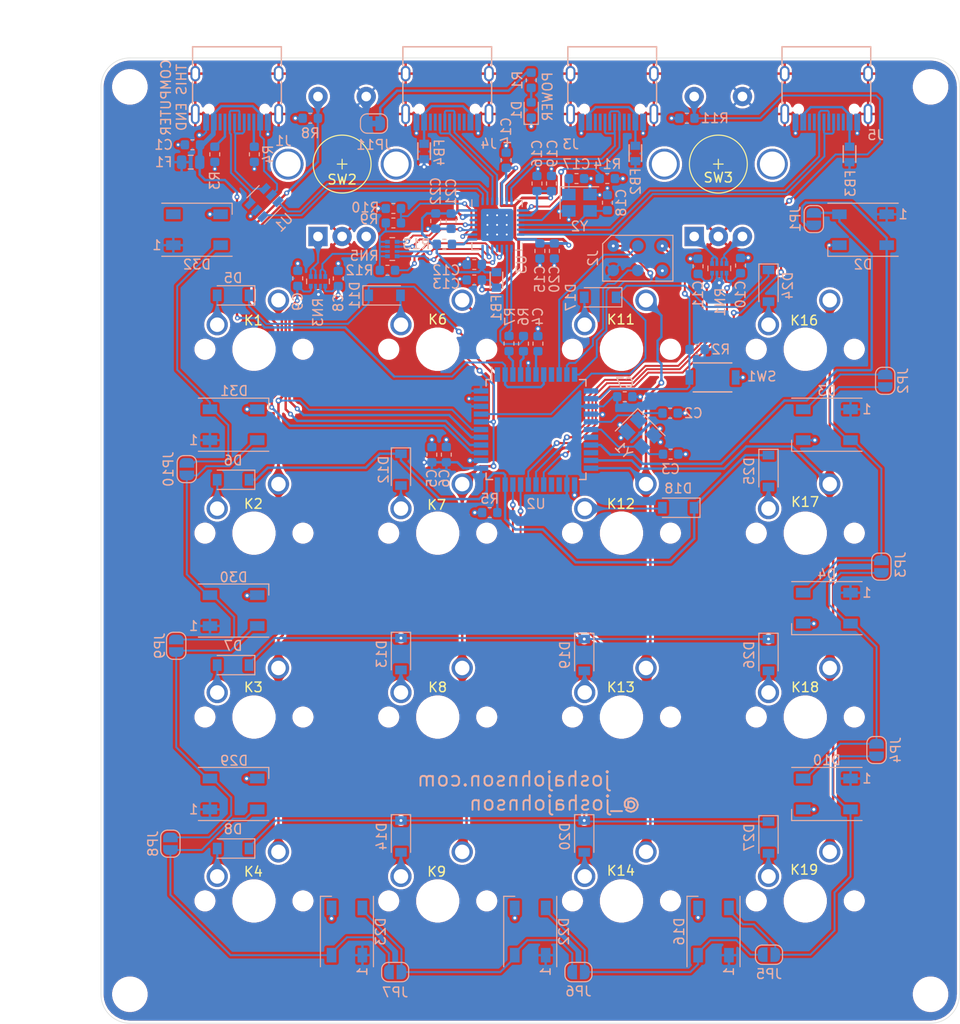
<source format=kicad_pcb>
(kicad_pcb (version 20171130) (host pcbnew 5.1.5-52549c5~84~ubuntu19.10.1)
  (layers (0 F.Cu signal) (31 B.Cu signal) (34 B.Paste user) (35 F.Paste user) (36 B.SilkS user) (37 F.SilkS user) (38 B.Mask user) (39 F.Mask user) (44 Edge.Cuts user))
  (net 0 "")
  (net 1 GND)
  (net 2 VBUS)
  (net 3 "Net-(C2-Pad1)")
  (net 4 "Net-(C3-Pad1)")
  (net 5 "Net-(C4-Pad1)")
  (net 6 +5V)
  (net 7 "Net-(D1-Pad2)")
  (net 8 /LED_DAT)
  (net 9 "Net-(D2-Pad2)")
  (net 10 "Net-(D3-Pad2)")
  (net 11 "Net-(D10-Pad4)")
  (net 12 "Net-(D5-Pad2)")
  (net 13 /row1)
  (net 14 /row2)
  (net 15 "Net-(D6-Pad2)")
  (net 16 "Net-(D7-Pad2)")
  (net 17 /row3)
  (net 18 /row4)
  (net 19 "Net-(D8-Pad2)")
  (net 20 "Net-(D10-Pad2)")
  (net 21 "Net-(D11-Pad2)")
  (net 22 "Net-(D12-Pad2)")
  (net 23 "Net-(D13-Pad2)")
  (net 24 "Net-(D14-Pad2)")
  (net 25 "Net-(D16-Pad2)")
  (net 26 "Net-(D17-Pad2)")
  (net 27 "Net-(D18-Pad2)")
  (net 28 "Net-(D19-Pad2)")
  (net 29 "Net-(D20-Pad2)")
  (net 30 "Net-(D22-Pad2)")
  (net 31 "Net-(D23-Pad2)")
  (net 32 "Net-(D24-Pad2)")
  (net 33 "Net-(D25-Pad2)")
  (net 34 "Net-(D26-Pad2)")
  (net 35 "Net-(D27-Pad2)")
  (net 36 /MISO)
  (net 37 /MOSI)
  (net 38 /SCK)
  (net 39 /nRST)
  (net 40 /col1)
  (net 41 /col2)
  (net 42 /col3)
  (net 43 /col4)
  (net 44 "Net-(R5-Pad1)")
  (net 45 "Net-(D29-Pad2)")
  (net 46 "Net-(D30-Pad2)")
  (net 47 "Net-(D31-Pad2)")
  (net 48 /ENC_1_A)
  (net 49 /ENC_1_B)
  (net 50 /ENC_1_SW)
  (net 51 /ENC_2_A)
  (net 52 /ENC_2_B)
  (net 53 /ENC_2_SW)
  (net 54 "Net-(R13-Pad1)")
  (net 55 "Net-(R14-Pad1)")
  (net 56 +3V3)
  (net 57 +3.3VA)
  (net 58 "/USB Hub/XIN")
  (net 59 "/USB Hub/XOUT")
  (net 60 "Net-(FB2-Pad1)")
  (net 61 "Net-(FB3-Pad1)")
  (net 62 "Net-(FB4-Pad1)")
  (net 63 /USB_UP_D+)
  (net 64 "Net-(J1-PadA5)")
  (net 65 /USB_UP_D-)
  (net 66 "Net-(J1-PadB5)")
  (net 67 "/USB Hub/D2_D+")
  (net 68 "/USB Hub/D2_D-")
  (net 69 "/USB Hub/D1_D+")
  (net 70 "/USB Hub/D1_D-")
  (net 71 "/USB Hub/D3_D+")
  (net 72 "/USB Hub/D3_D-")
  (net 73 "/USB Hub/USB_DN_D+")
  (net 74 "Net-(R6-Pad1)")
  (net 75 "/USB Hub/USB_DN_D-")
  (net 76 "Net-(R7-Pad1)")
  (net 77 "/USB Hub/GANG")
  (net 78 "Net-(R12-Pad1)")
  (net 79 "Net-(RN1-Pad5)")
  (net 80 "Net-(RN3-Pad5)")
  (net 81 "Net-(RN3-Pad7)")
  (net 82 "/USB Hub/nOVR_4")
  (net 83 "/USB Hub/nOVR_2")
  (net 84 "/USB Hub/nOVR_3")
  (net 85 "/USB Hub/nOVR_1")
  (net 86 "/USB Hub/UP_USB_P")
  (net 87 "/USB Hub/UP_USB_N")
  (net 88 "Net-(RN1-Pad7)")
  (net 89 "Net-(JP11-Pad2)")
  (module keyboard:LED_WS2812B_PLCC4_5.0x5.0mm_P3.2mm (layer B.Cu) (at 126.5 56.8 180)
    (fp_text reference D2 (at 0 -3.6 180) (layer B.SilkS) (effects (justify mirror)))
    (fp_text value WS2812B)
    (fp_text user 1 (at -4.15 1.6 180) (layer B.SilkS) (effects (justify mirror)))
    (pad 1 smd rect (at -2.45 1.6 180) (size 1.5 1) (layers B.Cu B.Paste B.Mask) (net 6 +5V))
    (pad 2 smd rect (at -2.45 -1.6 180) (size 1.5 1) (layers B.Cu B.Paste B.Mask) (net 9 "Net-(D2-Pad2)"))
    (pad 4 smd rect (at 2.45 1.6 180) (size 1.5 1) (layers B.Cu B.Paste B.Mask) (net 8 /LED_DAT))
    (pad 3 smd rect (at 2.45 -1.6 180) (size 1.5 1) (layers B.Cu B.Paste B.Mask) (net 1 GND))
  )
  (module josh-oscillators:Crystal_SMD_3225-4Pin_3.2x2.5mm (layer B.Cu) (at 97.1 54)
    (fp_text reference Y2 (at 0 2.45) (layer B.SilkS) (effects (justify mirror)))
    (fp_text value 12MHz)
    (pad 4 smd rect (at -1.1 0.85) (size 1.4 1.2) (layers B.Cu B.Paste B.Mask) (net 1 GND))
    (pad 3 smd rect (at 1.1 0.85) (size 1.4 1.2) (layers B.Cu B.Paste B.Mask) (net 59 "/USB Hub/XOUT"))
    (pad 2 smd rect (at 1.1 -0.85) (size 1.4 1.2) (layers B.Cu B.Paste B.Mask) (net 1 GND))
    (pad 1 smd rect (at -1.1 -0.85) (size 1.4 1.2) (layers B.Cu B.Paste B.Mask) (net 58 "/USB Hub/XIN"))
  )
  (module josh-oscillators:Crystal_SMD_3225-4Pin_3.2x2.5mm (layer B.Cu) (at 103.4 77.9 315)
    (fp_text reference Y1 (at 0 2.45 135) (layer B.SilkS) (effects (justify mirror)))
    (fp_text value 16MHz)
    (pad 4 smd rect (at -1.1 0.85 315) (size 1.4 1.2) (layers B.Cu B.Paste B.Mask) (net 1 GND))
    (pad 3 smd rect (at 1.1 0.85 315) (size 1.4 1.2) (layers B.Cu B.Paste B.Mask) (net 4 "Net-(C3-Pad1)"))
    (pad 2 smd rect (at 1.1 -0.85 315) (size 1.4 1.2) (layers B.Cu B.Paste B.Mask) (net 1 GND))
    (pad 1 smd rect (at -1.1 -0.85 315) (size 1.4 1.2) (layers B.Cu B.Paste B.Mask) (net 3 "Net-(C2-Pad1)"))
  )
  (module josh-buttons-switches:BT_Small_2_Pin (layer B.Cu) (at 110.9 72.1 180)
    (fp_text reference SW1 (at -5.1 0.1) (layer B.SilkS) (effects (justify mirror)))
    (fp_text value SW_Push)
    (pad 1 smd rect (at -2.4 0 180) (size 0.8 1.5) (layers B.Cu B.Paste B.Mask) (net 1 GND))
    (pad 2 smd rect (at 2.4 0 180) (size 0.8 1.5) (layers B.Cu B.Paste B.Mask) (net 39 /nRST))
  )
  (module Jumper:SolderJumper-2_P1.3mm_Bridged_RoundedPad1.0x1.5mm (layer B.Cu) (at 75.8 45.8)
    (fp_text reference JP11 (at 0 2.2 180) (layer B.SilkS) (effects (justify mirror)))
    (fp_text value LED_ON)
    (fp_poly (pts (xy 0.25 0.3) (xy -0.25 0.3) (xy -0.25 -0.3) (xy 0.25 -0.3)) (layer B.Cu) (width 0))
    (pad 1 smd custom (at -0.65 0) (size 1 0.5) (layers B.Cu B.Mask) (net 6 +5V) (options (clearance outline) (anchor rect)) (primitives (gr_circle (center 0 -0.25) (end 0.5 -0.25) (width 0)) (gr_circle (center 0 0.25) (end 0.5 0.25) (width 0)) (gr_poly (pts (xy 0 0.75) (xy 0.5 0.75) (xy 0.5 -0.75) (xy 0 -0.75)) (width 0))))
    (pad 2 smd custom (at 0.65 0) (size 1 0.5) (layers B.Cu B.Mask) (net 89 "Net-(JP11-Pad2)") (options (clearance outline) (anchor rect)) (primitives (gr_circle (center 0 -0.25) (end 0.5 -0.25) (width 0)) (gr_circle (center 0 0.25) (end 0.5 0.25) (width 0)) (gr_poly (pts (xy 0 0.75) (xy -0.5 0.75) (xy -0.5 -0.75) (xy 0 -0.75)) (width 0))))
  )
  (module josh-connectors:USB_C_Receptacle_GT-USB-7010 (layer B.Cu) (at 122.7 42.5)
    (fp_text reference J5 (at 5.1 4.5) (layer B.SilkS) (effects (justify mirror)))
    (fp_text value USB_C_Receptacle_USB2.0)
    (pad A12 smd rect (at 3.35 3.15) (size 0.3 1.75) (layers B.Cu B.Paste B.Mask) (net 1 GND) (clearance 0.01))
    (pad B1 smd rect (at 3.05 3.15) (size 0.3 1.75) (layers B.Cu B.Paste B.Mask) (net 1 GND) (clearance 0.01))
    (pad B4 smd rect (at 2.25 3.15) (size 0.3 1.75) (layers B.Cu B.Paste B.Mask) (net 61 "Net-(FB3-Pad1)") (clearance 0.01))
    (pad A9 smd rect (at 2.55 3.15) (size 0.3 1.75) (layers B.Cu B.Paste B.Mask) (net 61 "Net-(FB3-Pad1)") (clearance 0.01))
    (pad B9 smd rect (at -2.25 3.15) (size 0.3 1.75) (layers B.Cu B.Paste B.Mask) (net 61 "Net-(FB3-Pad1)") (clearance 0.01))
    (pad A4 smd rect (at -2.55 3.15) (size 0.3 1.75) (layers B.Cu B.Paste B.Mask) (net 61 "Net-(FB3-Pad1)") (clearance 0.01))
    (pad B12 smd rect (at -3.05 3.15) (size 0.3 1.75) (layers B.Cu B.Paste B.Mask) (net 1 GND) (clearance 0.01))
    (pad A1 smd rect (at -3.35 3.15) (size 0.3 1.75) (layers B.Cu B.Paste B.Mask) (net 1 GND) (clearance 0.01))
    (pad A6 smd rect (at -0.25 3.15) (size 0.3 1.75) (layers B.Cu B.Paste B.Mask) (net 71 "/USB Hub/D3_D+"))
    (pad A5 smd rect (at -1.25 3.15) (size 0.3 1.75) (layers B.Cu B.Paste B.Mask))
    (pad B8 smd rect (at -1.75 3.15) (size 0.3 1.75) (layers B.Cu B.Paste B.Mask))
    (pad B7 smd rect (at -0.75 3.15) (size 0.3 1.75) (layers B.Cu B.Paste B.Mask) (net 72 "/USB Hub/D3_D-"))
    (pad B5 smd rect (at 1.75 3.15) (size 0.3 1.75) (layers B.Cu B.Paste B.Mask))
    (pad A8 smd rect (at 1.25 3.15) (size 0.3 1.75) (layers B.Cu B.Paste B.Mask))
    (pad B6 smd rect (at 0.75 3.15) (size 0.3 1.75) (layers B.Cu B.Paste B.Mask) (net 71 "/USB Hub/D3_D+"))
    (pad A7 smd rect (at 0.25 3.15) (size 0.3 1.75) (layers B.Cu B.Paste B.Mask) (net 72 "/USB Hub/D3_D-"))
    (pad "" np_thru_hole circle (at 2.89 1.81) (size 0.65 0.65) (drill 0.65) (layers *.Cu *.Mask) (clearance 0.01))
    (pad "" np_thru_hole circle (at -2.89 1.81) (size 0.65 0.65) (drill 0.65) (layers *.Cu *.Mask) (clearance 0.01))
    (pad S1 thru_hole oval (at 4.32 2.31) (size 0.9 2.1) (drill oval 0.5 1.7) (layers *.Cu *.Mask B.Paste) (net 1 GND))
    (pad S1 thru_hole oval (at -4.32 2.31) (size 0.9 2.1) (drill oval 0.5 1.7) (layers *.Cu *.Mask B.Paste) (net 1 GND))
    (pad S1 thru_hole oval (at 4.32 -1.87) (size 1 1.6) (drill oval 0.6 1.2) (layers *.Cu *.Mask B.Paste) (net 1 GND))
    (pad S1 thru_hole oval (at -4.32 -1.87) (size 1 1.6) (drill oval 0.6 1.2) (layers *.Cu *.Mask B.Paste) (net 1 GND))
  )
  (module josh-connectors:USB_C_Receptacle_GT-USB-7010 (layer B.Cu) (at 83.4 42.5)
    (fp_text reference J4 (at 4.3 5.4) (layer B.SilkS) (effects (justify mirror)))
    (fp_text value USB_C_Receptacle_USB2.0)
    (pad A12 smd rect (at 3.35 3.15) (size 0.3 1.75) (layers B.Cu B.Paste B.Mask) (net 1 GND) (clearance 0.01))
    (pad B1 smd rect (at 3.05 3.15) (size 0.3 1.75) (layers B.Cu B.Paste B.Mask) (net 1 GND) (clearance 0.01))
    (pad B4 smd rect (at 2.25 3.15) (size 0.3 1.75) (layers B.Cu B.Paste B.Mask) (net 62 "Net-(FB4-Pad1)") (clearance 0.01))
    (pad A9 smd rect (at 2.55 3.15) (size 0.3 1.75) (layers B.Cu B.Paste B.Mask) (net 62 "Net-(FB4-Pad1)") (clearance 0.01))
    (pad B9 smd rect (at -2.25 3.15) (size 0.3 1.75) (layers B.Cu B.Paste B.Mask) (net 62 "Net-(FB4-Pad1)") (clearance 0.01))
    (pad A4 smd rect (at -2.55 3.15) (size 0.3 1.75) (layers B.Cu B.Paste B.Mask) (net 62 "Net-(FB4-Pad1)") (clearance 0.01))
    (pad B12 smd rect (at -3.05 3.15) (size 0.3 1.75) (layers B.Cu B.Paste B.Mask) (net 1 GND) (clearance 0.01))
    (pad A1 smd rect (at -3.35 3.15) (size 0.3 1.75) (layers B.Cu B.Paste B.Mask) (net 1 GND) (clearance 0.01))
    (pad A6 smd rect (at -0.25 3.15) (size 0.3 1.75) (layers B.Cu B.Paste B.Mask) (net 69 "/USB Hub/D1_D+"))
    (pad A5 smd rect (at -1.25 3.15) (size 0.3 1.75) (layers B.Cu B.Paste B.Mask))
    (pad B8 smd rect (at -1.75 3.15) (size 0.3 1.75) (layers B.Cu B.Paste B.Mask))
    (pad B7 smd rect (at -0.75 3.15) (size 0.3 1.75) (layers B.Cu B.Paste B.Mask) (net 70 "/USB Hub/D1_D-"))
    (pad B5 smd rect (at 1.75 3.15) (size 0.3 1.75) (layers B.Cu B.Paste B.Mask))
    (pad A8 smd rect (at 1.25 3.15) (size 0.3 1.75) (layers B.Cu B.Paste B.Mask))
    (pad B6 smd rect (at 0.75 3.15) (size 0.3 1.75) (layers B.Cu B.Paste B.Mask) (net 69 "/USB Hub/D1_D+"))
    (pad A7 smd rect (at 0.25 3.15) (size 0.3 1.75) (layers B.Cu B.Paste B.Mask) (net 70 "/USB Hub/D1_D-"))
    (pad "" np_thru_hole circle (at 2.89 1.81) (size 0.65 0.65) (drill 0.65) (layers *.Cu *.Mask) (clearance 0.01))
    (pad "" np_thru_hole circle (at -2.89 1.81) (size 0.65 0.65) (drill 0.65) (layers *.Cu *.Mask) (clearance 0.01))
    (pad S1 thru_hole oval (at 4.32 2.31) (size 0.9 2.1) (drill oval 0.5 1.7) (layers *.Cu *.Mask B.Paste) (net 1 GND))
    (pad S1 thru_hole oval (at -4.32 2.31) (size 0.9 2.1) (drill oval 0.5 1.7) (layers *.Cu *.Mask B.Paste) (net 1 GND))
    (pad S1 thru_hole oval (at 4.32 -1.87) (size 1 1.6) (drill oval 0.6 1.2) (layers *.Cu *.Mask B.Paste) (net 1 GND))
    (pad S1 thru_hole oval (at -4.32 -1.87) (size 1 1.6) (drill oval 0.6 1.2) (layers *.Cu *.Mask B.Paste) (net 1 GND))
  )
  (module josh-connectors:USB_C_Receptacle_GT-USB-7010 (layer B.Cu) (at 100.5 42.5)
    (fp_text reference J3 (at -4.3 5.45) (layer B.SilkS) (effects (justify mirror)))
    (fp_text value USB_C_Receptacle_USB2.0)
    (pad A12 smd rect (at 3.35 3.15) (size 0.3 1.75) (layers B.Cu B.Paste B.Mask) (net 1 GND) (clearance 0.01))
    (pad B1 smd rect (at 3.05 3.15) (size 0.3 1.75) (layers B.Cu B.Paste B.Mask) (net 1 GND) (clearance 0.01))
    (pad B4 smd rect (at 2.25 3.15) (size 0.3 1.75) (layers B.Cu B.Paste B.Mask) (net 60 "Net-(FB2-Pad1)") (clearance 0.01))
    (pad A9 smd rect (at 2.55 3.15) (size 0.3 1.75) (layers B.Cu B.Paste B.Mask) (net 60 "Net-(FB2-Pad1)") (clearance 0.01))
    (pad B9 smd rect (at -2.25 3.15) (size 0.3 1.75) (layers B.Cu B.Paste B.Mask) (net 60 "Net-(FB2-Pad1)") (clearance 0.01))
    (pad A4 smd rect (at -2.55 3.15) (size 0.3 1.75) (layers B.Cu B.Paste B.Mask) (net 60 "Net-(FB2-Pad1)") (clearance 0.01))
    (pad B12 smd rect (at -3.05 3.15) (size 0.3 1.75) (layers B.Cu B.Paste B.Mask) (net 1 GND) (clearance 0.01))
    (pad A1 smd rect (at -3.35 3.15) (size 0.3 1.75) (layers B.Cu B.Paste B.Mask) (net 1 GND) (clearance 0.01))
    (pad A6 smd rect (at -0.25 3.15) (size 0.3 1.75) (layers B.Cu B.Paste B.Mask) (net 67 "/USB Hub/D2_D+"))
    (pad A5 smd rect (at -1.25 3.15) (size 0.3 1.75) (layers B.Cu B.Paste B.Mask))
    (pad B8 smd rect (at -1.75 3.15) (size 0.3 1.75) (layers B.Cu B.Paste B.Mask))
    (pad B7 smd rect (at -0.75 3.15) (size 0.3 1.75) (layers B.Cu B.Paste B.Mask) (net 68 "/USB Hub/D2_D-"))
    (pad B5 smd rect (at 1.75 3.15) (size 0.3 1.75) (layers B.Cu B.Paste B.Mask))
    (pad A8 smd rect (at 1.25 3.15) (size 0.3 1.75) (layers B.Cu B.Paste B.Mask))
    (pad B6 smd rect (at 0.75 3.15) (size 0.3 1.75) (layers B.Cu B.Paste B.Mask) (net 67 "/USB Hub/D2_D+"))
    (pad A7 smd rect (at 0.25 3.15) (size 0.3 1.75) (layers B.Cu B.Paste B.Mask) (net 68 "/USB Hub/D2_D-"))
    (pad "" np_thru_hole circle (at 2.89 1.81) (size 0.65 0.65) (drill 0.65) (layers *.Cu *.Mask) (clearance 0.01))
    (pad "" np_thru_hole circle (at -2.89 1.81) (size 0.65 0.65) (drill 0.65) (layers *.Cu *.Mask) (clearance 0.01))
    (pad S1 thru_hole oval (at 4.32 2.31) (size 0.9 2.1) (drill oval 0.5 1.7) (layers *.Cu *.Mask B.Paste) (net 1 GND))
    (pad S1 thru_hole oval (at -4.32 2.31) (size 0.9 2.1) (drill oval 0.5 1.7) (layers *.Cu *.Mask B.Paste) (net 1 GND))
    (pad S1 thru_hole oval (at 4.32 -1.87) (size 1 1.6) (drill oval 0.6 1.2) (layers *.Cu *.Mask B.Paste) (net 1 GND))
    (pad S1 thru_hole oval (at -4.32 -1.87) (size 1 1.6) (drill oval 0.6 1.2) (layers *.Cu *.Mask B.Paste) (net 1 GND))
  )
  (module josh-connectors:USB_C_Receptacle_GT-USB-7010 (layer B.Cu) (at 61.6 42.5)
    (fp_text reference J1 (at 4.8 5.1) (layer B.SilkS) (effects (justify mirror)))
    (fp_text value USB_C_Receptacle_USB2.0)
    (pad A12 smd rect (at 3.35 3.15) (size 0.3 1.75) (layers B.Cu B.Paste B.Mask) (net 1 GND) (clearance 0.01))
    (pad B1 smd rect (at 3.05 3.15) (size 0.3 1.75) (layers B.Cu B.Paste B.Mask) (net 1 GND) (clearance 0.01))
    (pad B4 smd rect (at 2.25 3.15) (size 0.3 1.75) (layers B.Cu B.Paste B.Mask) (net 2 VBUS) (clearance 0.01))
    (pad A9 smd rect (at 2.55 3.15) (size 0.3 1.75) (layers B.Cu B.Paste B.Mask) (net 2 VBUS) (clearance 0.01))
    (pad B9 smd rect (at -2.25 3.15) (size 0.3 1.75) (layers B.Cu B.Paste B.Mask) (net 2 VBUS) (clearance 0.01))
    (pad A4 smd rect (at -2.55 3.15) (size 0.3 1.75) (layers B.Cu B.Paste B.Mask) (net 2 VBUS) (clearance 0.01))
    (pad B12 smd rect (at -3.05 3.15) (size 0.3 1.75) (layers B.Cu B.Paste B.Mask) (net 1 GND) (clearance 0.01))
    (pad A1 smd rect (at -3.35 3.15) (size 0.3 1.75) (layers B.Cu B.Paste B.Mask) (net 1 GND) (clearance 0.01))
    (pad A6 smd rect (at -0.25 3.15) (size 0.3 1.75) (layers B.Cu B.Paste B.Mask) (net 63 /USB_UP_D+))
    (pad A5 smd rect (at -1.25 3.15) (size 0.3 1.75) (layers B.Cu B.Paste B.Mask) (net 64 "Net-(J1-PadA5)"))
    (pad B8 smd rect (at -1.75 3.15) (size 0.3 1.75) (layers B.Cu B.Paste B.Mask))
    (pad B7 smd rect (at -0.75 3.15) (size 0.3 1.75) (layers B.Cu B.Paste B.Mask) (net 65 /USB_UP_D-))
    (pad B5 smd rect (at 1.75 3.15) (size 0.3 1.75) (layers B.Cu B.Paste B.Mask) (net 66 "Net-(J1-PadB5)"))
    (pad A8 smd rect (at 1.25 3.15) (size 0.3 1.75) (layers B.Cu B.Paste B.Mask))
    (pad B6 smd rect (at 0.75 3.15) (size 0.3 1.75) (layers B.Cu B.Paste B.Mask) (net 63 /USB_UP_D+))
    (pad A7 smd rect (at 0.25 3.15) (size 0.3 1.75) (layers B.Cu B.Paste B.Mask) (net 65 /USB_UP_D-))
    (pad "" np_thru_hole circle (at 2.89 1.81) (size 0.65 0.65) (drill 0.65) (layers *.Cu *.Mask) (clearance 0.01))
    (pad "" np_thru_hole circle (at -2.89 1.81) (size 0.65 0.65) (drill 0.65) (layers *.Cu *.Mask) (clearance 0.01))
    (pad S1 thru_hole oval (at 4.32 2.31) (size 0.9 2.1) (drill oval 0.5 1.7) (layers *.Cu *.Mask B.Paste) (net 1 GND))
    (pad S1 thru_hole oval (at -4.32 2.31) (size 0.9 2.1) (drill oval 0.5 1.7) (layers *.Cu *.Mask B.Paste) (net 1 GND))
    (pad S1 thru_hole oval (at 4.32 -1.87) (size 1 1.6) (drill oval 0.6 1.2) (layers *.Cu *.Mask B.Paste) (net 1 GND))
    (pad S1 thru_hole oval (at -4.32 -1.87) (size 1 1.6) (drill oval 0.6 1.2) (layers *.Cu *.Mask B.Paste) (net 1 GND))
  )
  (module keyboard:RotaryEncoder_Alps_EC11E-Switch_Vertical_H20mm_CircularMountingHoles (layer F.Cu) (at 72.5 50 90)
    (fp_text reference SW2 (at -1.6 0 180) (layer F.SilkS))
    (fp_text value Rotary_Encoder_Switch)
    (pad A thru_hole rect (at -7.5 -2.5 90) (size 2 2) (drill 1) (layers *.Cu *.Mask) (net 80 "Net-(RN3-Pad5)"))
    (pad C thru_hole circle (at -7.5 0 90) (size 2 2) (drill 1) (layers *.Cu *.Mask) (net 1 GND))
    (pad B thru_hole circle (at -7.5 2.5 90) (size 2 2) (drill 1) (layers *.Cu *.Mask) (net 81 "Net-(RN3-Pad7)"))
    (pad MP thru_hole circle (at 0 -5.6 90) (size 3.2 3.2) (drill 2.6) (layers *.Cu *.Mask))
    (pad MP thru_hole circle (at 0 5.6 90) (size 3.2 3.2) (drill 2.6) (layers *.Cu *.Mask))
    (pad S2 thru_hole circle (at 7 -2.5 90) (size 2 2) (drill 1) (layers *.Cu *.Mask) (net 50 /ENC_1_SW))
    (pad S1 thru_hole circle (at 7 2.5 90) (size 2 2) (drill 1) (layers *.Cu *.Mask) (net 6 +5V))
  )
  (module keyboard:SW_Cherry_MX1A_1.00u_PCB (layer F.Cu) (at 101.4 69.2)
    (fp_text reference K11 (at 0 -3.1) (layer F.SilkS))
    (fp_text value KEYSW)
    (pad "" np_thru_hole circle (at 5.14 -0.02) (size 1.7 1.7) (drill 1.7) (layers *.Cu *.Mask))
    (pad "" np_thru_hole circle (at -5.02 -0.02) (size 1.7 1.7) (drill 1.7) (layers *.Cu *.Mask))
    (pad "" np_thru_hole circle (at 0.06 -0.02) (size 4 4) (drill 4) (layers *.Cu *.Mask))
    (pad 2 thru_hole circle (at -3.75 -2.56) (size 2.2 2.2) (drill 1.5) (layers *.Cu *.Mask) (net 26 "Net-(D17-Pad2)"))
    (pad 1 thru_hole circle (at 2.6 -5.1) (size 2.2 2.2) (drill 1.5) (layers *.Cu *.Mask) (net 42 /col3))
  )
  (module Package_DFN_QFN:QFN-28-1EP_5x5mm_P0.5mm_EP3.35x3.35mm_ThermalVias (layer B.Cu) (at 88.5625 56.3 270)
    (fp_text reference U3 (at 4.1 -2.5375 90) (layer B.SilkS) (effects (justify mirror)))
    (fp_text value CY7C65632-28LTXCT)
    (pad 28 smd roundrect (at -1.5 2.45 270) (size 0.25 0.8) (layers B.Cu B.Paste B.Mask) (net 56 +3V3))
    (pad 27 smd roundrect (at -1 2.45 270) (size 0.25 0.8) (layers B.Cu B.Paste B.Mask) (net 6 +5V))
    (pad 26 smd roundrect (at -0.5 2.45 270) (size 0.25 0.8) (layers B.Cu B.Paste B.Mask))
    (pad 25 smd roundrect (at 0 2.45 270) (size 0.25 0.8) (layers B.Cu B.Paste B.Mask) (net 85 "/USB Hub/nOVR_1"))
    (pad 24 smd roundrect (at 0.5 2.45 270) (size 0.25 0.8) (layers B.Cu B.Paste B.Mask) (net 83 "/USB Hub/nOVR_2"))
    (pad 23 smd roundrect (at 1 2.45 270) (size 0.25 0.8) (layers B.Cu B.Paste B.Mask) (net 77 "/USB Hub/GANG"))
    (pad 22 smd roundrect (at 1.5 2.45 270) (size 0.25 0.8) (layers B.Cu B.Paste B.Mask) (net 54 "Net-(R13-Pad1)"))
    (pad 21 smd roundrect (at 2.45 1.5 270) (size 0.8 0.25) (layers B.Cu B.Paste B.Mask) (net 56 +3V3))
    (pad 20 smd roundrect (at 2.45 1 270) (size 0.8 0.25) (layers B.Cu B.Paste B.Mask) (net 84 "/USB Hub/nOVR_3"))
    (pad 19 smd roundrect (at 2.45 0.5 270) (size 0.8 0.25) (layers B.Cu B.Paste B.Mask) (net 82 "/USB Hub/nOVR_4"))
    (pad 18 smd roundrect (at 2.45 0 270) (size 0.8 0.25) (layers B.Cu B.Paste B.Mask))
    (pad 17 smd roundrect (at 2.45 -0.5 270) (size 0.8 0.25) (layers B.Cu B.Paste B.Mask) (net 78 "Net-(R12-Pad1)"))
    (pad 16 smd roundrect (at 2.45 -1 270) (size 0.8 0.25) (layers B.Cu B.Paste B.Mask) (net 73 "/USB Hub/USB_DN_D+"))
    (pad 15 smd roundrect (at 2.45 -1.5 270) (size 0.8 0.25) (layers B.Cu B.Paste B.Mask) (net 75 "/USB Hub/USB_DN_D-"))
    (pad 14 smd roundrect (at 1.5 -2.45 270) (size 0.25 0.8) (layers B.Cu B.Paste B.Mask) (net 57 +3.3VA))
    (pad 13 smd roundrect (at 1 -2.45 270) (size 0.25 0.8) (layers B.Cu B.Paste B.Mask) (net 71 "/USB Hub/D3_D+"))
    (pad 12 smd roundrect (at 0.5 -2.45 270) (size 0.25 0.8) (layers B.Cu B.Paste B.Mask) (net 72 "/USB Hub/D3_D-"))
    (pad 11 smd roundrect (at 0 -2.45 270) (size 0.25 0.8) (layers B.Cu B.Paste B.Mask) (net 59 "/USB Hub/XOUT"))
    (pad 10 smd roundrect (at -0.5 -2.45 270) (size 0.25 0.8) (layers B.Cu B.Paste B.Mask) (net 58 "/USB Hub/XIN"))
    (pad 9 smd roundrect (at -1 -2.45 270) (size 0.25 0.8) (layers B.Cu B.Paste B.Mask) (net 57 +3.3VA))
    (pad 8 smd roundrect (at -1.5 -2.45 270) (size 0.25 0.8) (layers B.Cu B.Paste B.Mask) (net 55 "Net-(R14-Pad1)"))
    (pad 7 smd roundrect (at -2.45 -1.5 270) (size 0.8 0.25) (layers B.Cu B.Paste B.Mask) (net 67 "/USB Hub/D2_D+"))
    (pad 6 smd roundrect (at -2.45 -1 270) (size 0.8 0.25) (layers B.Cu B.Paste B.Mask) (net 68 "/USB Hub/D2_D-"))
    (pad 5 smd roundrect (at -2.45 -0.5 270) (size 0.8 0.25) (layers B.Cu B.Paste B.Mask) (net 57 +3.3VA))
    (pad 4 smd roundrect (at -2.45 0 270) (size 0.8 0.25) (layers B.Cu B.Paste B.Mask) (net 69 "/USB Hub/D1_D+"))
    (pad 3 smd roundrect (at -2.45 0.5 270) (size 0.8 0.25) (layers B.Cu B.Paste B.Mask) (net 70 "/USB Hub/D1_D-"))
    (pad 2 smd roundrect (at -2.45 1 270) (size 0.8 0.25) (layers B.Cu B.Paste B.Mask) (net 86 "/USB Hub/UP_USB_P"))
    (pad 1 smd roundrect (at -2.45 1.5 270) (size 0.8 0.25) (layers B.Cu B.Paste B.Mask) (net 87 "/USB Hub/UP_USB_N"))
    (pad 29 thru_hole circle (at 1 -1 270) (size 0.5 0.5) (drill 0.2) (layers *.Cu) (net 1 GND))
    (pad 29 thru_hole circle (at 0 -1 270) (size 0.5 0.5) (drill 0.2) (layers *.Cu) (net 1 GND))
    (pad 29 thru_hole circle (at -1 -1 270) (size 0.5 0.5) (drill 0.2) (layers *.Cu) (net 1 GND))
    (pad 29 thru_hole circle (at 1 0 270) (size 0.5 0.5) (drill 0.2) (layers *.Cu) (net 1 GND))
    (pad 29 thru_hole circle (at 0 0 270) (size 0.5 0.5) (drill 0.2) (layers *.Cu) (net 1 GND))
    (pad 29 thru_hole circle (at -1 0 270) (size 0.5 0.5) (drill 0.2) (layers *.Cu) (net 1 GND))
    (pad 29 thru_hole circle (at 1 1 270) (size 0.5 0.5) (drill 0.2) (layers *.Cu) (net 1 GND))
    (pad 29 thru_hole circle (at 0 1 270) (size 0.5 0.5) (drill 0.2) (layers *.Cu) (net 1 GND))
    (pad 29 thru_hole circle (at -1 1 270) (size 0.5 0.5) (drill 0.2) (layers *.Cu) (net 1 GND))
    (pad 29 smd roundrect (at 0 0 270) (size 3.35 3.35) (layers B.Cu B.Mask) (roundrect_rratio 0.074627) (net 1 GND))
  )
  (module josh-passives-smt:Ferrite_Bead_0603 (layer B.Cu) (at 88.5 62 90)
    (fp_text reference FB1 (at -2.9 0 90) (layer B.SilkS) (effects (justify mirror)))
    (fp_text value 600R hide)
    (pad 2 smd rect (at 0.8 0 90) (size 0.85 1) (layers B.Cu B.Paste B.Mask) (net 56 +3V3))
    (pad 1 smd rect (at -0.8 0 90) (size 0.85 1) (layers B.Cu B.Paste B.Mask) (net 57 +3.3VA))
  )
  (module Capacitor_SMD:C_0603_1608Metric (layer B.Cu) (at 86.2 62 180)
    (fp_text reference C13 (at 2.9 -0.4) (layer B.SilkS) (effects (justify mirror)))
    (fp_text value 10u)
    (pad 2 smd roundrect (at 0.7875 0 180) (size 0.875 0.95) (layers B.Cu B.Paste B.Mask) (net 1 GND))
    (pad 1 smd roundrect (at -0.7875 0 180) (size 0.875 0.95) (layers B.Cu B.Paste B.Mask) (net 57 +3.3VA))
  )
  (module Capacitor_SMD:C_0603_1608Metric (layer B.Cu) (at 86.2 60.4 180)
    (fp_text reference C12 (at 2.9 -0.6) (layer B.SilkS) (effects (justify mirror)))
    (fp_text value 100n)
    (pad 2 smd roundrect (at 0.7875 0 180) (size 0.875 0.95) (layers B.Cu B.Paste B.Mask) (net 1 GND))
    (pad 1 smd roundrect (at -0.7875 0 180) (size 0.875 0.95) (layers B.Cu B.Paste B.Mask) (net 56 +3V3))
  )
  (module keyboard:RotaryEncoder_Alps_EC11E-Switch_Vertical_H20mm_CircularMountingHoles (layer F.Cu) (at 111.5 50 90)
    (fp_text reference SW3 (at -1.4 0 180) (layer F.SilkS))
    (fp_text value Rotary_Encoder_Switch)
    (pad A thru_hole rect (at -7.5 -2.5 90) (size 2 2) (drill 1) (layers *.Cu *.Mask) (net 79 "Net-(RN1-Pad5)"))
    (pad C thru_hole circle (at -7.5 0 90) (size 2 2) (drill 1) (layers *.Cu *.Mask) (net 1 GND))
    (pad B thru_hole circle (at -7.5 2.5 90) (size 2 2) (drill 1) (layers *.Cu *.Mask) (net 88 "Net-(RN1-Pad7)"))
    (pad MP thru_hole circle (at 0 -5.6 90) (size 3.2 3.2) (drill 2.6) (layers *.Cu *.Mask))
    (pad MP thru_hole circle (at 0 5.6 90) (size 3.2 3.2) (drill 2.6) (layers *.Cu *.Mask))
    (pad S2 thru_hole circle (at 7 -2.5 90) (size 2 2) (drill 1) (layers *.Cu *.Mask) (net 53 /ENC_2_SW))
    (pad S1 thru_hole circle (at 7 2.5 90) (size 2 2) (drill 1) (layers *.Cu *.Mask) (net 6 +5V))
  )
  (module Resistor_SMD:R_0603_1608Metric (layer B.Cu) (at 92.1 41.3125 270)
    (fp_text reference R1 (at 0 1.43 90) (layer B.SilkS) (effects (justify mirror)))
    (fp_text value 2K2)
    (pad 1 smd roundrect (at -0.7875 0 270) (size 0.875 0.95) (layers B.Cu B.Paste B.Mask) (net 89 "Net-(JP11-Pad2)"))
    (pad 2 smd roundrect (at 0.7875 0 270) (size 0.875 0.95) (layers B.Cu B.Paste B.Mask) (net 7 "Net-(D1-Pad2)"))
  )
  (module LED_SMD:LED_0603_1608Metric (layer B.Cu) (at 92.1 44.4 90)
    (fp_text reference D1 (at 0 -1.5 90) (layer B.SilkS) (effects (justify mirror)))
    (fp_text value LED)
    (pad 1 smd roundrect (at -0.7875 0 90) (size 0.875 0.95) (layers B.Cu B.Paste B.Mask) (net 1 GND))
    (pad 2 smd roundrect (at 0.7875 0 90) (size 0.875 0.95) (layers B.Cu B.Paste B.Mask) (net 7 "Net-(D1-Pad2)"))
  )
  (module Package_TO_SOT_SMD:SOT-23-6 (layer B.Cu) (at 64.4 54 45)
    (fp_text reference U1 (at 0 2.9 45) (layer B.SilkS) (effects (justify mirror)))
    (fp_text value TPD2S017)
    (pad 5 smd rect (at 1.1 0 45) (size 1.06 0.65) (layers B.Cu B.Paste B.Mask) (net 2 VBUS))
    (pad 6 smd rect (at 1.1 0.95 45) (size 1.06 0.65) (layers B.Cu B.Paste B.Mask) (net 86 "/USB Hub/UP_USB_P"))
    (pad 4 smd rect (at 1.1 -0.95 45) (size 1.06 0.65) (layers B.Cu B.Paste B.Mask) (net 63 /USB_UP_D+))
    (pad 3 smd rect (at -1.1 -0.95 45) (size 1.06 0.65) (layers B.Cu B.Paste B.Mask) (net 65 /USB_UP_D-))
    (pad 2 smd rect (at -1.1 0 45) (size 1.06 0.65) (layers B.Cu B.Paste B.Mask) (net 1 GND))
    (pad 1 smd rect (at -1.1 0.95 45) (size 1.06 0.65) (layers B.Cu B.Paste B.Mask) (net 87 "/USB Hub/UP_USB_N"))
  )
  (module Resistor_SMD:R_Array_Convex_4x0402 (layer B.Cu) (at 77.7 58.8 180)
    (fp_text reference RN5 (at 2.9 -0.7 180) (layer B.SilkS) (effects (justify mirror)))
    (fp_text value 10K)
    (pad 5 smd rect (at 0.5 -0.75 180) (size 0.5 0.4) (layers B.Cu B.Paste B.Mask) (net 56 +3V3))
    (pad 6 smd rect (at 0.5 -0.25 180) (size 0.5 0.3) (layers B.Cu B.Paste B.Mask) (net 56 +3V3))
    (pad 8 smd rect (at 0.5 0.75 180) (size 0.5 0.4) (layers B.Cu B.Paste B.Mask) (net 56 +3V3))
    (pad 7 smd rect (at 0.5 0.25 180) (size 0.5 0.3) (layers B.Cu B.Paste B.Mask) (net 56 +3V3))
    (pad 4 smd rect (at -0.5 -0.75 180) (size 0.5 0.4) (layers B.Cu B.Paste B.Mask) (net 82 "/USB Hub/nOVR_4"))
    (pad 2 smd rect (at -0.5 0.25 180) (size 0.5 0.3) (layers B.Cu B.Paste B.Mask) (net 83 "/USB Hub/nOVR_2"))
    (pad 3 smd rect (at -0.5 -0.25 180) (size 0.5 0.3) (layers B.Cu B.Paste B.Mask) (net 84 "/USB Hub/nOVR_3"))
    (pad 1 smd rect (at -0.5 0.75 180) (size 0.5 0.4) (layers B.Cu B.Paste B.Mask) (net 85 "/USB Hub/nOVR_1"))
  )
  (module Resistor_SMD:R_Array_Convex_4x0402 (layer B.Cu) (at 70 62.15 90)
    (fp_text reference RN3 (at -3.2 0 90) (layer B.SilkS) (effects (justify mirror)))
    (fp_text value 10K)
    (pad 5 smd rect (at 0.5 -0.75 90) (size 0.5 0.4) (layers B.Cu B.Paste B.Mask) (net 80 "Net-(RN3-Pad5)"))
    (pad 6 smd rect (at 0.5 -0.25 90) (size 0.5 0.3) (layers B.Cu B.Paste B.Mask) (net 80 "Net-(RN3-Pad5)"))
    (pad 8 smd rect (at 0.5 0.75 90) (size 0.5 0.4) (layers B.Cu B.Paste B.Mask) (net 81 "Net-(RN3-Pad7)"))
    (pad 7 smd rect (at 0.5 0.25 90) (size 0.5 0.3) (layers B.Cu B.Paste B.Mask) (net 81 "Net-(RN3-Pad7)"))
    (pad 4 smd rect (at -0.5 -0.75 90) (size 0.5 0.4) (layers B.Cu B.Paste B.Mask) (net 48 /ENC_1_A))
    (pad 2 smd rect (at -0.5 0.25 90) (size 0.5 0.3) (layers B.Cu B.Paste B.Mask) (net 6 +5V))
    (pad 3 smd rect (at -0.5 -0.25 90) (size 0.5 0.3) (layers B.Cu B.Paste B.Mask) (net 6 +5V))
    (pad 1 smd rect (at -0.5 0.75 90) (size 0.5 0.4) (layers B.Cu B.Paste B.Mask) (net 49 /ENC_1_B))
  )
  (module Resistor_SMD:R_Array_Convex_4x0402 (layer B.Cu) (at 111.6 60.8 90)
    (fp_text reference RN1 (at -3.5 0.1 270) (layer B.SilkS) (effects (justify mirror)))
    (fp_text value 10K)
    (pad 5 smd rect (at 0.5 -0.75 90) (size 0.5 0.4) (layers B.Cu B.Paste B.Mask) (net 79 "Net-(RN1-Pad5)"))
    (pad 6 smd rect (at 0.5 -0.25 90) (size 0.5 0.3) (layers B.Cu B.Paste B.Mask) (net 79 "Net-(RN1-Pad5)"))
    (pad 8 smd rect (at 0.5 0.75 90) (size 0.5 0.4) (layers B.Cu B.Paste B.Mask) (net 88 "Net-(RN1-Pad7)"))
    (pad 7 smd rect (at 0.5 0.25 90) (size 0.5 0.3) (layers B.Cu B.Paste B.Mask) (net 88 "Net-(RN1-Pad7)"))
    (pad 4 smd rect (at -0.5 -0.75 90) (size 0.5 0.4) (layers B.Cu B.Paste B.Mask) (net 51 /ENC_2_A))
    (pad 2 smd rect (at -0.5 0.25 90) (size 0.5 0.3) (layers B.Cu B.Paste B.Mask) (net 6 +5V))
    (pad 3 smd rect (at -0.5 -0.25 90) (size 0.5 0.3) (layers B.Cu B.Paste B.Mask) (net 6 +5V))
    (pad 1 smd rect (at -0.5 0.75 90) (size 0.5 0.4) (layers B.Cu B.Paste B.Mask) (net 52 /ENC_2_B))
  )
  (module Resistor_SMD:R_0603_1608Metric (layer B.Cu) (at 99.9875 51.5)
    (fp_text reference R14 (at 0.0125 -1.5) (layer B.SilkS) (effects (justify mirror)))
    (fp_text value 649R)
    (pad 2 smd roundrect (at 0.7875 0) (size 0.875 0.95) (layers B.Cu B.Paste B.Mask) (net 1 GND))
    (pad 1 smd roundrect (at -0.7875 0) (size 0.875 0.95) (layers B.Cu B.Paste B.Mask) (net 55 "Net-(R14-Pad1)"))
  )
  (module Resistor_SMD:R_0603_1608Metric (layer B.Cu) (at 83.1 58.3 180)
    (fp_text reference R13 (at 2.9 0) (layer B.SilkS) (effects (justify mirror)))
    (fp_text value 100K)
    (pad 2 smd roundrect (at 0.7875 0 180) (size 0.875 0.95) (layers B.Cu B.Paste B.Mask) (net 56 +3V3))
    (pad 1 smd roundrect (at -0.7875 0 180) (size 0.875 0.95) (layers B.Cu B.Paste B.Mask) (net 54 "Net-(R13-Pad1)"))
  )
  (module Resistor_SMD:R_0603_1608Metric (layer B.Cu) (at 77.2 61 180)
    (fp_text reference R12 (at 2.9 0) (layer B.SilkS) (effects (justify mirror)))
    (fp_text value 10K)
    (pad 2 smd roundrect (at 0.7875 0 180) (size 0.875 0.95) (layers B.Cu B.Paste B.Mask) (net 56 +3V3))
    (pad 1 smd roundrect (at -0.7875 0 180) (size 0.875 0.95) (layers B.Cu B.Paste B.Mask) (net 78 "Net-(R12-Pad1)"))
  )
  (module Resistor_SMD:R_0603_1608Metric (layer B.Cu) (at 77.8125 54.6 180)
    (fp_text reference R10 (at 2.9125 0.1) (layer B.SilkS) (effects (justify mirror)))
    (fp_text value 100K)
    (pad 2 smd roundrect (at 0.7875 0 180) (size 0.875 0.95) (layers B.Cu B.Paste B.Mask) (net 1 GND))
    (pad 1 smd roundrect (at -0.7875 0 180) (size 0.875 0.95) (layers B.Cu B.Paste B.Mask) (net 77 "/USB Hub/GANG"))
  )
  (module Resistor_SMD:R_0603_1608Metric (layer B.Cu) (at 77.8125 56.1)
    (fp_text reference R9 (at -2.5125 -0.4) (layer B.SilkS) (effects (justify mirror)))
    (fp_text value 100K)
    (pad 2 smd roundrect (at 0.7875 0) (size 0.875 0.95) (layers B.Cu B.Paste B.Mask) (net 77 "/USB Hub/GANG"))
    (pad 1 smd roundrect (at -0.7875 0) (size 0.875 0.95) (layers B.Cu B.Paste B.Mask) (net 56 +3V3))
  )
  (module Resistor_SMD:R_0603_1608Metric (layer B.Cu) (at 89.8 68.5875 90)
    (fp_text reference R7 (at 2.7875 0.1 90) (layer B.SilkS) (effects (justify mirror)))
    (fp_text value 22R)
    (pad 2 smd roundrect (at 0.7875 0 90) (size 0.875 0.95) (layers B.Cu B.Paste B.Mask) (net 75 "/USB Hub/USB_DN_D-"))
    (pad 1 smd roundrect (at -0.7875 0 90) (size 0.875 0.95) (layers B.Cu B.Paste B.Mask) (net 76 "Net-(R7-Pad1)"))
  )
  (module Resistor_SMD:R_0603_1608Metric (layer B.Cu) (at 91.3 68.6 90)
    (fp_text reference R6 (at 2.8 0 90) (layer B.SilkS) (effects (justify mirror)))
    (fp_text value 22R)
    (pad 2 smd roundrect (at 0.7875 0 90) (size 0.875 0.95) (layers B.Cu B.Paste B.Mask) (net 73 "/USB Hub/USB_DN_D+"))
    (pad 1 smd roundrect (at -0.7875 0 90) (size 0.875 0.95) (layers B.Cu B.Paste B.Mask) (net 74 "Net-(R6-Pad1)"))
  )
  (module Resistor_SMD:R_0603_1608Metric (layer B.Cu) (at 63.4 48.9875 90)
    (fp_text reference R4 (at 0 1.43 90) (layer B.SilkS) (effects (justify mirror)))
    (fp_text value 5K1)
    (pad 2 smd roundrect (at 0.7875 0 90) (size 0.875 0.95) (layers B.Cu B.Paste B.Mask) (net 66 "Net-(J1-PadB5)"))
    (pad 1 smd roundrect (at -0.7875 0 90) (size 0.875 0.95) (layers B.Cu B.Paste B.Mask) (net 1 GND))
  )
  (module Resistor_SMD:R_0603_1608Metric (layer B.Cu) (at 59.3 48.9875 90)
    (fp_text reference R3 (at -2.7125 0 90) (layer B.SilkS) (effects (justify mirror)))
    (fp_text value 5K1)
    (pad 2 smd roundrect (at 0.7875 0 90) (size 0.875 0.95) (layers B.Cu B.Paste B.Mask) (net 64 "Net-(J1-PadA5)"))
    (pad 1 smd roundrect (at -0.7875 0 90) (size 0.875 0.95) (layers B.Cu B.Paste B.Mask) (net 1 GND))
  )
  (module josh-passives-smt:Ferrite_Bead_0603 (layer B.Cu) (at 81 48.7 270)
    (fp_text reference FB4 (at 0.1 -1.6 90) (layer B.SilkS) (effects (justify mirror)))
    (fp_text value 600R hide)
    (pad 2 smd rect (at 0.8 0 270) (size 0.85 1) (layers B.Cu B.Paste B.Mask) (net 6 +5V))
    (pad 1 smd rect (at -0.8 0 270) (size 0.85 1) (layers B.Cu B.Paste B.Mask) (net 62 "Net-(FB4-Pad1)"))
  )
  (module josh-passives-smt:Ferrite_Bead_0603 (layer B.Cu) (at 125.1 49 270)
    (fp_text reference FB3 (at 3 -0.1 90) (layer B.SilkS) (effects (justify mirror)))
    (fp_text value 600R hide)
    (pad 2 smd rect (at 0.8 0 270) (size 0.85 1) (layers B.Cu B.Paste B.Mask) (net 6 +5V))
    (pad 1 smd rect (at -0.8 0 270) (size 0.85 1) (layers B.Cu B.Paste B.Mask) (net 61 "Net-(FB3-Pad1)"))
  )
  (module josh-passives-smt:Ferrite_Bead_0603 (layer B.Cu) (at 102.9 48.9 270)
    (fp_text reference FB2 (at 2.9 -0.028 90) (layer B.SilkS) (effects (justify mirror)))
    (fp_text value 600R hide)
    (pad 2 smd rect (at 0.8 0 270) (size 0.85 1) (layers B.Cu B.Paste B.Mask) (net 6 +5V))
    (pad 1 smd rect (at -0.8 0 270) (size 0.85 1) (layers B.Cu B.Paste B.Mask) (net 60 "Net-(FB2-Pad1)"))
  )
  (module keyboard:Fuse_0805_2012Metric (layer B.Cu) (at 56.8 49.8)
    (fp_text reference F1 (at -2.8 0) (layer B.SilkS) (effects (justify mirror)))
    (fp_text value 500mA)
    (pad 2 smd roundrect (at 0.9375 0) (size 0.975 1.4) (layers B.Cu B.Paste B.Mask) (net 2 VBUS))
    (pad 1 smd roundrect (at -0.9375 0) (size 0.975 1.4) (layers B.Cu B.Paste B.Mask) (net 6 +5V))
  )
  (module Diode_SMD:D_SOD-123 (layer B.Cu) (at 116.7 119.75 270)
    (fp_text reference D27 (at 0 2 90) (layer B.SilkS) (effects (justify mirror)))
    (fp_text value D)
    (pad 2 smd rect (at 1.65 0 270) (size 0.9 1.2) (layers B.Cu B.Paste B.Mask) (net 35 "Net-(D27-Pad2)"))
    (pad 1 smd rect (at -1.65 0 270) (size 0.9 1.2) (layers B.Cu B.Paste B.Mask) (net 18 /row4))
  )
  (module Diode_SMD:D_SOD-123 (layer B.Cu) (at 116.7 100.85 270)
    (fp_text reference D26 (at 0 2 90) (layer B.SilkS) (effects (justify mirror)))
    (fp_text value D)
    (pad 2 smd rect (at 1.65 0 270) (size 0.9 1.2) (layers B.Cu B.Paste B.Mask) (net 34 "Net-(D26-Pad2)"))
    (pad 1 smd rect (at -1.65 0 270) (size 0.9 1.2) (layers B.Cu B.Paste B.Mask) (net 17 /row3))
  )
  (module Diode_SMD:D_SOD-123 (layer B.Cu) (at 116.7 81.8 270)
    (fp_text reference D25 (at 0 2 90) (layer B.SilkS) (effects (justify mirror)))
    (fp_text value D)
    (pad 2 smd rect (at 1.65 0 270) (size 0.9 1.2) (layers B.Cu B.Paste B.Mask) (net 33 "Net-(D25-Pad2)"))
    (pad 1 smd rect (at -1.65 0 270) (size 0.9 1.2) (layers B.Cu B.Paste B.Mask) (net 14 /row2))
  )
  (module Diode_SMD:D_SOD-123 (layer B.Cu) (at 116.7 62.6 270)
    (fp_text reference D24 (at 0 -2 90) (layer B.SilkS) (effects (justify mirror)))
    (fp_text value D)
    (pad 2 smd rect (at 1.65 0 270) (size 0.9 1.2) (layers B.Cu B.Paste B.Mask) (net 32 "Net-(D24-Pad2)"))
    (pad 1 smd rect (at -1.65 0 270) (size 0.9 1.2) (layers B.Cu B.Paste B.Mask) (net 13 /row1))
  )
  (module Diode_SMD:D_SOD-123 (layer B.Cu) (at 97.6 119.65 270)
    (fp_text reference D20 (at 0 2 90) (layer B.SilkS) (effects (justify mirror)))
    (fp_text value D)
    (pad 2 smd rect (at 1.65 0 270) (size 0.9 1.2) (layers B.Cu B.Paste B.Mask) (net 29 "Net-(D20-Pad2)"))
    (pad 1 smd rect (at -1.65 0 270) (size 0.9 1.2) (layers B.Cu B.Paste B.Mask) (net 18 /row4))
  )
  (module Diode_SMD:D_SOD-123 (layer B.Cu) (at 97.6 100.85 270)
    (fp_text reference D19 (at 0 2 90) (layer B.SilkS) (effects (justify mirror)))
    (fp_text value D)
    (pad 2 smd rect (at 1.65 0 270) (size 0.9 1.2) (layers B.Cu B.Paste B.Mask) (net 28 "Net-(D19-Pad2)"))
    (pad 1 smd rect (at -1.65 0 270) (size 0.9 1.2) (layers B.Cu B.Paste B.Mask) (net 17 /row3))
  )
  (module Diode_SMD:D_SOD-123 (layer B.Cu) (at 107.35 85.6 180)
    (fp_text reference D18 (at 0 2) (layer B.SilkS) (effects (justify mirror)))
    (fp_text value D)
    (pad 2 smd rect (at 1.65 0 180) (size 0.9 1.2) (layers B.Cu B.Paste B.Mask) (net 27 "Net-(D18-Pad2)"))
    (pad 1 smd rect (at -1.65 0 180) (size 0.9 1.2) (layers B.Cu B.Paste B.Mask) (net 14 /row2))
  )
  (module Diode_SMD:D_SOD-123 (layer B.Cu) (at 99.25 63.8 180)
    (fp_text reference D17 (at 3.05 0 270) (layer B.SilkS) (effects (justify mirror)))
    (fp_text value D)
    (pad 2 smd rect (at 1.65 0 180) (size 0.9 1.2) (layers B.Cu B.Paste B.Mask) (net 26 "Net-(D17-Pad2)"))
    (pad 1 smd rect (at -1.65 0 180) (size 0.9 1.2) (layers B.Cu B.Paste B.Mask) (net 13 /row1))
  )
  (module Diode_SMD:D_SOD-123 (layer B.Cu) (at 78.6 119.65 270)
    (fp_text reference D14 (at 0 2 90) (layer B.SilkS) (effects (justify mirror)))
    (fp_text value D)
    (pad 2 smd rect (at 1.65 0 270) (size 0.9 1.2) (layers B.Cu B.Paste B.Mask) (net 24 "Net-(D14-Pad2)"))
    (pad 1 smd rect (at -1.65 0 270) (size 0.9 1.2) (layers B.Cu B.Paste B.Mask) (net 18 /row4))
  )
  (module Diode_SMD:D_SOD-123 (layer B.Cu) (at 78.6 100.75 270)
    (fp_text reference D13 (at 0 2 90) (layer B.SilkS) (effects (justify mirror)))
    (fp_text value D)
    (pad 2 smd rect (at 1.65 0 270) (size 0.9 1.2) (layers B.Cu B.Paste B.Mask) (net 23 "Net-(D13-Pad2)"))
    (pad 1 smd rect (at -1.65 0 270) (size 0.9 1.2) (layers B.Cu B.Paste B.Mask) (net 17 /row3))
  )
  (module Diode_SMD:D_SOD-123 (layer B.Cu) (at 78.6 81.65 270)
    (fp_text reference D12 (at 0 1.8 90) (layer B.SilkS) (effects (justify mirror)))
    (fp_text value D)
    (pad 2 smd rect (at 1.65 0 270) (size 0.9 1.2) (layers B.Cu B.Paste B.Mask) (net 22 "Net-(D12-Pad2)"))
    (pad 1 smd rect (at -1.65 0 270) (size 0.9 1.2) (layers B.Cu B.Paste B.Mask) (net 14 /row2))
  )
  (module Diode_SMD:D_SOD-123 (layer B.Cu) (at 76.9 63.6)
    (fp_text reference D11 (at -3.1 0 270) (layer B.SilkS) (effects (justify mirror)))
    (fp_text value D)
    (pad 2 smd rect (at 1.65 0) (size 0.9 1.2) (layers B.Cu B.Paste B.Mask) (net 21 "Net-(D11-Pad2)"))
    (pad 1 smd rect (at -1.65 0) (size 0.9 1.2) (layers B.Cu B.Paste B.Mask) (net 13 /row1))
  )
  (module Diode_SMD:D_SOD-123 (layer B.Cu) (at 61.2 120.9 180)
    (fp_text reference D8 (at 0 2) (layer B.SilkS) (effects (justify mirror)))
    (fp_text value D)
    (pad 2 smd rect (at 1.65 0 180) (size 0.9 1.2) (layers B.Cu B.Paste B.Mask) (net 19 "Net-(D8-Pad2)"))
    (pad 1 smd rect (at -1.65 0 180) (size 0.9 1.2) (layers B.Cu B.Paste B.Mask) (net 18 /row4))
  )
  (module Diode_SMD:D_SOD-123 (layer B.Cu) (at 61.2 101.9 180)
    (fp_text reference D7 (at 0 2) (layer B.SilkS) (effects (justify mirror)))
    (fp_text value D)
    (pad 2 smd rect (at 1.65 0 180) (size 0.9 1.2) (layers B.Cu B.Paste B.Mask) (net 16 "Net-(D7-Pad2)"))
    (pad 1 smd rect (at -1.65 0 180) (size 0.9 1.2) (layers B.Cu B.Paste B.Mask) (net 17 /row3))
  )
  (module Diode_SMD:D_SOD-123 (layer B.Cu) (at 61.2 82.7 180)
    (fp_text reference D6 (at 0 2) (layer B.SilkS) (effects (justify mirror)))
    (fp_text value D)
    (pad 2 smd rect (at 1.65 0 180) (size 0.9 1.2) (layers B.Cu B.Paste B.Mask) (net 15 "Net-(D6-Pad2)"))
    (pad 1 smd rect (at -1.65 0 180) (size 0.9 1.2) (layers B.Cu B.Paste B.Mask) (net 14 /row2))
  )
  (module Diode_SMD:D_SOD-123 (layer B.Cu) (at 61.2 63.6 180)
    (fp_text reference D5 (at 0 1.8) (layer B.SilkS) (effects (justify mirror)))
    (fp_text value D)
    (pad 2 smd rect (at 1.65 0 180) (size 0.9 1.2) (layers B.Cu B.Paste B.Mask) (net 12 "Net-(D5-Pad2)"))
    (pad 1 smd rect (at -1.65 0 180) (size 0.9 1.2) (layers B.Cu B.Paste B.Mask) (net 13 /row1))
  )
  (module Capacitor_SMD:C_0603_1608Metric (layer B.Cu) (at 82.2 55.9 270)
    (fp_text reference C22 (at -3.1 0 90) (layer B.SilkS) (effects (justify mirror)))
    (fp_text value 1u)
    (pad 2 smd roundrect (at 0.7875 0 270) (size 0.875 0.95) (layers B.Cu B.Paste B.Mask) (net 1 GND))
    (pad 1 smd roundrect (at -0.7875 0 270) (size 0.875 0.95) (layers B.Cu B.Paste B.Mask) (net 56 +3V3))
  )
  (module Capacitor_SMD:C_0603_1608Metric (layer B.Cu) (at 83.8 55.9125 270)
    (fp_text reference C21 (at -3.0125 0 90) (layer B.SilkS) (effects (justify mirror)))
    (fp_text value 100n)
    (pad 2 smd roundrect (at 0.7875 0 270) (size 0.875 0.95) (layers B.Cu B.Paste B.Mask) (net 1 GND))
    (pad 1 smd roundrect (at -0.7875 0 270) (size 0.875 0.95) (layers B.Cu B.Paste B.Mask) (net 56 +3V3))
  )
  (module Capacitor_SMD:C_0603_1608Metric (layer B.Cu) (at 94.5 59 270)
    (fp_text reference C20 (at 2.9 0 90) (layer B.SilkS) (effects (justify mirror)))
    (fp_text value 1u)
    (pad 2 smd roundrect (at 0.7875 0 270) (size 0.875 0.95) (layers B.Cu B.Paste B.Mask) (net 1 GND))
    (pad 1 smd roundrect (at -0.7875 0 270) (size 0.875 0.95) (layers B.Cu B.Paste B.Mask) (net 57 +3.3VA))
  )
  (module Capacitor_SMD:C_0603_1608Metric (layer B.Cu) (at 94.2 52.0125 90)
    (fp_text reference C19 (at 3.1125 0.1 90) (layer B.SilkS) (effects (justify mirror)))
    (fp_text value 1u)
    (pad 2 smd roundrect (at 0.7875 0 90) (size 0.875 0.95) (layers B.Cu B.Paste B.Mask) (net 1 GND))
    (pad 1 smd roundrect (at -0.7875 0 90) (size 0.875 0.95) (layers B.Cu B.Paste B.Mask) (net 57 +3.3VA))
  )
  (module Capacitor_SMD:C_0603_1608Metric (layer B.Cu) (at 100 54 90)
    (fp_text reference C18 (at 0 1.43 90) (layer B.SilkS) (effects (justify mirror)))
    (fp_text value 22p)
    (pad 2 smd roundrect (at 0.7875 0 90) (size 0.875 0.95) (layers B.Cu B.Paste B.Mask) (net 1 GND))
    (pad 1 smd roundrect (at -0.7875 0 90) (size 0.875 0.95) (layers B.Cu B.Paste B.Mask) (net 59 "/USB Hub/XOUT"))
  )
  (module Capacitor_SMD:C_0603_1608Metric (layer B.Cu) (at 96.8 51.5)
    (fp_text reference C17 (at 0 -1.5) (layer B.SilkS) (effects (justify mirror)))
    (fp_text value 22p)
    (pad 2 smd roundrect (at 0.7875 0) (size 0.875 0.95) (layers B.Cu B.Paste B.Mask) (net 1 GND))
    (pad 1 smd roundrect (at -0.7875 0) (size 0.875 0.95) (layers B.Cu B.Paste B.Mask) (net 58 "/USB Hub/XIN"))
  )
  (module Capacitor_SMD:C_0603_1608Metric (layer B.Cu) (at 92.7 52.0125 90)
    (fp_text reference C16 (at 3.1 0 90) (layer B.SilkS) (effects (justify mirror)))
    (fp_text value 100n)
    (pad 2 smd roundrect (at 0.7875 0 90) (size 0.875 0.95) (layers B.Cu B.Paste B.Mask) (net 1 GND))
    (pad 1 smd roundrect (at -0.7875 0 90) (size 0.875 0.95) (layers B.Cu B.Paste B.Mask) (net 57 +3.3VA))
  )
  (module Capacitor_SMD:C_0603_1608Metric (layer B.Cu) (at 93 59 270)
    (fp_text reference C15 (at 2.9 0 90) (layer B.SilkS) (effects (justify mirror)))
    (fp_text value 100n)
    (pad 2 smd roundrect (at 0.7875 0 270) (size 0.875 0.95) (layers B.Cu B.Paste B.Mask) (net 1 GND))
    (pad 1 smd roundrect (at -0.7875 0 270) (size 0.875 0.95) (layers B.Cu B.Paste B.Mask) (net 57 +3.3VA))
  )
  (module Capacitor_SMD:C_0603_1608Metric (layer B.Cu) (at 89.5 49.6 90)
    (fp_text reference C14 (at 3 0 90) (layer B.SilkS) (effects (justify mirror)))
    (fp_text value 100n)
    (pad 2 smd roundrect (at 0.7875 0 90) (size 0.875 0.95) (layers B.Cu B.Paste B.Mask) (net 1 GND))
    (pad 1 smd roundrect (at -0.7875 0 90) (size 0.875 0.95) (layers B.Cu B.Paste B.Mask) (net 57 +3.3VA))
  )
  (module Capacitor_SMD:C_0603_1608Metric (layer B.Cu) (at 56.9875 48 180)
    (fp_text reference C1 (at 2.9875 0) (layer B.SilkS) (effects (justify mirror)))
    (fp_text value 10u)
    (pad 1 smd roundrect (at -0.7875 0 180) (size 0.875 0.95) (layers B.Cu B.Paste B.Mask) (net 2 VBUS))
    (pad 2 smd roundrect (at 0.7875 0 180) (size 0.875 0.95) (layers B.Cu B.Paste B.Mask) (net 1 GND))
  )
  (module Capacitor_SMD:C_0603_1608Metric (layer B.Cu) (at 109.4 60.5875 90)
    (fp_text reference C11 (at -2.9125 0 90) (layer B.SilkS) (effects (justify mirror)))
    (fp_text value 100n)
    (pad 2 smd roundrect (at 0.7875 0 90) (size 0.875 0.95) (layers B.Cu B.Paste B.Mask) (net 1 GND))
    (pad 1 smd roundrect (at -0.7875 0 90) (size 0.875 0.95) (layers B.Cu B.Paste B.Mask) (net 51 /ENC_2_A))
  )
  (module Capacitor_SMD:C_0603_1608Metric (layer B.Cu) (at 113.8 60.5125 90)
    (fp_text reference C10 (at -2.9875 0 90) (layer B.SilkS) (effects (justify mirror)))
    (fp_text value 100n)
    (pad 2 smd roundrect (at 0.7875 0 90) (size 0.875 0.95) (layers B.Cu B.Paste B.Mask) (net 1 GND))
    (pad 1 smd roundrect (at -0.7875 0 90) (size 0.875 0.95) (layers B.Cu B.Paste B.Mask) (net 52 /ENC_2_B))
  )
  (module Capacitor_SMD:C_0603_1608Metric (layer B.Cu) (at 67.9 61.8375 90)
    (fp_text reference C9 (at -2.4 0 90) (layer B.SilkS) (effects (justify mirror)))
    (fp_text value 100n)
    (pad 2 smd roundrect (at 0.7875 0 90) (size 0.875 0.95) (layers B.Cu B.Paste B.Mask) (net 1 GND))
    (pad 1 smd roundrect (at -0.7875 0 90) (size 0.875 0.95) (layers B.Cu B.Paste B.Mask) (net 48 /ENC_1_A))
  )
  (module Capacitor_SMD:C_0603_1608Metric (layer B.Cu) (at 72.1 61.85 90)
    (fp_text reference C8 (at -2.5 0 90) (layer B.SilkS) (effects (justify mirror)))
    (fp_text value 100n)
    (pad 2 smd roundrect (at 0.7875 0 90) (size 0.875 0.95) (layers B.Cu B.Paste B.Mask) (net 1 GND))
    (pad 1 smd roundrect (at -0.7875 0 90) (size 0.875 0.95) (layers B.Cu B.Paste B.Mask) (net 49 /ENC_1_B))
  )
  (module keyboard:SW_Cherry_MX1A_1.00u_PCB (layer F.Cu) (at 63.3 69.2)
    (fp_text reference K1 (at 0 -3) (layer F.SilkS))
    (fp_text value KEYSW)
    (pad "" np_thru_hole circle (at 5.14 -0.02) (size 1.7 1.7) (drill 1.7) (layers *.Cu *.Mask))
    (pad "" np_thru_hole circle (at -5.02 -0.02) (size 1.7 1.7) (drill 1.7) (layers *.Cu *.Mask))
    (pad "" np_thru_hole circle (at 0.06 -0.02) (size 4 4) (drill 4) (layers *.Cu *.Mask))
    (pad 2 thru_hole circle (at -3.75 -2.56) (size 2.2 2.2) (drill 1.5) (layers *.Cu *.Mask) (net 12 "Net-(D5-Pad2)"))
    (pad 1 thru_hole circle (at 2.6 -5.1) (size 2.2 2.2) (drill 1.5) (layers *.Cu *.Mask) (net 40 /col1))
  )
  (module keyboard:SW_Cherry_MX1A_1.00u_PCB (layer F.Cu) (at 63.3 88.25)
    (fp_text reference K2 (at 0 -3.05) (layer F.SilkS))
    (fp_text value KEYSW)
    (pad "" np_thru_hole circle (at 5.14 -0.02) (size 1.7 1.7) (drill 1.7) (layers *.Cu *.Mask))
    (pad "" np_thru_hole circle (at -5.02 -0.02) (size 1.7 1.7) (drill 1.7) (layers *.Cu *.Mask))
    (pad "" np_thru_hole circle (at 0.06 -0.02) (size 4 4) (drill 4) (layers *.Cu *.Mask))
    (pad 2 thru_hole circle (at -3.75 -2.56) (size 2.2 2.2) (drill 1.5) (layers *.Cu *.Mask) (net 15 "Net-(D6-Pad2)"))
    (pad 1 thru_hole circle (at 2.6 -5.1) (size 2.2 2.2) (drill 1.5) (layers *.Cu *.Mask) (net 40 /col1))
  )
  (module keyboard:SW_Cherry_MX1A_1.00u_PCB (layer F.Cu) (at 63.3 107.3)
    (fp_text reference K3 (at 0 -3.1) (layer F.SilkS))
    (fp_text value KEYSW)
    (pad "" np_thru_hole circle (at 5.14 -0.02) (size 1.7 1.7) (drill 1.7) (layers *.Cu *.Mask))
    (pad "" np_thru_hole circle (at -5.02 -0.02) (size 1.7 1.7) (drill 1.7) (layers *.Cu *.Mask))
    (pad "" np_thru_hole circle (at 0.06 -0.02) (size 4 4) (drill 4) (layers *.Cu *.Mask))
    (pad 2 thru_hole circle (at -3.75 -2.56) (size 2.2 2.2) (drill 1.5) (layers *.Cu *.Mask) (net 16 "Net-(D7-Pad2)"))
    (pad 1 thru_hole circle (at 2.6 -5.1) (size 2.2 2.2) (drill 1.5) (layers *.Cu *.Mask) (net 40 /col1))
  )
  (module keyboard:SW_Cherry_MX1A_1.00u_PCB (layer F.Cu) (at 63.3 126.35)
    (fp_text reference K4 (at 0 -3.05) (layer F.SilkS))
    (fp_text value KEYSW)
    (pad "" np_thru_hole circle (at 5.14 -0.02) (size 1.7 1.7) (drill 1.7) (layers *.Cu *.Mask))
    (pad "" np_thru_hole circle (at -5.02 -0.02) (size 1.7 1.7) (drill 1.7) (layers *.Cu *.Mask))
    (pad "" np_thru_hole circle (at 0.06 -0.02) (size 4 4) (drill 4) (layers *.Cu *.Mask))
    (pad 2 thru_hole circle (at -3.75 -2.56) (size 2.2 2.2) (drill 1.5) (layers *.Cu *.Mask) (net 19 "Net-(D8-Pad2)"))
    (pad 1 thru_hole circle (at 2.6 -5.1) (size 2.2 2.2) (drill 1.5) (layers *.Cu *.Mask) (net 40 /col1))
  )
  (module keyboard:SW_Cherry_MX1A_1.00u_PCB (layer F.Cu) (at 82.35 69.2)
    (fp_text reference K6 (at 0.05 -3.1) (layer F.SilkS))
    (fp_text value KEYSW)
    (pad "" np_thru_hole circle (at 5.14 -0.02) (size 1.7 1.7) (drill 1.7) (layers *.Cu *.Mask))
    (pad "" np_thru_hole circle (at -5.02 -0.02) (size 1.7 1.7) (drill 1.7) (layers *.Cu *.Mask))
    (pad "" np_thru_hole circle (at 0.06 -0.02) (size 4 4) (drill 4) (layers *.Cu *.Mask))
    (pad 2 thru_hole circle (at -3.75 -2.56) (size 2.2 2.2) (drill 1.5) (layers *.Cu *.Mask) (net 21 "Net-(D11-Pad2)"))
    (pad 1 thru_hole circle (at 2.6 -5.1) (size 2.2 2.2) (drill 1.5) (layers *.Cu *.Mask) (net 41 /col2))
  )
  (module keyboard:SW_Cherry_MX1A_1.00u_PCB (layer F.Cu) (at 82.35 88.25)
    (fp_text reference K7 (at -0.05 -2.95) (layer F.SilkS))
    (fp_text value KEYSW)
    (pad "" np_thru_hole circle (at 5.14 -0.02) (size 1.7 1.7) (drill 1.7) (layers *.Cu *.Mask))
    (pad "" np_thru_hole circle (at -5.02 -0.02) (size 1.7 1.7) (drill 1.7) (layers *.Cu *.Mask))
    (pad "" np_thru_hole circle (at 0.06 -0.02) (size 4 4) (drill 4) (layers *.Cu *.Mask))
    (pad 2 thru_hole circle (at -3.75 -2.56) (size 2.2 2.2) (drill 1.5) (layers *.Cu *.Mask) (net 22 "Net-(D12-Pad2)"))
    (pad 1 thru_hole circle (at 2.6 -5.1) (size 2.2 2.2) (drill 1.5) (layers *.Cu *.Mask) (net 41 /col2))
  )
  (module keyboard:SW_Cherry_MX1A_1.00u_PCB (layer F.Cu) (at 82.35 107.3)
    (fp_text reference K8 (at 0.05 -3.1) (layer F.SilkS))
    (fp_text value KEYSW)
    (pad "" np_thru_hole circle (at 5.14 -0.02) (size 1.7 1.7) (drill 1.7) (layers *.Cu *.Mask))
    (pad "" np_thru_hole circle (at -5.02 -0.02) (size 1.7 1.7) (drill 1.7) (layers *.Cu *.Mask))
    (pad "" np_thru_hole circle (at 0.06 -0.02) (size 4 4) (drill 4) (layers *.Cu *.Mask))
    (pad 2 thru_hole circle (at -3.75 -2.56) (size 2.2 2.2) (drill 1.5) (layers *.Cu *.Mask) (net 23 "Net-(D13-Pad2)"))
    (pad 1 thru_hole circle (at 2.6 -5.1) (size 2.2 2.2) (drill 1.5) (layers *.Cu *.Mask) (net 41 /col2))
  )
  (module keyboard:SW_Cherry_MX1A_1.00u_PCB (layer F.Cu) (at 82.35 126.35)
    (fp_text reference K9 (at -0.05 -3.05) (layer F.SilkS))
    (fp_text value KEYSW)
    (pad "" np_thru_hole circle (at 5.14 -0.02) (size 1.7 1.7) (drill 1.7) (layers *.Cu *.Mask))
    (pad "" np_thru_hole circle (at -5.02 -0.02) (size 1.7 1.7) (drill 1.7) (layers *.Cu *.Mask))
    (pad "" np_thru_hole circle (at 0.06 -0.02) (size 4 4) (drill 4) (layers *.Cu *.Mask))
    (pad 2 thru_hole circle (at -3.75 -2.56) (size 2.2 2.2) (drill 1.5) (layers *.Cu *.Mask) (net 24 "Net-(D14-Pad2)"))
    (pad 1 thru_hole circle (at 2.6 -5.1) (size 2.2 2.2) (drill 1.5) (layers *.Cu *.Mask) (net 41 /col2))
  )
  (module keyboard:SW_Cherry_MX1A_1.00u_PCB (layer F.Cu) (at 101.4 88.25)
    (fp_text reference K12 (at 0 -3.05) (layer F.SilkS))
    (fp_text value KEYSW)
    (pad "" np_thru_hole circle (at 5.14 -0.02) (size 1.7 1.7) (drill 1.7) (layers *.Cu *.Mask))
    (pad "" np_thru_hole circle (at -5.02 -0.02) (size 1.7 1.7) (drill 1.7) (layers *.Cu *.Mask))
    (pad "" np_thru_hole circle (at 0.06 -0.02) (size 4 4) (drill 4) (layers *.Cu *.Mask))
    (pad 2 thru_hole circle (at -3.75 -2.56) (size 2.2 2.2) (drill 1.5) (layers *.Cu *.Mask) (net 27 "Net-(D18-Pad2)"))
    (pad 1 thru_hole circle (at 2.6 -5.1) (size 2.2 2.2) (drill 1.5) (layers *.Cu *.Mask) (net 42 /col3))
  )
  (module keyboard:SW_Cherry_MX1A_1.00u_PCB (layer F.Cu) (at 101.4 107.3)
    (fp_text reference K13 (at 0 -3.1) (layer F.SilkS))
    (fp_text value KEYSW)
    (pad "" np_thru_hole circle (at 5.14 -0.02) (size 1.7 1.7) (drill 1.7) (layers *.Cu *.Mask))
    (pad "" np_thru_hole circle (at -5.02 -0.02) (size 1.7 1.7) (drill 1.7) (layers *.Cu *.Mask))
    (pad "" np_thru_hole circle (at 0.06 -0.02) (size 4 4) (drill 4) (layers *.Cu *.Mask))
    (pad 2 thru_hole circle (at -3.75 -2.56) (size 2.2 2.2) (drill 1.5) (layers *.Cu *.Mask) (net 28 "Net-(D19-Pad2)"))
    (pad 1 thru_hole circle (at 2.6 -5.1) (size 2.2 2.2) (drill 1.5) (layers *.Cu *.Mask) (net 42 /col3))
  )
  (module keyboard:SW_Cherry_MX1A_1.00u_PCB (layer F.Cu) (at 101.4 126.35)
    (fp_text reference K14 (at 0 -3.15) (layer F.SilkS))
    (fp_text value KEYSW)
    (pad "" np_thru_hole circle (at 5.14 -0.02) (size 1.7 1.7) (drill 1.7) (layers *.Cu *.Mask))
    (pad "" np_thru_hole circle (at -5.02 -0.02) (size 1.7 1.7) (drill 1.7) (layers *.Cu *.Mask))
    (pad "" np_thru_hole circle (at 0.06 -0.02) (size 4 4) (drill 4) (layers *.Cu *.Mask))
    (pad 2 thru_hole circle (at -3.75 -2.56) (size 2.2 2.2) (drill 1.5) (layers *.Cu *.Mask) (net 29 "Net-(D20-Pad2)"))
    (pad 1 thru_hole circle (at 2.6 -5.1) (size 2.2 2.2) (drill 1.5) (layers *.Cu *.Mask) (net 42 /col3))
  )
  (module keyboard:SW_Cherry_MX1A_1.00u_PCB (layer F.Cu) (at 120.45 69.2)
    (fp_text reference K16 (at -0.05 -3) (layer F.SilkS))
    (fp_text value KEYSW)
    (pad "" np_thru_hole circle (at 5.14 -0.02) (size 1.7 1.7) (drill 1.7) (layers *.Cu *.Mask))
    (pad "" np_thru_hole circle (at -5.02 -0.02) (size 1.7 1.7) (drill 1.7) (layers *.Cu *.Mask))
    (pad "" np_thru_hole circle (at 0.06 -0.02) (size 4 4) (drill 4) (layers *.Cu *.Mask))
    (pad 2 thru_hole circle (at -3.75 -2.56) (size 2.2 2.2) (drill 1.5) (layers *.Cu *.Mask) (net 32 "Net-(D24-Pad2)"))
    (pad 1 thru_hole circle (at 2.6 -5.1) (size 2.2 2.2) (drill 1.5) (layers *.Cu *.Mask) (net 43 /col4))
  )
  (module keyboard:SW_Cherry_MX1A_1.00u_PCB (layer F.Cu) (at 120.45 88.25)
    (fp_text reference K17 (at 0.05 -3.25) (layer F.SilkS))
    (fp_text value KEYSW)
    (pad "" np_thru_hole circle (at 5.14 -0.02) (size 1.7 1.7) (drill 1.7) (layers *.Cu *.Mask))
    (pad "" np_thru_hole circle (at -5.02 -0.02) (size 1.7 1.7) (drill 1.7) (layers *.Cu *.Mask))
    (pad "" np_thru_hole circle (at 0.06 -0.02) (size 4 4) (drill 4) (layers *.Cu *.Mask))
    (pad 2 thru_hole circle (at -3.75 -2.56) (size 2.2 2.2) (drill 1.5) (layers *.Cu *.Mask) (net 33 "Net-(D25-Pad2)"))
    (pad 1 thru_hole circle (at 2.6 -5.1) (size 2.2 2.2) (drill 1.5) (layers *.Cu *.Mask) (net 43 /col4))
  )
  (module keyboard:SW_Cherry_MX1A_1.00u_PCB (layer F.Cu) (at 120.45 107.3)
    (fp_text reference K18 (at 0.05 -3.1) (layer F.SilkS))
    (fp_text value KEYSW)
    (pad "" np_thru_hole circle (at 5.14 -0.02) (size 1.7 1.7) (drill 1.7) (layers *.Cu *.Mask))
    (pad "" np_thru_hole circle (at -5.02 -0.02) (size 1.7 1.7) (drill 1.7) (layers *.Cu *.Mask))
    (pad "" np_thru_hole circle (at 0.06 -0.02) (size 4 4) (drill 4) (layers *.Cu *.Mask))
    (pad 2 thru_hole circle (at -3.75 -2.56) (size 2.2 2.2) (drill 1.5) (layers *.Cu *.Mask) (net 34 "Net-(D26-Pad2)"))
    (pad 1 thru_hole circle (at 2.6 -5.1) (size 2.2 2.2) (drill 1.5) (layers *.Cu *.Mask) (net 43 /col4))
  )
  (module keyboard:SW_Cherry_MX1A_1.00u_PCB (layer F.Cu) (at 120.45 126.35)
    (fp_text reference K19 (at -0.05 -3.25) (layer F.SilkS))
    (fp_text value KEYSW)
    (pad "" np_thru_hole circle (at 5.14 -0.02) (size 1.7 1.7) (drill 1.7) (layers *.Cu *.Mask))
    (pad "" np_thru_hole circle (at -5.02 -0.02) (size 1.7 1.7) (drill 1.7) (layers *.Cu *.Mask))
    (pad "" np_thru_hole circle (at 0.06 -0.02) (size 4 4) (drill 4) (layers *.Cu *.Mask))
    (pad 2 thru_hole circle (at -3.75 -2.56) (size 2.2 2.2) (drill 1.5) (layers *.Cu *.Mask) (net 35 "Net-(D27-Pad2)"))
    (pad 1 thru_hole circle (at 2.6 -5.1) (size 2.2 2.2) (drill 1.5) (layers *.Cu *.Mask) (net 43 /col4))
  )
  (module MountingHole:MountingHole_3.2mm_M3_ISO14580 (layer F.Cu) (at 133.5 136)
    (fp_text reference H4 hide)
    (fp_text value MH-M3)
    (pad 1 np_thru_hole circle (at 0 0) (size 3.2 3.2) (drill 3.2) (layers *.Cu *.Mask))
  )
  (module MountingHole:MountingHole_3.2mm_M3_ISO14580 (layer F.Cu) (at 133.5 42)
    (fp_text reference H3 hide)
    (fp_text value MH-M3)
    (pad 1 np_thru_hole circle (at 0 0) (size 3.2 3.2) (drill 3.2) (layers *.Cu *.Mask))
  )
  (module MountingHole:MountingHole_3.2mm_M3_ISO14580 (layer F.Cu) (at 50.5 136)
    (fp_text reference H2 hide)
    (fp_text value MH-M3)
    (pad 1 np_thru_hole circle (at 0 0) (size 3.2 3.2) (drill 3.2) (layers *.Cu *.Mask))
  )
  (module MountingHole:MountingHole_3.2mm_M3_ISO14580 (layer F.Cu) (at 50.5 42)
    (fp_text reference H1 hide)
    (fp_text value MH-M3)
    (pad 1 np_thru_hole circle (at 0 0) (size 3.2 3.2) (drill 3.2) (layers *.Cu *.Mask))
  )
  (module Package_QFP:TQFP-44_10x10mm_P0.8mm (layer B.Cu) (at 92.6 77.5 270)
    (fp_text reference U2 (at 7.7 0) (layer B.SilkS) (effects (justify mirror)))
    (fp_text value ATMEGA32U4)
    (pad 44 smd rect (at -4 5.7 180) (size 1.5 0.55) (layers B.Cu B.Paste B.Mask) (net 6 +5V))
    (pad 43 smd rect (at -3.2 5.7 180) (size 1.5 0.55) (layers B.Cu B.Paste B.Mask) (net 1 GND))
    (pad 42 smd rect (at -2.4 5.7 180) (size 1.5 0.55) (layers B.Cu B.Paste B.Mask) (net 6 +5V))
    (pad 41 smd rect (at -1.6 5.7 180) (size 1.5 0.55) (layers B.Cu B.Paste B.Mask) (net 13 /row1))
    (pad 40 smd rect (at -0.8 5.7 180) (size 1.5 0.55) (layers B.Cu B.Paste B.Mask) (net 41 /col2))
    (pad 39 smd rect (at 0 5.7 180) (size 1.5 0.55) (layers B.Cu B.Paste B.Mask) (net 40 /col1))
    (pad 38 smd rect (at 0.8 5.7 180) (size 1.5 0.55) (layers B.Cu B.Paste B.Mask) (net 49 /ENC_1_B))
    (pad 37 smd rect (at 1.6 5.7 180) (size 1.5 0.55) (layers B.Cu B.Paste B.Mask) (net 48 /ENC_1_A))
    (pad 36 smd rect (at 2.4 5.7 180) (size 1.5 0.55) (layers B.Cu B.Paste B.Mask) (net 50 /ENC_1_SW))
    (pad 35 smd rect (at 3.2 5.7 180) (size 1.5 0.55) (layers B.Cu B.Paste B.Mask) (net 1 GND))
    (pad 34 smd rect (at 4 5.7 180) (size 1.5 0.55) (layers B.Cu B.Paste B.Mask) (net 6 +5V))
    (pad 33 smd rect (at 5.7 4 270) (size 1.5 0.55) (layers B.Cu B.Paste B.Mask) (net 44 "Net-(R5-Pad1)"))
    (pad 32 smd rect (at 5.7 3.2 270) (size 1.5 0.55) (layers B.Cu B.Paste B.Mask) (net 14 /row2))
    (pad 31 smd rect (at 5.7 2.4 270) (size 1.5 0.55) (layers B.Cu B.Paste B.Mask) (net 17 /row3))
    (pad 30 smd rect (at 5.7 1.6 270) (size 1.5 0.55) (layers B.Cu B.Paste B.Mask) (net 18 /row4))
    (pad 29 smd rect (at 5.7 0.8 270) (size 1.5 0.55) (layers B.Cu B.Paste B.Mask) (net 52 /ENC_2_B))
    (pad 28 smd rect (at 5.7 0 270) (size 1.5 0.55) (layers B.Cu B.Paste B.Mask) (net 51 /ENC_2_A))
    (pad 27 smd rect (at 5.7 -0.8 270) (size 1.5 0.55) (layers B.Cu B.Paste B.Mask) (net 53 /ENC_2_SW))
    (pad 26 smd rect (at 5.7 -1.6 270) (size 1.5 0.55) (layers B.Cu B.Paste B.Mask))
    (pad 25 smd rect (at 5.7 -2.4 270) (size 1.5 0.55) (layers B.Cu B.Paste B.Mask))
    (pad 24 smd rect (at 5.7 -3.2 270) (size 1.5 0.55) (layers B.Cu B.Paste B.Mask) (net 6 +5V))
    (pad 23 smd rect (at 5.7 -4 270) (size 1.5 0.55) (layers B.Cu B.Paste B.Mask) (net 1 GND))
    (pad 22 smd rect (at 4 -5.7 180) (size 1.5 0.55) (layers B.Cu B.Paste B.Mask) (net 42 /col3))
    (pad 21 smd rect (at 3.2 -5.7 180) (size 1.5 0.55) (layers B.Cu B.Paste B.Mask) (net 43 /col4))
    (pad 20 smd rect (at 2.4 -5.7 180) (size 1.5 0.55) (layers B.Cu B.Paste B.Mask))
    (pad 19 smd rect (at 1.6 -5.7 180) (size 1.5 0.55) (layers B.Cu B.Paste B.Mask) (net 8 /LED_DAT))
    (pad 18 smd rect (at 0.8 -5.7 180) (size 1.5 0.55) (layers B.Cu B.Paste B.Mask))
    (pad 17 smd rect (at 0 -5.7 180) (size 1.5 0.55) (layers B.Cu B.Paste B.Mask) (net 4 "Net-(C3-Pad1)"))
    (pad 16 smd rect (at -0.8 -5.7 180) (size 1.5 0.55) (layers B.Cu B.Paste B.Mask) (net 3 "Net-(C2-Pad1)"))
    (pad 15 smd rect (at -1.6 -5.7 180) (size 1.5 0.55) (layers B.Cu B.Paste B.Mask) (net 1 GND))
    (pad 14 smd rect (at -2.4 -5.7 180) (size 1.5 0.55) (layers B.Cu B.Paste B.Mask) (net 6 +5V))
    (pad 13 smd rect (at -3.2 -5.7 180) (size 1.5 0.55) (layers B.Cu B.Paste B.Mask) (net 39 /nRST))
    (pad 12 smd rect (at -4 -5.7 180) (size 1.5 0.55) (layers B.Cu B.Paste B.Mask))
    (pad 11 smd rect (at -5.7 -4 270) (size 1.5 0.55) (layers B.Cu B.Paste B.Mask) (net 36 /MISO))
    (pad 10 smd rect (at -5.7 -3.2 270) (size 1.5 0.55) (layers B.Cu B.Paste B.Mask) (net 37 /MOSI))
    (pad 9 smd rect (at -5.7 -2.4 270) (size 1.5 0.55) (layers B.Cu B.Paste B.Mask) (net 38 /SCK))
    (pad 8 smd rect (at -5.7 -1.6 270) (size 1.5 0.55) (layers B.Cu B.Paste B.Mask))
    (pad 7 smd rect (at -5.7 -0.8 270) (size 1.5 0.55) (layers B.Cu B.Paste B.Mask) (net 2 VBUS))
    (pad 6 smd rect (at -5.7 0 270) (size 1.5 0.55) (layers B.Cu B.Paste B.Mask) (net 5 "Net-(C4-Pad1)"))
    (pad 5 smd rect (at -5.7 0.8 270) (size 1.5 0.55) (layers B.Cu B.Paste B.Mask) (net 1 GND))
    (pad 4 smd rect (at -5.7 1.6 270) (size 1.5 0.55) (layers B.Cu B.Paste B.Mask) (net 74 "Net-(R6-Pad1)"))
    (pad 3 smd rect (at -5.7 2.4 270) (size 1.5 0.55) (layers B.Cu B.Paste B.Mask) (net 76 "Net-(R7-Pad1)"))
    (pad 2 smd rect (at -5.7 3.2 270) (size 1.5 0.55) (layers B.Cu B.Paste B.Mask) (net 2 VBUS))
    (pad 1 smd rect (at -5.7 4 270) (size 1.5 0.55) (layers B.Cu B.Paste B.Mask))
  )
  (module Capacitor_SMD:C_0603_1608Metric (layer B.Cu) (at 106.5 75.8)
    (fp_text reference C2 (at 2.4 0) (layer B.SilkS) (effects (justify mirror)))
    (fp_text value 22p)
    (pad 2 smd roundrect (at 0.7875 0) (size 0.875 0.95) (layers B.Cu B.Paste B.Mask) (net 1 GND))
    (pad 1 smd roundrect (at -0.7875 0) (size 0.875 0.95) (layers B.Cu B.Paste B.Mask) (net 3 "Net-(C2-Pad1)"))
  )
  (module Capacitor_SMD:C_0603_1608Metric (layer B.Cu) (at 106.55 80.05)
    (fp_text reference C3 (at 0 1.55) (layer B.SilkS) (effects (justify mirror)))
    (fp_text value 22p)
    (pad 2 smd roundrect (at 0.7875 0) (size 0.875 0.95) (layers B.Cu B.Paste B.Mask) (net 1 GND))
    (pad 1 smd roundrect (at -0.7875 0) (size 0.875 0.95) (layers B.Cu B.Paste B.Mask) (net 4 "Net-(C3-Pad1)"))
  )
  (module Capacitor_SMD:C_0603_1608Metric (layer B.Cu) (at 92.8 68.6 90)
    (fp_text reference C4 (at 2.8 0 90) (layer B.SilkS) (effects (justify mirror)))
    (fp_text value 1u)
    (pad 2 smd roundrect (at 0.7875 0 90) (size 0.875 0.95) (layers B.Cu B.Paste B.Mask) (net 1 GND))
    (pad 1 smd roundrect (at -0.7875 0 90) (size 0.875 0.95) (layers B.Cu B.Paste B.Mask) (net 5 "Net-(C4-Pad1)"))
  )
  (module Capacitor_SMD:C_0603_1608Metric (layer B.Cu) (at 81.8 80.1 90)
    (fp_text reference C5 (at -2.45 0 90) (layer B.SilkS) (effects (justify mirror)))
    (fp_text value 1u)
    (pad 2 smd roundrect (at 0.7875 0 90) (size 0.875 0.95) (layers B.Cu B.Paste B.Mask) (net 1 GND))
    (pad 1 smd roundrect (at -0.7875 0 90) (size 0.875 0.95) (layers B.Cu B.Paste B.Mask) (net 6 +5V))
  )
  (module Capacitor_SMD:C_0603_1608Metric (layer B.Cu) (at 83.3 80.1 270)
    (fp_text reference C6 (at 2.45 0.2 270) (layer B.SilkS) (effects (justify mirror)))
    (fp_text value 100n)
    (pad 2 smd roundrect (at 0.7875 0 270) (size 0.875 0.95) (layers B.Cu B.Paste B.Mask) (net 6 +5V))
    (pad 1 smd roundrect (at -0.7875 0 270) (size 0.875 0.95) (layers B.Cu B.Paste B.Mask) (net 1 GND))
  )
  (module Capacitor_SMD:C_0603_1608Metric (layer B.Cu) (at 101.8 74.1 180)
    (fp_text reference C7 (at 0 1.43 180) (layer B.SilkS) (effects (justify mirror)))
    (fp_text value 100n)
    (pad 2 smd roundrect (at 0.7875 0 180) (size 0.875 0.95) (layers B.Cu B.Paste B.Mask) (net 6 +5V))
    (pad 1 smd roundrect (at -0.7875 0 180) (size 0.875 0.95) (layers B.Cu B.Paste B.Mask) (net 1 GND))
  )
  (module keyboard:LED_WS2812B_PLCC4_5.0x5.0mm_P3.2mm (layer B.Cu) (at 122.75 77 180)
    (fp_text reference D3 (at 0 3.5 180) (layer B.SilkS) (effects (justify mirror)))
    (fp_text value WS2812B)
    (fp_text user 1 (at -4.15 1.6 180) (layer B.SilkS) (effects (justify mirror)))
    (pad 1 smd rect (at -2.45 1.6 180) (size 1.5 1) (layers B.Cu B.Paste B.Mask) (net 6 +5V))
    (pad 2 smd rect (at -2.45 -1.6 180) (size 1.5 1) (layers B.Cu B.Paste B.Mask) (net 10 "Net-(D3-Pad2)"))
    (pad 4 smd rect (at 2.45 1.6 180) (size 1.5 1) (layers B.Cu B.Paste B.Mask) (net 9 "Net-(D2-Pad2)"))
    (pad 3 smd rect (at 2.45 -1.6 180) (size 1.5 1) (layers B.Cu B.Paste B.Mask) (net 1 GND))
  )
  (module keyboard:LED_WS2812B_PLCC4_5.0x5.0mm_P3.2mm (layer B.Cu) (at 122.75 96 180)
    (fp_text reference D4 (at 0 3.5 180) (layer B.SilkS) (effects (justify mirror)))
    (fp_text value WS2812B)
    (fp_text user 1 (at -4.15 1.6 180) (layer B.SilkS) (effects (justify mirror)))
    (pad 1 smd rect (at -2.45 1.6 180) (size 1.5 1) (layers B.Cu B.Paste B.Mask) (net 6 +5V))
    (pad 2 smd rect (at -2.45 -1.6 180) (size 1.5 1) (layers B.Cu B.Paste B.Mask) (net 11 "Net-(D10-Pad4)"))
    (pad 4 smd rect (at 2.45 1.6 180) (size 1.5 1) (layers B.Cu B.Paste B.Mask) (net 10 "Net-(D3-Pad2)"))
    (pad 3 smd rect (at 2.45 -1.6 180) (size 1.5 1) (layers B.Cu B.Paste B.Mask) (net 1 GND))
  )
  (module keyboard:LED_WS2812B_PLCC4_5.0x5.0mm_P3.2mm (layer B.Cu) (at 122.75 115.25 180)
    (fp_text reference D10 (at 0 3.5 180) (layer B.SilkS) (effects (justify mirror)))
    (fp_text value WS2812B)
    (fp_text user 1 (at -4.15 1.6 180) (layer B.SilkS) (effects (justify mirror)))
    (pad 1 smd rect (at -2.45 1.6 180) (size 1.5 1) (layers B.Cu B.Paste B.Mask) (net 6 +5V))
    (pad 2 smd rect (at -2.45 -1.6 180) (size 1.5 1) (layers B.Cu B.Paste B.Mask) (net 20 "Net-(D10-Pad2)"))
    (pad 4 smd rect (at 2.45 1.6 180) (size 1.5 1) (layers B.Cu B.Paste B.Mask) (net 11 "Net-(D10-Pad4)"))
    (pad 3 smd rect (at 2.45 -1.6 180) (size 1.5 1) (layers B.Cu B.Paste B.Mask) (net 1 GND))
  )
  (module keyboard:LED_WS2812B_PLCC4_5.0x5.0mm_P3.2mm (layer B.Cu) (at 111 129.5 90)
    (fp_text reference D16 (at 0 -3.55 90) (layer B.SilkS) (effects (justify mirror)))
    (fp_text value WS2812B)
    (fp_text user 1 (at -4.15 1.6 90) (layer B.SilkS) (effects (justify mirror)))
    (pad 1 smd rect (at -2.45 1.6 90) (size 1.5 1) (layers B.Cu B.Paste B.Mask) (net 6 +5V))
    (pad 2 smd rect (at -2.45 -1.6 90) (size 1.5 1) (layers B.Cu B.Paste B.Mask) (net 25 "Net-(D16-Pad2)"))
    (pad 4 smd rect (at 2.45 1.6 90) (size 1.5 1) (layers B.Cu B.Paste B.Mask) (net 20 "Net-(D10-Pad2)"))
    (pad 3 smd rect (at 2.45 -1.6 90) (size 1.5 1) (layers B.Cu B.Paste B.Mask) (net 1 GND))
  )
  (module keyboard:LED_WS2812B_PLCC4_5.0x5.0mm_P3.2mm (layer B.Cu) (at 92 129.5 90)
    (fp_text reference D22 (at 0 3.5 90) (layer B.SilkS) (effects (justify mirror)))
    (fp_text value WS2812B)
    (fp_text user 1 (at -4.15 1.6 90) (layer B.SilkS) (effects (justify mirror)))
    (pad 1 smd rect (at -2.45 1.6 90) (size 1.5 1) (layers B.Cu B.Paste B.Mask) (net 6 +5V))
    (pad 2 smd rect (at -2.45 -1.6 90) (size 1.5 1) (layers B.Cu B.Paste B.Mask) (net 30 "Net-(D22-Pad2)"))
    (pad 4 smd rect (at 2.45 1.6 90) (size 1.5 1) (layers B.Cu B.Paste B.Mask) (net 25 "Net-(D16-Pad2)"))
    (pad 3 smd rect (at 2.45 -1.6 90) (size 1.5 1) (layers B.Cu B.Paste B.Mask) (net 1 GND))
  )
  (module keyboard:AVR_Programmer_SMD (layer B.Cu) (at 103.15 59.75)
    (fp_text reference J2 (at -4.64 0 90) (layer B.SilkS) (effects (justify mirror)))
    (fp_text value AVR-ISP-6)
    (pad 5 smd circle (at 2.54 -1.27) (size 1.2 1.2) (layers B.Cu B.Mask) (net 39 /nRST))
    (pad 6 smd circle (at 2.54 1.27) (size 1.2 1.2) (layers B.Cu B.Mask) (net 1 GND))
    (pad 3 smd circle (at 0 -1.27) (size 1.2 1.2) (layers B.Cu B.Mask) (net 38 /SCK))
    (pad 4 smd circle (at 0 1.27) (size 1.2 1.2) (layers B.Cu B.Mask) (net 37 /MOSI))
    (pad 1 smd circle (at -2.54 -1.27) (size 1.2 1.2) (layers B.Cu B.Mask) (net 36 /MISO))
    (pad 2 smd circle (at -2.54 1.27) (size 1.2 1.2) (layers B.Cu B.Mask) (net 6 +5V))
  )
  (module Resistor_SMD:R_0603_1608Metric (layer B.Cu) (at 109.3 69.2 180)
    (fp_text reference R2 (at -2.45 0 180) (layer B.SilkS) (effects (justify mirror)))
    (fp_text value 10K)
    (pad 2 smd roundrect (at 0.7875 0 180) (size 0.875 0.95) (layers B.Cu B.Paste B.Mask) (net 39 /nRST))
    (pad 1 smd roundrect (at -0.7875 0 180) (size 0.875 0.95) (layers B.Cu B.Paste B.Mask) (net 6 +5V))
  )
  (module Resistor_SMD:R_0603_1608Metric (layer B.Cu) (at 87.8 86.1 180)
    (fp_text reference R5 (at 0 1.43 180) (layer B.SilkS) (effects (justify mirror)))
    (fp_text value 10K)
    (pad 2 smd roundrect (at 0.7875 0 180) (size 0.875 0.95) (layers B.Cu B.Paste B.Mask) (net 1 GND))
    (pad 1 smd roundrect (at -0.7875 0 180) (size 0.875 0.95) (layers B.Cu B.Paste B.Mask) (net 44 "Net-(R5-Pad1)"))
  )
  (module keyboard:LED_WS2812B_PLCC4_5.0x5.0mm_P3.2mm (layer B.Cu) (at 73 129.5 90)
    (fp_text reference D23 (at 0 3.5 90) (layer B.SilkS) (effects (justify mirror)))
    (fp_text value WS2812B)
    (fp_text user 1 (at -4.15 1.6 90) (layer B.SilkS) (effects (justify mirror)))
    (pad 1 smd rect (at -2.45 1.6 90) (size 1.5 1) (layers B.Cu B.Paste B.Mask) (net 6 +5V))
    (pad 2 smd rect (at -2.45 -1.6 90) (size 1.5 1) (layers B.Cu B.Paste B.Mask) (net 31 "Net-(D23-Pad2)"))
    (pad 4 smd rect (at 2.45 1.6 90) (size 1.5 1) (layers B.Cu B.Paste B.Mask) (net 30 "Net-(D22-Pad2)"))
    (pad 3 smd rect (at 2.45 -1.6 90) (size 1.5 1) (layers B.Cu B.Paste B.Mask) (net 1 GND))
  )
  (module keyboard:LED_WS2812B_PLCC4_5.0x5.0mm_P3.2mm (layer B.Cu) (at 61.25 115.25)
    (fp_text reference D29 (at 0.05 -3.45) (layer B.SilkS) (effects (justify mirror)))
    (fp_text value WS2812B)
    (fp_text user 1 (at -4.15 1.6) (layer B.SilkS) (effects (justify mirror)))
    (pad 1 smd rect (at -2.45 1.6) (size 1.5 1) (layers B.Cu B.Paste B.Mask) (net 6 +5V))
    (pad 2 smd rect (at -2.45 -1.6) (size 1.5 1) (layers B.Cu B.Paste B.Mask) (net 45 "Net-(D29-Pad2)"))
    (pad 4 smd rect (at 2.45 1.6) (size 1.5 1) (layers B.Cu B.Paste B.Mask) (net 31 "Net-(D23-Pad2)"))
    (pad 3 smd rect (at 2.45 -1.6) (size 1.5 1) (layers B.Cu B.Paste B.Mask) (net 1 GND))
  )
  (module keyboard:LED_WS2812B_PLCC4_5.0x5.0mm_P3.2mm (layer B.Cu) (at 61.25 96.25)
    (fp_text reference D30 (at 0 -3.45) (layer B.SilkS) (effects (justify mirror)))
    (fp_text value WS2812B)
    (fp_text user 1 (at -4.15 1.6) (layer B.SilkS) (effects (justify mirror)))
    (pad 1 smd rect (at -2.45 1.6) (size 1.5 1) (layers B.Cu B.Paste B.Mask) (net 6 +5V))
    (pad 2 smd rect (at -2.45 -1.6) (size 1.5 1) (layers B.Cu B.Paste B.Mask) (net 46 "Net-(D30-Pad2)"))
    (pad 4 smd rect (at 2.45 1.6) (size 1.5 1) (layers B.Cu B.Paste B.Mask) (net 45 "Net-(D29-Pad2)"))
    (pad 3 smd rect (at 2.45 -1.6) (size 1.5 1) (layers B.Cu B.Paste B.Mask) (net 1 GND))
  )
  (module keyboard:LED_WS2812B_PLCC4_5.0x5.0mm_P3.2mm (layer B.Cu) (at 61.25 77)
    (fp_text reference D31 (at 0.05 -3.5) (layer B.SilkS) (effects (justify mirror)))
    (fp_text value WS2812B)
    (fp_text user 1 (at -4.15 1.6) (layer B.SilkS) (effects (justify mirror)))
    (pad 1 smd rect (at -2.45 1.6) (size 1.5 1) (layers B.Cu B.Paste B.Mask) (net 6 +5V))
    (pad 2 smd rect (at -2.45 -1.6) (size 1.5 1) (layers B.Cu B.Paste B.Mask) (net 47 "Net-(D31-Pad2)"))
    (pad 4 smd rect (at 2.45 1.6) (size 1.5 1) (layers B.Cu B.Paste B.Mask) (net 46 "Net-(D30-Pad2)"))
    (pad 3 smd rect (at 2.45 -1.6) (size 1.5 1) (layers B.Cu B.Paste B.Mask) (net 1 GND))
  )
  (module keyboard:LED_WS2812B_PLCC4_5.0x5.0mm_P3.2mm (layer B.Cu) (at 57.45 56.8)
    (fp_text reference D32 (at 0 3.6 180) (layer B.SilkS) (effects (justify mirror)))
    (fp_text value WS2812B)
    (fp_text user 1 (at -4.15 1.6 180) (layer B.SilkS) (effects (justify mirror)))
    (pad 1 smd rect (at -2.45 1.6) (size 1.5 1) (layers B.Cu B.Paste B.Mask) (net 6 +5V))
    (pad 2 smd rect (at -2.45 -1.6) (size 1.5 1) (layers B.Cu B.Paste B.Mask))
    (pad 4 smd rect (at 2.45 1.6) (size 1.5 1) (layers B.Cu B.Paste B.Mask) (net 47 "Net-(D31-Pad2)"))
    (pad 3 smd rect (at 2.45 -1.6) (size 1.5 1) (layers B.Cu B.Paste B.Mask) (net 1 GND))
  )
  (module Jumper:SolderJumper-2_P1.3mm_Open_RoundedPad1.0x1.5mm (layer B.Cu) (at 121.4 55.7 270)
    (fp_text reference JP1 (at 0 1.9 90) (layer B.SilkS) (effects (justify mirror)))
    (fp_text value Jumper)
    (pad 2 smd custom (at 0.65 0 270) (size 1 0.5) (layers B.Cu B.Mask) (net 9 "Net-(D2-Pad2)") (options (clearance outline) (anchor rect)) (primitives (gr_circle (center 0 -0.25) (end 0.5 -0.25) (width 0)) (gr_circle (center 0 0.25) (end 0.5 0.25) (width 0)) (gr_poly (pts (xy 0 0.75) (xy -0.5 0.75) (xy -0.5 -0.75) (xy 0 -0.75)) (width 0))))
    (pad 1 smd custom (at -0.65 0 270) (size 1 0.5) (layers B.Cu B.Mask) (net 8 /LED_DAT) (options (clearance outline) (anchor rect)) (primitives (gr_circle (center 0 -0.25) (end 0.5 -0.25) (width 0)) (gr_circle (center 0 0.25) (end 0.5 0.25) (width 0)) (gr_poly (pts (xy 0 0.75) (xy 0.5 0.75) (xy 0.5 -0.75) (xy 0 -0.75)) (width 0))))
  )
  (module Jumper:SolderJumper-2_P1.3mm_Open_RoundedPad1.0x1.5mm (layer B.Cu) (at 128.8 72.45 270)
    (fp_text reference JP2 (at 0 -1.85 270) (layer B.SilkS) (effects (justify mirror)))
    (fp_text value Jumper)
    (pad 2 smd custom (at 0.65 0 270) (size 1 0.5) (layers B.Cu B.Mask) (net 10 "Net-(D3-Pad2)") (options (clearance outline) (anchor rect)) (primitives (gr_circle (center 0 -0.25) (end 0.5 -0.25) (width 0)) (gr_circle (center 0 0.25) (end 0.5 0.25) (width 0)) (gr_poly (pts (xy 0 0.75) (xy -0.5 0.75) (xy -0.5 -0.75) (xy 0 -0.75)) (width 0))))
    (pad 1 smd custom (at -0.65 0 270) (size 1 0.5) (layers B.Cu B.Mask) (net 9 "Net-(D2-Pad2)") (options (clearance outline) (anchor rect)) (primitives (gr_circle (center 0 -0.25) (end 0.5 -0.25) (width 0)) (gr_circle (center 0 0.25) (end 0.5 0.25) (width 0)) (gr_poly (pts (xy 0 0.75) (xy 0.5 0.75) (xy 0.5 -0.75) (xy 0 -0.75)) (width 0))))
  )
  (module Jumper:SolderJumper-2_P1.3mm_Open_RoundedPad1.0x1.5mm (layer B.Cu) (at 128.4 91.7 270)
    (fp_text reference JP3 (at -0.2 -2 270) (layer B.SilkS) (effects (justify mirror)))
    (fp_text value Jumper)
    (pad 2 smd custom (at 0.65 0 270) (size 1 0.5) (layers B.Cu B.Mask) (net 11 "Net-(D10-Pad4)") (options (clearance outline) (anchor rect)) (primitives (gr_circle (center 0 -0.25) (end 0.5 -0.25) (width 0)) (gr_circle (center 0 0.25) (end 0.5 0.25) (width 0)) (gr_poly (pts (xy 0 0.75) (xy -0.5 0.75) (xy -0.5 -0.75) (xy 0 -0.75)) (width 0))))
    (pad 1 smd custom (at -0.65 0 270) (size 1 0.5) (layers B.Cu B.Mask) (net 10 "Net-(D3-Pad2)") (options (clearance outline) (anchor rect)) (primitives (gr_circle (center 0 -0.25) (end 0.5 -0.25) (width 0)) (gr_circle (center 0 0.25) (end 0.5 0.25) (width 0)) (gr_poly (pts (xy 0 0.75) (xy 0.5 0.75) (xy 0.5 -0.75) (xy 0 -0.75)) (width 0))))
  )
  (module Jumper:SolderJumper-2_P1.3mm_Open_RoundedPad1.0x1.5mm (layer B.Cu) (at 127.9 110.7 270)
    (fp_text reference JP4 (at 0 -2 270) (layer B.SilkS) (effects (justify mirror)))
    (fp_text value Jumper)
    (pad 2 smd custom (at 0.65 0 270) (size 1 0.5) (layers B.Cu B.Mask) (net 20 "Net-(D10-Pad2)") (options (clearance outline) (anchor rect)) (primitives (gr_circle (center 0 -0.25) (end 0.5 -0.25) (width 0)) (gr_circle (center 0 0.25) (end 0.5 0.25) (width 0)) (gr_poly (pts (xy 0 0.75) (xy -0.5 0.75) (xy -0.5 -0.75) (xy 0 -0.75)) (width 0))))
    (pad 1 smd custom (at -0.65 0 270) (size 1 0.5) (layers B.Cu B.Mask) (net 11 "Net-(D10-Pad4)") (options (clearance outline) (anchor rect)) (primitives (gr_circle (center 0 -0.25) (end 0.5 -0.25) (width 0)) (gr_circle (center 0 0.25) (end 0.5 0.25) (width 0)) (gr_poly (pts (xy 0 0.75) (xy 0.5 0.75) (xy 0.5 -0.75) (xy 0 -0.75)) (width 0))))
  )
  (module Jumper:SolderJumper-2_P1.3mm_Open_RoundedPad1.0x1.5mm (layer B.Cu) (at 116.75 131.9 180)
    (fp_text reference JP5 (at 0 -2 180) (layer B.SilkS) (effects (justify mirror)))
    (fp_text value Jumper)
    (pad 2 smd custom (at 0.65 0 180) (size 1 0.5) (layers B.Cu B.Mask) (net 25 "Net-(D16-Pad2)") (options (clearance outline) (anchor rect)) (primitives (gr_circle (center 0 -0.25) (end 0.5 -0.25) (width 0)) (gr_circle (center 0 0.25) (end 0.5 0.25) (width 0)) (gr_poly (pts (xy 0 0.75) (xy -0.5 0.75) (xy -0.5 -0.75) (xy 0 -0.75)) (width 0))))
    (pad 1 smd custom (at -0.65 0 180) (size 1 0.5) (layers B.Cu B.Mask) (net 20 "Net-(D10-Pad2)") (options (clearance outline) (anchor rect)) (primitives (gr_circle (center 0 -0.25) (end 0.5 -0.25) (width 0)) (gr_circle (center 0 0.25) (end 0.5 0.25) (width 0)) (gr_poly (pts (xy 0 0.75) (xy 0.5 0.75) (xy 0.5 -0.75) (xy 0 -0.75)) (width 0))))
  )
  (module Jumper:SolderJumper-2_P1.3mm_Open_RoundedPad1.0x1.5mm (layer B.Cu) (at 97 133.7 180)
    (fp_text reference JP6 (at 0 -2 180) (layer B.SilkS) (effects (justify mirror)))
    (fp_text value Jumper)
    (pad 2 smd custom (at 0.65 0 180) (size 1 0.5) (layers B.Cu B.Mask) (net 30 "Net-(D22-Pad2)") (options (clearance outline) (anchor rect)) (primitives (gr_circle (center 0 -0.25) (end 0.5 -0.25) (width 0)) (gr_circle (center 0 0.25) (end 0.5 0.25) (width 0)) (gr_poly (pts (xy 0 0.75) (xy -0.5 0.75) (xy -0.5 -0.75) (xy 0 -0.75)) (width 0))))
    (pad 1 smd custom (at -0.65 0 180) (size 1 0.5) (layers B.Cu B.Mask) (net 25 "Net-(D16-Pad2)") (options (clearance outline) (anchor rect)) (primitives (gr_circle (center 0 -0.25) (end 0.5 -0.25) (width 0)) (gr_circle (center 0 0.25) (end 0.5 0.25) (width 0)) (gr_poly (pts (xy 0 0.75) (xy 0.5 0.75) (xy 0.5 -0.75) (xy 0 -0.75)) (width 0))))
  )
  (module Jumper:SolderJumper-2_P1.3mm_Open_RoundedPad1.0x1.5mm (layer B.Cu) (at 78 133.7 180)
    (fp_text reference JP7 (at 0 -2.1 180) (layer B.SilkS) (effects (justify mirror)))
    (fp_text value Jumper)
    (pad 2 smd custom (at 0.65 0 180) (size 1 0.5) (layers B.Cu B.Mask) (net 31 "Net-(D23-Pad2)") (options (clearance outline) (anchor rect)) (primitives (gr_circle (center 0 -0.25) (end 0.5 -0.25) (width 0)) (gr_circle (center 0 0.25) (end 0.5 0.25) (width 0)) (gr_poly (pts (xy 0 0.75) (xy -0.5 0.75) (xy -0.5 -0.75) (xy 0 -0.75)) (width 0))))
    (pad 1 smd custom (at -0.65 0 180) (size 1 0.5) (layers B.Cu B.Mask) (net 30 "Net-(D22-Pad2)") (options (clearance outline) (anchor rect)) (primitives (gr_circle (center 0 -0.25) (end 0.5 -0.25) (width 0)) (gr_circle (center 0 0.25) (end 0.5 0.25) (width 0)) (gr_poly (pts (xy 0 0.75) (xy 0.5 0.75) (xy 0.5 -0.75) (xy 0 -0.75)) (width 0))))
  )
  (module Jumper:SolderJumper-2_P1.3mm_Open_RoundedPad1.0x1.5mm (layer B.Cu) (at 54.7 120.4 90)
    (fp_text reference JP8 (at 0 -1.8 90) (layer B.SilkS) (effects (justify mirror)))
    (fp_text value Jumper)
    (pad 2 smd custom (at 0.65 0 90) (size 1 0.5) (layers B.Cu B.Mask) (net 45 "Net-(D29-Pad2)") (options (clearance outline) (anchor rect)) (primitives (gr_circle (center 0 -0.25) (end 0.5 -0.25) (width 0)) (gr_circle (center 0 0.25) (end 0.5 0.25) (width 0)) (gr_poly (pts (xy 0 0.75) (xy -0.5 0.75) (xy -0.5 -0.75) (xy 0 -0.75)) (width 0))))
    (pad 1 smd custom (at -0.65 0 90) (size 1 0.5) (layers B.Cu B.Mask) (net 31 "Net-(D23-Pad2)") (options (clearance outline) (anchor rect)) (primitives (gr_circle (center 0 -0.25) (end 0.5 -0.25) (width 0)) (gr_circle (center 0 0.25) (end 0.5 0.25) (width 0)) (gr_poly (pts (xy 0 0.75) (xy 0.5 0.75) (xy 0.5 -0.75) (xy 0 -0.75)) (width 0))))
  )
  (module Jumper:SolderJumper-2_P1.3mm_Open_RoundedPad1.0x1.5mm (layer B.Cu) (at 55.3 99.9 90)
    (fp_text reference JP9 (at 0 -1.7 90) (layer B.SilkS) (effects (justify mirror)))
    (fp_text value Jumper)
    (pad 2 smd custom (at 0.65 0 90) (size 1 0.5) (layers B.Cu B.Mask) (net 46 "Net-(D30-Pad2)") (options (clearance outline) (anchor rect)) (primitives (gr_circle (center 0 -0.25) (end 0.5 -0.25) (width 0)) (gr_circle (center 0 0.25) (end 0.5 0.25) (width 0)) (gr_poly (pts (xy 0 0.75) (xy -0.5 0.75) (xy -0.5 -0.75) (xy 0 -0.75)) (width 0))))
    (pad 1 smd custom (at -0.65 0 90) (size 1 0.5) (layers B.Cu B.Mask) (net 45 "Net-(D29-Pad2)") (options (clearance outline) (anchor rect)) (primitives (gr_circle (center 0 -0.25) (end 0.5 -0.25) (width 0)) (gr_circle (center 0 0.25) (end 0.5 0.25) (width 0)) (gr_poly (pts (xy 0 0.75) (xy 0.5 0.75) (xy 0.5 -0.75) (xy 0 -0.75)) (width 0))))
  )
  (module Jumper:SolderJumper-2_P1.3mm_Open_RoundedPad1.0x1.5mm (layer B.Cu) (at 56.4 81.6 90)
    (fp_text reference JP10 (at 0 -1.9 90) (layer B.SilkS) (effects (justify mirror)))
    (fp_text value Jumper)
    (pad 2 smd custom (at 0.65 0 90) (size 1 0.5) (layers B.Cu B.Mask) (net 47 "Net-(D31-Pad2)") (options (clearance outline) (anchor rect)) (primitives (gr_circle (center 0 -0.25) (end 0.5 -0.25) (width 0)) (gr_circle (center 0 0.25) (end 0.5 0.25) (width 0)) (gr_poly (pts (xy 0 0.75) (xy -0.5 0.75) (xy -0.5 -0.75) (xy 0 -0.75)) (width 0))))
    (pad 1 smd custom (at -0.65 0 90) (size 1 0.5) (layers B.Cu B.Mask) (net 46 "Net-(D30-Pad2)") (options (clearance outline) (anchor rect)) (primitives (gr_circle (center 0 -0.25) (end 0.5 -0.25) (width 0)) (gr_circle (center 0 0.25) (end 0.5 0.25) (width 0)) (gr_poly (pts (xy 0 0.75) (xy 0.5 0.75) (xy 0.5 -0.75) (xy 0 -0.75)) (width 0))))
  )
  (module Resistor_SMD:R_0603_1608Metric (layer B.Cu) (at 69.2 45.25)
    (fp_text reference R8 (at 0 1.55) (layer B.SilkS) (effects (justify mirror)))
    (fp_text value 10K)
    (pad 1 smd roundrect (at -0.7875 0) (size 0.875 0.95) (layers B.Cu B.Paste B.Mask) (net 1 GND))
    (pad 2 smd roundrect (at 0.7875 0) (size 0.875 0.95) (layers B.Cu B.Paste B.Mask) (net 50 /ENC_1_SW))
  )
  (module Resistor_SMD:R_0603_1608Metric (layer B.Cu) (at 108.2375 45.25)
    (fp_text reference R11 (at 2.9 0) (layer B.SilkS) (effects (justify mirror)))
    (fp_text value 10K)
    (pad 1 smd roundrect (at -0.7875 0) (size 0.875 0.95) (layers B.Cu B.Paste B.Mask) (net 1 GND))
    (pad 2 smd roundrect (at 0.7875 0) (size 0.875 0.95) (layers B.Cu B.Paste B.Mask) (net 53 /ENC_2_SW))
  )
  (gr_text POWER (at 93.8 43 90) (layer B.SilkS) (effects (font (size 1 1)) (justify mirror)))
  (gr_text "COMPUTER\nTHIS END" (at 55.05 43.1 90) (layer B.SilkS) (effects (font (size 1 1)) (justify mirror)))
  (gr_text @_joshajohnson (at 94.55 116.2) (layer B.SilkS) (effects (font (size 1.5 1.5) (thickness 0.2)) (justify mirror)))
  (gr_text joshajohnson.com (at 90.3 113.7) (layer B.SilkS) (effects (font (size 1.5 1.5) (thickness 0.2)) (justify mirror)))
  (gr_line (start 47.5 136) (end 47.5 42) (layer Edge.Cuts) (width 0.05))
  (gr_line (start 50.5 139) (end 133.5 139) (layer Edge.Cuts) (width 0.05))
  (gr_line (start 50.5 39) (end 133.5 39) (layer Edge.Cuts) (width 0.05))
  (gr_arc (start 50.5 136) (end 47.5 136) (angle -90) (layer Edge.Cuts) (width 0.05))
  (gr_arc (start 50.5 42) (end 50.5 39) (angle -90) (layer Edge.Cuts) (width 0.05))
  (gr_arc (start 133.5 42) (end 136.5 42) (angle -90) (layer Edge.Cuts) (width 0.05))
  (gr_line (start 136.5 136) (end 136.5 42) (layer Edge.Cuts) (width 0.05))
  (gr_arc (start 133.5 136) (end 133.5 139) (angle -90) (layer Edge.Cuts) (width 0.05))
  (via (at 105.7 61.05) (size 0.6) (drill 0.3) (layers F.Cu B.Cu) (net 1))
  (via (at 59.3 50.5) (size 0.5) (drill 0.25) (layers F.Cu B.Cu) (net 1))
  (segment (start 59.3 49.775) (end 59.3 50.5) (width 0.25) (layer B.Cu) (net 1))
  (via (at 63.4 50.5) (size 0.5) (drill 0.25) (layers F.Cu B.Cu) (net 1))
  (segment (start 63.4 49.775) (end 63.4 50.5) (width 0.25) (layer B.Cu) (net 1))
  (via (at 63 55.4) (size 0.5) (drill 0.25) (layers F.Cu B.Cu) (net 1))
  (segment (start 63.622183 54.777817) (end 63 55.4) (width 0.25) (layer B.Cu) (net 1))
  (via (at 94.5 60.5) (size 0.5) (drill 0.25) (layers F.Cu B.Cu) (net 1))
  (segment (start 94.5 59.7875) (end 94.5 60.5) (width 0.3) (layer B.Cu) (net 1))
  (via (at 93 60.5) (size 0.5) (drill 0.25) (layers F.Cu B.Cu) (net 1))
  (segment (start 93 59.7875) (end 93 60.5) (width 0.3) (layer B.Cu) (net 1))
  (via (at 100 52.5) (size 0.5) (drill 0.25) (layers F.Cu B.Cu) (net 1))
  (segment (start 100 53.2125) (end 100 52.5) (width 0.25) (layer B.Cu) (net 1))
  (via (at 96 55.75) (size 0.5) (drill 0.25) (layers F.Cu B.Cu) (net 1))
  (segment (start 96 54.85) (end 96 55.75) (width 0.25) (layer B.Cu) (net 1))
  (via (at 95 54.9) (size 0.5) (drill 0.25) (layers F.Cu B.Cu) (net 1))
  (segment (start 96 54.85) (end 95.05 54.85) (width 0.25) (layer B.Cu) (net 1))
  (segment (start 95.05 54.85) (end 95 54.9) (width 0.25) (layer B.Cu) (net 1))
  (via (at 99.2 53.2) (size 0.5) (drill 0.25) (layers F.Cu B.Cu) (net 1))
  (segment (start 98.2 53.15) (end 99.15 53.15) (width 0.25) (layer B.Cu) (net 1))
  (segment (start 99.15 53.15) (end 99.2 53.2) (width 0.25) (layer B.Cu) (net 1))
  (via (at 98.2 52.3) (size 0.5) (drill 0.25) (layers F.Cu B.Cu) (net 1))
  (segment (start 98.2 53.15) (end 98.2 52.3) (width 0.25) (layer B.Cu) (net 1))
  (via (at 98.3 51.5) (size 0.5) (drill 0.25) (layers F.Cu B.Cu) (net 1))
  (segment (start 97.5875 51.5) (end 98.3 51.5) (width 0.25) (layer B.Cu) (net 1))
  (via (at 94.2 50.5) (size 0.5) (drill 0.25) (layers F.Cu B.Cu) (net 1))
  (segment (start 94.2 51.225) (end 94.2 50.5) (width 0.25) (layer B.Cu) (net 1))
  (via (at 92.8 50.5) (size 0.5) (drill 0.25) (layers F.Cu B.Cu) (net 1))
  (segment (start 92.7 51.225) (end 92.7 50.6) (width 0.25) (layer B.Cu) (net 1))
  (segment (start 92.7 50.6) (end 92.8 50.5) (width 0.25) (layer B.Cu) (net 1))
  (via (at 91.8 70.6) (size 0.5) (drill 0.25) (layers F.Cu B.Cu) (net 1))
  (segment (start 91.8 71.8) (end 91.8 70.6) (width 0.25) (layer B.Cu) (net 1))
  (via (at 81.4 56.7) (size 0.5) (drill 0.25) (layers F.Cu B.Cu) (net 1))
  (segment (start 82.2 56.6875) (end 81.4125 56.6875) (width 0.25) (layer B.Cu) (net 1))
  (segment (start 81.4125 56.6875) (end 81.4 56.7) (width 0.25) (layer B.Cu) (net 1))
  (via (at 84.7 60.4) (size 0.5) (drill 0.25) (layers F.Cu B.Cu) (net 1))
  (segment (start 85.4125 60.4) (end 84.7 60.4) (width 0.25) (layer B.Cu) (net 1))
  (via (at 84.7 61.9) (size 0.5) (drill 0.25) (layers F.Cu B.Cu) (net 1))
  (segment (start 85.4125 61.9) (end 84.7 61.9) (width 0.25) (layer B.Cu) (net 1))
  (via (at 55.5 48) (size 0.5) (drill 0.25) (layers F.Cu B.Cu) (net 1))
  (segment (start 56.2 48) (end 55.5 48) (width 0.25) (layer B.Cu) (net 1))
  (via (at 64.8 46.9) (size 0.5) (drill 0.25) (layers F.Cu B.Cu) (net 1))
  (segment (start 64.8 46.9) (end 64.8 46) (width 0.25) (layer B.Cu) (net 1))
  (via (at 80.2 46.8) (size 0.5) (drill 0.25) (layers F.Cu B.Cu) (net 1))
  (segment (start 80.2 46.8) (end 80.2 45.9) (width 0.25) (layer B.Cu) (net 1))
  (segment (start 86.6 46.8) (end 86.6 45.9) (width 0.25) (layer B.Cu) (net 1))
  (via (at 86.6 46.8) (size 0.5) (drill 0.25) (layers F.Cu B.Cu) (net 1))
  (via (at 97.3 46.8) (size 0.5) (drill 0.25) (layers F.Cu B.Cu) (net 1))
  (segment (start 97.3 46.8) (end 97.3 45.9) (width 0.25) (layer B.Cu) (net 1))
  (via (at 103.7 46.8) (size 0.5) (drill 0.25) (layers F.Cu B.Cu) (net 1))
  (segment (start 103.7 46.8) (end 103.7 45.9) (width 0.25) (layer B.Cu) (net 1))
  (via (at 119.5 46.8) (size 0.5) (drill 0.25) (layers F.Cu B.Cu) (net 1))
  (segment (start 119.5 46.8) (end 119.5 45.9) (width 0.25) (layer B.Cu) (net 1))
  (via (at 125.9 46.8) (size 0.5) (drill 0.25) (layers F.Cu B.Cu) (net 1))
  (segment (start 125.9 46.8) (end 125.9 45.9) (width 0.25) (layer B.Cu) (net 1))
  (segment (start 85.4125 60.4) (end 85.4125 59.925) (width 0.25) (layer B.Cu) (net 1))
  (segment (start 85.4125 59.925) (end 85.48749 59.85001) (width 0.25) (layer B.Cu) (net 1))
  (via (at 85.547299 59.85001) (size 0.5) (drill 0.25) (layers F.Cu B.Cu) (net 1))
  (segment (start 85.48749 59.85001) (end 85.547299 59.85001) (width 0.25) (layer B.Cu) (net 1))
  (via (at 92.1 46.1) (size 0.6) (drill 0.3) (layers F.Cu B.Cu) (net 1))
  (segment (start 92.1 45.1875) (end 92.1 46.1) (width 0.25) (layer B.Cu) (net 1))
  (via (at 89.5 48.1) (size 0.6) (drill 0.3) (layers F.Cu B.Cu) (net 1))
  (segment (start 89.5 48.8125) (end 89.5 48.1) (width 0.25) (layer B.Cu) (net 1))
  (via (at 101.6 51.5) (size 0.6) (drill 0.3) (layers F.Cu B.Cu) (net 1))
  (segment (start 100.775 51.5) (end 101.6 51.5) (width 0.25) (layer B.Cu) (net 1))
  (via (at 114.6 59.7) (size 0.6) (drill 0.3) (layers F.Cu B.Cu) (net 1))
  (segment (start 113.8 59.725) (end 114.575 59.725) (width 0.2) (layer B.Cu) (net 1))
  (segment (start 114.575 59.725) (end 114.6 59.7) (width 0.2) (layer B.Cu) (net 1))
  (via (at 108.6 59.8) (size 0.6) (drill 0.3) (layers F.Cu B.Cu) (net 1))
  (segment (start 109.4 59.8) (end 108.6 59.8) (width 0.2) (layer B.Cu) (net 1))
  (segment (start 108.5875 59.8125) (end 108.6 59.8) (width 0.2) (layer B.Cu) (net 1))
  (via (at 72.1 60.3) (size 0.6) (drill 0.3) (layers F.Cu B.Cu) (net 1))
  (segment (start 72.1 61.0625) (end 72.1 60.3) (width 0.2) (layer B.Cu) (net 1))
  (via (at 67.9 60.3) (size 0.6) (drill 0.3) (layers F.Cu B.Cu) (net 1))
  (segment (start 67.9 61.05) (end 67.9 60.3) (width 0.2) (layer B.Cu) (net 1))
  (via (at 67.65 45.25) (size 0.6) (drill 0.3) (layers F.Cu B.Cu) (net 1))
  (segment (start 68.4125 45.25) (end 67.65 45.25) (width 0.2) (layer B.Cu) (net 1))
  (via (at 106.65 45.25) (size 0.6) (drill 0.3) (layers F.Cu B.Cu) (net 1))
  (segment (start 107.45 45.25) (end 106.65 45.25) (width 0.2) (layer B.Cu) (net 1))
  (via (at 76.25 54.6) (size 0.6) (drill 0.3) (layers F.Cu B.Cu) (net 1))
  (segment (start 77.025 54.6) (end 76.25 54.6) (width 0.2) (layer B.Cu) (net 1))
  (via (at 121.5 78.6) (size 0.6) (drill 0.3) (layers F.Cu B.Cu) (net 1))
  (segment (start 120.3 78.6) (end 121.5 78.6) (width 0.2) (layer B.Cu) (net 1))
  (via (at 121.4 97.6) (size 0.6) (drill 0.3) (layers F.Cu B.Cu) (net 1))
  (segment (start 120.3 97.6) (end 121.4 97.6) (width 0.2) (layer B.Cu) (net 1))
  (via (at 121.4 116.85) (size 0.6) (drill 0.3) (layers F.Cu B.Cu) (net 1))
  (segment (start 120.3 116.85) (end 121.4 116.85) (width 0.2) (layer B.Cu) (net 1))
  (via (at 109.4 128.05) (size 0.6) (drill 0.3) (layers F.Cu B.Cu) (net 1))
  (segment (start 109.4 127.05) (end 109.4 128.05) (width 0.2) (layer B.Cu) (net 1))
  (via (at 90.4 128.1) (size 0.6) (drill 0.3) (layers F.Cu B.Cu) (net 1))
  (segment (start 90.4 127.05) (end 90.4 128.1) (width 0.2) (layer B.Cu) (net 1))
  (via (at 71.4 128.15) (size 0.6) (drill 0.3) (layers F.Cu B.Cu) (net 1))
  (segment (start 71.4 127.05) (end 71.4 128.15) (width 0.2) (layer B.Cu) (net 1))
  (via (at 62.6 113.65) (size 0.6) (drill 0.3) (layers F.Cu B.Cu) (net 1))
  (segment (start 63.7 113.65) (end 62.6 113.65) (width 0.2) (layer B.Cu) (net 1))
  (via (at 62.65 94.7) (size 0.6) (drill 0.3) (layers F.Cu B.Cu) (net 1))
  (segment (start 63.7 94.65) (end 62.7 94.65) (width 0.2) (layer B.Cu) (net 1))
  (segment (start 62.7 94.65) (end 62.65 94.7) (width 0.2) (layer B.Cu) (net 1))
  (via (at 62.65 75.4) (size 0.6) (drill 0.3) (layers F.Cu B.Cu) (net 1))
  (segment (start 63.7 75.4) (end 62.65 75.4) (width 0.2) (layer B.Cu) (net 1))
  (via (at 58.8 55.2) (size 0.6) (drill 0.3) (layers F.Cu B.Cu) (net 1))
  (segment (start 59.9 55.2) (end 58.8 55.2) (width 0.2) (layer B.Cu) (net 1))
  (via (at 103.4 74.1) (size 0.6) (drill 0.3) (layers F.Cu B.Cu) (net 1))
  (segment (start 102.5875 74.1) (end 103.4 74.1) (width 0.2) (layer B.Cu) (net 1))
  (via (at 101.4 78.35) (size 0.6) (drill 0.3) (layers F.Cu B.Cu) (net 1))
  (segment (start 102.021142 77.723223) (end 102.021142 77.728858) (width 0.2) (layer B.Cu) (net 1))
  (segment (start 102.021142 77.728858) (end 101.4 78.35) (width 0.2) (layer B.Cu) (net 1))
  (via (at 101.3 77) (size 0.6) (drill 0.3) (layers F.Cu B.Cu) (net 1))
  (segment (start 102.021142 77.723223) (end 102.021142 77.721142) (width 0.2) (layer B.Cu) (net 1))
  (segment (start 102.021142 77.721142) (end 101.3 77) (width 0.2) (layer B.Cu) (net 1))
  (via (at 108.1 80.05) (size 0.6) (drill 0.3) (layers F.Cu B.Cu) (net 1))
  (segment (start 107.3375 80.05) (end 108.1 80.05) (width 0.2) (layer B.Cu) (net 1))
  (via (at 105.45 77.4) (size 0.6) (drill 0.3) (layers F.Cu B.Cu) (net 1))
  (segment (start 104.778858 78.076777) (end 104.778858 78.071142) (width 0.2) (layer B.Cu) (net 1))
  (segment (start 104.778858 78.071142) (end 105.45 77.4) (width 0.2) (layer B.Cu) (net 1))
  (via (at 105.5 78.8) (size 0.6) (drill 0.3) (layers F.Cu B.Cu) (net 1))
  (segment (start 104.778858 78.076777) (end 104.778858 78.078858) (width 0.2) (layer B.Cu) (net 1))
  (segment (start 104.778858 78.078858) (end 105.5 78.8) (width 0.2) (layer B.Cu) (net 1))
  (via (at 108.05 75.8) (size 0.6) (drill 0.3) (layers F.Cu B.Cu) (net 1))
  (segment (start 107.2875 75.8) (end 108.05 75.8) (width 0.2) (layer B.Cu) (net 1))
  (via (at 114.05 72.1) (size 0.6) (drill 0.3) (layers F.Cu B.Cu) (net 1))
  (segment (start 113.3 72.1) (end 114.05 72.1) (width 0.2) (layer B.Cu) (net 1))
  (via (at 86.25 86.1) (size 0.6) (drill 0.3) (layers F.Cu B.Cu) (net 1))
  (segment (start 87.0125 86.1) (end 86.25 86.1) (width 0.2) (layer B.Cu) (net 1))
  (segment (start 86.9 80.7) (end 85.75 80.7) (width 0.25) (layer B.Cu) (net 1))
  (via (at 85.75 80.7) (size 0.6) (drill 0.3) (layers F.Cu B.Cu) (net 1))
  (via (at 83.3 78.55) (size 0.6) (drill 0.3) (layers F.Cu B.Cu) (net 1))
  (segment (start 83.3 79.3125) (end 83.3 78.55) (width 0.25) (layer B.Cu) (net 1))
  (via (at 81.8 78.55) (size 0.6) (drill 0.3) (layers F.Cu B.Cu) (net 1))
  (segment (start 81.8 79.3125) (end 81.8 78.55) (width 0.25) (layer B.Cu) (net 1))
  (via (at 96.6 84.3) (size 0.6) (drill 0.3) (layers F.Cu B.Cu) (net 1))
  (segment (start 96.6 83.2) (end 96.6 84.3) (width 0.25) (layer B.Cu) (net 1))
  (segment (start 82.2125 56.7) (end 82.2 56.6875) (width 0.25) (layer B.Cu) (net 1))
  (segment (start 83.8 56.7) (end 82.2125 56.7) (width 0.25) (layer B.Cu) (net 1))
  (via (at 85.65 74.3) (size 0.5) (drill 0.25) (layers F.Cu B.Cu) (net 1))
  (segment (start 86.9 74.3) (end 85.65 74.3) (width 0.25) (layer B.Cu) (net 1))
  (via (at 92.8 67.05) (size 0.6) (drill 0.3) (layers F.Cu B.Cu) (net 1))
  (segment (start 92.8 67.8125) (end 92.8 67.05) (width 0.2) (layer B.Cu) (net 1))
  (segment (start 58.25 45.65) (end 58.55 45.65) (width 0.2) (layer B.Cu) (net 1))
  (via (at 57.7 47) (size 0.6) (drill 0.3) (layers F.Cu B.Cu) (net 1))
  (segment (start 58.4 46.7) (end 58.4 46.2) (width 0.2) (layer B.Cu) (net 1))
  (segment (start 57.7 47) (end 58.1 47) (width 0.2) (layer B.Cu) (net 1))
  (segment (start 58.1 47) (end 58.4 46.7) (width 0.2) (layer B.Cu) (net 1))
  (via (at 99.5 75.95) (size 0.6) (drill 0.3) (layers F.Cu B.Cu) (net 1))
  (segment (start 98.3 75.9) (end 99.45 75.9) (width 0.25) (layer B.Cu) (net 1))
  (segment (start 99.45 75.9) (end 99.5 75.95) (width 0.25) (layer B.Cu) (net 1))
  (via (at 123 58.4) (size 0.5) (drill 0.25) (layers F.Cu B.Cu) (net 1))
  (segment (start 124.05 58.4) (end 123 58.4) (width 0.25) (layer B.Cu) (net 1))
  (segment (start 59.150001 46.885001) (end 59.150001 45.65) (width 0.5) (layer B.Cu) (net 2))
  (segment (start 57.775 48) (end 58.035002 48) (width 0.5) (layer B.Cu) (net 2))
  (segment (start 58.035002 48) (end 59.150001 46.885001) (width 0.5) (layer B.Cu) (net 2))
  (segment (start 57.775 49.7625) (end 57.7375 49.8) (width 0.5) (layer B.Cu) (net 2))
  (segment (start 57.775 48) (end 57.775 49.7625) (width 0.5) (layer B.Cu) (net 2))
  (segment (start 59.975 44) (end 59.05 44.925) (width 0.25) (layer B.Cu) (net 2))
  (segment (start 63.225 44) (end 59.975 44) (width 0.25) (layer B.Cu) (net 2))
  (segment (start 59.05 44.925) (end 59.05 45.65) (width 0.25) (layer B.Cu) (net 2))
  (segment (start 64.15 45.65) (end 64.15 44.925) (width 0.25) (layer B.Cu) (net 2))
  (segment (start 64.15 44.925) (end 63.225 44) (width 0.25) (layer B.Cu) (net 2))
  (segment (start 64 47.05) (end 64 45.55) (width 0.2) (layer B.Cu) (net 2))
  (segment (start 65.75 52.65) (end 65.75 52.05) (width 0.2) (layer B.Cu) (net 2))
  (segment (start 65.75 52.05) (end 64.4 50.7) (width 0.2) (layer B.Cu) (net 2))
  (segment (start 65.177817 53.222183) (end 65.75 52.65) (width 0.2) (layer B.Cu) (net 2))
  (segment (start 64.4 47.45) (end 64 47.05) (width 0.2) (layer B.Cu) (net 2))
  (segment (start 64.4 50.7) (end 64.4 47.45) (width 0.2) (layer B.Cu) (net 2))
  (segment (start 57.7375 49.8) (end 57.7375 51.0875) (width 0.25) (layer B.Cu) (net 2))
  (segment (start 57.7375 51.0875) (end 58.3 51.65) (width 0.25) (layer B.Cu) (net 2))
  (segment (start 58.3 51.65) (end 60.35 51.65) (width 0.25) (layer B.Cu) (net 2))
  (via (at 61.6 53.4) (size 0.5) (drill 0.25) (layers F.Cu B.Cu) (net 2))
  (segment (start 60.35 51.65) (end 61.6 52.9) (width 0.25) (layer B.Cu) (net 2))
  (segment (start 61.6 52.9) (end 61.6 53.4) (width 0.25) (layer B.Cu) (net 2))
  (via (at 61.65 65.95) (size 0.5) (drill 0.25) (layers F.Cu B.Cu) (net 2))
  (segment (start 61.6 53.4) (end 61.6 65.9) (width 0.25) (layer F.Cu) (net 2))
  (segment (start 61.6 65.9) (end 61.65 65.95) (width 0.25) (layer F.Cu) (net 2))
  (segment (start 77.9 72) (end 83.9 72) (width 0.2) (layer B.Cu) (net 2))
  (segment (start 83.9 72) (end 85.35 70.55) (width 0.2) (layer B.Cu) (net 2))
  (segment (start 89.4 70.85) (end 89.4 71.8) (width 0.2) (layer B.Cu) (net 2))
  (segment (start 89.1 70.55) (end 89.4 70.85) (width 0.2) (layer B.Cu) (net 2))
  (segment (start 85.35 70.55) (end 89.1 70.55) (width 0.2) (layer B.Cu) (net 2))
  (segment (start 89.65 73.1) (end 89.4 72.85) (width 0.25) (layer B.Cu) (net 2))
  (segment (start 93.4 71.8) (end 93.4 72.8) (width 0.25) (layer B.Cu) (net 2))
  (segment (start 89.4 72.85) (end 89.4 71.8) (width 0.25) (layer B.Cu) (net 2))
  (segment (start 93.1 73.1) (end 89.65 73.1) (width 0.25) (layer B.Cu) (net 2))
  (segment (start 93.4 72.8) (end 93.1 73.1) (width 0.25) (layer B.Cu) (net 2))
  (segment (start 64.475011 66.925011) (end 72.825011 66.925011) (width 0.25) (layer B.Cu) (net 2))
  (segment (start 63.5 65.95) (end 64.475011 66.925011) (width 0.25) (layer B.Cu) (net 2))
  (segment (start 61.65 65.95) (end 63.5 65.95) (width 0.25) (layer B.Cu) (net 2))
  (segment (start 72.825011 66.925011) (end 77.9 72) (width 0.25) (layer B.Cu) (net 2))
  (segment (start 103.944365 75.8) (end 105.7125 75.8) (width 0.2) (layer B.Cu) (net 3))
  (segment (start 103.223223 76.521142) (end 103.944365 75.8) (width 0.2) (layer B.Cu) (net 3))
  (segment (start 102.728248 76.026167) (end 101.073833 76.026167) (width 0.2) (layer B.Cu) (net 3))
  (segment (start 103.223223 76.521142) (end 102.728248 76.026167) (width 0.2) (layer B.Cu) (net 3))
  (segment (start 100.4 76.7) (end 98.3 76.7) (width 0.2) (layer B.Cu) (net 3))
  (segment (start 101.073833 76.026167) (end 100.4 76.7) (width 0.2) (layer B.Cu) (net 3))
  (segment (start 103.576777 79.278858) (end 101.128858 79.278858) (width 0.2) (layer B.Cu) (net 4))
  (segment (start 99.35 77.5) (end 98.3 77.5) (width 0.2) (layer B.Cu) (net 4))
  (segment (start 101.128858 79.278858) (end 99.35 77.5) (width 0.2) (layer B.Cu) (net 4))
  (segment (start 104.347919 80.05) (end 105.7625 80.05) (width 0.2) (layer B.Cu) (net 4))
  (segment (start 103.576777 79.278858) (end 104.347919 80.05) (width 0.2) (layer B.Cu) (net 4))
  (segment (start 92.6 69.5875) (end 92.6 71.8) (width 0.25) (layer B.Cu) (net 5))
  (segment (start 92.8 69.3875) (end 92.6 69.5875) (width 0.25) (layer B.Cu) (net 5))
  (via (at 81 50.3) (size 0.6) (drill 0.3) (layers F.Cu B.Cu) (net 6))
  (segment (start 81 49.5) (end 81 50.3) (width 0.25) (layer B.Cu) (net 6))
  (via (at 85 55.5) (size 0.6) (drill 0.3) (layers F.Cu B.Cu) (net 6))
  (segment (start 86.1125 55.3) (end 85.2 55.3) (width 0.25) (layer B.Cu) (net 6))
  (segment (start 85.2 55.3) (end 85 55.5) (width 0.25) (layer B.Cu) (net 6))
  (segment (start 111.85 61.3) (end 111.85 61.75) (width 0.2) (layer B.Cu) (net 6))
  (segment (start 111.85 61.75) (end 111.7 61.9) (width 0.2) (layer B.Cu) (net 6))
  (segment (start 111.35 61.75) (end 111.35 61.3) (width 0.2) (layer B.Cu) (net 6))
  (segment (start 111.5 61.9) (end 111.35 61.75) (width 0.2) (layer B.Cu) (net 6))
  (segment (start 111.7 61.9) (end 111.5 61.9) (width 0.2) (layer B.Cu) (net 6))
  (segment (start 111.5 61.9) (end 111.6 62) (width 0.2) (layer B.Cu) (net 6))
  (segment (start 111.6 62) (end 111.6 62.299992) (width 0.2) (layer B.Cu) (net 6))
  (via (at 111.6 62.299992) (size 0.6) (drill 0.3) (layers F.Cu B.Cu) (net 6))
  (segment (start 70.25 63.1) (end 70.25 62.65) (width 0.2) (layer B.Cu) (net 6))
  (segment (start 70.2 63.15) (end 70.25 63.1) (width 0.2) (layer B.Cu) (net 6))
  (segment (start 69.75 62.65) (end 69.75 63.05) (width 0.2) (layer B.Cu) (net 6))
  (segment (start 69.75 63.05) (end 69.85 63.15) (width 0.2) (layer B.Cu) (net 6))
  (segment (start 70.05 63.15) (end 70.05 63.5) (width 0.2) (layer B.Cu) (net 6))
  (segment (start 69.85 63.15) (end 70.05 63.15) (width 0.2) (layer B.Cu) (net 6))
  (via (at 70.05 63.5) (size 0.6) (drill 0.3) (layers F.Cu B.Cu) (net 6))
  (segment (start 70.05 63.15) (end 70.2 63.15) (width 0.2) (layer B.Cu) (net 6))
  (segment (start 99.25 75.1) (end 98.3 75.1) (width 0.2) (layer B.Cu) (net 6))
  (segment (start 99.575 75.1) (end 99.25 75.1) (width 0.2) (layer B.Cu) (net 6))
  (segment (start 100.575 74.1) (end 99.575 75.1) (width 0.2) (layer B.Cu) (net 6))
  (segment (start 101.0125 74.1) (end 100.575 74.1) (width 0.2) (layer B.Cu) (net 6))
  (segment (start 86.9 81.5) (end 85.05 81.5) (width 0.25) (layer B.Cu) (net 6))
  (segment (start 84.4375 80.8875) (end 83.3 80.8875) (width 0.25) (layer B.Cu) (net 6))
  (segment (start 85.05 81.5) (end 84.4375 80.8875) (width 0.25) (layer B.Cu) (net 6))
  (segment (start 83.3 80.8875) (end 81.8 80.8875) (width 0.25) (layer B.Cu) (net 6))
  (via (at 81 80.9) (size 0.6) (drill 0.3) (layers F.Cu B.Cu) (net 6))
  (segment (start 81.8 80.8875) (end 81.0125 80.8875) (width 0.25) (layer B.Cu) (net 6))
  (segment (start 81.0125 80.8875) (end 81 80.9) (width 0.25) (layer B.Cu) (net 6))
  (segment (start 95.8 83.2) (end 95.8 84.3) (width 0.25) (layer B.Cu) (net 6))
  (via (at 84.45 53.300004) (size 0.6) (drill 0.3) (layers F.Cu B.Cu) (net 6))
  (segment (start 84.45 54.95) (end 84.45 53.300004) (width 0.25) (layer F.Cu) (net 6))
  (segment (start 85 55.5) (end 84.45 54.95) (width 0.25) (layer F.Cu) (net 6))
  (segment (start 75.15 43.15) (end 75 43) (width 0.25) (layer B.Cu) (net 6))
  (segment (start 75.15 45.8) (end 75.15 43.15) (width 0.25) (layer B.Cu) (net 6))
  (segment (start 92.1 42.1) (end 92.1 43.6125) (width 0.25) (layer B.Cu) (net 7))
  (segment (start 123.9 55.05) (end 124.05 55.2) (width 0.25) (layer B.Cu) (net 8))
  (segment (start 121.4 55.05) (end 123.9 55.05) (width 0.25) (layer B.Cu) (net 8))
  (segment (start 99.3 79.1) (end 98.3 79.1) (width 0.25) (layer B.Cu) (net 8))
  (segment (start 127.4 59.3) (end 127.4 71.25) (width 0.25) (layer B.Cu) (net 8))
  (segment (start 127.3 71.35) (end 123.8 71.35) (width 0.25) (layer B.Cu) (net 8))
  (segment (start 124.05 55.2) (end 124.05 55.95) (width 0.25) (layer B.Cu) (net 8))
  (segment (start 123.8 71.35) (end 120.65 74.5) (width 0.25) (layer B.Cu) (net 8))
  (segment (start 124.05 55.95) (end 127.4 59.3) (width 0.25) (layer B.Cu) (net 8))
  (segment (start 100.3 80.1) (end 99.3 79.1) (width 0.25) (layer B.Cu) (net 8))
  (segment (start 103.65 81.05) (end 102.7 80.1) (width 0.25) (layer B.Cu) (net 8))
  (segment (start 120.65 74.5) (end 118.35 74.5) (width 0.25) (layer B.Cu) (net 8))
  (segment (start 118.35 74.5) (end 111.8 81.05) (width 0.25) (layer B.Cu) (net 8))
  (segment (start 111.8 81.05) (end 103.65 81.05) (width 0.25) (layer B.Cu) (net 8))
  (segment (start 127.4 71.25) (end 127.3 71.35) (width 0.25) (layer B.Cu) (net 8))
  (segment (start 102.7 80.1) (end 100.3 80.1) (width 0.25) (layer B.Cu) (net 8))
  (segment (start 120.55 75.4) (end 120.3 75.4) (width 0.2) (layer B.Cu) (net 9))
  (segment (start 128.8 71.8) (end 124.15 71.8) (width 0.2) (layer B.Cu) (net 9))
  (segment (start 124.15 71.8) (end 120.55 75.4) (width 0.2) (layer B.Cu) (net 9))
  (segment (start 128.95 71.65) (end 128.8 71.8) (width 0.25) (layer B.Cu) (net 9))
  (segment (start 128.95 58.4) (end 128.95 71.65) (width 0.25) (layer B.Cu) (net 9))
  (segment (start 128.95 57.65) (end 128.95 58.4) (width 0.25) (layer B.Cu) (net 9))
  (segment (start 120.652408 56.35) (end 120.2 55.897592) (width 0.25) (layer B.Cu) (net 9))
  (segment (start 121.4 56.35) (end 120.652408 56.35) (width 0.25) (layer B.Cu) (net 9))
  (segment (start 120.2 55.897592) (end 120.2 54.37499) (width 0.25) (layer B.Cu) (net 9))
  (segment (start 125.3 54) (end 128.95 57.65) (width 0.25) (layer B.Cu) (net 9))
  (segment (start 120.57499 54) (end 125.3 54) (width 0.25) (layer B.Cu) (net 9))
  (segment (start 120.2 54.37499) (end 120.57499 54) (width 0.25) (layer B.Cu) (net 9))
  (segment (start 125.2 78.6) (end 125.45 78.6) (width 0.2) (layer B.Cu) (net 10))
  (segment (start 120.55 94.4) (end 120.3 94.4) (width 0.2) (layer B.Cu) (net 10))
  (segment (start 128.4 91.05) (end 123.9 91.05) (width 0.2) (layer B.Cu) (net 10))
  (segment (start 123.9 91.05) (end 120.55 94.4) (width 0.2) (layer B.Cu) (net 10))
  (segment (start 128.4 90.55) (end 128.4 91.05) (width 0.2) (layer B.Cu) (net 10))
  (segment (start 125.45 78.6) (end 128.4 81.55) (width 0.2) (layer B.Cu) (net 10))
  (segment (start 128.4 81.55) (end 128.4 90.55) (width 0.2) (layer B.Cu) (net 10))
  (segment (start 124.95 78.6) (end 125.2 78.6) (width 0.2) (layer B.Cu) (net 10))
  (segment (start 123.1 76.75) (end 124.95 78.6) (width 0.2) (layer B.Cu) (net 10))
  (segment (start 128.8 73.1) (end 124 73.1) (width 0.2) (layer B.Cu) (net 10))
  (segment (start 124 73.1) (end 123.1 74) (width 0.2) (layer B.Cu) (net 10))
  (segment (start 123.1 76.75) (end 123.1 74) (width 0.2) (layer B.Cu) (net 10))
  (segment (start 127.9 100) (end 127.9 109.55) (width 0.2) (layer B.Cu) (net 11))
  (segment (start 125.3 97.6) (end 125.5 97.6) (width 0.2) (layer B.Cu) (net 11))
  (segment (start 127.9 109.55) (end 127.9 110.05) (width 0.2) (layer B.Cu) (net 11))
  (segment (start 125.5 97.6) (end 127.9 100) (width 0.2) (layer B.Cu) (net 11))
  (segment (start 120.55 113.65) (end 120.3 113.65) (width 0.2) (layer B.Cu) (net 11))
  (segment (start 127.9 110.05) (end 124.15 110.05) (width 0.2) (layer B.Cu) (net 11))
  (segment (start 124.15 110.05) (end 120.55 113.65) (width 0.2) (layer B.Cu) (net 11))
  (segment (start 123 93.55) (end 123 95.65) (width 0.2) (layer B.Cu) (net 11))
  (segment (start 128.4 92.35) (end 124.2 92.35) (width 0.2) (layer B.Cu) (net 11))
  (segment (start 124.95 97.6) (end 125.2 97.6) (width 0.2) (layer B.Cu) (net 11))
  (segment (start 123 95.65) (end 124.95 97.6) (width 0.2) (layer B.Cu) (net 11))
  (segment (start 124.2 92.35) (end 123 93.55) (width 0.2) (layer B.Cu) (net 11))
  (segment (start 59.55 63.6) (end 59.55 66.64) (width 0.2) (layer B.Cu) (net 12))
  (segment (start 88.25 75.9) (end 86.9 75.9) (width 0.2) (layer B.Cu) (net 13))
  (via (at 86.75 71.4) (size 0.6) (drill 0.3) (layers F.Cu B.Cu) (net 13))
  (segment (start 88.25 72.9) (end 86.75 71.4) (width 0.2) (layer B.Cu) (net 13))
  (segment (start 88.25 75.9) (end 88.25 72.9) (width 0.2) (layer B.Cu) (net 13))
  (segment (start 103.949989 70.100011) (end 102.35 71.7) (width 0.2) (layer B.Cu) (net 13))
  (segment (start 100.9 63.8) (end 101.55 63.8) (width 0.2) (layer B.Cu) (net 13))
  (segment (start 98.35 71.7) (end 94.15 75.9) (width 0.2) (layer B.Cu) (net 13))
  (segment (start 94.15 75.9) (end 88.25 75.9) (width 0.2) (layer B.Cu) (net 13))
  (segment (start 103.949989 66.199989) (end 103.949989 70.100011) (width 0.2) (layer B.Cu) (net 13))
  (segment (start 101.55 63.8) (end 103.949989 66.199989) (width 0.2) (layer B.Cu) (net 13))
  (segment (start 102.35 71.7) (end 98.35 71.7) (width 0.2) (layer B.Cu) (net 13))
  (segment (start 100.9 63.7) (end 100.9 63.8) (width 0.2) (layer B.Cu) (net 13))
  (segment (start 116.7 61.6) (end 113.5 64.8) (width 0.2) (layer B.Cu) (net 13))
  (segment (start 113.5 64.8) (end 110.25 64.8) (width 0.2) (layer B.Cu) (net 13))
  (segment (start 110.25 64.8) (end 108.05 62.6) (width 0.2) (layer B.Cu) (net 13))
  (segment (start 102 62.6) (end 100.9 63.7) (width 0.2) (layer B.Cu) (net 13))
  (segment (start 116.7 60.95) (end 116.7 61.6) (width 0.2) (layer B.Cu) (net 13))
  (segment (start 108.05 62.6) (end 102 62.6) (width 0.2) (layer B.Cu) (net 13))
  (segment (start 75.25 64.4) (end 75.25 63.6) (width 0.2) (layer B.Cu) (net 13))
  (segment (start 73.1 66.55) (end 75.25 64.4) (width 0.2) (layer B.Cu) (net 13))
  (segment (start 62.85 63.6) (end 62.85 64.75) (width 0.2) (layer B.Cu) (net 13))
  (segment (start 64.65 66.55) (end 73.1 66.55) (width 0.2) (layer B.Cu) (net 13))
  (segment (start 62.85 64.75) (end 64.65 66.55) (width 0.2) (layer B.Cu) (net 13))
  (via (at 84.600002 67.35) (size 0.6) (drill 0.3) (layers F.Cu B.Cu) (net 13))
  (segment (start 75.25 62.8) (end 75.350001 62.699999) (width 0.2) (layer B.Cu) (net 13))
  (segment (start 75.350001 62.699999) (end 79.950001 62.699999) (width 0.2) (layer B.Cu) (net 13))
  (segment (start 84.300003 67.050001) (end 84.600002 67.35) (width 0.2) (layer B.Cu) (net 13))
  (segment (start 75.25 63.6) (end 75.25 62.8) (width 0.2) (layer B.Cu) (net 13))
  (segment (start 79.950001 62.699999) (end 84.300003 67.050001) (width 0.2) (layer B.Cu) (net 13))
  (segment (start 85.300002 68.05) (end 84.600002 67.35) (width 0.2) (layer F.Cu) (net 13))
  (segment (start 85.35 68.05) (end 85.300002 68.05) (width 0.2) (layer F.Cu) (net 13))
  (segment (start 86.75 71.4) (end 85.35 70) (width 0.2) (layer F.Cu) (net 13))
  (segment (start 85.35 70) (end 85.35 68.05) (width 0.2) (layer F.Cu) (net 13))
  (segment (start 63.55 82.7) (end 64.8 81.45) (width 0.25) (layer B.Cu) (net 14))
  (segment (start 62.85 82.7) (end 63.55 82.7) (width 0.25) (layer B.Cu) (net 14))
  (segment (start 64.8 81.45) (end 74.95 81.45) (width 0.25) (layer B.Cu) (net 14))
  (segment (start 76.4 80) (end 78.6 80) (width 0.25) (layer B.Cu) (net 14))
  (segment (start 74.95 81.45) (end 76.4 80) (width 0.25) (layer B.Cu) (net 14))
  (segment (start 89.4 82.2) (end 89.4 83.2) (width 0.25) (layer B.Cu) (net 14))
  (segment (start 88.195499 82.009002) (end 89.209002 82.009002) (width 0.25) (layer B.Cu) (net 14))
  (segment (start 87.5 82.75) (end 88.195499 82.009002) (width 0.25) (layer B.Cu) (net 14))
  (segment (start 89.209002 82.009002) (end 89.4 82.2) (width 0.25) (layer B.Cu) (net 14))
  (segment (start 78.6 80.7) (end 82.6 84.7) (width 0.25) (layer B.Cu) (net 14))
  (segment (start 78.6 80) (end 78.6 80.7) (width 0.25) (layer B.Cu) (net 14))
  (segment (start 86.7 84.7) (end 87.5 83.9) (width 0.25) (layer B.Cu) (net 14))
  (segment (start 82.6 84.7) (end 86.7 84.7) (width 0.25) (layer B.Cu) (net 14))
  (segment (start 87.5 83.9) (end 87.5 82.75) (width 0.25) (layer B.Cu) (net 14))
  (segment (start 109 88.8) (end 109 85.6) (width 0.25) (layer B.Cu) (net 14))
  (segment (start 106.55 91.25) (end 109 88.8) (width 0.25) (layer B.Cu) (net 14))
  (segment (start 89.4 86.8) (end 90.45 87.85) (width 0.25) (layer B.Cu) (net 14))
  (segment (start 93.3 87.85) (end 96.7 91.25) (width 0.25) (layer B.Cu) (net 14))
  (segment (start 96.7 91.25) (end 106.55 91.25) (width 0.25) (layer B.Cu) (net 14))
  (segment (start 89.4 83.2) (end 89.4 86.8) (width 0.25) (layer B.Cu) (net 14))
  (segment (start 90.45 87.85) (end 93.3 87.85) (width 0.25) (layer B.Cu) (net 14))
  (segment (start 109 85.6) (end 109 85.45) (width 0.25) (layer B.Cu) (net 14))
  (segment (start 114.3 80.15) (end 116.7 80.15) (width 0.25) (layer B.Cu) (net 14))
  (segment (start 109 85.45) (end 114.3 80.15) (width 0.25) (layer B.Cu) (net 14))
  (segment (start 59.55 82.7) (end 59.55 85.69) (width 0.2) (layer B.Cu) (net 15))
  (segment (start 59.55 101.9) (end 59.55 104.74) (width 0.2) (layer B.Cu) (net 16))
  (via (at 78.6 99.1) (size 0.6) (drill 0.3) (layers F.Cu B.Cu) (net 17))
  (via (at 97.6 99.2) (size 0.6) (drill 0.3) (layers F.Cu B.Cu) (net 17))
  (segment (start 78.6 99.1) (end 97.5 99.1) (width 0.2) (layer B.Cu) (net 17))
  (segment (start 97.5 99.1) (end 97.6 99.2) (width 0.2) (layer B.Cu) (net 17))
  (via (at 116.7 99.2) (size 0.6) (drill 0.3) (layers F.Cu B.Cu) (net 17))
  (segment (start 97.6 99.2) (end 116.7 99.2) (width 0.2) (layer B.Cu) (net 17))
  (via (at 90.2 85.3) (size 0.6) (drill 0.3) (layers F.Cu B.Cu) (net 17))
  (segment (start 90.2 85.3) (end 90.2 83.2) (width 0.2) (layer B.Cu) (net 17))
  (segment (start 90.2 91.8) (end 90.2 85.3) (width 0.2) (layer F.Cu) (net 17))
  (segment (start 97.6 99.2) (end 90.2 91.8) (width 0.2) (layer F.Cu) (net 17))
  (segment (start 77.8 99.1) (end 78.6 99.1) (width 0.2) (layer B.Cu) (net 17))
  (segment (start 65.5 99.1) (end 77.8 99.1) (width 0.2) (layer B.Cu) (net 17))
  (segment (start 62.85 101.9) (end 62.85 101.75) (width 0.2) (layer B.Cu) (net 17))
  (segment (start 62.85 101.75) (end 65.5 99.1) (width 0.2) (layer B.Cu) (net 17))
  (segment (start 116.7 118.1) (end 97.7 118.1) (width 0.2) (layer B.Cu) (net 18))
  (segment (start 97.7 118.1) (end 97.6 118) (width 0.2) (layer B.Cu) (net 18))
  (via (at 78.6 118) (size 0.6) (drill 0.3) (layers F.Cu B.Cu) (net 18))
  (segment (start 97.6 118) (end 78.6 118) (width 0.2) (layer B.Cu) (net 18))
  (segment (start 62.85 120.75) (end 62.85 120.9) (width 0.2) (layer B.Cu) (net 18))
  (segment (start 78.6 118) (end 65.6 118) (width 0.2) (layer B.Cu) (net 18))
  (segment (start 65.6 118) (end 62.85 120.75) (width 0.2) (layer B.Cu) (net 18))
  (via (at 91 85.95) (size 0.6) (drill 0.3) (layers F.Cu B.Cu) (net 18))
  (segment (start 91 85.95) (end 91 83.2) (width 0.2) (layer B.Cu) (net 18))
  (segment (start 91 91.45) (end 91 85.95) (width 0.2) (layer F.Cu) (net 18))
  (segment (start 99.6 100.05) (end 91 91.45) (width 0.2) (layer F.Cu) (net 18))
  (segment (start 99.6 101.55) (end 99.6 101.5) (width 0.2) (layer F.Cu) (net 18))
  (segment (start 99.6 101.5) (end 99.6 100.05) (width 0.2) (layer F.Cu) (net 18))
  (segment (start 97.6 118) (end 97.6 109) (width 0.2) (layer F.Cu) (net 18))
  (segment (start 97.6 109) (end 98.7 107.9) (width 0.2) (layer F.Cu) (net 18))
  (segment (start 99.6 105.05) (end 99.6 101.5) (width 0.2) (layer F.Cu) (net 18))
  (segment (start 99.6 105.4) (end 99.6 105.05) (width 0.2) (layer F.Cu) (net 18))
  (segment (start 98.7 106.3) (end 99.6 105.4) (width 0.2) (layer F.Cu) (net 18))
  (via (at 97.6 118) (size 0.6) (drill 0.3) (layers F.Cu B.Cu) (net 18))
  (segment (start 98.7 107.9) (end 98.7 106.3) (width 0.2) (layer F.Cu) (net 18))
  (segment (start 59.55 120.9) (end 59.55 123.79) (width 0.2) (layer B.Cu) (net 19))
  (segment (start 125.2 116.85) (end 125.2 123.8) (width 0.2) (layer B.Cu) (net 20))
  (segment (start 125.2 123.8) (end 123.55 125.45) (width 0.2) (layer B.Cu) (net 20))
  (segment (start 123.55 125.45) (end 123.55 129.4) (width 0.2) (layer B.Cu) (net 20))
  (segment (start 121.05 131.9) (end 117.4 131.9) (width 0.2) (layer B.Cu) (net 20))
  (segment (start 123.55 129.4) (end 121.05 131.9) (width 0.2) (layer B.Cu) (net 20))
  (segment (start 115.2 128.75) (end 114.05 128.75) (width 0.2) (layer B.Cu) (net 20))
  (segment (start 112.6 127.3) (end 112.6 127.05) (width 0.2) (layer B.Cu) (net 20))
  (segment (start 117.4 131.9) (end 117.4 130.95) (width 0.2) (layer B.Cu) (net 20))
  (segment (start 114.05 128.75) (end 112.6 127.3) (width 0.2) (layer B.Cu) (net 20))
  (segment (start 117.4 130.95) (end 115.2 128.75) (width 0.2) (layer B.Cu) (net 20))
  (segment (start 124.9 116.85) (end 125.2 116.85) (width 0.2) (layer B.Cu) (net 20))
  (segment (start 123.35 112.05) (end 123.35 115.3) (width 0.2) (layer B.Cu) (net 20))
  (segment (start 123.35 115.3) (end 124.9 116.85) (width 0.2) (layer B.Cu) (net 20))
  (segment (start 127.9 111.35) (end 124.05 111.35) (width 0.2) (layer B.Cu) (net 20))
  (segment (start 124.05 111.35) (end 123.35 112.05) (width 0.2) (layer B.Cu) (net 20))
  (segment (start 78.55 66.59) (end 78.6 66.64) (width 0.2) (layer B.Cu) (net 21))
  (segment (start 78.55 63.6) (end 78.55 66.59) (width 0.2) (layer B.Cu) (net 21))
  (segment (start 78.6 83.95) (end 78.6 85.69) (width 0.2) (layer B.Cu) (net 22))
  (segment (start 78.6 83.3) (end 78.6 83.95) (width 0.2) (layer B.Cu) (net 22))
  (segment (start 78.6 102.4) (end 78.6 104.74) (width 0.2) (layer B.Cu) (net 23))
  (segment (start 78.6 121.3) (end 78.6 123.79) (width 0.2) (layer B.Cu) (net 24))
  (segment (start 109.4 131.7) (end 109.4 131.95) (width 0.2) (layer B.Cu) (net 25))
  (segment (start 110.7 130.4) (end 109.4 131.7) (width 0.2) (layer B.Cu) (net 25))
  (segment (start 113.35 130.4) (end 110.7 130.4) (width 0.2) (layer B.Cu) (net 25))
  (segment (start 116.1 131.9) (end 114.85 131.9) (width 0.2) (layer B.Cu) (net 25))
  (segment (start 114.85 131.9) (end 113.35 130.4) (width 0.2) (layer B.Cu) (net 25))
  (segment (start 98.15 133.7) (end 97.65 133.7) (width 0.2) (layer B.Cu) (net 25))
  (segment (start 108.6 133.7) (end 98.15 133.7) (width 0.2) (layer B.Cu) (net 25))
  (segment (start 109.4 132.9) (end 108.6 133.7) (width 0.2) (layer B.Cu) (net 25))
  (segment (start 109.4 131.95) (end 109.4 132.9) (width 0.2) (layer B.Cu) (net 25))
  (segment (start 93.6 127.35) (end 93.6 127.05) (width 0.2) (layer B.Cu) (net 25))
  (segment (start 97.65 133.7) (end 97.65 131.4) (width 0.2) (layer B.Cu) (net 25))
  (segment (start 97.65 131.4) (end 93.6 127.35) (width 0.2) (layer B.Cu) (net 25))
  (segment (start 97.6 66.59) (end 97.65 66.64) (width 0.2) (layer B.Cu) (net 26))
  (segment (start 97.6 63.8) (end 97.6 66.59) (width 0.2) (layer B.Cu) (net 26))
  (segment (start 97.65 85.69) (end 105.61 85.69) (width 0.2) (layer B.Cu) (net 27))
  (segment (start 105.61 85.69) (end 105.7 85.6) (width 0.2) (layer B.Cu) (net 27))
  (segment (start 97.6 104.69) (end 97.65 104.74) (width 0.2) (layer B.Cu) (net 28))
  (segment (start 97.6 102.5) (end 97.6 104.69) (width 0.2) (layer B.Cu) (net 28))
  (segment (start 97.6 123.74) (end 97.65 123.79) (width 0.2) (layer B.Cu) (net 29))
  (segment (start 97.6 121.3) (end 97.6 123.74) (width 0.2) (layer B.Cu) (net 29))
  (segment (start 90.4 132.2) (end 90.4 131.95) (width 0.2) (layer B.Cu) (net 30))
  (segment (start 88.9 133.7) (end 78.65 133.7) (width 0.2) (layer B.Cu) (net 30))
  (segment (start 90.4 132.2) (end 88.9 133.7) (width 0.2) (layer B.Cu) (net 30))
  (segment (start 74.6 127.3) (end 74.6 127.05) (width 0.2) (layer B.Cu) (net 30))
  (segment (start 78.65 133.7) (end 78.65 131.35) (width 0.2) (layer B.Cu) (net 30))
  (segment (start 78.65 131.35) (end 74.6 127.3) (width 0.2) (layer B.Cu) (net 30))
  (segment (start 90.4 131.7) (end 90.4 131.95) (width 0.2) (layer B.Cu) (net 30))
  (segment (start 95 130.4) (end 91.7 130.4) (width 0.2) (layer B.Cu) (net 30))
  (segment (start 91.7 130.4) (end 90.4 131.7) (width 0.2) (layer B.Cu) (net 30))
  (segment (start 96.35 133.7) (end 96.35 131.75) (width 0.2) (layer B.Cu) (net 30))
  (segment (start 96.35 131.75) (end 95 130.4) (width 0.2) (layer B.Cu) (net 30))
  (segment (start 54.7 125.7) (end 54.7 121.05) (width 0.2) (layer B.Cu) (net 31))
  (segment (start 71.4 131.95) (end 60.95 131.95) (width 0.2) (layer B.Cu) (net 31))
  (segment (start 60.95 131.95) (end 54.7 125.7) (width 0.2) (layer B.Cu) (net 31))
  (segment (start 73 130.1) (end 71.4 131.7) (width 0.2) (layer B.Cu) (net 31))
  (segment (start 71.4 131.7) (end 71.4 131.95) (width 0.2) (layer B.Cu) (net 31))
  (segment (start 77.35 133.7) (end 77.35 131.75) (width 0.2) (layer B.Cu) (net 31))
  (segment (start 75.7 130.1) (end 73 130.1) (width 0.2) (layer B.Cu) (net 31))
  (segment (start 77.35 131.75) (end 75.7 130.1) (width 0.2) (layer B.Cu) (net 31))
  (segment (start 55.447592 121.05) (end 54.7 121.05) (width 0.2) (layer B.Cu) (net 31))
  (segment (start 62.5 117.8) (end 61.19499 117.8) (width 0.2) (layer B.Cu) (net 31))
  (segment (start 63.45 116.85) (end 62.5 117.8) (width 0.2) (layer B.Cu) (net 31))
  (segment (start 57.94499 121.05) (end 55.447592 121.05) (width 0.2) (layer B.Cu) (net 31))
  (segment (start 63.7 116.85) (end 63.45 116.85) (width 0.2) (layer B.Cu) (net 31))
  (segment (start 61.19499 117.8) (end 57.94499 121.05) (width 0.2) (layer B.Cu) (net 31))
  (segment (start 116.7 64.25) (end 116.7 66.64) (width 0.2) (layer B.Cu) (net 32))
  (segment (start 116.7 83.45) (end 116.7 85.69) (width 0.2) (layer B.Cu) (net 33))
  (segment (start 116.7 102.5) (end 116.7 104.74) (width 0.2) (layer B.Cu) (net 34))
  (segment (start 116.7 121.4) (end 116.7 123.79) (width 0.2) (layer B.Cu) (net 35))
  (segment (start 96.6 71.8) (end 97.075 71.8) (width 0.2) (layer B.Cu) (net 36))
  (segment (start 100.2157 62.8) (end 101.1 62.8) (width 0.2) (layer B.Cu) (net 36))
  (segment (start 99.9 67.2657) (end 99.9 63.1157) (width 0.2) (layer B.Cu) (net 36))
  (segment (start 104.4 62.15) (end 104.6 61.95) (width 0.2) (layer B.Cu) (net 36))
  (segment (start 101.75 62.15) (end 104.4 62.15) (width 0.2) (layer B.Cu) (net 36))
  (segment (start 98.9 69.975) (end 98.9 68.2657) (width 0.2) (layer B.Cu) (net 36))
  (segment (start 98.9 68.2657) (end 99.9 67.2657) (width 0.2) (layer B.Cu) (net 36))
  (segment (start 99.9 63.1157) (end 100.2157 62.8) (width 0.2) (layer B.Cu) (net 36))
  (segment (start 101.1 62.8) (end 101.75 62.15) (width 0.2) (layer B.Cu) (net 36))
  (segment (start 97.075 71.8) (end 98.9 69.975) (width 0.2) (layer B.Cu) (net 36))
  (via (at 104.45 61.3) (size 0.6) (drill 0.3) (layers F.Cu B.Cu) (net 36))
  (segment (start 104.6 61.95) (end 104.6 61.45) (width 0.2) (layer B.Cu) (net 36))
  (segment (start 104.6 61.45) (end 104.45 61.3) (width 0.2) (layer B.Cu) (net 36))
  (via (at 100.61 58.48) (size 0.6) (drill 0.3) (layers F.Cu B.Cu) (net 36))
  (segment (start 104.45 61.3) (end 101.63 58.48) (width 0.2) (layer F.Cu) (net 36))
  (segment (start 101.63 58.48) (end 100.61 58.48) (width 0.2) (layer F.Cu) (net 36))
  (segment (start 96.05 70.6) (end 95.8 70.85) (width 0.2) (layer B.Cu) (net 37))
  (segment (start 96.662002 70.6) (end 96.05 70.6) (width 0.2) (layer B.Cu) (net 37))
  (segment (start 98.499989 68.762013) (end 96.662002 70.6) (width 0.2) (layer B.Cu) (net 37))
  (segment (start 99.55 67.05) (end 98.499989 68.100011) (width 0.2) (layer B.Cu) (net 37))
  (segment (start 98.499989 68.100011) (end 98.499989 68.762013) (width 0.2) (layer B.Cu) (net 37))
  (segment (start 99.55 62.9) (end 99.55 67.05) (width 0.2) (layer B.Cu) (net 37))
  (segment (start 103.15 61.02) (end 102.13 61.02) (width 0.2) (layer B.Cu) (net 37))
  (segment (start 102.13 61.02) (end 100.750011 62.399989) (width 0.2) (layer B.Cu) (net 37))
  (segment (start 100.750011 62.399989) (end 100.050011 62.399989) (width 0.2) (layer B.Cu) (net 37))
  (segment (start 95.8 70.85) (end 95.8 71.8) (width 0.2) (layer B.Cu) (net 37))
  (segment (start 100.050011 62.399989) (end 99.55 62.9) (width 0.2) (layer B.Cu) (net 37))
  (segment (start 95 70.85) (end 95 71.8) (width 0.2) (layer B.Cu) (net 38))
  (segment (start 95 64.05) (end 95 70.85) (width 0.2) (layer B.Cu) (net 38))
  (segment (start 99.669999 59.380001) (end 95 64.05) (width 0.2) (layer B.Cu) (net 38))
  (segment (start 103.15 58.48) (end 102.249999 59.380001) (width 0.2) (layer B.Cu) (net 38))
  (segment (start 102.249999 59.380001) (end 99.669999 59.380001) (width 0.2) (layer B.Cu) (net 38))
  (segment (start 108.5 69.2125) (end 108.5125 69.2) (width 0.2) (layer B.Cu) (net 39))
  (segment (start 108.5 72.1) (end 108.5 69.2125) (width 0.2) (layer B.Cu) (net 39))
  (via (at 105.69 58.48) (size 0.6) (drill 0.3) (layers F.Cu B.Cu) (net 39))
  (via (at 108.025728 63.424272) (size 0.6) (drill 0.3) (layers F.Cu B.Cu) (net 39))
  (segment (start 108.025728 63.000008) (end 108.025728 63.424272) (width 0.2) (layer F.Cu) (net 39))
  (segment (start 108.5125 69.2) (end 108.5125 63.911044) (width 0.2) (layer B.Cu) (net 39))
  (segment (start 108.025728 60.815728) (end 108.025728 63.000008) (width 0.2) (layer F.Cu) (net 39))
  (segment (start 105.69 58.48) (end 108.025728 60.815728) (width 0.2) (layer F.Cu) (net 39))
  (segment (start 108.5125 63.911044) (end 108.025728 63.424272) (width 0.2) (layer B.Cu) (net 39))
  (segment (start 99.25 74.3) (end 98.3 74.3) (width 0.2) (layer B.Cu) (net 39))
  (segment (start 100.249989 73.300011) (end 99.25 74.3) (width 0.2) (layer B.Cu) (net 39))
  (segment (start 108.249989 73.300011) (end 100.249989 73.300011) (width 0.2) (layer B.Cu) (net 39))
  (segment (start 108.5 72.1) (end 108.5 73.05) (width 0.2) (layer B.Cu) (net 39))
  (segment (start 108.5 73.05) (end 108.249989 73.300011) (width 0.2) (layer B.Cu) (net 39))
  (segment (start 85.95 77.5) (end 83.9 75.45) (width 0.2) (layer B.Cu) (net 40))
  (segment (start 86.9 77.5) (end 85.95 77.5) (width 0.2) (layer B.Cu) (net 40))
  (segment (start 83.9 75.45) (end 69.05 75.45) (width 0.2) (layer B.Cu) (net 40))
  (via (at 65.9 74.5) (size 0.6) (drill 0.3) (layers F.Cu B.Cu) (net 40))
  (segment (start 68.1 74.5) (end 65.9 74.5) (width 0.2) (layer B.Cu) (net 40))
  (segment (start 69.05 75.45) (end 68.1 74.5) (width 0.2) (layer B.Cu) (net 40))
  (segment (start 65.9 84.705634) (end 66.35 85.155634) (width 0.25) (layer F.Cu) (net 40))
  (segment (start 65.9 83.15) (end 65.9 84.705634) (width 0.25) (layer F.Cu) (net 40))
  (segment (start 66.35 85.155634) (end 66.35 98.8) (width 0.25) (layer F.Cu) (net 40))
  (segment (start 65.9 99.25) (end 65.9 102.2) (width 0.25) (layer F.Cu) (net 40))
  (segment (start 66.35 98.8) (end 65.9 99.25) (width 0.25) (layer F.Cu) (net 40))
  (segment (start 65.9 102.2) (end 65.9 104.7) (width 0.25) (layer F.Cu) (net 40))
  (segment (start 65.9 104.7) (end 66.2 105) (width 0.25) (layer F.Cu) (net 40))
  (segment (start 66.2 105) (end 66.2 117) (width 0.25) (layer F.Cu) (net 40))
  (segment (start 65.9 117.3) (end 65.9 121.25) (width 0.25) (layer F.Cu) (net 40))
  (segment (start 66.2 117) (end 65.9 117.3) (width 0.25) (layer F.Cu) (net 40))
  (segment (start 66.249978 74.150022) (end 66.249978 66.005612) (width 0.25) (layer F.Cu) (net 40))
  (segment (start 65.9 65.655634) (end 65.9 64.1) (width 0.25) (layer F.Cu) (net 40))
  (segment (start 65.9 74.5) (end 66.249978 74.150022) (width 0.25) (layer F.Cu) (net 40))
  (segment (start 66.249978 66.005612) (end 65.9 65.655634) (width 0.25) (layer F.Cu) (net 40))
  (segment (start 65.9 75.527002) (end 65.9 74.5) (width 0.25) (layer F.Cu) (net 40))
  (segment (start 65.9 83.15) (end 65.9 75.527002) (width 0.25) (layer F.Cu) (net 40))
  (via (at 88.2 81.3) (size 0.6) (drill 0.3) (layers F.Cu B.Cu) (net 41))
  (segment (start 88.2 81.3) (end 88.2 76.85) (width 0.2) (layer B.Cu) (net 41))
  (segment (start 88.05 76.7) (end 86.9 76.7) (width 0.2) (layer B.Cu) (net 41))
  (segment (start 88.05 76.7) (end 88.2 76.7) (width 0.2) (layer B.Cu) (net 41))
  (segment (start 88.2 76.85) (end 88.2 76.7) (width 0.2) (layer B.Cu) (net 41))
  (segment (start 84.95 102.2) (end 84.95 90.55) (width 0.25) (layer F.Cu) (net 41))
  (segment (start 84.95 90.55) (end 85.4 90.1) (width 0.25) (layer F.Cu) (net 41))
  (segment (start 85.4 90.1) (end 85.4 86.45) (width 0.25) (layer F.Cu) (net 41))
  (segment (start 84.95 86) (end 84.95 83.15) (width 0.25) (layer F.Cu) (net 41))
  (segment (start 85.4 86.45) (end 84.95 86) (width 0.25) (layer F.Cu) (net 41))
  (segment (start 86.8 81.3) (end 84.95 83.15) (width 0.25) (layer F.Cu) (net 41))
  (segment (start 88.2 81.3) (end 86.8 81.3) (width 0.25) (layer F.Cu) (net 41))
  (via (at 88.2 76.7) (size 0.5) (drill 0.25) (layers F.Cu B.Cu) (net 41))
  (segment (start 85.9 69.5) (end 85.9 65.05) (width 0.25) (layer F.Cu) (net 41))
  (segment (start 85.9 65.05) (end 84.95 64.1) (width 0.25) (layer F.Cu) (net 41))
  (segment (start 88.2 76.7) (end 88.2 71.8) (width 0.25) (layer F.Cu) (net 41))
  (segment (start 88.2 71.8) (end 85.9 69.5) (width 0.25) (layer F.Cu) (net 41))
  (segment (start 85.4 104.5) (end 84.95 104.05) (width 0.25) (layer F.Cu) (net 41))
  (segment (start 84.95 121.25) (end 85.4 120.8) (width 0.25) (layer F.Cu) (net 41))
  (segment (start 84.95 104.05) (end 84.95 102.2) (width 0.25) (layer F.Cu) (net 41))
  (segment (start 85.4 120.8) (end 85.4 104.5) (width 0.25) (layer F.Cu) (net 41))
  (segment (start 104.55 102.75) (end 104 102.2) (width 0.2) (layer F.Cu) (net 42))
  (segment (start 104 121.25) (end 104.55 120.7) (width 0.2) (layer F.Cu) (net 42))
  (segment (start 102.35 81.5) (end 98.3 81.5) (width 0.25) (layer B.Cu) (net 42))
  (segment (start 104 83.15) (end 102.35 81.5) (width 0.25) (layer B.Cu) (net 42))
  (segment (start 104.35 64.45) (end 104 64.1) (width 0.2) (layer B.Cu) (net 42))
  (segment (start 104.45 101.75) (end 104 102.2) (width 0.25) (layer F.Cu) (net 42))
  (segment (start 104.45 85.25) (end 104.45 101.75) (width 0.25) (layer F.Cu) (net 42))
  (segment (start 104 83.15) (end 104 84.8) (width 0.25) (layer F.Cu) (net 42))
  (segment (start 104 84.8) (end 104.45 85.25) (width 0.25) (layer F.Cu) (net 42))
  (segment (start 104.45 120.8) (end 104 121.25) (width 0.25) (layer F.Cu) (net 42))
  (segment (start 104 102.2) (end 104.45 102.65) (width 0.25) (layer F.Cu) (net 42))
  (segment (start 104.45 102.65) (end 104.45 120.8) (width 0.25) (layer F.Cu) (net 42))
  (segment (start 104 74.25) (end 105.6 72.65) (width 0.25) (layer F.Cu) (net 42))
  (via (at 105.6 72.65) (size 0.6) (drill 0.3) (layers F.Cu B.Cu) (net 42))
  (segment (start 104 83.15) (end 104 74.25) (width 0.25) (layer F.Cu) (net 42))
  (segment (start 105.6 70.7) (end 105.6 72.65) (width 0.25) (layer B.Cu) (net 42))
  (segment (start 105.6 65.7) (end 105.6 67.9) (width 0.25) (layer B.Cu) (net 42))
  (segment (start 104 64.1) (end 105.6 65.7) (width 0.25) (layer B.Cu) (net 42))
  (segment (start 105.6 67.9) (end 105.2 68.3) (width 0.25) (layer B.Cu) (net 42))
  (segment (start 105.2 68.3) (end 105.2 70.3) (width 0.25) (layer B.Cu) (net 42))
  (segment (start 105.2 70.3) (end 105.6 70.7) (width 0.25) (layer B.Cu) (net 42))
  (segment (start 123.05 102.2) (end 123.35 101.9) (width 0.2) (layer F.Cu) (net 43))
  (segment (start 123.35 83.45) (end 123.05 83.15) (width 0.2) (layer F.Cu) (net 43))
  (segment (start 121.950001 82.050001) (end 123.05 83.15) (width 0.25) (layer B.Cu) (net 43))
  (segment (start 119.15 79.25) (end 121.950001 82.050001) (width 0.25) (layer B.Cu) (net 43))
  (segment (start 102.51359 80.7) (end 103.3636 81.550011) (width 0.25) (layer B.Cu) (net 43))
  (segment (start 98.3 80.7) (end 102.51359 80.7) (width 0.25) (layer B.Cu) (net 43))
  (segment (start 112.099989 81.550011) (end 114.4 79.25) (width 0.25) (layer B.Cu) (net 43))
  (segment (start 114.4 79.25) (end 119.15 79.25) (width 0.25) (layer B.Cu) (net 43))
  (segment (start 103.3636 81.550011) (end 112.099989 81.550011) (width 0.25) (layer B.Cu) (net 43))
  (segment (start 123.05 64.1) (end 123.05 67) (width 0.25) (layer F.Cu) (net 43))
  (segment (start 123.05 67) (end 123.05 83.15) (width 0.25) (layer F.Cu) (net 43))
  (segment (start 123.4 101.85) (end 123.05 102.2) (width 0.25) (layer F.Cu) (net 43))
  (segment (start 123.05 83.15) (end 123.05 84.705634) (width 0.25) (layer F.Cu) (net 43))
  (segment (start 123.4 85.055634) (end 123.4 101.85) (width 0.25) (layer F.Cu) (net 43))
  (segment (start 123.05 84.705634) (end 123.4 85.055634) (width 0.25) (layer F.Cu) (net 43))
  (segment (start 123.4 104.105634) (end 123.4 120.9) (width 0.25) (layer F.Cu) (net 43))
  (segment (start 123.05 102.2) (end 123.05 103.755634) (width 0.25) (layer F.Cu) (net 43))
  (segment (start 123.4 120.9) (end 123.05 121.25) (width 0.25) (layer F.Cu) (net 43))
  (segment (start 123.05 103.755634) (end 123.4 104.105634) (width 0.25) (layer F.Cu) (net 43))
  (segment (start 88.5875 83.2125) (end 88.6 83.2) (width 0.25) (layer B.Cu) (net 44))
  (segment (start 88.5875 86.1) (end 88.5875 83.2125) (width 0.25) (layer B.Cu) (net 44))
  (segment (start 55.3 101.05) (end 55.3 100.55) (width 0.2) (layer B.Cu) (net 45))
  (segment (start 55.3 110.4) (end 55.3 101.05) (width 0.2) (layer B.Cu) (net 45))
  (segment (start 58.8 113.65) (end 58.55 113.65) (width 0.2) (layer B.Cu) (net 45))
  (segment (start 58.55 113.65) (end 55.3 110.4) (width 0.2) (layer B.Cu) (net 45))
  (segment (start 59.05 113.65) (end 58.8 113.65) (width 0.2) (layer B.Cu) (net 45))
  (segment (start 61 117.455008) (end 61 115.6) (width 0.2) (layer B.Cu) (net 45))
  (segment (start 61 115.6) (end 59.05 113.65) (width 0.2) (layer B.Cu) (net 45))
  (segment (start 54.7 119.75) (end 58.705008 119.75) (width 0.2) (layer B.Cu) (net 45))
  (segment (start 58.705008 119.75) (end 61 117.455008) (width 0.2) (layer B.Cu) (net 45))
  (segment (start 63.5 97.85) (end 63.7 97.85) (width 0.2) (layer B.Cu) (net 45))
  (segment (start 60.95 100.4) (end 63.5 97.85) (width 0.2) (layer B.Cu) (net 45))
  (segment (start 55.3 100.55) (end 55.45 100.4) (width 0.2) (layer B.Cu) (net 45))
  (segment (start 55.45 100.4) (end 60.95 100.4) (width 0.2) (layer B.Cu) (net 45))
  (segment (start 56.4 82.75) (end 56.4 82.25) (width 0.2) (layer B.Cu) (net 46))
  (segment (start 56.4 92.5) (end 56.4 82.75) (width 0.2) (layer B.Cu) (net 46))
  (segment (start 58.8 94.65) (end 58.55 94.65) (width 0.2) (layer B.Cu) (net 46))
  (segment (start 58.55 94.65) (end 56.4 92.5) (width 0.2) (layer B.Cu) (net 46))
  (segment (start 59.05 94.65) (end 58.8 94.65) (width 0.2) (layer B.Cu) (net 46))
  (segment (start 55.3 99.25) (end 60.95 99.25) (width 0.2) (layer B.Cu) (net 46))
  (segment (start 60.95 99.25) (end 61.3 99) (width 0.2) (layer B.Cu) (net 46))
  (segment (start 61.3 96.9) (end 61.3 99) (width 0.2) (layer B.Cu) (net 46))
  (segment (start 61.3 96.9) (end 59.05 94.65) (width 0.2) (layer B.Cu) (net 46))
  (segment (start 63.5 78.6) (end 63.7 78.6) (width 0.2) (layer B.Cu) (net 46))
  (segment (start 60.8 81.3) (end 63.5 78.6) (width 0.2) (layer B.Cu) (net 46))
  (segment (start 56.4 82.25) (end 57.473796 82.25) (width 0.2) (layer B.Cu) (net 46))
  (segment (start 58.423796 81.3) (end 60.8 81.3) (width 0.2) (layer B.Cu) (net 46))
  (segment (start 57.473796 82.25) (end 58.423796 81.3) (width 0.2) (layer B.Cu) (net 46))
  (segment (start 59.05 75.4) (end 58.8 75.4) (width 0.2) (layer B.Cu) (net 47))
  (segment (start 60.7 77.05) (end 59.05 75.4) (width 0.2) (layer B.Cu) (net 47))
  (segment (start 57.147592 80.95) (end 57.297592 80.8) (width 0.2) (layer B.Cu) (net 47))
  (segment (start 56.4 80.95) (end 57.147592 80.95) (width 0.2) (layer B.Cu) (net 47))
  (segment (start 57.297592 80.8) (end 60.45 80.8) (width 0.2) (layer B.Cu) (net 47))
  (segment (start 60.45 80.8) (end 60.7 80.55) (width 0.2) (layer B.Cu) (net 47))
  (segment (start 60.7 80.55) (end 60.7 77.05) (width 0.2) (layer B.Cu) (net 47))
  (segment (start 55.4 62.65) (end 59.65 58.4) (width 0.2) (layer B.Cu) (net 47))
  (segment (start 59.65 58.4) (end 59.9 58.4) (width 0.2) (layer B.Cu) (net 47))
  (segment (start 55.4 71.3) (end 55.4 62.65) (width 0.2) (layer B.Cu) (net 47))
  (segment (start 58.8 75.4) (end 58.8 74.7) (width 0.2) (layer B.Cu) (net 47))
  (segment (start 58.8 74.7) (end 55.4 71.3) (width 0.2) (layer B.Cu) (net 47))
  (segment (start 67.925 62.625) (end 67.9 62.625) (width 0.2) (layer B.Cu) (net 48))
  (segment (start 69.25 62.65) (end 69.25 63.1) (width 0.2) (layer B.Cu) (net 48))
  (segment (start 68.5 63.2) (end 69.1 63.2) (width 0.2) (layer B.Cu) (net 48))
  (segment (start 69.25 63.1) (end 69.1 63.2) (width 0.2) (layer B.Cu) (net 48))
  (segment (start 68.5 63.2) (end 67.925 62.625) (width 0.2) (layer B.Cu) (net 48))
  (via (at 67.15 75.9) (size 0.5) (drill 0.25) (layers F.Cu B.Cu) (net 48))
  (via (at 67.85 64.15) (size 0.5) (drill 0.25) (layers F.Cu B.Cu) (net 48))
  (segment (start 67.85 62.675) (end 67.9 62.625) (width 0.25) (layer B.Cu) (net 48))
  (segment (start 67.85 64.15) (end 67.85 62.675) (width 0.25) (layer B.Cu) (net 48))
  (segment (start 67.85 76.6) (end 67.15 75.9) (width 0.25) (layer B.Cu) (net 48))
  (segment (start 83.25 76.6) (end 67.85 76.6) (width 0.25) (layer B.Cu) (net 48))
  (segment (start 86.9 79.1) (end 85.75 79.1) (width 0.25) (layer B.Cu) (net 48))
  (segment (start 85.75 79.1) (end 83.25 76.6) (width 0.25) (layer B.Cu) (net 48))
  (segment (start 67.600001 64.399999) (end 67.85 64.15) (width 0.25) (layer F.Cu) (net 48))
  (segment (start 67.15 75.9) (end 66.649989 75.399989) (width 0.25) (layer F.Cu) (net 48))
  (segment (start 66.649989 65.350011) (end 67.600001 64.399999) (width 0.25) (layer F.Cu) (net 48))
  (segment (start 66.649989 75.399989) (end 66.649989 65.350011) (width 0.25) (layer F.Cu) (net 48))
  (segment (start 72.0625 62.6375) (end 72.1 62.6375) (width 0.2) (layer B.Cu) (net 49))
  (segment (start 70.75 62.65) (end 70.75 63.1) (width 0.2) (layer B.Cu) (net 49))
  (segment (start 70.825 63.175) (end 70.75 63.1) (width 0.2) (layer B.Cu) (net 49))
  (segment (start 71.525 63.175) (end 70.825 63.175) (width 0.2) (layer B.Cu) (net 49))
  (segment (start 71.525 63.175) (end 72.0625 62.6375) (width 0.2) (layer B.Cu) (net 49))
  (segment (start 85.9 78.3) (end 83.6 76) (width 0.25) (layer B.Cu) (net 49))
  (segment (start 86.9 78.3) (end 85.9 78.3) (width 0.25) (layer B.Cu) (net 49))
  (segment (start 83.6 76) (end 68.5 76) (width 0.25) (layer B.Cu) (net 49))
  (via (at 67.85 75.35) (size 0.5) (drill 0.25) (layers F.Cu B.Cu) (net 49))
  (segment (start 68.5 76) (end 67.85 75.35) (width 0.25) (layer B.Cu) (net 49))
  (via (at 72.1 63.55) (size 0.5) (drill 0.25) (layers F.Cu B.Cu) (net 49))
  (segment (start 72.1 63.55) (end 72.1 62.6375) (width 0.25) (layer B.Cu) (net 49))
  (segment (start 67.05 65.9) (end 67.05 74.55) (width 0.25) (layer F.Cu) (net 49))
  (segment (start 68.8 64.15) (end 67.05 65.9) (width 0.25) (layer F.Cu) (net 49))
  (segment (start 72.1 63.7) (end 71.65 64.15) (width 0.25) (layer F.Cu) (net 49))
  (segment (start 72.1 63.55) (end 72.1 63.7) (width 0.25) (layer F.Cu) (net 49))
  (segment (start 71.65 64.15) (end 68.8 64.15) (width 0.25) (layer F.Cu) (net 49))
  (segment (start 67.05 74.55) (end 67.85 75.35) (width 0.25) (layer F.Cu) (net 49))
  (segment (start 69.9875 43.0125) (end 70 43) (width 0.2) (layer B.Cu) (net 50))
  (segment (start 69.9875 45.25) (end 69.9875 43.0125) (width 0.2) (layer B.Cu) (net 50))
  (via (at 66.749998 53) (size 0.5) (drill 0.25) (layers F.Cu B.Cu) (net 50))
  (segment (start 69.9875 45.25) (end 69.9875 49.762498) (width 0.25) (layer B.Cu) (net 50))
  (segment (start 66.999997 52.750001) (end 66.749998 53) (width 0.25) (layer B.Cu) (net 50))
  (segment (start 69.9875 49.762498) (end 66.999997 52.750001) (width 0.25) (layer B.Cu) (net 50))
  (segment (start 63.45 56.299998) (end 63.45 56.3) (width 0.25) (layer F.Cu) (net 50))
  (segment (start 66.749998 53) (end 63.45 56.299998) (width 0.25) (layer F.Cu) (net 50))
  (segment (start 63.45 56.3) (end 63.35 56.4) (width 0.25) (layer F.Cu) (net 50))
  (segment (start 85.9 79.9) (end 83.1 77.1) (width 0.25) (layer B.Cu) (net 50))
  (segment (start 86.9 79.9) (end 85.9 79.9) (width 0.25) (layer B.Cu) (net 50))
  (segment (start 67.1 77.1) (end 65.449999 75.449999) (width 0.25) (layer B.Cu) (net 50))
  (segment (start 83.1 77.1) (end 67.1 77.1) (width 0.25) (layer B.Cu) (net 50))
  (segment (start 65.449999 75.449999) (end 65.2 75.2) (width 0.25) (layer B.Cu) (net 50))
  (via (at 65.2 75.2) (size 0.5) (drill 0.25) (layers F.Cu B.Cu) (net 50))
  (segment (start 65.2 74.846447) (end 65.2 75.2) (width 0.25) (layer F.Cu) (net 50))
  (segment (start 63.349996 64.199996) (end 65.849967 66.699967) (width 0.25) (layer F.Cu) (net 50))
  (segment (start 63.349996 56.400004) (end 63.349996 64.199996) (width 0.25) (layer F.Cu) (net 50))
  (segment (start 65.849967 66.699967) (end 65.849967 73.700033) (width 0.25) (layer F.Cu) (net 50))
  (segment (start 65.849967 73.700033) (end 65.2 74.35) (width 0.25) (layer F.Cu) (net 50))
  (segment (start 65.2 74.35) (end 65.2 74.846447) (width 0.25) (layer F.Cu) (net 50))
  (segment (start 110.85 61.85) (end 110.85 61.3) (width 0.2) (layer B.Cu) (net 51))
  (segment (start 109.4 61.4) (end 110.1 62.1) (width 0.2) (layer B.Cu) (net 51))
  (segment (start 110.6 62.1) (end 110.85 61.85) (width 0.2) (layer B.Cu) (net 51))
  (segment (start 109.4 61.375) (end 109.4 61.4) (width 0.2) (layer B.Cu) (net 51))
  (via (at 110.3 62.6) (size 0.6) (drill 0.3) (layers F.Cu B.Cu) (net 51))
  (segment (start 110.3 62.175736) (end 110.3 62.1) (width 0.2) (layer B.Cu) (net 51))
  (segment (start 110.3 62.6) (end 110.3 62.175736) (width 0.2) (layer B.Cu) (net 51))
  (segment (start 110.1 62.1) (end 110.3 62.1) (width 0.2) (layer B.Cu) (net 51))
  (segment (start 110.3 62.1) (end 110.6 62.1) (width 0.2) (layer B.Cu) (net 51))
  (segment (start 92.6 83.2) (end 92.6 81.874264) (width 0.2) (layer B.Cu) (net 51))
  (via (at 95.8 78.3) (size 0.6) (drill 0.3) (layers F.Cu B.Cu) (net 51))
  (segment (start 95.500001 78.599999) (end 95.8 78.3) (width 0.2) (layer B.Cu) (net 51))
  (segment (start 92.6 81.874264) (end 95.500001 78.974263) (width 0.2) (layer B.Cu) (net 51))
  (segment (start 95.500001 78.974263) (end 95.500001 78.599999) (width 0.2) (layer B.Cu) (net 51))
  (segment (start 110.3 67.95) (end 110.3 63.024264) (width 0.2) (layer F.Cu) (net 51))
  (segment (start 107.35 70.9) (end 110.3 67.95) (width 0.2) (layer F.Cu) (net 51))
  (segment (start 103.95 70.9) (end 107.35 70.9) (width 0.2) (layer F.Cu) (net 51))
  (segment (start 102.5 72.35) (end 103.95 70.9) (width 0.2) (layer F.Cu) (net 51))
  (segment (start 99.75 72.35) (end 102.5 72.35) (width 0.2) (layer F.Cu) (net 51))
  (segment (start 110.3 63.024264) (end 110.3 62.6) (width 0.2) (layer F.Cu) (net 51))
  (segment (start 98.05 76.55) (end 98.05 74.05) (width 0.2) (layer F.Cu) (net 51))
  (segment (start 96.3 78.3) (end 98.05 76.55) (width 0.2) (layer F.Cu) (net 51))
  (segment (start 98.05 74.05) (end 99.75 72.35) (width 0.2) (layer F.Cu) (net 51))
  (segment (start 95.8 78.3) (end 96.3 78.3) (width 0.2) (layer F.Cu) (net 51))
  (segment (start 113 62.1) (end 113.8 61.3) (width 0.2) (layer B.Cu) (net 52))
  (segment (start 112.35 61.3) (end 112.35 61.95) (width 0.2) (layer B.Cu) (net 52))
  (segment (start 112.35 61.95) (end 112.5 62.1) (width 0.2) (layer B.Cu) (net 52))
  (via (at 112.4 62.85) (size 0.6) (drill 0.3) (layers F.Cu B.Cu) (net 52))
  (segment (start 112.8 62.45) (end 112.4 62.85) (width 0.2) (layer B.Cu) (net 52))
  (segment (start 112.8 62.1) (end 112.8 62.45) (width 0.2) (layer B.Cu) (net 52))
  (segment (start 112.5 62.1) (end 112.8 62.1) (width 0.2) (layer B.Cu) (net 52))
  (segment (start 112.8 62.1) (end 113 62.1) (width 0.2) (layer B.Cu) (net 52))
  (segment (start 91.8 83.2) (end 91.8 81.849998) (width 0.2) (layer B.Cu) (net 52))
  (segment (start 94.449999 79.199999) (end 94.749998 78.9) (width 0.2) (layer B.Cu) (net 52))
  (segment (start 91.8 81.849998) (end 94.449999 79.199999) (width 0.2) (layer B.Cu) (net 52))
  (via (at 94.749998 78.9) (size 0.6) (drill 0.3) (layers F.Cu B.Cu) (net 52))
  (segment (start 104.094979 71.250011) (end 102.644979 72.700011) (width 0.2) (layer F.Cu) (net 52))
  (segment (start 98.449989 74.205021) (end 98.449989 76.684311) (width 0.2) (layer F.Cu) (net 52))
  (segment (start 102.644979 72.700011) (end 99.954999 72.700011) (width 0.2) (layer F.Cu) (net 52))
  (segment (start 96.2343 78.9) (end 95.174262 78.9) (width 0.2) (layer F.Cu) (net 52))
  (segment (start 98.449989 76.684311) (end 96.2343 78.9) (width 0.2) (layer F.Cu) (net 52))
  (segment (start 107.494979 71.250011) (end 104.094979 71.250011) (width 0.2) (layer F.Cu) (net 52))
  (segment (start 112.4 62.85) (end 112.4 66.34499) (width 0.2) (layer F.Cu) (net 52))
  (segment (start 95.174262 78.9) (end 94.749998 78.9) (width 0.2) (layer F.Cu) (net 52))
  (segment (start 112.4 66.34499) (end 107.494979 71.250011) (width 0.2) (layer F.Cu) (net 52))
  (segment (start 99.954999 72.700011) (end 98.449989 74.205021) (width 0.2) (layer F.Cu) (net 52))
  (segment (start 109.025 43.025) (end 109 43) (width 0.2) (layer B.Cu) (net 53))
  (segment (start 109.025 45.25) (end 109.025 43.025) (width 0.2) (layer B.Cu) (net 53))
  (segment (start 118 61.2) (end 113.79999 65.40001) (width 0.2) (layer B.Cu) (net 53))
  (segment (start 113.79999 65.40001) (end 113.524264 65.40001) (width 0.2) (layer B.Cu) (net 53))
  (segment (start 113.524264 65.40001) (end 113.1 65.40001) (width 0.2) (layer B.Cu) (net 53))
  (via (at 113.1 65.40001) (size 0.6) (drill 0.3) (layers F.Cu B.Cu) (net 53))
  (via (at 118 61.2) (size 0.6) (drill 0.3) (layers F.Cu B.Cu) (net 53))
  (via (at 118.850006 53.8) (size 0.6) (drill 0.3) (layers F.Cu B.Cu) (net 53))
  (segment (start 118 54.650006) (end 118.850006 53.8) (width 0.2) (layer F.Cu) (net 53))
  (segment (start 118 61.2) (end 118 54.650006) (width 0.2) (layer F.Cu) (net 53))
  (segment (start 119.150005 53.500001) (end 118.850006 53.8) (width 0.2) (layer B.Cu) (net 53))
  (segment (start 123.650006 49) (end 119.150005 53.500001) (width 0.2) (layer B.Cu) (net 53))
  (segment (start 126.95 49) (end 123.650006 49) (width 0.2) (layer B.Cu) (net 53))
  (segment (start 128.25 47.7) (end 126.95 49) (width 0.2) (layer B.Cu) (net 53))
  (segment (start 115.85 45.25) (end 118.2 42.9) (width 0.2) (layer B.Cu) (net 53))
  (segment (start 109.025 45.25) (end 115.85 45.25) (width 0.2) (layer B.Cu) (net 53))
  (segment (start 128.25 43.3) (end 128.25 47.7) (width 0.2) (layer B.Cu) (net 53))
  (segment (start 118.2 42.9) (end 127.85 42.9) (width 0.2) (layer B.Cu) (net 53))
  (segment (start 127.85 42.9) (end 128.25 43.3) (width 0.2) (layer B.Cu) (net 53))
  (via (at 95.65 80.1) (size 0.6) (drill 0.3) (layers F.Cu B.Cu) (net 53))
  (segment (start 93.4 83.2) (end 93.4 81.925736) (width 0.2) (layer B.Cu) (net 53))
  (segment (start 93.4 81.925736) (end 95.225736 80.1) (width 0.2) (layer B.Cu) (net 53))
  (segment (start 95.225736 80.1) (end 95.65 80.1) (width 0.2) (layer B.Cu) (net 53))
  (segment (start 113.1 65.40001) (end 113.1 66.3) (width 0.2) (layer F.Cu) (net 53))
  (segment (start 98.8 74.5) (end 98.8 76.95) (width 0.2) (layer F.Cu) (net 53))
  (segment (start 113.1 66.3) (end 107.799978 71.600022) (width 0.2) (layer F.Cu) (net 53))
  (segment (start 102.789958 73.050022) (end 100.249978 73.050022) (width 0.2) (layer F.Cu) (net 53))
  (segment (start 95.949999 79.800001) (end 95.65 80.1) (width 0.2) (layer F.Cu) (net 53))
  (segment (start 104.239958 71.600022) (end 102.789958 73.050022) (width 0.2) (layer F.Cu) (net 53))
  (segment (start 107.799978 71.600022) (end 104.239958 71.600022) (width 0.2) (layer F.Cu) (net 53))
  (segment (start 98.8 76.95) (end 95.949999 79.800001) (width 0.2) (layer F.Cu) (net 53))
  (segment (start 100.249978 73.050022) (end 98.8 74.5) (width 0.2) (layer F.Cu) (net 53))
  (segment (start 85.1 58.3) (end 83.8875 58.3) (width 0.25) (layer B.Cu) (net 54))
  (segment (start 86.1125 57.8) (end 85.6 57.8) (width 0.25) (layer B.Cu) (net 54))
  (segment (start 85.6 57.8) (end 85.1 58.3) (width 0.25) (layer B.Cu) (net 54))
  (via (at 92.125 54.4) (size 0.5) (drill 0.25) (layers F.Cu B.Cu) (net 55))
  (segment (start 91.0125 54.8) (end 91.725 54.8) (width 0.25) (layer B.Cu) (net 55))
  (segment (start 91.725 54.8) (end 92.125 54.4) (width 0.25) (layer B.Cu) (net 55))
  (segment (start 92.125 54.4) (end 94 54.4) (width 0.2) (layer F.Cu) (net 55))
  (segment (start 94 54.4) (end 95.2 53.2) (width 0.2) (layer F.Cu) (net 55))
  (segment (start 95.2 53.2) (end 95.2 51.3) (width 0.2) (layer F.Cu) (net 55))
  (via (at 95.2 50.8) (size 0.6) (drill 0.3) (layers F.Cu B.Cu) (net 55))
  (segment (start 95.2 51.3) (end 95.2 50.8) (width 0.2) (layer F.Cu) (net 55))
  (segment (start 99.2 51.025) (end 99.2 51.5) (width 0.2) (layer B.Cu) (net 55))
  (segment (start 98.675001 50.500001) (end 99.2 51.025) (width 0.2) (layer B.Cu) (net 55))
  (segment (start 95.499999 50.500001) (end 98.675001 50.500001) (width 0.2) (layer B.Cu) (net 55))
  (segment (start 95.2 50.8) (end 95.499999 50.500001) (width 0.2) (layer B.Cu) (net 55))
  (segment (start 83.7875 55.1125) (end 83.8 55.125) (width 0.25) (layer B.Cu) (net 56))
  (segment (start 82.2 55.1125) (end 83.7875 55.1125) (width 0.25) (layer B.Cu) (net 56))
  (segment (start 87.0625 60.325) (end 86.9875 60.4) (width 0.25) (layer B.Cu) (net 56))
  (segment (start 82.3125 59.2125) (end 82.3125 58.3) (width 0.25) (layer B.Cu) (net 56))
  (segment (start 84.3 61.2) (end 82.3125 59.2125) (width 0.25) (layer B.Cu) (net 56))
  (segment (start 86.6625 61.2) (end 84.3 61.2) (width 0.25) (layer B.Cu) (net 56))
  (segment (start 86.9875 60.4) (end 86.9875 60.875) (width 0.25) (layer B.Cu) (net 56))
  (segment (start 86.9875 60.875) (end 86.6625 61.2) (width 0.25) (layer B.Cu) (net 56))
  (segment (start 87.0625 58.75) (end 87.0625 60.125) (width 0.25) (layer B.Cu) (net 56))
  (segment (start 76.45 58.55) (end 76.4 58.5) (width 0.2) (layer B.Cu) (net 56))
  (segment (start 77.2 58.55) (end 76.45 58.55) (width 0.2) (layer B.Cu) (net 56))
  (segment (start 76.4 58.5) (end 76.4 58.2) (width 0.2) (layer B.Cu) (net 56))
  (segment (start 76.45 59.05) (end 76.4 59) (width 0.2) (layer B.Cu) (net 56))
  (segment (start 77.2 59.05) (end 76.45 59.05) (width 0.2) (layer B.Cu) (net 56))
  (segment (start 76.4 57.5) (end 76.9 57) (width 0.2) (layer B.Cu) (net 56))
  (segment (start 76.4 58.2) (end 76.4 57.9) (width 0.2) (layer B.Cu) (net 56))
  (segment (start 76.4 57.9) (end 76.4 57.5) (width 0.2) (layer B.Cu) (net 56))
  (segment (start 76.4 59) (end 76.4 58.7) (width 0.2) (layer B.Cu) (net 56))
  (segment (start 76.4 58.7) (end 76.4 58.5) (width 0.2) (layer B.Cu) (net 56))
  (segment (start 76.4 60.9875) (end 76.4125 61) (width 0.2) (layer B.Cu) (net 56))
  (segment (start 76.45 59.55) (end 76.4 59.6) (width 0.2) (layer B.Cu) (net 56))
  (segment (start 76.4 58.7) (end 76.4 59.6) (width 0.2) (layer B.Cu) (net 56))
  (segment (start 77.2 59.55) (end 76.45 59.55) (width 0.2) (layer B.Cu) (net 56))
  (segment (start 76.4 59.6) (end 76.4 60.9875) (width 0.2) (layer B.Cu) (net 56))
  (segment (start 76.4 58.05) (end 77.2 58.05) (width 0.2) (layer B.Cu) (net 56))
  (segment (start 77.05 57) (end 77.025 56.975) (width 0.2) (layer B.Cu) (net 56))
  (segment (start 77.025 56.975) (end 77.025 56.1) (width 0.2) (layer B.Cu) (net 56))
  (segment (start 76.9 57) (end 77.05 57) (width 0.2) (layer B.Cu) (net 56))
  (segment (start 83.8 55.125) (end 84.275 55.125) (width 0.25) (layer B.Cu) (net 56))
  (segment (start 84.6 54.8) (end 85.7125 54.8) (width 0.25) (layer B.Cu) (net 56))
  (segment (start 84.275 55.125) (end 84.6 54.8) (width 0.25) (layer B.Cu) (net 56))
  (segment (start 85.7125 54.8) (end 86.1125 54.8) (width 0.25) (layer B.Cu) (net 56))
  (segment (start 87.3125 61.2) (end 88.5 61.2) (width 0.25) (layer B.Cu) (net 56))
  (segment (start 86.9875 60.875) (end 87.3125 61.2) (width 0.25) (layer B.Cu) (net 56))
  (segment (start 82.3125 58.3) (end 81.875 58.3) (width 0.25) (layer B.Cu) (net 56))
  (segment (start 81.875 58.3) (end 80.8 57.225) (width 0.25) (layer B.Cu) (net 56))
  (segment (start 77.025 56.975) (end 80.775 56.975) (width 0.2) (layer B.Cu) (net 56))
  (segment (start 80.775 56.975) (end 80.8 57) (width 0.2) (layer B.Cu) (net 56))
  (segment (start 81.725 55.1125) (end 82.2 55.1125) (width 0.25) (layer B.Cu) (net 56))
  (segment (start 81.2875 55.1125) (end 81.725 55.1125) (width 0.25) (layer B.Cu) (net 56))
  (segment (start 80.794445 55.605555) (end 81.2875 55.1125) (width 0.25) (layer B.Cu) (net 56))
  (segment (start 80.8 57) (end 80.794445 56.994445) (width 0.25) (layer B.Cu) (net 56))
  (segment (start 80.794445 56.994445) (end 80.794445 55.605555) (width 0.25) (layer B.Cu) (net 56))
  (segment (start 80.8 57.2) (end 80.8 57) (width 0.25) (layer B.Cu) (net 56))
  (segment (start 81.3 57.7) (end 80.8 57.2) (width 0.25) (layer B.Cu) (net 56))
  (segment (start 94.2 52.8) (end 92.7 52.8) (width 0.25) (layer B.Cu) (net 57))
  (segment (start 92.1 55.3) (end 91.0125 55.3) (width 0.25) (layer B.Cu) (net 57))
  (segment (start 92.7 52.8) (end 92.7 54.7) (width 0.25) (layer B.Cu) (net 57))
  (segment (start 92.7 54.7) (end 92.1 55.3) (width 0.25) (layer B.Cu) (net 57))
  (segment (start 94.5 58.2125) (end 93 58.2125) (width 0.25) (layer B.Cu) (net 57))
  (segment (start 92.5875 57.8) (end 93 58.2125) (width 0.25) (layer B.Cu) (net 57))
  (segment (start 91.0125 57.8) (end 92.5875 57.8) (width 0.25) (layer B.Cu) (net 57))
  (segment (start 89.0625 53.85) (end 89.0625 51.9375) (width 0.25) (layer B.Cu) (net 57))
  (segment (start 89.5 51.5) (end 89.5 50.3875) (width 0.25) (layer B.Cu) (net 57))
  (segment (start 89.0625 51.9375) (end 89.5 51.5) (width 0.25) (layer B.Cu) (net 57))
  (segment (start 95.8125 58.2125) (end 94.5 58.2125) (width 0.3) (layer B.Cu) (net 57))
  (via (at 96 58.4) (size 0.5) (drill 0.25) (layers F.Cu B.Cu) (net 57))
  (segment (start 96 58.4) (end 95.8125 58.2125) (width 0.3) (layer B.Cu) (net 57))
  (via (at 90.5 50.4) (size 0.5) (drill 0.25) (layers F.Cu B.Cu) (net 57))
  (segment (start 89.5125 50.4) (end 89.5 50.3875) (width 0.3) (layer B.Cu) (net 57))
  (segment (start 90.5 50.4) (end 89.5125 50.4) (width 0.3) (layer B.Cu) (net 57))
  (segment (start 95.4 57.8) (end 96 58.4) (width 0.3) (layer F.Cu) (net 57))
  (segment (start 90.4 54.3) (end 90.4 57.6) (width 0.3) (layer F.Cu) (net 57))
  (segment (start 90.4 57.6) (end 90.6 57.8) (width 0.3) (layer F.Cu) (net 57))
  (segment (start 86.9875 61.9) (end 86.9875 61.8125) (width 0.25) (layer B.Cu) (net 57))
  (segment (start 87.8 62.1) (end 88.5 62.8) (width 0.2) (layer B.Cu) (net 57))
  (segment (start 86.9875 62) (end 87.7 62) (width 0.2) (layer B.Cu) (net 57))
  (segment (start 87.7 62) (end 87.8 62.1) (width 0.2) (layer B.Cu) (net 57))
  (via (at 87 63) (size 0.6) (drill 0.3) (layers F.Cu B.Cu) (net 57))
  (segment (start 86.9875 62) (end 86.9875 62.9875) (width 0.3) (layer B.Cu) (net 57))
  (segment (start 86.9875 62.9875) (end 87 63) (width 0.3) (layer B.Cu) (net 57))
  (segment (start 94.2 53.422168) (end 94.111084 53.511084) (width 0.3) (layer B.Cu) (net 57))
  (segment (start 90.4 54.3) (end 91.188916 53.511084) (width 0.3) (layer F.Cu) (net 57))
  (via (at 94.111084 53.511084) (size 0.5) (drill 0.25) (layers F.Cu B.Cu) (net 57))
  (segment (start 91.188916 53.511084) (end 93.757531 53.511084) (width 0.3) (layer F.Cu) (net 57))
  (segment (start 93.757531 53.511084) (end 94.111084 53.511084) (width 0.3) (layer F.Cu) (net 57))
  (segment (start 94.2 52.8) (end 94.2 53.422168) (width 0.3) (layer B.Cu) (net 57))
  (segment (start 90.6 57.8) (end 90.8 57.8) (width 0.3) (layer F.Cu) (net 57))
  (segment (start 90.8 57.8) (end 95.4 57.8) (width 0.3) (layer F.Cu) (net 57))
  (segment (start 90.8 57.8) (end 90.75 57.85) (width 0.25) (layer F.Cu) (net 57))
  (segment (start 87 63) (end 88.7 63) (width 0.3) (layer F.Cu) (net 57))
  (segment (start 90.8 60.9) (end 90.8 57.8) (width 0.3) (layer F.Cu) (net 57))
  (segment (start 88.7 63) (end 90.8 60.9) (width 0.3) (layer F.Cu) (net 57))
  (segment (start 90.5 50.5) (end 90.5 50.4) (width 0.3) (layer F.Cu) (net 57))
  (segment (start 89 52) (end 90.5 50.5) (width 0.3) (layer F.Cu) (net 57))
  (segment (start 90.4 54.3) (end 89 54.3) (width 0.3) (layer F.Cu) (net 57))
  (segment (start 89 54.3) (end 89 52) (width 0.3) (layer F.Cu) (net 57))
  (segment (start 95.9 53.15) (end 96 53.15) (width 0.2) (layer B.Cu) (net 58))
  (segment (start 96 51.5125) (end 96.0125 51.5) (width 0.2) (layer B.Cu) (net 58))
  (segment (start 96 53.15) (end 96 51.5125) (width 0.2) (layer B.Cu) (net 58))
  (segment (start 91.0125 55.8) (end 93.2 55.8) (width 0.2) (layer B.Cu) (net 58))
  (segment (start 95.85 53.15) (end 96 53.15) (width 0.2) (layer B.Cu) (net 58))
  (segment (start 93.2 55.8) (end 95.85 53.15) (width 0.2) (layer B.Cu) (net 58))
  (segment (start 99.9375 54.85) (end 100 54.7875) (width 0.2) (layer B.Cu) (net 59))
  (segment (start 98.2 54.85) (end 99.9375 54.85) (width 0.2) (layer B.Cu) (net 59))
  (segment (start 98.15 54.85) (end 98.2 54.85) (width 0.2) (layer B.Cu) (net 59))
  (segment (start 91.0125 56.3) (end 96.7 56.3) (width 0.2) (layer B.Cu) (net 59))
  (segment (start 96.7 56.3) (end 98.15 54.85) (width 0.2) (layer B.Cu) (net 59))
  (segment (start 102.9 45.8) (end 102.75 45.65) (width 0.25) (layer B.Cu) (net 60))
  (segment (start 102.9 48.1) (end 102.9 45.8) (width 0.25) (layer B.Cu) (net 60))
  (segment (start 97.95 45.65) (end 98.25 45.65) (width 0.2) (layer B.Cu) (net 60))
  (segment (start 102.75 45.65) (end 103.05 45.65) (width 0.25) (layer B.Cu) (net 60))
  (segment (start 98.075 45) (end 97.95 45.125) (width 0.25) (layer B.Cu) (net 60))
  (segment (start 98.1 45) (end 98.075 45) (width 0.25) (layer B.Cu) (net 60))
  (segment (start 98.1 44.779998) (end 98.1 45) (width 0.25) (layer B.Cu) (net 60))
  (segment (start 102.220002 44.1) (end 98.779998 44.1) (width 0.25) (layer B.Cu) (net 60))
  (segment (start 102.9 44.975) (end 102.9 44.779998) (width 0.25) (layer B.Cu) (net 60))
  (segment (start 102.9 44.779998) (end 102.220002 44.1) (width 0.25) (layer B.Cu) (net 60))
  (segment (start 103.05 45.125) (end 102.9 44.975) (width 0.25) (layer B.Cu) (net 60))
  (segment (start 98.779998 44.1) (end 98.1 44.779998) (width 0.25) (layer B.Cu) (net 60))
  (segment (start 125.25 45.025) (end 124.325 44.1) (width 0.25) (layer B.Cu) (net 61))
  (segment (start 124.325 44.1) (end 121.075 44.1) (width 0.25) (layer B.Cu) (net 61))
  (segment (start 121.075 44.1) (end 120.15 45.025) (width 0.25) (layer B.Cu) (net 61))
  (segment (start 125.1 45.8) (end 125.25 45.65) (width 0.25) (layer B.Cu) (net 61))
  (segment (start 125.1 48.2) (end 125.1 45.8) (width 0.25) (layer B.Cu) (net 61))
  (segment (start 120.15 45.65) (end 120.45 45.65) (width 0.2) (layer B.Cu) (net 61))
  (segment (start 81.775 44) (end 80.85 44.925) (width 0.25) (layer B.Cu) (net 62))
  (segment (start 85.025 44) (end 81.775 44) (width 0.25) (layer B.Cu) (net 62))
  (segment (start 85.95 44.925) (end 85.025 44) (width 0.25) (layer B.Cu) (net 62))
  (segment (start 80.9 47.8) (end 81 47.9) (width 0.25) (layer B.Cu) (net 62))
  (segment (start 81.15 45.65) (end 81 45.8) (width 0.25) (layer B.Cu) (net 62))
  (segment (start 81 45.8) (end 81 47.8) (width 0.25) (layer B.Cu) (net 62))
  (segment (start 80.85 45.65) (end 81.15 45.65) (width 0.2) (layer B.Cu) (net 62))
  (segment (start 85.65 45.65) (end 85.95 45.65) (width 0.2) (layer B.Cu) (net 62))
  (segment (start 61.35 46.725) (end 61.35 45.65) (width 0.2) (layer B.Cu) (net 63))
  (segment (start 61.450001 46.825001) (end 61.35 46.725) (width 0.2) (layer B.Cu) (net 63))
  (segment (start 61.874999 46.825001) (end 61.450001 46.825001) (width 0.2) (layer B.Cu) (net 63))
  (segment (start 61.825001 46.825001) (end 61.450001 46.825001) (width 0.2) (layer B.Cu) (net 63))
  (segment (start 61.425 50.706801) (end 61.425 46.850002) (width 0.2) (layer B.Cu) (net 63))
  (segment (start 64.506066 52.550431) (end 63.26863 52.550431) (width 0.2) (layer B.Cu) (net 63))
  (segment (start 61.425 46.850002) (end 61.450001 46.825001) (width 0.2) (layer B.Cu) (net 63))
  (segment (start 63.26863 52.550431) (end 61.425 50.706801) (width 0.2) (layer B.Cu) (net 63))
  (segment (start 62.174999 46.825001) (end 61.874999 46.825001) (width 0.2) (layer B.Cu) (net 63))
  (segment (start 62.35 45.65) (end 62.35 46.65) (width 0.2) (layer B.Cu) (net 63))
  (segment (start 62.35 46.65) (end 62.174999 46.825001) (width 0.2) (layer B.Cu) (net 63))
  (segment (start 60.35 47.15) (end 60.35 45.65) (width 0.25) (layer B.Cu) (net 64))
  (segment (start 59.3 48.2) (end 60.35 47.15) (width 0.25) (layer B.Cu) (net 64))
  (segment (start 60.959999 44.474999) (end 61.774999 44.474999) (width 0.2) (layer B.Cu) (net 65))
  (segment (start 60.85 45.65) (end 60.85 44.584998) (width 0.2) (layer B.Cu) (net 65))
  (segment (start 60.85 44.584998) (end 60.959999 44.474999) (width 0.2) (layer B.Cu) (net 65))
  (segment (start 61.85 44.55) (end 61.85 45.65) (width 0.2) (layer B.Cu) (net 65))
  (segment (start 61.774999 44.474999) (end 61.85 44.55) (width 0.2) (layer B.Cu) (net 65))
  (segment (start 60.85 46.725) (end 60.85 45.65) (width 0.2) (layer B.Cu) (net 65))
  (segment (start 62.950431 54.106066) (end 62.950431 52.86863) (width 0.2) (layer B.Cu) (net 65))
  (segment (start 62.950431 52.86863) (end 60.975 50.893199) (width 0.2) (layer B.Cu) (net 65))
  (segment (start 60.975 46.915699) (end 60.85 46.790699) (width 0.2) (layer B.Cu) (net 65))
  (segment (start 60.975 50.893199) (end 60.975 46.915699) (width 0.2) (layer B.Cu) (net 65))
  (segment (start 60.85 46.790699) (end 60.85 46.725) (width 0.2) (layer B.Cu) (net 65))
  (segment (start 63.35 48.15) (end 63.4 48.2) (width 0.25) (layer B.Cu) (net 66))
  (segment (start 63.35 45.65) (end 63.35 48.15) (width 0.25) (layer B.Cu) (net 66))
  (segment (start 101.25 48.2682) (end 101.25 47.375) (width 0.2) (layer B.Cu) (net 67))
  (segment (start 101.25 47.375) (end 101.25 45.65) (width 0.2) (layer B.Cu) (net 67))
  (segment (start 90.0375 53.825) (end 90.0375 52.4807) (width 0.2) (layer B.Cu) (net 67))
  (segment (start 90.0375 52.4807) (end 92.5932 49.925) (width 0.2) (layer B.Cu) (net 67))
  (segment (start 90.0625 53.85) (end 90.0375 53.825) (width 0.2) (layer B.Cu) (net 67))
  (segment (start 92.5932 49.925) (end 99.5932 49.925) (width 0.2) (layer B.Cu) (net 67))
  (segment (start 99.5932 49.925) (end 101.25 48.2682) (width 0.2) (layer B.Cu) (net 67))
  (segment (start 101.100001 44.524999) (end 101.25 44.674998) (width 0.2) (layer B.Cu) (net 67))
  (segment (start 100.399999 44.524999) (end 101.100001 44.524999) (width 0.2) (layer B.Cu) (net 67))
  (segment (start 101.25 44.674998) (end 101.25 45.65) (width 0.2) (layer B.Cu) (net 67))
  (segment (start 100.25 45.65) (end 100.25 44.674998) (width 0.2) (layer B.Cu) (net 67))
  (segment (start 100.25 44.674998) (end 100.399999 44.524999) (width 0.2) (layer B.Cu) (net 67))
  (segment (start 100.75 46.725) (end 100.75 45.65) (width 0.2) (layer B.Cu) (net 68))
  (segment (start 100.649999 46.825001) (end 100.75 46.725) (width 0.2) (layer B.Cu) (net 68))
  (segment (start 99.75 46.725) (end 99.850001 46.825001) (width 0.2) (layer B.Cu) (net 68))
  (segment (start 99.850001 46.825001) (end 100.649999 46.825001) (width 0.2) (layer B.Cu) (net 68))
  (segment (start 99.75 45.65) (end 99.75 46.725) (width 0.2) (layer B.Cu) (net 68))
  (segment (start 89.5875 53.825) (end 89.5875 52.2943) (width 0.2) (layer B.Cu) (net 68))
  (segment (start 89.5625 53.85) (end 89.5875 53.825) (width 0.2) (layer B.Cu) (net 68))
  (segment (start 92.4068 49.475) (end 99.4068 49.475) (width 0.2) (layer B.Cu) (net 68))
  (segment (start 89.5875 52.2943) (end 92.4068 49.475) (width 0.2) (layer B.Cu) (net 68))
  (segment (start 99.4068 49.475) (end 100.775 48.1068) (width 0.2) (layer B.Cu) (net 68))
  (segment (start 100.775 48.1068) (end 100.775 46.75) (width 0.2) (layer B.Cu) (net 68))
  (segment (start 100.775 46.75) (end 100.75 46.725) (width 0.2) (layer B.Cu) (net 68))
  (segment (start 84.15 44.575) (end 84.15 45.65) (width 0.2) (layer B.Cu) (net 69))
  (segment (start 84.049999 44.474999) (end 84.15 44.575) (width 0.2) (layer B.Cu) (net 69))
  (segment (start 83.259999 44.474999) (end 84.049999 44.474999) (width 0.2) (layer B.Cu) (net 69))
  (segment (start 83.15 44.584998) (end 83.259999 44.474999) (width 0.2) (layer B.Cu) (net 69))
  (segment (start 83.15 45.65) (end 83.15 44.584998) (width 0.2) (layer B.Cu) (net 69))
  (segment (start 88.5625 53.85) (end 88.5625 51.1375) (width 0.2) (layer B.Cu) (net 69))
  (segment (start 88.5625 51.1375) (end 84.15 46.725) (width 0.2) (layer B.Cu) (net 69))
  (segment (start 84.15 46.725) (end 84.15 45.65) (width 0.2) (layer B.Cu) (net 69))
  (segment (start 83.65 46.725) (end 83.65 45.65) (width 0.2) (layer B.Cu) (net 70))
  (segment (start 83.65 46.815) (end 83.65 46.725) (width 0.2) (layer B.Cu) (net 70))
  (segment (start 83.639999 46.825001) (end 83.65 46.815) (width 0.2) (layer B.Cu) (net 70))
  (segment (start 82.750001 46.825001) (end 83.639999 46.825001) (width 0.2) (layer B.Cu) (net 70))
  (segment (start 82.65 46.725) (end 82.750001 46.825001) (width 0.2) (layer B.Cu) (net 70))
  (segment (start 82.65 45.65) (end 82.65 46.725) (width 0.2) (layer B.Cu) (net 70))
  (segment (start 83.675 46.860002) (end 83.639999 46.825001) (width 0.2) (layer B.Cu) (net 70))
  (segment (start 88.0875 51.272502) (end 83.675 46.860002) (width 0.2) (layer B.Cu) (net 70))
  (segment (start 88.0875 53.825) (end 88.0875 51.272502) (width 0.2) (layer B.Cu) (net 70))
  (segment (start 88.0625 53.85) (end 88.0875 53.825) (width 0.2) (layer B.Cu) (net 70))
  (segment (start 122.45 46.725) (end 122.45 45.65) (width 0.2) (layer B.Cu) (net 71))
  (segment (start 122.550001 46.825001) (end 122.45 46.725) (width 0.2) (layer B.Cu) (net 71))
  (segment (start 122.5 46.8) (end 122.550001 46.825001) (width 0.2) (layer B.Cu) (net 71))
  (segment (start 122.55 46.85) (end 122.5 46.8) (width 0.2) (layer B.Cu) (net 71))
  (segment (start 123.315002 46.85) (end 122.55 46.85) (width 0.2) (layer B.Cu) (net 71))
  (segment (start 123.45 45.65) (end 123.45 46.715002) (width 0.2) (layer B.Cu) (net 71))
  (segment (start 123.45 46.715002) (end 123.315002 46.85) (width 0.2) (layer B.Cu) (net 71))
  (segment (start 122.5 49.15) (end 122.5 46.8) (width 0.2) (layer B.Cu) (net 71))
  (segment (start 100.5 57.3) (end 104.7 53.1) (width 0.2) (layer B.Cu) (net 71))
  (segment (start 91.0125 57.3) (end 100.5 57.3) (width 0.2) (layer B.Cu) (net 71))
  (segment (start 118.6 53.1) (end 122.5 49.2) (width 0.2) (layer B.Cu) (net 71))
  (segment (start 122.5 49.2) (end 122.5 49.15) (width 0.2) (layer B.Cu) (net 71))
  (segment (start 104.7 53.1) (end 118.6 53.1) (width 0.2) (layer B.Cu) (net 71))
  (segment (start 121.95 44.65) (end 121.95 45.65) (width 0.2) (layer B.Cu) (net 72))
  (segment (start 122.840001 44.474999) (end 122.125001 44.474999) (width 0.2) (layer B.Cu) (net 72))
  (segment (start 122.95 45.65) (end 122.95 44.584998) (width 0.2) (layer B.Cu) (net 72))
  (segment (start 122.125001 44.474999) (end 121.95 44.65) (width 0.2) (layer B.Cu) (net 72))
  (segment (start 122.95 44.584998) (end 122.840001 44.474999) (width 0.2) (layer B.Cu) (net 72))
  (segment (start 121.95 49.1843) (end 118.384311 52.749989) (width 0.2) (layer B.Cu) (net 72))
  (segment (start 121.95 45.65) (end 121.95 49.1843) (width 0.2) (layer B.Cu) (net 72))
  (segment (start 91.4125 56.8) (end 91.0125 56.8) (width 0.2) (layer B.Cu) (net 72))
  (segment (start 104.431811 52.749989) (end 100.3818 56.8) (width 0.2) (layer B.Cu) (net 72))
  (segment (start 100.3818 56.8) (end 91.4125 56.8) (width 0.2) (layer B.Cu) (net 72))
  (segment (start 118.384311 52.749989) (end 104.431811 52.749989) (width 0.2) (layer B.Cu) (net 72))
  (segment (start 88.9 68.3) (end 89.23749 68.63749) (width 0.2) (layer B.Cu) (net 73))
  (segment (start 88.9 67.3) (end 88.9 68.3) (width 0.2) (layer B.Cu) (net 73))
  (segment (start 89.5875 66.6125) (end 88.9 67.3) (width 0.2) (layer B.Cu) (net 73))
  (segment (start 89.23749 68.63749) (end 90.91251 68.63749) (width 0.2) (layer B.Cu) (net 73))
  (segment (start 89.5875 58.775) (end 89.5875 66.6125) (width 0.2) (layer B.Cu) (net 73))
  (segment (start 89.5625 58.75) (end 89.5875 58.775) (width 0.2) (layer B.Cu) (net 73))
  (segment (start 90.91251 68.63749) (end 91.3 68.25) (width 0.2) (layer B.Cu) (net 73))
  (segment (start 91.3 68.25) (end 91.3 67.8125) (width 0.2) (layer B.Cu) (net 73))
  (segment (start 91 70.4) (end 91 71.8) (width 0.25) (layer B.Cu) (net 74))
  (segment (start 91.3 69.3875) (end 91.3 70.1) (width 0.25) (layer B.Cu) (net 74))
  (segment (start 91.3 70.1) (end 91 70.4) (width 0.25) (layer B.Cu) (net 74))
  (segment (start 90.0375 58.775) (end 90.0375 67.125) (width 0.2) (layer B.Cu) (net 75))
  (segment (start 90.0625 58.75) (end 90.0375 58.775) (width 0.2) (layer B.Cu) (net 75))
  (segment (start 90.0375 67.125) (end 89.8 67.3625) (width 0.2) (layer B.Cu) (net 75))
  (segment (start 89.8 67.3625) (end 89.8 67.8) (width 0.2) (layer B.Cu) (net 75))
  (segment (start 90.2 70.8) (end 90.2 71.8) (width 0.25) (layer B.Cu) (net 76))
  (segment (start 90.2 70.4) (end 90.2 70.8) (width 0.25) (layer B.Cu) (net 76))
  (segment (start 89.8 69.375) (end 89.8 70) (width 0.25) (layer B.Cu) (net 76))
  (segment (start 89.8 70) (end 90.2 70.4) (width 0.25) (layer B.Cu) (net 76))
  (segment (start 78.6 55.4) (end 79.3 55.4) (width 0.2) (layer B.Cu) (net 77))
  (segment (start 78.6 56.1) (end 78.6 55.4) (width 0.2) (layer B.Cu) (net 77))
  (segment (start 78.6 55.4) (end 78.6 54.6) (width 0.2) (layer B.Cu) (net 77))
  (segment (start 79.3 55.4) (end 80.6 54.1) (width 0.2) (layer B.Cu) (net 77))
  (via (at 85.2 54.1) (size 0.5) (drill 0.25) (layers F.Cu B.Cu) (net 77))
  (segment (start 80.6 54.1) (end 85.2 54.1) (width 0.2) (layer B.Cu) (net 77))
  (segment (start 86.1125 57.3) (end 85.2 57.3) (width 0.2) (layer B.Cu) (net 77))
  (segment (start 85.2 57.3) (end 85 57.5) (width 0.2) (layer B.Cu) (net 77))
  (via (at 85 57.5) (size 0.5) (drill 0.25) (layers F.Cu B.Cu) (net 77))
  (segment (start 85.9 56.6) (end 85.249999 57.250001) (width 0.2) (layer F.Cu) (net 77))
  (segment (start 85.249999 57.250001) (end 85 57.5) (width 0.2) (layer F.Cu) (net 77))
  (segment (start 85.2 54.1) (end 85.9 54.8) (width 0.2) (layer F.Cu) (net 77))
  (segment (start 85.9 54.8) (end 85.9 56.6) (width 0.2) (layer F.Cu) (net 77))
  (via (at 80 60.3) (size 0.5) (drill 0.25) (layers F.Cu B.Cu) (net 78))
  (segment (start 77.9875 61) (end 79.3 61) (width 0.2) (layer B.Cu) (net 78))
  (segment (start 79.3 61) (end 80 60.3) (width 0.2) (layer B.Cu) (net 78))
  (segment (start 80 59.6) (end 81.4 58.2) (width 0.2) (layer F.Cu) (net 78))
  (segment (start 88.550001 59.400001) (end 88.8 59.65) (width 0.2) (layer F.Cu) (net 78))
  (segment (start 87.35 58.2) (end 88.550001 59.400001) (width 0.2) (layer F.Cu) (net 78))
  (segment (start 81.4 58.2) (end 87.35 58.2) (width 0.2) (layer F.Cu) (net 78))
  (segment (start 80 60.3) (end 80 59.6) (width 0.2) (layer F.Cu) (net 78))
  (segment (start 89.0625 58.75) (end 89.0625 59.3875) (width 0.2) (layer B.Cu) (net 78))
  (via (at 88.8 59.65) (size 0.5) (drill 0.25) (layers F.Cu B.Cu) (net 78))
  (segment (start 89.0625 59.3875) (end 88.8 59.65) (width 0.2) (layer B.Cu) (net 78))
  (segment (start 111.1 59.6) (end 109 57.5) (width 0.2) (layer B.Cu) (net 79))
  (segment (start 110.85 60.3) (end 110.9 60.3) (width 0.25) (layer B.Cu) (net 79))
  (segment (start 111.05 59.6) (end 111.1 59.6) (width 0.25) (layer B.Cu) (net 79))
  (segment (start 110.85 59.8) (end 111.05 59.6) (width 0.25) (layer B.Cu) (net 79))
  (segment (start 110.85 60.3) (end 110.85 59.8) (width 0.25) (layer B.Cu) (net 79))
  (segment (start 111.15 59.6) (end 111.05 59.6) (width 0.25) (layer B.Cu) (net 79))
  (segment (start 111.35 59.8) (end 111.15 59.6) (width 0.25) (layer B.Cu) (net 79))
  (segment (start 111.35 60.3) (end 111.35 59.8) (width 0.25) (layer B.Cu) (net 79))
  (segment (start 69.25 61.65) (end 69.25 60.95) (width 0.2) (layer B.Cu) (net 80))
  (segment (start 70 60.2) (end 70 57.5) (width 0.2) (layer B.Cu) (net 80))
  (segment (start 69.75 61.05) (end 69.45 60.75) (width 0.2) (layer B.Cu) (net 80))
  (segment (start 69.75 61.65) (end 69.75 61.05) (width 0.2) (layer B.Cu) (net 80))
  (segment (start 69.25 60.95) (end 69.45 60.75) (width 0.2) (layer B.Cu) (net 80))
  (segment (start 69.45 60.75) (end 70 60.2) (width 0.2) (layer B.Cu) (net 80))
  (segment (start 70.25 61.65) (end 70.25 61.05) (width 0.2) (layer B.Cu) (net 81))
  (segment (start 70.25 61.05) (end 70.45 60.85) (width 0.2) (layer B.Cu) (net 81))
  (segment (start 70.75 61.15) (end 70.75 61.65) (width 0.2) (layer B.Cu) (net 81))
  (segment (start 70.45 60.85) (end 70.75 61.15) (width 0.2) (layer B.Cu) (net 81))
  (segment (start 71.5 59.3) (end 70.45 60.35) (width 0.2) (layer B.Cu) (net 81))
  (segment (start 74.614213 59.3) (end 71.5 59.3) (width 0.2) (layer B.Cu) (net 81))
  (segment (start 75 57.5) (end 75 58.914213) (width 0.2) (layer B.Cu) (net 81))
  (segment (start 70.45 60.35) (end 70.45 60.85) (width 0.2) (layer B.Cu) (net 81))
  (segment (start 75 58.914213) (end 74.614213 59.3) (width 0.2) (layer B.Cu) (net 81))
  (segment (start 78.2 59.55) (end 81.05 59.55) (width 0.2) (layer B.Cu) (net 82))
  (via (at 82 59.9) (size 0.5) (drill 0.25) (layers F.Cu B.Cu) (net 82))
  (segment (start 81.05 59.55) (end 81.4 59.9) (width 0.2) (layer B.Cu) (net 82))
  (segment (start 81.4 59.9) (end 82 59.9) (width 0.2) (layer B.Cu) (net 82))
  (segment (start 86.6 59.3) (end 87.5 60.2) (width 0.2) (layer F.Cu) (net 82))
  (segment (start 87.746447 60.2) (end 88.1 60.2) (width 0.2) (layer F.Cu) (net 82))
  (segment (start 87.5 60.2) (end 87.746447 60.2) (width 0.2) (layer F.Cu) (net 82))
  (segment (start 82.6 59.3) (end 86.6 59.3) (width 0.2) (layer F.Cu) (net 82))
  (segment (start 82 59.9) (end 82.6 59.3) (width 0.2) (layer F.Cu) (net 82))
  (via (at 88.1 60.2) (size 0.5) (drill 0.25) (layers F.Cu B.Cu) (net 82))
  (segment (start 88.299998 59.400166) (end 88.299998 60.000002) (width 0.2) (layer B.Cu) (net 82))
  (segment (start 88.0625 58.75) (end 88.0625 59.162668) (width 0.2) (layer B.Cu) (net 82))
  (segment (start 88.299998 60.000002) (end 88.1 60.2) (width 0.2) (layer B.Cu) (net 82))
  (segment (start 88.0625 59.162668) (end 88.299998 59.400166) (width 0.2) (layer B.Cu) (net 82))
  (via (at 84.741196 56.751629) (size 0.5) (drill 0.25) (layers F.Cu B.Cu) (net 83))
  (segment (start 84.839784 56.839784) (end 84.7 56.7) (width 0.2) (layer B.Cu) (net 83))
  (segment (start 85.672716 56.839784) (end 84.839784 56.839784) (width 0.2) (layer B.Cu) (net 83))
  (segment (start 86.1125 56.8) (end 85.7125 56.8) (width 0.2) (layer B.Cu) (net 83))
  (segment (start 85.7125 56.8) (end 85.672716 56.839784) (width 0.2) (layer B.Cu) (net 83))
  (segment (start 78.2 58.55) (end 79.794966 58.55) (width 0.2) (layer B.Cu) (net 83))
  (via (at 79.794976 58.54999) (size 0.5) (drill 0.25) (layers F.Cu B.Cu) (net 83))
  (segment (start 79.794966 58.55) (end 79.794976 58.54999) (width 0.2) (layer B.Cu) (net 83))
  (segment (start 80.044975 58.299991) (end 79.794976 58.54999) (width 0.2) (layer F.Cu) (net 83))
  (segment (start 80.544977 57.799989) (end 80.044975 58.299991) (width 0.2) (layer F.Cu) (net 83))
  (segment (start 81.700011 57.799989) (end 80.544977 57.799989) (width 0.2) (layer F.Cu) (net 83))
  (segment (start 84.741196 56.751629) (end 82.748371 56.751629) (width 0.2) (layer F.Cu) (net 83))
  (segment (start 82.748371 56.751629) (end 81.700011 57.799989) (width 0.2) (layer F.Cu) (net 83))
  (via (at 81.6 59.2) (size 0.5) (drill 0.25) (layers F.Cu B.Cu) (net 84))
  (via (at 87.734162 59.612163) (size 0.5) (drill 0.25) (layers F.Cu B.Cu) (net 84))
  (segment (start 81.6 59.2) (end 82.000009 58.799991) (width 0.2) (layer F.Cu) (net 84))
  (segment (start 87.5625 58.75) (end 87.5625 59.440501) (width 0.2) (layer B.Cu) (net 84))
  (segment (start 87.5625 59.440501) (end 87.734162 59.612163) (width 0.2) (layer B.Cu) (net 84))
  (segment (start 82.000009 58.799991) (end 86.92199 58.799991) (width 0.2) (layer F.Cu) (net 84))
  (segment (start 86.92199 58.799991) (end 87.484163 59.362164) (width 0.2) (layer F.Cu) (net 84))
  (segment (start 87.484163 59.362164) (end 87.734162 59.612163) (width 0.2) (layer F.Cu) (net 84))
  (segment (start 81.45 59.05) (end 78.2 59.05) (width 0.2) (layer B.Cu) (net 84))
  (segment (start 81.6 59.2) (end 81.45 59.05) (width 0.2) (layer B.Cu) (net 84))
  (segment (start 86.1125 56.3) (end 85.277437 56.3) (width 0.2) (layer B.Cu) (net 85))
  (via (at 85.26722 56.289783) (size 0.5) (drill 0.25) (layers F.Cu B.Cu) (net 85))
  (segment (start 85.277437 56.3) (end 85.26722 56.289783) (width 0.2) (layer B.Cu) (net 85))
  (via (at 79.277015 57.99998) (size 0.5) (drill 0.25) (layers F.Cu B.Cu) (net 85))
  (segment (start 78.2 58.05) (end 79.226995 58.05) (width 0.2) (layer B.Cu) (net 85))
  (segment (start 79.226995 58.05) (end 79.277015 57.99998) (width 0.2) (layer B.Cu) (net 85))
  (segment (start 82.729728 56.201628) (end 81.531378 57.399978) (width 0.2) (layer F.Cu) (net 85))
  (segment (start 79.527014 57.749981) (end 79.277015 57.99998) (width 0.2) (layer F.Cu) (net 85))
  (segment (start 79.877017 57.399978) (end 79.527014 57.749981) (width 0.2) (layer F.Cu) (net 85))
  (segment (start 81.531378 57.399978) (end 79.877017 57.399978) (width 0.2) (layer F.Cu) (net 85))
  (segment (start 85.093352 56.289783) (end 85.005197 56.201628) (width 0.2) (layer F.Cu) (net 85))
  (segment (start 85.26722 56.289783) (end 85.093352 56.289783) (width 0.2) (layer F.Cu) (net 85))
  (segment (start 85.005197 56.201628) (end 82.729728 56.201628) (width 0.2) (layer F.Cu) (net 85))
  (segment (start 65.849569 53.899569) (end 65.849569 53.893934) (width 0.2) (layer B.Cu) (net 86))
  (segment (start 87.5625 52.9443) (end 86.6932 52.075) (width 0.2) (layer B.Cu) (net 86))
  (segment (start 87.5625 53.85) (end 87.5625 52.9443) (width 0.2) (layer B.Cu) (net 86))
  (segment (start 68.15 54.9) (end 66.85 54.9) (width 0.2) (layer B.Cu) (net 86))
  (segment (start 86.6932 52.075) (end 70.975 52.075) (width 0.2) (layer B.Cu) (net 86))
  (segment (start 66.85 54.9) (end 65.849569 53.899569) (width 0.2) (layer B.Cu) (net 86))
  (segment (start 70.975 52.075) (end 68.15 54.9) (width 0.2) (layer B.Cu) (net 86))
  (segment (start 87.0875 53.825) (end 87.0625 53.85) (width 0.2) (layer B.Cu) (net 87))
  (segment (start 87.0875 53.1057) (end 87.0875 53.825) (width 0.2) (layer B.Cu) (net 87))
  (segment (start 64.443503 55.3) (end 68.3 55.3) (width 0.2) (layer B.Cu) (net 87))
  (segment (start 64.293934 55.449569) (end 64.443503 55.3) (width 0.2) (layer B.Cu) (net 87))
  (segment (start 68.3 55.3) (end 71.075 52.525) (width 0.2) (layer B.Cu) (net 87))
  (segment (start 71.075 52.525) (end 86.5068 52.525) (width 0.2) (layer B.Cu) (net 87))
  (segment (start 86.5068 52.525) (end 87.0875 53.1057) (width 0.2) (layer B.Cu) (net 87))
  (segment (start 112.2 59.3) (end 114 57.5) (width 0.2) (layer B.Cu) (net 88))
  (segment (start 111.85 60.3) (end 111.85 59.85) (width 0.2) (layer B.Cu) (net 88))
  (segment (start 111.85 59.85) (end 112.1 59.6) (width 0.2) (layer B.Cu) (net 88))
  (segment (start 112.35 59.85) (end 112.35 60.3) (width 0.2) (layer B.Cu) (net 88))
  (segment (start 112.1 59.6) (end 112.35 59.85) (width 0.2) (layer B.Cu) (net 88))
  (segment (start 112.1 59.4) (end 112.2 59.3) (width 0.2) (layer B.Cu) (net 88))
  (segment (start 112.1 59.6) (end 112.1 59.4) (width 0.2) (layer B.Cu) (net 88))
  (segment (start 76.45 45.8) (end 76.45 44.15) (width 0.25) (layer B.Cu) (net 89))
  (segment (start 76.45 44.15) (end 78.2 42.4) (width 0.25) (layer B.Cu) (net 89))
  (segment (start 91.625 40.525) (end 92.1 40.525) (width 0.25) (layer B.Cu) (net 89))
  (segment (start 89.75 42.4) (end 91.625 40.525) (width 0.25) (layer B.Cu) (net 89))
  (segment (start 78.2 42.4) (end 89.75 42.4) (width 0.25) (layer B.Cu) (net 89))
  (zone (net 1) (net_name GND) (layer F.Cu) (priority 1) (connect_pads (clearance 0.25)) (min_thickness 0.254) (fill yes (arc_segments 32) (thermal_gap 0.25) (thermal_bridge_width 0.255))
    (polygon (pts (xy 47.5 39) (xy 47.5 139) (xy 136.5 139) (xy 136.4 39)))
  )
  (zone (net 6) (net_name +5V) (layer B.Cu) (connect_pads (clearance 0.25)) (min_thickness 0.25) (fill yes (arc_segments 32) (thermal_gap 0.25) (thermal_bridge_width 0.254))
    (polygon (pts (xy 47.5 39) (xy 47.5 139) (xy 136.5 139) (xy 136.4 39)))
  )
  (zone (net 0) (net_name "") (layer B.Cu) (connect_pads (clearance 0.25)) (min_thickness 0.25)
    (keepout (tracks allowed) (vias allowed) (copperpour not_allowed))
    (fill (arc_segments 32) (thermal_gap 0.25) (thermal_bridge_width 0.254))
    (polygon (pts (xy 86.1 81.8) (xy 83.75 81.75) (xy 83.75 80.35) (xy 86.1 80.35)))
  )
  (zone (net 0) (net_name "") (layer B.Cu) (connect_pads (clearance 0.25)) (min_thickness 0.25)
    (keepout (tracks allowed) (vias allowed) (copperpour not_allowed))
    (fill (arc_segments 32) (thermal_gap 0.25) (thermal_bridge_width 0.254))
    (polygon (pts (xy 100.8 76.45) (xy 99.2 76.45) (xy 99.2 73.2) (xy 100.8 73.2)))
  )
  (zone (net 1) (net_name GND) (layer B.Cu) (priority 16962) (connect_pads yes (clearance 0.15)) (min_thickness 0.0254) (fill yes (arc_segments 32) (thermal_gap 0.508) (thermal_bridge_width 0.508))
    (polygon (pts (xy 59.175 50.175) (xy 59.1745 50.194006) (xy 59.173 50.212044) (xy 59.1705 50.229112) (xy 59.167 50.245212) (xy 59.1625 50.260343) (xy 59.157 50.274505) (xy 59.1505 50.287698) (xy 59.143 50.299923) (xy 59.1345 50.311178) (xy 59.125 50.321465) (xy 59.3 50.625) (xy 59.475 50.321465) (xy 59.4655 50.311178) (xy 59.457 50.299923) (xy 59.4495 50.287698) (xy 59.443 50.274505) (xy 59.4375 50.260343) (xy 59.433 50.245212) (xy 59.4295 50.229112) (xy 59.427 50.212044) (xy 59.4255 50.194006) (xy 59.425 50.175)))
  )
  (zone (net 1) (net_name GND) (layer B.Cu) (priority 16962) (connect_pads yes (clearance 0.15)) (min_thickness 0.0254) (fill yes (arc_segments 32) (thermal_gap 0.508) (thermal_bridge_width 0.508))
    (polygon (pts (xy 63.275 50.175) (xy 63.2745 50.194006) (xy 63.273 50.212044) (xy 63.2705 50.229112) (xy 63.267 50.245212) (xy 63.2625 50.260343) (xy 63.257 50.274505) (xy 63.2505 50.287698) (xy 63.243 50.299923) (xy 63.2345 50.311178) (xy 63.225 50.321465) (xy 63.4 50.625) (xy 63.575 50.321465) (xy 63.5655 50.311178) (xy 63.557 50.299923) (xy 63.5495 50.287698) (xy 63.543 50.274505) (xy 63.5375 50.260343) (xy 63.533 50.245212) (xy 63.5295 50.229112) (xy 63.527 50.212044) (xy 63.5255 50.194006) (xy 63.525 50.175)))
  )
  (zone (net 1) (net_name GND) (layer B.Cu) (priority 16962) (connect_pads yes (clearance 0.15)) (min_thickness 0.0254) (fill yes (arc_segments 32) (thermal_gap 0.508) (thermal_bridge_width 0.508))
    (polygon (pts (xy 63.141421 55.081802) (xy 63.127627 55.094888) (xy 63.113812 55.106581) (xy 63.099975 55.116883) (xy 63.086116 55.125793) (xy 63.072235 55.13331) (xy 63.058332 55.139435) (xy 63.044407 55.144168) (xy 63.03046 55.147508) (xy 63.016491 55.149456) (xy 63.0025 55.150013) (xy 62.911612 55.488388) (xy 63.249987 55.3975) (xy 63.250543 55.383508) (xy 63.252491 55.369539) (xy 63.255831 55.355592) (xy 63.260564 55.341667) (xy 63.266689 55.327764) (xy 63.274206 55.313883) (xy 63.283116 55.300024) (xy 63.293418 55.286187) (xy 63.305111 55.272372) (xy 63.318198 55.258579)))
  )
  (zone (net 1) (net_name GND) (layer B.Cu) (priority 16962) (connect_pads yes (clearance 0.15)) (min_thickness 0.0254) (fill yes (arc_segments 32) (thermal_gap 0.508) (thermal_bridge_width 0.508))
    (polygon (pts (xy 94.350001 60.175) (xy 94.34975 60.198417) (xy 94.349 60.219885) (xy 94.34775 60.239405) (xy 94.346 60.256975) (xy 94.34375 60.272596) (xy 94.341 60.286268) (xy 94.33775 60.297991) (xy 94.334 60.307764) (xy 94.32975 60.315589) (xy 94.325 60.321465) (xy 94.5 60.625) (xy 94.675 60.321465) (xy 94.670249 60.315589) (xy 94.665999 60.307764) (xy 94.662249 60.297991) (xy 94.658999 60.286268) (xy 94.656249 60.272596) (xy 94.653999 60.256975) (xy 94.652249 60.239405) (xy 94.650999 60.219885) (xy 94.650249 60.198417) (xy 94.649999 60.175)))
  )
  (zone (net 1) (net_name GND) (layer B.Cu) (priority 16962) (connect_pads yes (clearance 0.15)) (min_thickness 0.0254) (fill yes (arc_segments 32) (thermal_gap 0.508) (thermal_bridge_width 0.508))
    (polygon (pts (xy 92.850001 60.175) (xy 92.84975 60.198417) (xy 92.849 60.219885) (xy 92.84775 60.239405) (xy 92.846 60.256975) (xy 92.84375 60.272596) (xy 92.841 60.286268) (xy 92.83775 60.297991) (xy 92.834 60.307764) (xy 92.82975 60.315589) (xy 92.825 60.321465) (xy 93 60.625) (xy 93.175 60.321465) (xy 93.170249 60.315589) (xy 93.165999 60.307764) (xy 93.162249 60.297991) (xy 93.158999 60.286268) (xy 93.156249 60.272596) (xy 93.153999 60.256975) (xy 93.152249 60.239405) (xy 93.150999 60.219885) (xy 93.150249 60.198417) (xy 93.149999 60.175)))
  )
  (zone (net 1) (net_name GND) (layer B.Cu) (priority 16962) (connect_pads yes (clearance 0.15)) (min_thickness 0.0254) (fill yes (arc_segments 32) (thermal_gap 0.508) (thermal_bridge_width 0.508))
    (polygon (pts (xy 100.125 52.825) (xy 100.1255 52.805993) (xy 100.127 52.787955) (xy 100.1295 52.770887) (xy 100.133 52.754787) (xy 100.1375 52.739656) (xy 100.143 52.725494) (xy 100.1495 52.712301) (xy 100.157 52.700076) (xy 100.1655 52.688821) (xy 100.175 52.678535) (xy 100 52.375) (xy 99.825 52.678535) (xy 99.8345 52.688821) (xy 99.843 52.700076) (xy 99.8505 52.712301) (xy 99.857 52.725494) (xy 99.8625 52.739656) (xy 99.867 52.754787) (xy 99.8705 52.770887) (xy 99.873 52.787955) (xy 99.8745 52.805993) (xy 99.875 52.825)))
  )
  (zone (net 1) (net_name GND) (layer B.Cu) (priority 16962) (connect_pads yes (clearance 0.15)) (min_thickness 0.0254) (fill yes (arc_segments 32) (thermal_gap 0.508) (thermal_bridge_width 0.508))
    (polygon (pts (xy 95.875 55.425) (xy 95.8745 55.444006) (xy 95.873 55.462044) (xy 95.8705 55.479112) (xy 95.867 55.495212) (xy 95.8625 55.510343) (xy 95.857 55.524505) (xy 95.8505 55.537698) (xy 95.843 55.549923) (xy 95.8345 55.561178) (xy 95.825 55.571465) (xy 96 55.875) (xy 96.175 55.571465) (xy 96.1655 55.561178) (xy 96.157 55.549923) (xy 96.1495 55.537698) (xy 96.143 55.524505) (xy 96.1375 55.510343) (xy 96.133 55.495212) (xy 96.1295 55.479112) (xy 96.127 55.462044) (xy 96.1255 55.444006) (xy 96.125 55.425)))
  )
  (zone (net 1) (net_name GND) (layer B.Cu) (priority 16962) (connect_pads yes (clearance 0.15)) (min_thickness 0.0254) (fill yes (arc_segments 32) (thermal_gap 0.508) (thermal_bridge_width 0.508))
    (polygon (pts (xy 95.375 54.725) (xy 95.346493 54.734) (xy 95.319955 54.741) (xy 95.295387 54.746) (xy 95.272787 54.749) (xy 95.252156 54.75) (xy 95.233494 54.749) (xy 95.216801 54.746) (xy 95.202076 54.741) (xy 95.189321 54.734) (xy 95.178535 54.725) (xy 94.875 54.9) (xy 95.178535 55.075) (xy 95.189321 55.065) (xy 95.202076 55.055) (xy 95.216801 55.045) (xy 95.233494 55.035) (xy 95.252156 55.025) (xy 95.272787 55.015) (xy 95.295387 55.005) (xy 95.319955 54.995) (xy 95.346493 54.985) (xy 95.375 54.975)))
  )
  (zone (net 1) (net_name GND) (layer B.Cu) (priority 16962) (connect_pads yes (clearance 0.15)) (min_thickness 0.0254) (fill yes (arc_segments 32) (thermal_gap 0.508) (thermal_bridge_width 0.508))
    (polygon (pts (xy 98.825 53.275) (xy 98.853506 53.285) (xy 98.880044 53.295) (xy 98.904612 53.305) (xy 98.927212 53.315) (xy 98.947843 53.325) (xy 98.966505 53.335) (xy 98.983198 53.345) (xy 98.997923 53.355) (xy 99.010678 53.365) (xy 99.021465 53.375) (xy 99.325 53.2) (xy 99.021465 53.025) (xy 99.010678 53.034) (xy 98.997923 53.041) (xy 98.983198 53.046) (xy 98.966505 53.049) (xy 98.947843 53.05) (xy 98.927212 53.049) (xy 98.904612 53.046) (xy 98.880044 53.041) (xy 98.853506 53.034) (xy 98.825 53.025)))
  )
  (zone (net 1) (net_name GND) (layer B.Cu) (priority 16962) (connect_pads yes (clearance 0.15)) (min_thickness 0.0254) (fill yes (arc_segments 32) (thermal_gap 0.508) (thermal_bridge_width 0.508))
    (polygon (pts (xy 98.325 52.625) (xy 98.3255 52.605993) (xy 98.327 52.587955) (xy 98.3295 52.570887) (xy 98.333 52.554787) (xy 98.3375 52.539656) (xy 98.343 52.525494) (xy 98.3495 52.512301) (xy 98.357 52.500076) (xy 98.3655 52.488821) (xy 98.375 52.478535) (xy 98.2 52.175) (xy 98.025 52.478535) (xy 98.0345 52.488821) (xy 98.043 52.500076) (xy 98.0505 52.512301) (xy 98.057 52.525494) (xy 98.0625 52.539656) (xy 98.067 52.554787) (xy 98.0705 52.570887) (xy 98.073 52.587955) (xy 98.0745 52.605993) (xy 98.075 52.625)))
  )
  (zone (net 1) (net_name GND) (layer B.Cu) (priority 16962) (connect_pads yes (clearance 0.15)) (min_thickness 0.0254) (fill yes (arc_segments 32) (thermal_gap 0.508) (thermal_bridge_width 0.508))
    (polygon (pts (xy 97.975 51.625) (xy 97.994006 51.6255) (xy 98.012044 51.627) (xy 98.029112 51.6295) (xy 98.045212 51.633) (xy 98.060343 51.6375) (xy 98.074505 51.643) (xy 98.087698 51.6495) (xy 98.099923 51.657) (xy 98.111178 51.6655) (xy 98.121465 51.675) (xy 98.425 51.5) (xy 98.121465 51.325) (xy 98.111178 51.3345) (xy 98.099923 51.343) (xy 98.087698 51.3505) (xy 98.074505 51.357) (xy 98.060343 51.3625) (xy 98.045212 51.367) (xy 98.029112 51.3705) (xy 98.012044 51.373) (xy 97.994006 51.3745) (xy 97.975 51.375)))
  )
  (zone (net 1) (net_name GND) (layer B.Cu) (priority 16962) (connect_pads yes (clearance 0.15)) (min_thickness 0.0254) (fill yes (arc_segments 32) (thermal_gap 0.508) (thermal_bridge_width 0.508))
    (polygon (pts (xy 94.325 50.825) (xy 94.3255 50.805993) (xy 94.327 50.787955) (xy 94.3295 50.770887) (xy 94.333 50.754787) (xy 94.3375 50.739656) (xy 94.343 50.725494) (xy 94.3495 50.712301) (xy 94.357 50.700076) (xy 94.3655 50.688821) (xy 94.375 50.678535) (xy 94.2 50.375) (xy 94.025 50.678535) (xy 94.0345 50.688821) (xy 94.043 50.700076) (xy 94.0505 50.712301) (xy 94.057 50.725494) (xy 94.0625 50.739656) (xy 94.067 50.754787) (xy 94.0705 50.770887) (xy 94.073 50.787955) (xy 94.0745 50.805993) (xy 94.075 50.825)))
  )
  (zone (net 1) (net_name GND) (layer B.Cu) (priority 16962) (connect_pads yes (clearance 0.15)) (min_thickness 0.0254) (fill yes (arc_segments 32) (thermal_gap 0.508) (thermal_bridge_width 0.508))
    (polygon (pts (xy 92.825 50.925) (xy 92.8445 50.886993) (xy 92.863 50.851955) (xy 92.8805 50.819887) (xy 92.897 50.790787) (xy 92.9125 50.764656) (xy 92.927 50.741494) (xy 92.9405 50.721301) (xy 92.953 50.704076) (xy 92.9645 50.689821) (xy 92.975 50.678535) (xy 92.8 50.375) (xy 92.625 50.678535) (xy 92.6335 50.689821) (xy 92.639 50.704076) (xy 92.6415 50.721301) (xy 92.641 50.741494) (xy 92.6375 50.764656) (xy 92.631 50.790787) (xy 92.6215 50.819887) (xy 92.609 50.851955) (xy 92.5935 50.886993) (xy 92.575 50.925)))
  )
  (zone (net 1) (net_name GND) (layer B.Cu) (priority 16962) (connect_pads yes (clearance 0.15)) (min_thickness 0.0254) (fill yes (arc_segments 32) (thermal_gap 0.508) (thermal_bridge_width 0.508))
    (polygon (pts (xy 91.925 70.925) (xy 91.9255 70.905993) (xy 91.927 70.887955) (xy 91.9295 70.870887) (xy 91.933 70.854787) (xy 91.9375 70.839656) (xy 91.943 70.825494) (xy 91.9495 70.812301) (xy 91.957 70.800076) (xy 91.9655 70.788821) (xy 91.975 70.778535) (xy 91.8 70.475) (xy 91.625 70.778535) (xy 91.6345 70.788821) (xy 91.643 70.800076) (xy 91.6505 70.812301) (xy 91.657 70.825494) (xy 91.6625 70.839656) (xy 91.667 70.854787) (xy 91.6705 70.870887) (xy 91.673 70.887955) (xy 91.6745 70.905993) (xy 91.675 70.925)))
  )
  (zone (net 1) (net_name GND) (layer B.Cu) (priority 16962) (connect_pads yes (clearance 0.15)) (min_thickness 0.0254) (fill yes (arc_segments 32) (thermal_gap 0.508) (thermal_bridge_width 0.508))
    (polygon (pts (xy 81.7375 56.5625) (xy 81.716118 56.564375) (xy 81.695955 56.565) (xy 81.677012 56.564375) (xy 81.659287 56.5625) (xy 81.642781 56.559375) (xy 81.627494 56.555) (xy 81.613426 56.549375) (xy 81.600576 56.5425) (xy 81.588946 56.534375) (xy 81.578535 56.525) (xy 81.275 56.7) (xy 81.578535 56.875) (xy 81.588946 56.865375) (xy 81.600576 56.8565) (xy 81.613426 56.848375) (xy 81.627494 56.841) (xy 81.642781 56.834375) (xy 81.659287 56.8285) (xy 81.677012 56.823375) (xy 81.695955 56.819) (xy 81.716118 56.815375) (xy 81.7375 56.8125)))
  )
  (zone (net 1) (net_name GND) (layer B.Cu) (priority 16962) (connect_pads yes (clearance 0.15)) (min_thickness 0.0254) (fill yes (arc_segments 32) (thermal_gap 0.508) (thermal_bridge_width 0.508))
    (polygon (pts (xy 85.025 60.275) (xy 85.005993 60.2745) (xy 84.987955 60.273) (xy 84.970887 60.2705) (xy 84.954787 60.267) (xy 84.939656 60.2625) (xy 84.925494 60.257) (xy 84.912301 60.2505) (xy 84.900076 60.243) (xy 84.888821 60.2345) (xy 84.878535 60.225) (xy 84.575 60.4) (xy 84.878535 60.575) (xy 84.888821 60.5655) (xy 84.900076 60.557) (xy 84.912301 60.5495) (xy 84.925494 60.543) (xy 84.939656 60.5375) (xy 84.954787 60.533) (xy 84.970887 60.5295) (xy 84.987955 60.527) (xy 85.005993 60.5255) (xy 85.025 60.525)))
  )
  (zone (net 1) (net_name GND) (layer B.Cu) (priority 16962) (connect_pads yes (clearance 0.15)) (min_thickness 0.0254) (fill yes (arc_segments 32) (thermal_gap 0.508) (thermal_bridge_width 0.508))
    (polygon (pts (xy 85.025 61.775) (xy 85.005993 61.7745) (xy 84.987955 61.773) (xy 84.970887 61.7705) (xy 84.954787 61.767) (xy 84.939656 61.7625) (xy 84.925494 61.757) (xy 84.912301 61.7505) (xy 84.900076 61.743) (xy 84.888821 61.7345) (xy 84.878535 61.725) (xy 84.575 61.9) (xy 84.878535 62.075) (xy 84.888821 62.0655) (xy 84.900076 62.057) (xy 84.912301 62.0495) (xy 84.925494 62.043) (xy 84.939656 62.0375) (xy 84.954787 62.033) (xy 84.970887 62.0295) (xy 84.987955 62.027) (xy 85.005993 62.0255) (xy 85.025 62.025)))
  )
  (zone (net 1) (net_name GND) (layer B.Cu) (priority 16962) (connect_pads yes (clearance 0.15)) (min_thickness 0.0254) (fill yes (arc_segments 32) (thermal_gap 0.508) (thermal_bridge_width 0.508))
    (polygon (pts (xy 55.825 47.875) (xy 55.805993 47.8745) (xy 55.787955 47.873) (xy 55.770887 47.8705) (xy 55.754787 47.867) (xy 55.739656 47.8625) (xy 55.725494 47.857) (xy 55.712301 47.8505) (xy 55.700076 47.843) (xy 55.688821 47.8345) (xy 55.678535 47.825) (xy 55.375 48) (xy 55.678535 48.175) (xy 55.688821 48.1655) (xy 55.700076 48.157) (xy 55.712301 48.1495) (xy 55.725494 48.143) (xy 55.739656 48.1375) (xy 55.754787 48.133) (xy 55.770887 48.1295) (xy 55.787955 48.127) (xy 55.805993 48.1255) (xy 55.825 48.125)))
  )
  (zone (net 1) (net_name GND) (layer B.Cu) (priority 16962) (connect_pads yes (clearance 0.15)) (min_thickness 0.0254) (fill yes (arc_segments 32) (thermal_gap 0.508) (thermal_bridge_width 0.508))
    (polygon (pts (xy 64.675 46.575) (xy 64.6745 46.594006) (xy 64.673 46.612044) (xy 64.6705 46.629112) (xy 64.667 46.645212) (xy 64.6625 46.660343) (xy 64.657 46.674505) (xy 64.6505 46.687698) (xy 64.643 46.699923) (xy 64.6345 46.711178) (xy 64.625 46.721465) (xy 64.8 47.025) (xy 64.975 46.721465) (xy 64.9655 46.711178) (xy 64.957 46.699923) (xy 64.9495 46.687698) (xy 64.943 46.674505) (xy 64.9375 46.660343) (xy 64.933 46.645212) (xy 64.9295 46.629112) (xy 64.927 46.612044) (xy 64.9255 46.594006) (xy 64.925 46.575)))
  )
  (zone (net 1) (net_name GND) (layer B.Cu) (priority 16962) (connect_pads yes (clearance 0.15)) (min_thickness 0.0254) (fill yes (arc_segments 32) (thermal_gap 0.508) (thermal_bridge_width 0.508))
    (polygon (pts (xy 80.075 46.475) (xy 80.0745 46.494006) (xy 80.073 46.512044) (xy 80.0705 46.529112) (xy 80.067 46.545212) (xy 80.0625 46.560343) (xy 80.057 46.574505) (xy 80.0505 46.587698) (xy 80.043 46.599923) (xy 80.0345 46.611178) (xy 80.025 46.621465) (xy 80.2 46.925) (xy 80.375 46.621465) (xy 80.3655 46.611178) (xy 80.357 46.599923) (xy 80.3495 46.587698) (xy 80.343 46.574505) (xy 80.3375 46.560343) (xy 80.333 46.545212) (xy 80.3295 46.529112) (xy 80.327 46.512044) (xy 80.3255 46.494006) (xy 80.325 46.475)))
  )
  (zone (net 1) (net_name GND) (layer B.Cu) (priority 16962) (connect_pads yes (clearance 0.15)) (min_thickness 0.0254) (fill yes (arc_segments 32) (thermal_gap 0.508) (thermal_bridge_width 0.508))
    (polygon (pts (xy 86.475 46.475) (xy 86.4745 46.494006) (xy 86.473 46.512044) (xy 86.4705 46.529112) (xy 86.467 46.545212) (xy 86.4625 46.560343) (xy 86.457 46.574505) (xy 86.4505 46.587698) (xy 86.443 46.599923) (xy 86.4345 46.611178) (xy 86.425 46.621465) (xy 86.6 46.925) (xy 86.775 46.621465) (xy 86.7655 46.611178) (xy 86.757 46.599923) (xy 86.7495 46.587698) (xy 86.743 46.574505) (xy 86.7375 46.560343) (xy 86.733 46.545212) (xy 86.7295 46.529112) (xy 86.727 46.512044) (xy 86.7255 46.494006) (xy 86.725 46.475)))
  )
  (zone (net 1) (net_name GND) (layer B.Cu) (priority 16962) (connect_pads yes (clearance 0.15)) (min_thickness 0.0254) (fill yes (arc_segments 32) (thermal_gap 0.508) (thermal_bridge_width 0.508))
    (polygon (pts (xy 97.175 46.475) (xy 97.1745 46.494006) (xy 97.173 46.512044) (xy 97.1705 46.529112) (xy 97.167 46.545212) (xy 97.1625 46.560343) (xy 97.157 46.574505) (xy 97.1505 46.587698) (xy 97.143 46.599923) (xy 97.1345 46.611178) (xy 97.125 46.621465) (xy 97.3 46.925) (xy 97.475 46.621465) (xy 97.4655 46.611178) (xy 97.457 46.599923) (xy 97.4495 46.587698) (xy 97.443 46.574505) (xy 97.4375 46.560343) (xy 97.433 46.545212) (xy 97.4295 46.529112) (xy 97.427 46.512044) (xy 97.4255 46.494006) (xy 97.425 46.475)))
  )
  (zone (net 1) (net_name GND) (layer B.Cu) (priority 16962) (connect_pads yes (clearance 0.15)) (min_thickness 0.0254) (fill yes (arc_segments 32) (thermal_gap 0.508) (thermal_bridge_width 0.508))
    (polygon (pts (xy 103.575 46.475) (xy 103.5745 46.494006) (xy 103.573 46.512044) (xy 103.5705 46.529112) (xy 103.567 46.545212) (xy 103.5625 46.560343) (xy 103.557 46.574505) (xy 103.5505 46.587698) (xy 103.543 46.599923) (xy 103.5345 46.611178) (xy 103.525 46.621465) (xy 103.7 46.925) (xy 103.875 46.621465) (xy 103.8655 46.611178) (xy 103.857 46.599923) (xy 103.8495 46.587698) (xy 103.843 46.574505) (xy 103.8375 46.560343) (xy 103.833 46.545212) (xy 103.8295 46.529112) (xy 103.827 46.512044) (xy 103.8255 46.494006) (xy 103.825 46.475)))
  )
  (zone (net 1) (net_name GND) (layer B.Cu) (priority 16962) (connect_pads yes (clearance 0.15)) (min_thickness 0.0254) (fill yes (arc_segments 32) (thermal_gap 0.508) (thermal_bridge_width 0.508))
    (polygon (pts (xy 119.375 46.475) (xy 119.3745 46.494006) (xy 119.373 46.512044) (xy 119.3705 46.529112) (xy 119.367 46.545212) (xy 119.3625 46.560343) (xy 119.357 46.574505) (xy 119.3505 46.587698) (xy 119.343 46.599923) (xy 119.3345 46.611178) (xy 119.325 46.621465) (xy 119.5 46.925) (xy 119.675 46.621465) (xy 119.6655 46.611178) (xy 119.657 46.599923) (xy 119.6495 46.587698) (xy 119.643 46.574505) (xy 119.6375 46.560343) (xy 119.633 46.545212) (xy 119.6295 46.529112) (xy 119.627 46.512044) (xy 119.6255 46.494006) (xy 119.625 46.475)))
  )
  (zone (net 1) (net_name GND) (layer B.Cu) (priority 16962) (connect_pads yes (clearance 0.15)) (min_thickness 0.0254) (fill yes (arc_segments 32) (thermal_gap 0.508) (thermal_bridge_width 0.508))
    (polygon (pts (xy 125.775 46.475) (xy 125.7745 46.494006) (xy 125.773 46.512044) (xy 125.7705 46.529112) (xy 125.767 46.545212) (xy 125.7625 46.560343) (xy 125.757 46.574505) (xy 125.7505 46.587698) (xy 125.743 46.599923) (xy 125.7345 46.611178) (xy 125.725 46.621465) (xy 125.9 46.925) (xy 126.075 46.621465) (xy 126.0655 46.611178) (xy 126.057 46.599923) (xy 126.0495 46.587698) (xy 126.043 46.574505) (xy 126.0375 46.560343) (xy 126.033 46.545212) (xy 126.0295 46.529112) (xy 126.027 46.512044) (xy 126.0255 46.494006) (xy 126.025 46.475)))
  )
  (zone (net 1) (net_name GND) (layer B.Cu) (priority 16962) (connect_pads yes (clearance 0.15)) (min_thickness 0.0254) (fill yes (arc_segments 32) (thermal_gap 0.508) (thermal_bridge_width 0.508))
    (polygon (pts (xy 85.5375 60.25) (xy 85.563611 60.216745) (xy 85.588027 60.185959) (xy 85.610747 60.157642) (xy 85.631771 60.131793) (xy 85.651099 60.108413) (xy 85.668731 60.087502) (xy 85.684667 60.06906) (xy 85.698907 60.053086) (xy 85.711451 60.039581) (xy 85.722299 60.028545) (xy 85.547299 59.72501) (xy 85.372299 60.028545) (xy 85.380451 60.039581) (xy 85.384907 60.053086) (xy 85.385667 60.06906) (xy 85.382731 60.087502) (xy 85.376099 60.108413) (xy 85.365771 60.131793) (xy 85.351747 60.157642) (xy 85.334027 60.185959) (xy 85.312611 60.216745) (xy 85.2875 60.25)))
  )
  (zone (net 1) (net_name GND) (layer B.Cu) (priority 16962) (connect_pads yes (clearance 0.15)) (min_thickness 0.0254) (fill yes (arc_segments 32) (thermal_gap 0.508) (thermal_bridge_width 0.508))
    (polygon (pts (xy 91.975 45.677515) (xy 91.97415 45.702084) (xy 91.9716 45.725821) (xy 91.96735 45.748725) (xy 91.9614 45.770798) (xy 91.95375 45.792038) (xy 91.9444 45.812446) (xy 91.93335 45.832022) (xy 91.9206 45.850766) (xy 91.90615 45.868678) (xy 91.89 45.885758) (xy 92.1 46.25) (xy 92.31 45.885758) (xy 92.29385 45.868678) (xy 92.2794 45.850766) (xy 92.26665 45.832022) (xy 92.2556 45.812446) (xy 92.24625 45.792038) (xy 92.2386 45.770798) (xy 92.23265 45.748725) (xy 92.2284 45.725821) (xy 92.22585 45.702084) (xy 92.225 45.677515)))
  )
  (zone (net 1) (net_name GND) (layer B.Cu) (priority 16962) (connect_pads yes (clearance 0.15)) (min_thickness 0.0254) (fill yes (arc_segments 32) (thermal_gap 0.508) (thermal_bridge_width 0.508))
    (polygon (pts (xy 89.625 48.522485) (xy 89.62585 48.497915) (xy 89.6284 48.474178) (xy 89.63265 48.451274) (xy 89.6386 48.429201) (xy 89.64625 48.407961) (xy 89.6556 48.387553) (xy 89.66665 48.367977) (xy 89.6794 48.349233) (xy 89.69385 48.331321) (xy 89.71 48.314242) (xy 89.5 47.95) (xy 89.29 48.314242) (xy 89.30615 48.331321) (xy 89.3206 48.349233) (xy 89.33335 48.367977) (xy 89.3444 48.387553) (xy 89.35375 48.407961) (xy 89.3614 48.429201) (xy 89.36735 48.451274) (xy 89.3716 48.474178) (xy 89.37415 48.497915) (xy 89.375 48.522485)))
  )
  (zone (net 1) (net_name GND) (layer B.Cu) (priority 16962) (connect_pads yes (clearance 0.15)) (min_thickness 0.0254) (fill yes (arc_segments 32) (thermal_gap 0.508) (thermal_bridge_width 0.508))
    (polygon (pts (xy 101.177515 51.625) (xy 101.202084 51.62585) (xy 101.225821 51.6284) (xy 101.248725 51.63265) (xy 101.270798 51.6386) (xy 101.292038 51.64625) (xy 101.312446 51.6556) (xy 101.332022 51.66665) (xy 101.350766 51.6794) (xy 101.368678 51.69385) (xy 101.385758 51.71) (xy 101.75 51.5) (xy 101.385758 51.29) (xy 101.368678 51.30615) (xy 101.350766 51.3206) (xy 101.332022 51.33335) (xy 101.312446 51.3444) (xy 101.292038 51.35375) (xy 101.270798 51.3614) (xy 101.248725 51.36735) (xy 101.225821 51.3716) (xy 101.202084 51.37415) (xy 101.177515 51.375)))
  )
  (zone (net 1) (net_name GND) (layer B.Cu) (priority 16962) (connect_pads yes (clearance 0.15)) (min_thickness 0.0254) (fill yes (arc_segments 32) (thermal_gap 0.508) (thermal_bridge_width 0.508))
    (polygon (pts (xy 114.09216 59.825) (xy 114.128535 59.821349) (xy 114.163352 59.820399) (xy 114.196609 59.822149) (xy 114.228308 59.826599) (xy 114.258447 59.833749) (xy 114.287027 59.843599) (xy 114.314048 59.856149) (xy 114.339511 59.871399) (xy 114.363414 59.889349) (xy 114.385758 59.91) (xy 114.75 59.7) (xy 114.385758 59.49) (xy 114.363414 59.51115) (xy 114.339511 59.5306) (xy 114.314048 59.54835) (xy 114.287027 59.5644) (xy 114.258447 59.57875) (xy 114.228308 59.5914) (xy 114.196609 59.60235) (xy 114.163352 59.6116) (xy 114.128535 59.61915) (xy 114.09216 59.625)))
  )
  (zone (net 1) (net_name GND) (layer B.Cu) (priority 16962) (connect_pads yes (clearance 0.15)) (min_thickness 0.0254) (fill yes (arc_segments 32) (thermal_gap 0.508) (thermal_bridge_width 0.508))
    (polygon (pts (xy 109.08284 59.7) (xy 109.051214 59.6989) (xy 109.020647 59.6956) (xy 108.99114 59.6901) (xy 108.962691 59.6824) (xy 108.935302 59.6725) (xy 108.908972 59.6604) (xy 108.883701 59.6461) (xy 108.859488 59.6296) (xy 108.836335 59.6109) (xy 108.814242 59.59) (xy 108.45 59.8) (xy 108.814242 60.01) (xy 108.836335 59.989099) (xy 108.859488 59.970399) (xy 108.883701 59.953899) (xy 108.908972 59.939599) (xy 108.935302 59.927499) (xy 108.962691 59.917599) (xy 108.99114 59.909899) (xy 109.020647 59.904399) (xy 109.051214 59.901099) (xy 109.08284 59.9)))
  )
  (zone (net 1) (net_name GND) (layer B.Cu) (priority 16962) (connect_pads yes (clearance 0.15)) (min_thickness 0.0254) (fill yes (arc_segments 32) (thermal_gap 0.508) (thermal_bridge_width 0.508))
    (polygon (pts (xy 72.2 60.78284) (xy 72.201099 60.751214) (xy 72.204399 60.720647) (xy 72.209899 60.69114) (xy 72.217599 60.662691) (xy 72.227499 60.635302) (xy 72.239599 60.608972) (xy 72.253899 60.583701) (xy 72.270399 60.559488) (xy 72.289099 60.536335) (xy 72.31 60.514242) (xy 72.1 60.15) (xy 71.89 60.514242) (xy 71.9109 60.536335) (xy 71.9296 60.559488) (xy 71.9461 60.583701) (xy 71.9604 60.608972) (xy 71.9725 60.635302) (xy 71.9824 60.662691) (xy 71.9901 60.69114) (xy 71.9956 60.720647) (xy 71.9989 60.751214) (xy 72 60.78284)))
  )
  (zone (net 1) (net_name GND) (layer B.Cu) (priority 16962) (connect_pads yes (clearance 0.15)) (min_thickness 0.0254) (fill yes (arc_segments 32) (thermal_gap 0.508) (thermal_bridge_width 0.508))
    (polygon (pts (xy 68 60.78284) (xy 68.001099 60.751214) (xy 68.004399 60.720647) (xy 68.009899 60.69114) (xy 68.017599 60.662691) (xy 68.027499 60.635302) (xy 68.039599 60.608972) (xy 68.053899 60.583701) (xy 68.070399 60.559488) (xy 68.089099 60.536335) (xy 68.11 60.514242) (xy 67.9 60.15) (xy 67.69 60.514242) (xy 67.7109 60.536335) (xy 67.7296 60.559488) (xy 67.7461 60.583701) (xy 67.7604 60.608972) (xy 67.7725 60.635302) (xy 67.7824 60.662691) (xy 67.7901 60.69114) (xy 67.7956 60.720647) (xy 67.7989 60.751214) (xy 67.8 60.78284)))
  )
  (zone (net 1) (net_name GND) (layer B.Cu) (priority 16962) (connect_pads yes (clearance 0.15)) (min_thickness 0.0254) (fill yes (arc_segments 32) (thermal_gap 0.508) (thermal_bridge_width 0.508))
    (polygon (pts (xy 68.13284 45.15) (xy 68.101214 45.1489) (xy 68.070647 45.1456) (xy 68.04114 45.1401) (xy 68.012691 45.1324) (xy 67.985302 45.1225) (xy 67.958972 45.1104) (xy 67.933701 45.0961) (xy 67.909488 45.0796) (xy 67.886335 45.0609) (xy 67.864242 45.04) (xy 67.5 45.25) (xy 67.864242 45.46) (xy 67.886335 45.439099) (xy 67.909488 45.420399) (xy 67.933701 45.403899) (xy 67.958972 45.389599) (xy 67.985302 45.377499) (xy 68.012691 45.367599) (xy 68.04114 45.359899) (xy 68.070647 45.354399) (xy 68.101214 45.351099) (xy 68.13284 45.35)))
  )
  (zone (net 1) (net_name GND) (layer B.Cu) (priority 16962) (connect_pads yes (clearance 0.15)) (min_thickness 0.0254) (fill yes (arc_segments 32) (thermal_gap 0.508) (thermal_bridge_width 0.508))
    (polygon (pts (xy 107.13284 45.15) (xy 107.101214 45.1489) (xy 107.070647 45.1456) (xy 107.04114 45.1401) (xy 107.012691 45.1324) (xy 106.985302 45.1225) (xy 106.958972 45.1104) (xy 106.933701 45.0961) (xy 106.909488 45.0796) (xy 106.886335 45.0609) (xy 106.864242 45.04) (xy 106.5 45.25) (xy 106.864242 45.46) (xy 106.886335 45.439099) (xy 106.909488 45.420399) (xy 106.933701 45.403899) (xy 106.958972 45.389599) (xy 106.985302 45.377499) (xy 107.012691 45.367599) (xy 107.04114 45.359899) (xy 107.070647 45.354399) (xy 107.101214 45.351099) (xy 107.13284 45.35)))
  )
  (zone (net 1) (net_name GND) (layer B.Cu) (priority 16962) (connect_pads yes (clearance 0.15)) (min_thickness 0.0254) (fill yes (arc_segments 32) (thermal_gap 0.508) (thermal_bridge_width 0.508))
    (polygon (pts (xy 76.73284 54.5) (xy 76.701214 54.4989) (xy 76.670647 54.4956) (xy 76.64114 54.4901) (xy 76.612691 54.4824) (xy 76.585302 54.4725) (xy 76.558972 54.4604) (xy 76.533701 54.4461) (xy 76.509488 54.4296) (xy 76.486335 54.4109) (xy 76.464242 54.39) (xy 76.1 54.6) (xy 76.464242 54.81) (xy 76.486335 54.789099) (xy 76.509488 54.770399) (xy 76.533701 54.753899) (xy 76.558972 54.739599) (xy 76.585302 54.727499) (xy 76.612691 54.717599) (xy 76.64114 54.709899) (xy 76.670647 54.704399) (xy 76.701214 54.701099) (xy 76.73284 54.7)))
  )
  (zone (net 1) (net_name GND) (layer B.Cu) (priority 16962) (connect_pads yes (clearance 0.15)) (min_thickness 0.0254) (fill yes (arc_segments 32) (thermal_gap 0.508) (thermal_bridge_width 0.508))
    (polygon (pts (xy 121.01716 78.7) (xy 121.048785 78.701099) (xy 121.079352 78.704399) (xy 121.108859 78.709899) (xy 121.137308 78.717599) (xy 121.164697 78.727499) (xy 121.191027 78.739599) (xy 121.216298 78.753899) (xy 121.240511 78.770399) (xy 121.263664 78.789099) (xy 121.285758 78.81) (xy 121.65 78.6) (xy 121.285758 78.39) (xy 121.263664 78.4109) (xy 121.240511 78.4296) (xy 121.216298 78.4461) (xy 121.191027 78.4604) (xy 121.164697 78.4725) (xy 121.137308 78.4824) (xy 121.108859 78.4901) (xy 121.079352 78.4956) (xy 121.048785 78.4989) (xy 121.01716 78.5)))
  )
  (zone (net 1) (net_name GND) (layer B.Cu) (priority 16962) (connect_pads yes (clearance 0.15)) (min_thickness 0.0254) (fill yes (arc_segments 32) (thermal_gap 0.508) (thermal_bridge_width 0.508))
    (polygon (pts (xy 120.91716 97.7) (xy 120.948785 97.701099) (xy 120.979352 97.704399) (xy 121.008859 97.709899) (xy 121.037308 97.717599) (xy 121.064697 97.727499) (xy 121.091027 97.739599) (xy 121.116298 97.753899) (xy 121.140511 97.770399) (xy 121.163664 97.789099) (xy 121.185758 97.81) (xy 121.55 97.6) (xy 121.185758 97.39) (xy 121.163664 97.4109) (xy 121.140511 97.4296) (xy 121.116298 97.4461) (xy 121.091027 97.4604) (xy 121.064697 97.4725) (xy 121.037308 97.4824) (xy 121.008859 97.4901) (xy 120.979352 97.4956) (xy 120.948785 97.4989) (xy 120.91716 97.5)))
  )
  (zone (net 1) (net_name GND) (layer B.Cu) (priority 16962) (connect_pads yes (clearance 0.15)) (min_thickness 0.0254) (fill yes (arc_segments 32) (thermal_gap 0.508) (thermal_bridge_width 0.508))
    (polygon (pts (xy 120.91716 116.95) (xy 120.948785 116.951099) (xy 120.979352 116.954399) (xy 121.008859 116.959899) (xy 121.037308 116.967599) (xy 121.064697 116.977499) (xy 121.091027 116.989599) (xy 121.116298 117.003899) (xy 121.140511 117.020399) (xy 121.163664 117.039099) (xy 121.185758 117.06) (xy 121.55 116.85) (xy 121.185758 116.64) (xy 121.163664 116.6609) (xy 121.140511 116.6796) (xy 121.116298 116.6961) (xy 121.091027 116.7104) (xy 121.064697 116.7225) (xy 121.037308 116.7324) (xy 121.008859 116.7401) (xy 120.979352 116.7456) (xy 120.948785 116.7489) (xy 120.91716 116.75)))
  )
  (zone (net 1) (net_name GND) (layer B.Cu) (priority 16962) (connect_pads yes (clearance 0.15)) (min_thickness 0.0254) (fill yes (arc_segments 32) (thermal_gap 0.508) (thermal_bridge_width 0.508))
    (polygon (pts (xy 109.3 127.56716) (xy 109.2989 127.598785) (xy 109.2956 127.629352) (xy 109.2901 127.658859) (xy 109.2824 127.687308) (xy 109.2725 127.714697) (xy 109.2604 127.741027) (xy 109.2461 127.766298) (xy 109.2296 127.790511) (xy 109.2109 127.813664) (xy 109.19 127.835758) (xy 109.4 128.2) (xy 109.61 127.835758) (xy 109.589099 127.813664) (xy 109.570399 127.790511) (xy 109.553899 127.766298) (xy 109.539599 127.741027) (xy 109.527499 127.714697) (xy 109.517599 127.687308) (xy 109.509899 127.658859) (xy 109.504399 127.629352) (xy 109.501099 127.598785) (xy 109.5 127.56716)))
  )
  (zone (net 1) (net_name GND) (layer B.Cu) (priority 16962) (connect_pads yes (clearance 0.15)) (min_thickness 0.0254) (fill yes (arc_segments 32) (thermal_gap 0.508) (thermal_bridge_width 0.508))
    (polygon (pts (xy 90.3 127.61716) (xy 90.2989 127.648785) (xy 90.2956 127.679352) (xy 90.2901 127.708859) (xy 90.2824 127.737308) (xy 90.2725 127.764697) (xy 90.2604 127.791027) (xy 90.2461 127.816298) (xy 90.2296 127.840511) (xy 90.2109 127.863664) (xy 90.19 127.885758) (xy 90.4 128.25) (xy 90.61 127.885758) (xy 90.589099 127.863664) (xy 90.570399 127.840511) (xy 90.553899 127.816298) (xy 90.539599 127.791027) (xy 90.527499 127.764697) (xy 90.517599 127.737308) (xy 90.509899 127.708859) (xy 90.504399 127.679352) (xy 90.501099 127.648785) (xy 90.5 127.61716)))
  )
  (zone (net 1) (net_name GND) (layer B.Cu) (priority 16962) (connect_pads yes (clearance 0.15)) (min_thickness 0.0254) (fill yes (arc_segments 32) (thermal_gap 0.508) (thermal_bridge_width 0.508))
    (polygon (pts (xy 71.3 127.66716) (xy 71.2989 127.698785) (xy 71.2956 127.729352) (xy 71.2901 127.758859) (xy 71.2824 127.787308) (xy 71.2725 127.814697) (xy 71.2604 127.841027) (xy 71.2461 127.866298) (xy 71.2296 127.890511) (xy 71.2109 127.913664) (xy 71.19 127.935758) (xy 71.4 128.3) (xy 71.61 127.935758) (xy 71.589099 127.913664) (xy 71.570399 127.890511) (xy 71.553899 127.866298) (xy 71.539599 127.841027) (xy 71.527499 127.814697) (xy 71.517599 127.787308) (xy 71.509899 127.758859) (xy 71.504399 127.729352) (xy 71.501099 127.698785) (xy 71.5 127.66716)))
  )
  (zone (net 1) (net_name GND) (layer B.Cu) (priority 16962) (connect_pads yes (clearance 0.15)) (min_thickness 0.0254) (fill yes (arc_segments 32) (thermal_gap 0.508) (thermal_bridge_width 0.508))
    (polygon (pts (xy 63.08284 113.55) (xy 63.051214 113.5489) (xy 63.020647 113.5456) (xy 62.99114 113.5401) (xy 62.962691 113.5324) (xy 62.935302 113.5225) (xy 62.908972 113.5104) (xy 62.883701 113.4961) (xy 62.859488 113.4796) (xy 62.836335 113.4609) (xy 62.814242 113.44) (xy 62.45 113.65) (xy 62.814242 113.86) (xy 62.836335 113.839099) (xy 62.859488 113.820399) (xy 62.883701 113.803899) (xy 62.908972 113.789599) (xy 62.935302 113.777499) (xy 62.962691 113.767599) (xy 62.99114 113.759899) (xy 63.020647 113.754399) (xy 63.051214 113.751099) (xy 63.08284 113.75)))
  )
  (zone (net 1) (net_name GND) (layer B.Cu) (priority 16962) (connect_pads yes (clearance 0.15)) (min_thickness 0.0254) (fill yes (arc_segments 32) (thermal_gap 0.508) (thermal_bridge_width 0.508))
    (polygon (pts (xy 63.18284 94.55) (xy 63.141714 94.5584) (xy 63.102647 94.5636) (xy 63.06564 94.5656) (xy 63.030691 94.5644) (xy 62.997802 94.56) (xy 62.966972 94.5524) (xy 62.938201 94.5416) (xy 62.911488 94.5276) (xy 62.886835 94.5104) (xy 62.864242 94.49) (xy 62.5 94.7) (xy 62.864242 94.91) (xy 62.886835 94.888599) (xy 62.911488 94.868399) (xy 62.938201 94.849399) (xy 62.966972 94.831599) (xy 62.997802 94.814999) (xy 63.030691 94.799599) (xy 63.06564 94.785399) (xy 63.102647 94.772399) (xy 63.141714 94.760599) (xy 63.18284 94.75)))
  )
  (zone (net 1) (net_name GND) (layer B.Cu) (priority 16962) (connect_pads yes (clearance 0.15)) (min_thickness 0.0254) (fill yes (arc_segments 32) (thermal_gap 0.508) (thermal_bridge_width 0.508))
    (polygon (pts (xy 63.13284 75.3) (xy 63.101214 75.2989) (xy 63.070647 75.2956) (xy 63.04114 75.2901) (xy 63.012691 75.2824) (xy 62.985302 75.2725) (xy 62.958972 75.2604) (xy 62.933701 75.2461) (xy 62.909488 75.2296) (xy 62.886335 75.2109) (xy 62.864242 75.19) (xy 62.5 75.4) (xy 62.864242 75.61) (xy 62.886335 75.589099) (xy 62.909488 75.570399) (xy 62.933701 75.553899) (xy 62.958972 75.539599) (xy 62.985302 75.527499) (xy 63.012691 75.517599) (xy 63.04114 75.509899) (xy 63.070647 75.504399) (xy 63.101214 75.501099) (xy 63.13284 75.5)))
  )
  (zone (net 1) (net_name GND) (layer B.Cu) (priority 16962) (connect_pads yes (clearance 0.15)) (min_thickness 0.0254) (fill yes (arc_segments 32) (thermal_gap 0.508) (thermal_bridge_width 0.508))
    (polygon (pts (xy 59.28284 55.1) (xy 59.251214 55.0989) (xy 59.220647 55.0956) (xy 59.19114 55.0901) (xy 59.162691 55.0824) (xy 59.135302 55.0725) (xy 59.108972 55.0604) (xy 59.083701 55.0461) (xy 59.059488 55.0296) (xy 59.036335 55.0109) (xy 59.014242 54.99) (xy 58.65 55.2) (xy 59.014242 55.41) (xy 59.036335 55.389099) (xy 59.059488 55.370399) (xy 59.083701 55.353899) (xy 59.108972 55.339599) (xy 59.135302 55.327499) (xy 59.162691 55.317599) (xy 59.19114 55.309899) (xy 59.220647 55.304399) (xy 59.251214 55.301099) (xy 59.28284 55.3)))
  )
  (zone (net 1) (net_name GND) (layer B.Cu) (priority 16962) (connect_pads yes (clearance 0.15)) (min_thickness 0.0254) (fill yes (arc_segments 32) (thermal_gap 0.508) (thermal_bridge_width 0.508))
    (polygon (pts (xy 102.91716 74.2) (xy 102.948785 74.201099) (xy 102.979352 74.204399) (xy 103.008859 74.209899) (xy 103.037308 74.217599) (xy 103.064697 74.227499) (xy 103.091027 74.239599) (xy 103.116298 74.253899) (xy 103.140511 74.270399) (xy 103.163664 74.289099) (xy 103.185758 74.31) (xy 103.55 74.1) (xy 103.185758 73.89) (xy 103.163664 73.9109) (xy 103.140511 73.9296) (xy 103.116298 73.9461) (xy 103.091027 73.9604) (xy 103.064697 73.9725) (xy 103.037308 73.9824) (xy 103.008859 73.9901) (xy 102.979352 73.9956) (xy 102.948785 73.9989) (xy 102.91716 74)))
  )
  (zone (net 1) (net_name GND) (layer B.Cu) (priority 16962) (connect_pads yes (clearance 0.15)) (min_thickness 0.0254) (fill yes (arc_segments 32) (thermal_gap 0.508) (thermal_bridge_width 0.508))
    (polygon (pts (xy 101.670708 77.93787) (xy 101.647567 77.959454) (xy 101.62362 77.978735) (xy 101.598866 77.995711) (xy 101.573305 78.010382) (xy 101.546938 78.022749) (xy 101.519764 78.032811) (xy 101.491783 78.040569) (xy 101.462995 78.046022) (xy 101.433401 78.049171) (xy 101.403 78.050016) (xy 101.293934 78.456066) (xy 101.699984 78.347) (xy 101.700828 78.316598) (xy 101.703977 78.287004) (xy 101.70943 78.258216) (xy 101.717188 78.230235) (xy 101.72725 78.203061) (xy 101.739617 78.176694) (xy 101.754288 78.151133) (xy 101.771264 78.126379) (xy 101.790545 78.102432) (xy 101.81213 78.079292)))
  )
  (zone (net 1) (net_name GND) (layer B.Cu) (priority 16962) (connect_pads yes (clearance 0.15)) (min_thickness 0.0254) (fill yes (arc_segments 32) (thermal_gap 0.508) (thermal_bridge_width 0.508))
    (polygon (pts (xy 101.71213 77.270708) (xy 101.690545 77.247567) (xy 101.671264 77.22362) (xy 101.654288 77.198866) (xy 101.639617 77.173305) (xy 101.62725 77.146938) (xy 101.617188 77.119764) (xy 101.60943 77.091783) (xy 101.603977 77.062995) (xy 101.600828 77.033401) (xy 101.599984 77.003) (xy 101.193934 76.893934) (xy 101.303 77.299984) (xy 101.333401 77.300828) (xy 101.362995 77.303977) (xy 101.391783 77.30943) (xy 101.419764 77.317188) (xy 101.446938 77.32725) (xy 101.473305 77.339617) (xy 101.498866 77.354288) (xy 101.52362 77.371264) (xy 101.547567 77.390545) (xy 101.570708 77.41213)))
  )
  (zone (net 1) (net_name GND) (layer B.Cu) (priority 16962) (connect_pads yes (clearance 0.15)) (min_thickness 0.0254) (fill yes (arc_segments 32) (thermal_gap 0.508) (thermal_bridge_width 0.508))
    (polygon (pts (xy 107.61716 80.15) (xy 107.648785 80.151099) (xy 107.679352 80.154399) (xy 107.708859 80.159899) (xy 107.737308 80.167599) (xy 107.764697 80.177499) (xy 107.791027 80.189599) (xy 107.816298 80.203899) (xy 107.840511 80.220399) (xy 107.863664 80.239099) (xy 107.885758 80.26) (xy 108.25 80.05) (xy 107.885758 79.84) (xy 107.863664 79.8609) (xy 107.840511 79.8796) (xy 107.816298 79.8961) (xy 107.791027 79.9104) (xy 107.764697 79.9225) (xy 107.737308 79.9324) (xy 107.708859 79.9401) (xy 107.679352 79.9456) (xy 107.648785 79.9489) (xy 107.61716 79.95)))
  )
  (zone (net 1) (net_name GND) (layer B.Cu) (priority 16962) (connect_pads yes (clearance 0.15)) (min_thickness 0.0254) (fill yes (arc_segments 32) (thermal_gap 0.508) (thermal_bridge_width 0.508))
    (polygon (pts (xy 105.179292 77.81213) (xy 105.202432 77.790545) (xy 105.226379 77.771264) (xy 105.251133 77.754288) (xy 105.276694 77.739617) (xy 105.303061 77.72725) (xy 105.330235 77.717188) (xy 105.358216 77.70943) (xy 105.387004 77.703977) (xy 105.416598 77.700828) (xy 105.447 77.699984) (xy 105.556066 77.293934) (xy 105.150016 77.403) (xy 105.149171 77.433401) (xy 105.146022 77.462995) (xy 105.140569 77.491783) (xy 105.132811 77.519764) (xy 105.122749 77.546938) (xy 105.110382 77.573305) (xy 105.095711 77.598866) (xy 105.078735 77.62362) (xy 105.059454 77.647567) (xy 105.03787 77.670708)))
  )
  (zone (net 1) (net_name GND) (layer B.Cu) (priority 16962) (connect_pads yes (clearance 0.15)) (min_thickness 0.0254) (fill yes (arc_segments 32) (thermal_gap 0.508) (thermal_bridge_width 0.508))
    (polygon (pts (xy 105.08787 78.529292) (xy 105.109454 78.552432) (xy 105.128735 78.576379) (xy 105.145711 78.601133) (xy 105.160382 78.626694) (xy 105.172749 78.653061) (xy 105.182811 78.680235) (xy 105.190569 78.708216) (xy 105.196022 78.737004) (xy 105.199171 78.766598) (xy 105.200016 78.797) (xy 105.606066 78.906066) (xy 105.497 78.500016) (xy 105.466598 78.499171) (xy 105.437004 78.496022) (xy 105.408216 78.490569) (xy 105.380235 78.482811) (xy 105.353061 78.472749) (xy 105.326694 78.460382) (xy 105.301133 78.445711) (xy 105.276379 78.428735) (xy 105.252432 78.409454) (xy 105.229292 78.38787)))
  )
  (zone (net 1) (net_name GND) (layer B.Cu) (priority 16962) (connect_pads yes (clearance 0.15)) (min_thickness 0.0254) (fill yes (arc_segments 32) (thermal_gap 0.508) (thermal_bridge_width 0.508))
    (polygon (pts (xy 107.56716 75.9) (xy 107.598785 75.901099) (xy 107.629352 75.904399) (xy 107.658859 75.909899) (xy 107.687308 75.917599) (xy 107.714697 75.927499) (xy 107.741027 75.939599) (xy 107.766298 75.953899) (xy 107.790511 75.970399) (xy 107.813664 75.989099) (xy 107.835758 76.01) (xy 108.2 75.8) (xy 107.835758 75.59) (xy 107.813664 75.6109) (xy 107.790511 75.6296) (xy 107.766298 75.6461) (xy 107.741027 75.6604) (xy 107.714697 75.6725) (xy 107.687308 75.6824) (xy 107.658859 75.6901) (xy 107.629352 75.6956) (xy 107.598785 75.6989) (xy 107.56716 75.7)))
  )
  (zone (net 1) (net_name GND) (layer B.Cu) (priority 16962) (connect_pads yes (clearance 0.15)) (min_thickness 0.0254) (fill yes (arc_segments 32) (thermal_gap 0.508) (thermal_bridge_width 0.508))
    (polygon (pts (xy 113.56716 72.2) (xy 113.598785 72.201099) (xy 113.629352 72.204399) (xy 113.658859 72.209899) (xy 113.687308 72.217599) (xy 113.714697 72.227499) (xy 113.741027 72.239599) (xy 113.766298 72.253899) (xy 113.790511 72.270399) (xy 113.813664 72.289099) (xy 113.835758 72.31) (xy 114.2 72.1) (xy 113.835758 71.89) (xy 113.813664 71.9109) (xy 113.790511 71.9296) (xy 113.766298 71.9461) (xy 113.741027 71.9604) (xy 113.714697 71.9725) (xy 113.687308 71.9824) (xy 113.658859 71.9901) (xy 113.629352 71.9956) (xy 113.598785 71.9989) (xy 113.56716 72)))
  )
  (zone (net 1) (net_name GND) (layer B.Cu) (priority 16962) (connect_pads yes (clearance 0.15)) (min_thickness 0.0254) (fill yes (arc_segments 32) (thermal_gap 0.508) (thermal_bridge_width 0.508))
    (polygon (pts (xy 86.73284 86) (xy 86.701214 85.9989) (xy 86.670647 85.9956) (xy 86.64114 85.9901) (xy 86.612691 85.9824) (xy 86.585302 85.9725) (xy 86.558972 85.9604) (xy 86.533701 85.9461) (xy 86.509488 85.9296) (xy 86.486335 85.9109) (xy 86.464242 85.89) (xy 86.1 86.1) (xy 86.464242 86.31) (xy 86.486335 86.289099) (xy 86.509488 86.270399) (xy 86.533701 86.253899) (xy 86.558972 86.239599) (xy 86.585302 86.227499) (xy 86.612691 86.217599) (xy 86.64114 86.209899) (xy 86.670647 86.204399) (xy 86.701214 86.201099) (xy 86.73284 86.2)))
  )
  (zone (net 1) (net_name GND) (layer B.Cu) (priority 16962) (connect_pads yes (clearance 0.15)) (min_thickness 0.0254) (fill yes (arc_segments 32) (thermal_gap 0.508) (thermal_bridge_width 0.508))
    (polygon (pts (xy 83.425 78.972485) (xy 83.42585 78.947915) (xy 83.4284 78.924178) (xy 83.43265 78.901274) (xy 83.4386 78.879201) (xy 83.44625 78.857961) (xy 83.4556 78.837553) (xy 83.46665 78.817977) (xy 83.4794 78.799233) (xy 83.49385 78.781321) (xy 83.51 78.764242) (xy 83.3 78.4) (xy 83.09 78.764242) (xy 83.10615 78.781321) (xy 83.1206 78.799233) (xy 83.13335 78.817977) (xy 83.1444 78.837553) (xy 83.15375 78.857961) (xy 83.1614 78.879201) (xy 83.16735 78.901274) (xy 83.1716 78.924178) (xy 83.17415 78.947915) (xy 83.175 78.972485)))
  )
  (zone (net 1) (net_name GND) (layer B.Cu) (priority 16962) (connect_pads yes (clearance 0.15)) (min_thickness 0.0254) (fill yes (arc_segments 32) (thermal_gap 0.508) (thermal_bridge_width 0.508))
    (polygon (pts (xy 81.925 78.972485) (xy 81.92585 78.947915) (xy 81.9284 78.924178) (xy 81.93265 78.901274) (xy 81.9386 78.879201) (xy 81.94625 78.857961) (xy 81.9556 78.837553) (xy 81.96665 78.817977) (xy 81.9794 78.799233) (xy 81.99385 78.781321) (xy 82.01 78.764242) (xy 81.8 78.4) (xy 81.59 78.764242) (xy 81.60615 78.781321) (xy 81.6206 78.799233) (xy 81.63335 78.817977) (xy 81.6444 78.837553) (xy 81.65375 78.857961) (xy 81.6614 78.879201) (xy 81.66735 78.901274) (xy 81.6716 78.924178) (xy 81.67415 78.947915) (xy 81.675 78.972485)))
  )
  (zone (net 1) (net_name GND) (layer B.Cu) (priority 16962) (connect_pads yes (clearance 0.15)) (min_thickness 0.0254) (fill yes (arc_segments 32) (thermal_gap 0.508) (thermal_bridge_width 0.508))
    (polygon (pts (xy 96.475 83.877515) (xy 96.47415 83.902084) (xy 96.4716 83.925821) (xy 96.46735 83.948725) (xy 96.4614 83.970798) (xy 96.45375 83.992038) (xy 96.4444 84.012446) (xy 96.43335 84.032022) (xy 96.4206 84.050766) (xy 96.40615 84.068678) (xy 96.39 84.085758) (xy 96.6 84.45) (xy 96.81 84.085758) (xy 96.79385 84.068678) (xy 96.7794 84.050766) (xy 96.76665 84.032022) (xy 96.7556 84.012446) (xy 96.74625 83.992038) (xy 96.7386 83.970798) (xy 96.73265 83.948725) (xy 96.7284 83.925821) (xy 96.72585 83.902084) (xy 96.725 83.877515)))
  )
  (zone (net 1) (net_name GND) (layer B.Cu) (priority 16962) (connect_pads yes (clearance 0.15)) (min_thickness 0.0254) (fill yes (arc_segments 32) (thermal_gap 0.508) (thermal_bridge_width 0.508))
    (polygon (pts (xy 85.975 74.175) (xy 85.955993 74.1745) (xy 85.937955 74.173) (xy 85.920887 74.1705) (xy 85.904787 74.167) (xy 85.889656 74.1625) (xy 85.875494 74.157) (xy 85.862301 74.1505) (xy 85.850076 74.143) (xy 85.838821 74.1345) (xy 85.828535 74.125) (xy 85.525 74.3) (xy 85.828535 74.475) (xy 85.838821 74.4655) (xy 85.850076 74.457) (xy 85.862301 74.4495) (xy 85.875494 74.443) (xy 85.889656 74.4375) (xy 85.904787 74.433) (xy 85.920887 74.4295) (xy 85.937955 74.427) (xy 85.955993 74.4255) (xy 85.975 74.425)))
  )
  (zone (net 1) (net_name GND) (layer B.Cu) (priority 16962) (connect_pads yes (clearance 0.15)) (min_thickness 0.0254) (fill yes (arc_segments 32) (thermal_gap 0.508) (thermal_bridge_width 0.508))
    (polygon (pts (xy 92.9 67.53284) (xy 92.901099 67.501214) (xy 92.904399 67.470647) (xy 92.909899 67.44114) (xy 92.917599 67.412691) (xy 92.927499 67.385302) (xy 92.939599 67.358972) (xy 92.953899 67.333701) (xy 92.970399 67.309488) (xy 92.989099 67.286335) (xy 93.01 67.264242) (xy 92.8 66.9) (xy 92.59 67.264242) (xy 92.6109 67.286335) (xy 92.6296 67.309488) (xy 92.6461 67.333701) (xy 92.6604 67.358972) (xy 92.6725 67.385302) (xy 92.6824 67.412691) (xy 92.6901 67.44114) (xy 92.6956 67.470647) (xy 92.6989 67.501214) (xy 92.7 67.53284)))
  )
  (zone (net 1) (net_name GND) (layer B.Cu) (priority 16962) (connect_pads yes (clearance 0.15)) (min_thickness 0.0254) (fill yes (arc_segments 32) (thermal_gap 0.508) (thermal_bridge_width 0.508))
    (polygon (pts (xy 58.1 46.9) (xy 58.084113 46.8989) (xy 58.06763 46.8956) (xy 58.050548 46.8901) (xy 58.032869 46.8824) (xy 58.014592 46.8725) (xy 57.995717 46.8604) (xy 57.976245 46.8461) (xy 57.956175 46.8296) (xy 57.935507 46.8109) (xy 57.914242 46.79) (xy 57.55 47) (xy 57.914242 47.21) (xy 57.935507 47.189099) (xy 57.956175 47.170399) (xy 57.976245 47.153899) (xy 57.995717 47.139599) (xy 58.014592 47.127499) (xy 58.032869 47.117599) (xy 58.050548 47.109899) (xy 58.06763 47.104399) (xy 58.084113 47.101099) (xy 58.1 47.1)))
  )
  (zone (net 1) (net_name GND) (layer B.Cu) (priority 16962) (connect_pads yes (clearance 0.15)) (min_thickness 0.0254) (fill yes (arc_segments 32) (thermal_gap 0.508) (thermal_bridge_width 0.508))
    (polygon (pts (xy 123.325 58.275) (xy 123.305993 58.2745) (xy 123.287955 58.273) (xy 123.270887 58.2705) (xy 123.254787 58.267) (xy 123.239656 58.2625) (xy 123.225494 58.257) (xy 123.212301 58.2505) (xy 123.200076 58.243) (xy 123.188821 58.2345) (xy 123.178535 58.225) (xy 122.875 58.4) (xy 123.178535 58.575) (xy 123.188821 58.5655) (xy 123.200076 58.557) (xy 123.212301 58.5495) (xy 123.225494 58.543) (xy 123.239656 58.5375) (xy 123.254787 58.533) (xy 123.270887 58.5295) (xy 123.287955 58.527) (xy 123.305993 58.5255) (xy 123.325 58.525)))
  )
  (zone (net 2) (net_name VBUS) (layer B.Cu) (priority 16962) (connect_pads yes (clearance 0.15)) (min_thickness 0.0254) (fill yes (arc_segments 32) (thermal_gap 0.508) (thermal_bridge_width 0.508))
    (polygon (pts (xy 61.475 53.075) (xy 61.4745 53.094006) (xy 61.473 53.112044) (xy 61.4705 53.129112) (xy 61.467 53.145212) (xy 61.4625 53.160343) (xy 61.457 53.174505) (xy 61.4505 53.187698) (xy 61.443 53.199923) (xy 61.4345 53.211178) (xy 61.425 53.221465) (xy 61.6 53.525) (xy 61.775 53.221465) (xy 61.7655 53.211178) (xy 61.757 53.199923) (xy 61.7495 53.187698) (xy 61.743 53.174505) (xy 61.7375 53.160343) (xy 61.733 53.145212) (xy 61.7295 53.129112) (xy 61.727 53.112044) (xy 61.7255 53.094006) (xy 61.725 53.075)))
  )
  (zone (net 2) (net_name VBUS) (layer F.Cu) (priority 16962) (connect_pads yes (clearance 0.15)) (min_thickness 0.0254) (fill yes (arc_segments 32) (thermal_gap 0.508) (thermal_bridge_width 0.508))
    (polygon (pts (xy 61.725 53.725) (xy 61.7255 53.705993) (xy 61.727 53.687955) (xy 61.7295 53.670887) (xy 61.733 53.654787) (xy 61.7375 53.639656) (xy 61.743 53.625494) (xy 61.7495 53.612301) (xy 61.757 53.600076) (xy 61.7655 53.588821) (xy 61.775 53.578535) (xy 61.6 53.275) (xy 61.425 53.578535) (xy 61.4345 53.588821) (xy 61.443 53.600076) (xy 61.4505 53.612301) (xy 61.457 53.625494) (xy 61.4625 53.639656) (xy 61.467 53.654787) (xy 61.4705 53.670887) (xy 61.473 53.687955) (xy 61.4745 53.705993) (xy 61.475 53.725)))
  )
  (zone (net 2) (net_name VBUS) (layer F.Cu) (priority 16962) (connect_pads yes (clearance 0.15)) (min_thickness 0.0254) (fill yes (arc_segments 32) (thermal_gap 0.508) (thermal_bridge_width 0.508))
    (polygon (pts (xy 61.475 65.575) (xy 61.484 65.603506) (xy 61.491 65.630044) (xy 61.496 65.654612) (xy 61.499 65.677212) (xy 61.5 65.697843) (xy 61.499 65.716505) (xy 61.496 65.733198) (xy 61.491 65.747923) (xy 61.484 65.760678) (xy 61.475 65.771465) (xy 61.65 66.075) (xy 61.825 65.771465) (xy 61.815 65.760678) (xy 61.805 65.747923) (xy 61.795 65.733198) (xy 61.785 65.716505) (xy 61.775 65.697843) (xy 61.765 65.677212) (xy 61.755 65.654612) (xy 61.745 65.630044) (xy 61.735 65.603506) (xy 61.725 65.575)))
  )
  (zone (net 2) (net_name VBUS) (layer B.Cu) (priority 16962) (connect_pads yes (clearance 0.15)) (min_thickness 0.0254) (fill yes (arc_segments 32) (thermal_gap 0.508) (thermal_bridge_width 0.508))
    (polygon (pts (xy 61.975 65.825) (xy 61.955993 65.8245) (xy 61.937955 65.823) (xy 61.920887 65.8205) (xy 61.904787 65.817) (xy 61.889656 65.8125) (xy 61.875494 65.807) (xy 61.862301 65.8005) (xy 61.850076 65.793) (xy 61.838821 65.7845) (xy 61.828535 65.775) (xy 61.525 65.95) (xy 61.828535 66.125) (xy 61.838821 66.1155) (xy 61.850076 66.107) (xy 61.862301 66.0995) (xy 61.875494 66.093) (xy 61.889656 66.0875) (xy 61.904787 66.083) (xy 61.920887 66.0795) (xy 61.937955 66.077) (xy 61.955993 66.0755) (xy 61.975 66.075)))
  )
  (zone (net 6) (net_name +5V) (layer B.Cu) (priority 16962) (connect_pads yes (clearance 0.15)) (min_thickness 0.0254) (fill yes (arc_segments 32) (thermal_gap 0.508) (thermal_bridge_width 0.508))
    (polygon (pts (xy 80.875 49.877515) (xy 80.87415 49.902084) (xy 80.8716 49.925821) (xy 80.86735 49.948725) (xy 80.8614 49.970798) (xy 80.85375 49.992038) (xy 80.8444 50.012446) (xy 80.83335 50.032022) (xy 80.8206 50.050766) (xy 80.80615 50.068678) (xy 80.79 50.085758) (xy 81 50.45) (xy 81.21 50.085758) (xy 81.19385 50.068678) (xy 81.1794 50.050766) (xy 81.16665 50.032022) (xy 81.1556 50.012446) (xy 81.14625 49.992038) (xy 81.1386 49.970798) (xy 81.13265 49.948725) (xy 81.1284 49.925821) (xy 81.12585 49.902084) (xy 81.125 49.877515)))
  )
  (zone (net 6) (net_name +5V) (layer B.Cu) (priority 16962) (connect_pads yes (clearance 0.15)) (min_thickness 0.0254) (fill yes (arc_segments 32) (thermal_gap 0.508) (thermal_bridge_width 0.508))
    (polygon (pts (xy 85.622485 55.175) (xy 85.559915 55.21215) (xy 85.502178 55.2436) (xy 85.449274 55.26935) (xy 85.401201 55.2894) (xy 85.357961 55.30375) (xy 85.319553 55.3124) (xy 85.285977 55.31535) (xy 85.257233 55.3126) (xy 85.233321 55.30415) (xy 85.214242 55.29) (xy 84.85 55.5) (xy 85.214242 55.71) (xy 85.233321 55.69185) (xy 85.257233 55.6714) (xy 85.285977 55.64865) (xy 85.319553 55.6236) (xy 85.357961 55.59625) (xy 85.401201 55.5666) (xy 85.449274 55.53465) (xy 85.502178 55.5004) (xy 85.559915 55.46385) (xy 85.622485 55.425)))
  )
  (zone (net 6) (net_name +5V) (layer B.Cu) (priority 16962) (connect_pads yes (clearance 0.15)) (min_thickness 0.0254) (fill yes (arc_segments 32) (thermal_gap 0.508) (thermal_bridge_width 0.508))
    (polygon (pts (xy 81.434985 80.7625) (xy 81.40804 80.764025) (xy 81.382178 80.7636) (xy 81.357399 80.761225) (xy 81.333701 80.7569) (xy 81.311086 80.750625) (xy 81.289553 80.7424) (xy 81.269102 80.732225) (xy 81.249733 80.7201) (xy 81.231446 80.706025) (xy 81.214242 80.69) (xy 80.85 80.9) (xy 81.214242 81.11) (xy 81.231446 81.093725) (xy 81.249733 81.0789) (xy 81.269102 81.065525) (xy 81.289553 81.0536) (xy 81.311086 81.043125) (xy 81.333701 81.0341) (xy 81.357399 81.026525) (xy 81.382178 81.0204) (xy 81.40804 81.015725) (xy 81.434985 81.0125)))
  )
  (zone (net 6) (net_name +5V) (layer F.Cu) (priority 16962) (connect_pads yes (clearance 0.15)) (min_thickness 0.0254) (fill yes (arc_segments 32) (thermal_gap 0.508) (thermal_bridge_width 0.508))
    (polygon (pts (xy 84.575 53.722489) (xy 84.57585 53.697919) (xy 84.5784 53.674182) (xy 84.58265 53.651278) (xy 84.5886 53.629205) (xy 84.59625 53.607965) (xy 84.6056 53.587557) (xy 84.61665 53.567981) (xy 84.6294 53.549237) (xy 84.64385 53.531325) (xy 84.66 53.514246) (xy 84.45 53.150004) (xy 84.24 53.514246) (xy 84.25615 53.531325) (xy 84.2706 53.549237) (xy 84.28335 53.567981) (xy 84.2944 53.587557) (xy 84.30375 53.607965) (xy 84.3114 53.629205) (xy 84.31735 53.651278) (xy 84.3216 53.674182) (xy 84.32415 53.697919) (xy 84.325 53.722489)))
  )
  (zone (net 6) (net_name +5V) (layer F.Cu) (priority 16962) (connect_pads yes (clearance 0.15)) (min_thickness 0.0254) (fill yes (arc_segments 32) (thermal_gap 0.508) (thermal_bridge_width 0.508))
    (polygon (pts (xy 84.61287 55.289647) (xy 84.629641 55.30762) (xy 84.644623 55.326208) (xy 84.657814 55.345409) (xy 84.669214 55.365224) (xy 84.678824 55.385652) (xy 84.686643 55.406694) (xy 84.692672 55.42835) (xy 84.69691 55.45062) (xy 84.699358 55.473503) (xy 84.700016 55.497) (xy 85.106066 55.606066) (xy 84.997 55.200016) (xy 84.973503 55.199358) (xy 84.95062 55.19691) (xy 84.92835 55.192672) (xy 84.906694 55.186643) (xy 84.885652 55.178824) (xy 84.865224 55.169214) (xy 84.845409 55.157814) (xy 84.826208 55.144623) (xy 84.80762 55.129641) (xy 84.789647 55.11287)))
  )
  (zone (net 6) (net_name +5V) (layer B.Cu) (priority 16962) (connect_pads yes (clearance 0.15)) (min_thickness 0.0254) (fill yes (arc_segments 32) (thermal_gap 0.508) (thermal_bridge_width 0.508))
    (polygon (pts (xy 75.274999 45.262425) (xy 75.252249 45.069701) (xy 75.243999 44.885399) (xy 75.250249 44.709518) (xy 75.270999 44.542058) (xy 75.306249 44.383019) (xy 75.355999 44.232401) (xy 75.420249 44.090204) (xy 75.498999 43.956429) (xy 75.592249 43.831075) (xy 75.7 43.714142) (xy 75 42.5) (xy 74.3 43.714142) (xy 74.41075 43.831075) (xy 74.513 43.956429) (xy 74.60675 44.090204) (xy 74.692 44.232401) (xy 74.76875 44.383019) (xy 74.837 44.542058) (xy 74.89675 44.709518) (xy 74.948 44.885399) (xy 74.99075 45.069701) (xy 75.025001 45.262425)))
  )
  (zone (net 12) (net_name "Net-(D5-Pad2)") (layer B.Cu) (priority 16962) (connect_pads yes (clearance 0.15)) (min_thickness 0.0254) (fill yes (arc_segments 32) (thermal_gap 0.508) (thermal_bridge_width 0.508))
    (polygon (pts (xy 59.45 64.2258) (xy 59.4433 64.41703) (xy 59.4232 64.601957) (xy 59.3897 64.78058) (xy 59.3428 64.9529) (xy 59.2825 65.118916) (xy 59.2088 65.278629) (xy 59.1217 65.432038) (xy 59.0212 65.579143) (xy 58.9073 65.719944) (xy 58.78 65.854443) (xy 59.55 67.19) (xy 60.32 65.854443) (xy 60.1927 65.719944) (xy 60.0788 65.579143) (xy 59.9783 65.432038) (xy 59.8912 65.278629) (xy 59.8175 65.118916) (xy 59.7572 64.9529) (xy 59.7103 64.78058) (xy 59.6768 64.601957) (xy 59.6567 64.41703) (xy 59.65 64.2258)))
  )
  (zone (net 13) (net_name /row1) (layer B.Cu) (priority 16962) (connect_pads yes (clearance 0.15)) (min_thickness 0.0254) (fill yes (arc_segments 32) (thermal_gap 0.508) (thermal_bridge_width 0.508))
    (polygon (pts (xy 87.16213 71.670708) (xy 87.140545 71.647567) (xy 87.121264 71.62362) (xy 87.104288 71.598866) (xy 87.089617 71.573305) (xy 87.07725 71.546938) (xy 87.067188 71.519764) (xy 87.05943 71.491783) (xy 87.053977 71.462995) (xy 87.050828 71.433401) (xy 87.049984 71.403) (xy 86.643934 71.293934) (xy 86.753 71.699984) (xy 86.783401 71.700828) (xy 86.812995 71.703977) (xy 86.841783 71.70943) (xy 86.869764 71.717188) (xy 86.896938 71.72725) (xy 86.923305 71.739617) (xy 86.948866 71.754288) (xy 86.97362 71.771264) (xy 86.997567 71.790545) (xy 87.020708 71.81213)))
  )
  (zone (net 13) (net_name /row1) (layer B.Cu) (priority 16962) (connect_pads yes (clearance 0.15)) (min_thickness 0.0254) (fill yes (arc_segments 32) (thermal_gap 0.508) (thermal_bridge_width 0.508))
    (polygon (pts (xy 84.229293 67.120712) (xy 84.243007 67.135982) (xy 84.255246 67.152888) (xy 84.266009 67.171429) (xy 84.275296 67.191605) (xy 84.283106 67.213416) (xy 84.289441 67.236862) (xy 84.294299 67.261944) (xy 84.297681 67.288661) (xy 84.299587 67.317012) (xy 84.300018 67.347) (xy 84.706068 67.456066) (xy 84.597002 67.050016) (xy 84.567014 67.049585) (xy 84.538663 67.047679) (xy 84.511946 67.044297) (xy 84.486864 67.039439) (xy 84.463418 67.033104) (xy 84.441607 67.025294) (xy 84.421431 67.016007) (xy 84.40289 67.005244) (xy 84.385984 66.993005) (xy 84.370714 66.979291)))
  )
  (zone (net 13) (net_name /row1) (layer F.Cu) (priority 16962) (connect_pads yes (clearance 0.15)) (min_thickness 0.0254) (fill yes (arc_segments 32) (thermal_gap 0.508) (thermal_bridge_width 0.508))
    (polygon (pts (xy 85.012132 67.620708) (xy 84.990547 67.597567) (xy 84.971266 67.57362) (xy 84.95429 67.548866) (xy 84.939619 67.523305) (xy 84.927252 67.496938) (xy 84.91719 67.469764) (xy 84.909432 67.441783) (xy 84.903979 67.412995) (xy 84.90083 67.383401) (xy 84.899986 67.353) (xy 84.493936 67.243934) (xy 84.603002 67.649984) (xy 84.633403 67.650828) (xy 84.662997 67.653977) (xy 84.691785 67.65943) (xy 84.719766 67.667188) (xy 84.74694 67.67725) (xy 84.773307 67.689617) (xy 84.798868 67.704288) (xy 84.823622 67.721264) (xy 84.847569 67.740545) (xy 84.87071 67.76213)))
  )
  (zone (net 13) (net_name /row1) (layer F.Cu) (priority 16962) (connect_pads yes (clearance 0.15)) (min_thickness 0.0254) (fill yes (arc_segments 32) (thermal_gap 0.508) (thermal_bridge_width 0.508))
    (polygon (pts (xy 86.33787 71.129292) (xy 86.359454 71.152432) (xy 86.378735 71.176379) (xy 86.395711 71.201133) (xy 86.410382 71.226694) (xy 86.422749 71.253061) (xy 86.432811 71.280235) (xy 86.440569 71.308216) (xy 86.446022 71.337004) (xy 86.449171 71.366598) (xy 86.450016 71.397) (xy 86.856066 71.506066) (xy 86.747 71.100016) (xy 86.716598 71.099171) (xy 86.687004 71.096022) (xy 86.658216 71.090569) (xy 86.630235 71.082811) (xy 86.603061 71.072749) (xy 86.576694 71.060382) (xy 86.551133 71.045711) (xy 86.526379 71.028735) (xy 86.502432 71.009454) (xy 86.479292 70.98787)))
  )
  (zone (net 15) (net_name "Net-(D6-Pad2)") (layer B.Cu) (priority 16962) (connect_pads yes (clearance 0.15)) (min_thickness 0.0254) (fill yes (arc_segments 32) (thermal_gap 0.508) (thermal_bridge_width 0.508))
    (polygon (pts (xy 59.45 83.2758) (xy 59.4433 83.46703) (xy 59.4232 83.651957) (xy 59.3897 83.83058) (xy 59.3428 84.0029) (xy 59.2825 84.168916) (xy 59.2088 84.328629) (xy 59.1217 84.482038) (xy 59.0212 84.629143) (xy 58.9073 84.769944) (xy 58.78 84.904443) (xy 59.55 86.24) (xy 60.32 84.904443) (xy 60.1927 84.769944) (xy 60.0788 84.629143) (xy 59.9783 84.482038) (xy 59.8912 84.328629) (xy 59.8175 84.168916) (xy 59.7572 84.0029) (xy 59.7103 83.83058) (xy 59.6768 83.651957) (xy 59.6567 83.46703) (xy 59.65 83.2758)))
  )
  (zone (net 16) (net_name "Net-(D7-Pad2)") (layer B.Cu) (priority 16962) (connect_pads yes (clearance 0.15)) (min_thickness 0.0254) (fill yes (arc_segments 32) (thermal_gap 0.508) (thermal_bridge_width 0.508))
    (polygon (pts (xy 59.45 102.3258) (xy 59.4433 102.51703) (xy 59.4232 102.701957) (xy 59.3897 102.88058) (xy 59.3428 103.0529) (xy 59.2825 103.218916) (xy 59.2088 103.378629) (xy 59.1217 103.532038) (xy 59.0212 103.679143) (xy 58.9073 103.819944) (xy 58.78 103.954443) (xy 59.55 105.29) (xy 60.32 103.954443) (xy 60.1927 103.819944) (xy 60.0788 103.679143) (xy 59.9783 103.532038) (xy 59.8912 103.378629) (xy 59.8175 103.218916) (xy 59.7572 103.0529) (xy 59.7103 102.88058) (xy 59.6768 102.701957) (xy 59.6567 102.51703) (xy 59.65 102.3258)))
  )
  (zone (net 17) (net_name /row3) (layer B.Cu) (priority 16962) (connect_pads yes (clearance 0.15)) (min_thickness 0.0254) (fill yes (arc_segments 32) (thermal_gap 0.508) (thermal_bridge_width 0.508))
    (polygon (pts (xy 79.08284 99) (xy 79.051214 98.9989) (xy 79.020647 98.9956) (xy 78.99114 98.9901) (xy 78.962691 98.9824) (xy 78.935302 98.9725) (xy 78.908972 98.9604) (xy 78.883701 98.9461) (xy 78.859488 98.9296) (xy 78.836335 98.9109) (xy 78.814242 98.89) (xy 78.45 99.1) (xy 78.814242 99.31) (xy 78.836335 99.289099) (xy 78.859488 99.270399) (xy 78.883701 99.253899) (xy 78.908972 99.239599) (xy 78.935302 99.227499) (xy 78.962691 99.217599) (xy 78.99114 99.209899) (xy 79.020647 99.204399) (xy 79.051214 99.201099) (xy 79.08284 99.2)))
  )
  (zone (net 17) (net_name /row3) (layer B.Cu) (priority 16962) (connect_pads yes (clearance 0.15)) (min_thickness 0.0254) (fill yes (arc_segments 32) (thermal_gap 0.508) (thermal_bridge_width 0.508))
    (polygon (pts (xy 97.01716 99.2) (xy 97.067785 99.220099) (xy 97.115352 99.240399) (xy 97.159859 99.260899) (xy 97.201308 99.281599) (xy 97.239697 99.302499) (xy 97.275027 99.323599) (xy 97.307298 99.344899) (xy 97.336511 99.366399) (xy 97.362664 99.388099) (xy 97.385758 99.41) (xy 97.75 99.2) (xy 97.385758 98.99) (xy 97.362664 99.0099) (xy 97.336511 99.0256) (xy 97.307298 99.0371) (xy 97.275027 99.0444) (xy 97.239697 99.0475) (xy 97.201308 99.0464) (xy 97.159859 99.0411) (xy 97.115352 99.0316) (xy 97.067785 99.0179) (xy 97.01716 99)))
  )
  (zone (net 17) (net_name /row3) (layer B.Cu) (priority 16962) (connect_pads yes (clearance 0.15)) (min_thickness 0.0254) (fill yes (arc_segments 32) (thermal_gap 0.508) (thermal_bridge_width 0.508))
    (polygon (pts (xy 98.08284 99.1) (xy 98.051214 99.0989) (xy 98.020647 99.0956) (xy 97.99114 99.0901) (xy 97.962691 99.0824) (xy 97.935302 99.0725) (xy 97.908972 99.0604) (xy 97.883701 99.0461) (xy 97.859488 99.0296) (xy 97.836335 99.0109) (xy 97.814242 98.99) (xy 97.45 99.2) (xy 97.814242 99.41) (xy 97.836335 99.389099) (xy 97.859488 99.370399) (xy 97.883701 99.353899) (xy 97.908972 99.339599) (xy 97.935302 99.327499) (xy 97.962691 99.317599) (xy 97.99114 99.309899) (xy 98.020647 99.304399) (xy 98.051214 99.301099) (xy 98.08284 99.3)))
  )
  (zone (net 17) (net_name /row3) (layer B.Cu) (priority 16962) (connect_pads yes (clearance 0.15)) (min_thickness 0.0254) (fill yes (arc_segments 32) (thermal_gap 0.508) (thermal_bridge_width 0.508))
    (polygon (pts (xy 116.21716 99.3) (xy 116.248785 99.301099) (xy 116.279352 99.304399) (xy 116.308859 99.309899) (xy 116.337308 99.317599) (xy 116.364697 99.327499) (xy 116.391027 99.339599) (xy 116.416298 99.353899) (xy 116.440511 99.370399) (xy 116.463664 99.389099) (xy 116.485758 99.41) (xy 116.85 99.2) (xy 116.485758 98.99) (xy 116.463664 99.0109) (xy 116.440511 99.0296) (xy 116.416298 99.0461) (xy 116.391027 99.0604) (xy 116.364697 99.0725) (xy 116.337308 99.0824) (xy 116.308859 99.0901) (xy 116.279352 99.0956) (xy 116.248785 99.0989) (xy 116.21716 99.1)))
  )
  (zone (net 17) (net_name /row3) (layer B.Cu) (priority 16962) (connect_pads yes (clearance 0.15)) (min_thickness 0.0254) (fill yes (arc_segments 32) (thermal_gap 0.508) (thermal_bridge_width 0.508))
    (polygon (pts (xy 90.1 84.81716) (xy 90.0989 84.848785) (xy 90.0956 84.879352) (xy 90.0901 84.908859) (xy 90.0824 84.937308) (xy 90.0725 84.964697) (xy 90.0604 84.991027) (xy 90.0461 85.016298) (xy 90.0296 85.040511) (xy 90.0109 85.063664) (xy 89.99 85.085758) (xy 90.2 85.45) (xy 90.41 85.085758) (xy 90.389099 85.063664) (xy 90.370399 85.040511) (xy 90.353899 85.016298) (xy 90.339599 84.991027) (xy 90.327499 84.964697) (xy 90.317599 84.937308) (xy 90.309899 84.908859) (xy 90.304399 84.879352) (xy 90.301099 84.848785) (xy 90.3 84.81716)))
  )
  (zone (net 17) (net_name /row3) (layer F.Cu) (priority 16962) (connect_pads yes (clearance 0.15)) (min_thickness 0.0254) (fill yes (arc_segments 32) (thermal_gap 0.508) (thermal_bridge_width 0.508))
    (polygon (pts (xy 90.3 85.78284) (xy 90.301099 85.751214) (xy 90.304399 85.720647) (xy 90.309899 85.69114) (xy 90.317599 85.662691) (xy 90.327499 85.635302) (xy 90.339599 85.608972) (xy 90.353899 85.583701) (xy 90.370399 85.559488) (xy 90.389099 85.536335) (xy 90.41 85.514242) (xy 90.2 85.15) (xy 89.99 85.514242) (xy 90.0109 85.536335) (xy 90.0296 85.559488) (xy 90.0461 85.583701) (xy 90.0604 85.608972) (xy 90.0725 85.635302) (xy 90.0824 85.662691) (xy 90.0901 85.69114) (xy 90.0956 85.720647) (xy 90.0989 85.751214) (xy 90.1 85.78284)))
  )
  (zone (net 17) (net_name /row3) (layer F.Cu) (priority 16962) (connect_pads yes (clearance 0.15)) (min_thickness 0.0254) (fill yes (arc_segments 32) (thermal_gap 0.508) (thermal_bridge_width 0.508))
    (polygon (pts (xy 97.18787 98.929292) (xy 97.209454 98.952432) (xy 97.228735 98.976379) (xy 97.245711 99.001133) (xy 97.260382 99.026694) (xy 97.272749 99.053061) (xy 97.282811 99.080235) (xy 97.290569 99.108216) (xy 97.296022 99.137004) (xy 97.299171 99.166598) (xy 97.300016 99.197) (xy 97.706066 99.306066) (xy 97.597 98.900016) (xy 97.566598 98.899171) (xy 97.537004 98.896022) (xy 97.508216 98.890569) (xy 97.480235 98.882811) (xy 97.453061 98.872749) (xy 97.426694 98.860382) (xy 97.401133 98.845711) (xy 97.376379 98.828735) (xy 97.352432 98.809454) (xy 97.329292 98.78787)))
  )
  (zone (net 17) (net_name /row3) (layer B.Cu) (priority 16962) (connect_pads yes (clearance 0.15)) (min_thickness 0.0254) (fill yes (arc_segments 32) (thermal_gap 0.508) (thermal_bridge_width 0.508))
    (polygon (pts (xy 78.11716 99.2) (xy 78.148785 99.201099) (xy 78.179352 99.204399) (xy 78.208859 99.209899) (xy 78.237308 99.217599) (xy 78.264697 99.227499) (xy 78.291027 99.239599) (xy 78.316298 99.253899) (xy 78.340511 99.270399) (xy 78.363664 99.289099) (xy 78.385758 99.31) (xy 78.75 99.1) (xy 78.385758 98.89) (xy 78.363664 98.9109) (xy 78.340511 98.9296) (xy 78.316298 98.9461) (xy 78.291027 98.9604) (xy 78.264697 98.9725) (xy 78.237308 98.9824) (xy 78.208859 98.9901) (xy 78.179352 98.9956) (xy 78.148785 98.9989) (xy 78.11716 99)))
  )
  (zone (net 18) (net_name /row4) (layer B.Cu) (priority 16962) (connect_pads yes (clearance 0.15)) (min_thickness 0.0254) (fill yes (arc_segments 32) (thermal_gap 0.508) (thermal_bridge_width 0.508))
    (polygon (pts (xy 98.18284 118) (xy 98.132214 117.9799) (xy 98.084647 117.9596) (xy 98.04014 117.9391) (xy 97.998691 117.9184) (xy 97.960302 117.8975) (xy 97.924972 117.8764) (xy 97.892701 117.8551) (xy 97.863488 117.8336) (xy 97.837335 117.8119) (xy 97.814242 117.79) (xy 97.45 118) (xy 97.814242 118.21) (xy 97.837335 118.190099) (xy 97.863488 118.174399) (xy 97.892701 118.162899) (xy 97.924972 118.155599) (xy 97.960302 118.152499) (xy 97.998691 118.153599) (xy 98.04014 118.158899) (xy 98.084647 118.168399) (xy 98.132214 118.182099) (xy 98.18284 118.2)))
  )
  (zone (net 18) (net_name /row4) (layer B.Cu) (priority 16962) (connect_pads yes (clearance 0.15)) (min_thickness 0.0254) (fill yes (arc_segments 32) (thermal_gap 0.508) (thermal_bridge_width 0.508))
    (polygon (pts (xy 79.08284 117.9) (xy 79.051214 117.8989) (xy 79.020647 117.8956) (xy 78.99114 117.8901) (xy 78.962691 117.8824) (xy 78.935302 117.8725) (xy 78.908972 117.8604) (xy 78.883701 117.8461) (xy 78.859488 117.8296) (xy 78.836335 117.8109) (xy 78.814242 117.79) (xy 78.45 118) (xy 78.814242 118.21) (xy 78.836335 118.189099) (xy 78.859488 118.170399) (xy 78.883701 118.153899) (xy 78.908972 118.139599) (xy 78.935302 118.127499) (xy 78.962691 118.117599) (xy 78.99114 118.109899) (xy 79.020647 118.104399) (xy 79.051214 118.101099) (xy 79.08284 118.1)))
  )
  (zone (net 18) (net_name /row4) (layer B.Cu) (priority 16962) (connect_pads yes (clearance 0.15)) (min_thickness 0.0254) (fill yes (arc_segments 32) (thermal_gap 0.508) (thermal_bridge_width 0.508))
    (polygon (pts (xy 97.11716 118.1) (xy 97.148785 118.101099) (xy 97.179352 118.104399) (xy 97.208859 118.109899) (xy 97.237308 118.117599) (xy 97.264697 118.127499) (xy 97.291027 118.139599) (xy 97.316298 118.153899) (xy 97.340511 118.170399) (xy 97.363664 118.189099) (xy 97.385758 118.21) (xy 97.75 118) (xy 97.385758 117.79) (xy 97.363664 117.8109) (xy 97.340511 117.8296) (xy 97.316298 117.8461) (xy 97.291027 117.8604) (xy 97.264697 117.8725) (xy 97.237308 117.8824) (xy 97.208859 117.8901) (xy 97.179352 117.8956) (xy 97.148785 117.8989) (xy 97.11716 117.9)))
  )
  (zone (net 18) (net_name /row4) (layer B.Cu) (priority 16962) (connect_pads yes (clearance 0.15)) (min_thickness 0.0254) (fill yes (arc_segments 32) (thermal_gap 0.508) (thermal_bridge_width 0.508))
    (polygon (pts (xy 78.11716 118.1) (xy 78.148785 118.101099) (xy 78.179352 118.104399) (xy 78.208859 118.109899) (xy 78.237308 118.117599) (xy 78.264697 118.127499) (xy 78.291027 118.139599) (xy 78.316298 118.153899) (xy 78.340511 118.170399) (xy 78.363664 118.189099) (xy 78.385758 118.21) (xy 78.75 118) (xy 78.385758 117.79) (xy 78.363664 117.8109) (xy 78.340511 117.8296) (xy 78.316298 117.8461) (xy 78.291027 117.8604) (xy 78.264697 117.8725) (xy 78.237308 117.8824) (xy 78.208859 117.8901) (xy 78.179352 117.8956) (xy 78.148785 117.8989) (xy 78.11716 117.9)))
  )
  (zone (net 18) (net_name /row4) (layer B.Cu) (priority 16962) (connect_pads yes (clearance 0.15)) (min_thickness 0.0254) (fill yes (arc_segments 32) (thermal_gap 0.508) (thermal_bridge_width 0.508))
    (polygon (pts (xy 90.9 85.46716) (xy 90.8989 85.498785) (xy 90.8956 85.529352) (xy 90.8901 85.558859) (xy 90.8824 85.587308) (xy 90.8725 85.614697) (xy 90.8604 85.641027) (xy 90.8461 85.666298) (xy 90.8296 85.690511) (xy 90.8109 85.713664) (xy 90.79 85.735758) (xy 91 86.1) (xy 91.21 85.735758) (xy 91.189099 85.713664) (xy 91.170399 85.690511) (xy 91.153899 85.666298) (xy 91.139599 85.641027) (xy 91.127499 85.614697) (xy 91.117599 85.587308) (xy 91.109899 85.558859) (xy 91.104399 85.529352) (xy 91.101099 85.498785) (xy 91.1 85.46716)))
  )
  (zone (net 18) (net_name /row4) (layer F.Cu) (priority 16962) (connect_pads yes (clearance 0.15)) (min_thickness 0.0254) (fill yes (arc_segments 32) (thermal_gap 0.508) (thermal_bridge_width 0.508))
    (polygon (pts (xy 91.1 86.43284) (xy 91.101099 86.401214) (xy 91.104399 86.370647) (xy 91.109899 86.34114) (xy 91.117599 86.312691) (xy 91.127499 86.285302) (xy 91.139599 86.258972) (xy 91.153899 86.233701) (xy 91.170399 86.209488) (xy 91.189099 86.186335) (xy 91.21 86.164242) (xy 91 85.8) (xy 90.79 86.164242) (xy 90.8109 86.186335) (xy 90.8296 86.209488) (xy 90.8461 86.233701) (xy 90.8604 86.258972) (xy 90.8725 86.285302) (xy 90.8824 86.312691) (xy 90.8901 86.34114) (xy 90.8956 86.370647) (xy 90.8989 86.401214) (xy 90.9 86.43284)))
  )
  (zone (net 18) (net_name /row4) (layer F.Cu) (priority 16962) (connect_pads yes (clearance 0.15)) (min_thickness 0.0254) (fill yes (arc_segments 32) (thermal_gap 0.508) (thermal_bridge_width 0.508))
    (polygon (pts (xy 97.5 117.51716) (xy 97.4989 117.548785) (xy 97.4956 117.579352) (xy 97.4901 117.608859) (xy 97.4824 117.637308) (xy 97.4725 117.664697) (xy 97.4604 117.691027) (xy 97.4461 117.716298) (xy 97.4296 117.740511) (xy 97.4109 117.763664) (xy 97.39 117.785758) (xy 97.6 118.15) (xy 97.81 117.785758) (xy 97.789099 117.763664) (xy 97.770399 117.740511) (xy 97.753899 117.716298) (xy 97.739599 117.691027) (xy 97.727499 117.664697) (xy 97.717599 117.637308) (xy 97.709899 117.608859) (xy 97.704399 117.579352) (xy 97.701099 117.548785) (xy 97.7 117.51716)))
  )
  (zone (net 19) (net_name "Net-(D8-Pad2)") (layer B.Cu) (priority 16962) (connect_pads yes (clearance 0.15)) (min_thickness 0.0254) (fill yes (arc_segments 32) (thermal_gap 0.508) (thermal_bridge_width 0.508))
    (polygon (pts (xy 59.45 121.3758) (xy 59.4433 121.56703) (xy 59.4232 121.751957) (xy 59.3897 121.93058) (xy 59.3428 122.1029) (xy 59.2825 122.268916) (xy 59.2088 122.428629) (xy 59.1217 122.582038) (xy 59.0212 122.729143) (xy 58.9073 122.869944) (xy 58.78 123.004443) (xy 59.55 124.34) (xy 60.32 123.004443) (xy 60.1927 122.869944) (xy 60.0788 122.729143) (xy 59.9783 122.582038) (xy 59.8912 122.428629) (xy 59.8175 122.268916) (xy 59.7572 122.1029) (xy 59.7103 121.93058) (xy 59.6768 121.751957) (xy 59.6567 121.56703) (xy 59.65 121.3758)))
  )
  (zone (net 21) (net_name "Net-(D11-Pad2)") (layer B.Cu) (priority 16962) (connect_pads yes (clearance 0.15)) (min_thickness 0.0254) (fill yes (arc_segments 32) (thermal_gap 0.508) (thermal_bridge_width 0.508))
    (polygon (pts (xy 78.45 64.1758) (xy 78.4528 64.37653) (xy 78.4412 64.569957) (xy 78.4152 64.75608) (xy 78.3748 64.9349) (xy 78.32 65.106416) (xy 78.2508 65.270629) (xy 78.1672 65.427538) (xy 78.0692 65.577143) (xy 77.9568 65.719444) (xy 77.83 65.854443) (xy 78.6 67.19) (xy 79.37 65.854443) (xy 79.2422 65.719444) (xy 79.1268 65.577143) (xy 79.0238 65.427538) (xy 78.9332 65.270629) (xy 78.855 65.106416) (xy 78.7892 64.9349) (xy 78.7358 64.75608) (xy 78.6948 64.569957) (xy 78.6662 64.37653) (xy 78.65 64.1758)))
  )
  (zone (net 22) (net_name "Net-(D12-Pad2)") (layer B.Cu) (priority 16962) (connect_pads yes (clearance 0.15)) (min_thickness 0.0254) (fill yes (arc_segments 32) (thermal_gap 0.508) (thermal_bridge_width 0.508))
    (polygon (pts (xy 78.5 83.95) (xy 78.4933 84.013132) (xy 78.4732 84.083445) (xy 78.4397 84.160938) (xy 78.3928 84.245612) (xy 78.3325 84.337466) (xy 78.2588 84.436501) (xy 78.1717 84.542716) (xy 78.0712 84.656111) (xy 77.9573 84.776686) (xy 77.83 84.904443) (xy 78.6 86.24) (xy 79.37 84.904443) (xy 79.2427 84.776686) (xy 79.1288 84.656111) (xy 79.0283 84.542716) (xy 78.9412 84.436501) (xy 78.8675 84.337466) (xy 78.8072 84.245612) (xy 78.7603 84.160938) (xy 78.7268 84.083445) (xy 78.7067 84.013132) (xy 78.7 83.95)))
  )
  (zone (net 23) (net_name "Net-(D13-Pad2)") (layer B.Cu) (priority 16962) (connect_pads yes (clearance 0.15)) (min_thickness 0.0254) (fill yes (arc_segments 32) (thermal_gap 0.508) (thermal_bridge_width 0.508))
    (polygon (pts (xy 78.5 102.400001) (xy 78.4933 102.577133) (xy 78.4732 102.749446) (xy 78.4397 102.916939) (xy 78.3928 103.079613) (xy 78.3325 103.237467) (xy 78.2588 103.390501) (xy 78.1717 103.538716) (xy 78.0712 103.682111) (xy 77.9573 103.820687) (xy 77.83 103.954443) (xy 78.6 105.29) (xy 79.37 103.954443) (xy 79.2427 103.820687) (xy 79.1288 103.682111) (xy 79.0283 103.538716) (xy 78.9412 103.390501) (xy 78.8675 103.237467) (xy 78.8072 103.079613) (xy 78.7603 102.916939) (xy 78.7268 102.749446) (xy 78.7067 102.577133) (xy 78.7 102.400001)))
  )
  (zone (net 24) (net_name "Net-(D14-Pad2)") (layer B.Cu) (priority 16962) (connect_pads yes (clearance 0.15)) (min_thickness 0.0254) (fill yes (arc_segments 32) (thermal_gap 0.508) (thermal_bridge_width 0.508))
    (polygon (pts (xy 78.5 121.3758) (xy 78.4933 121.56703) (xy 78.4732 121.751957) (xy 78.4397 121.93058) (xy 78.3928 122.1029) (xy 78.3325 122.268916) (xy 78.2588 122.428629) (xy 78.1717 122.582038) (xy 78.0712 122.729143) (xy 77.9573 122.869944) (xy 77.83 123.004443) (xy 78.6 124.34) (xy 79.37 123.004443) (xy 79.2427 122.869944) (xy 79.1288 122.729143) (xy 79.0283 122.582038) (xy 78.9412 122.428629) (xy 78.8675 122.268916) (xy 78.8072 122.1029) (xy 78.7603 121.93058) (xy 78.7268 121.751957) (xy 78.7067 121.56703) (xy 78.7 121.3758)))
  )
  (zone (net 26) (net_name "Net-(D17-Pad2)") (layer B.Cu) (priority 16962) (connect_pads yes (clearance 0.15)) (min_thickness 0.0254) (fill yes (arc_segments 32) (thermal_gap 0.508) (thermal_bridge_width 0.508))
    (polygon (pts (xy 97.5 64.1758) (xy 97.5028 64.37653) (xy 97.4912 64.569957) (xy 97.4652 64.75608) (xy 97.4248 64.9349) (xy 97.37 65.106416) (xy 97.3008 65.270629) (xy 97.2172 65.427538) (xy 97.1192 65.577143) (xy 97.0068 65.719444) (xy 96.88 65.854443) (xy 97.65 67.19) (xy 98.42 65.854443) (xy 98.2922 65.719444) (xy 98.1768 65.577143) (xy 98.0738 65.427538) (xy 97.9832 65.270629) (xy 97.905 65.106416) (xy 97.8392 64.9349) (xy 97.7858 64.75608) (xy 97.7448 64.569957) (xy 97.7162 64.37653) (xy 97.7 64.1758)))
  )
  (zone (net 27) (net_name "Net-(D18-Pad2)") (layer B.Cu) (priority 16962) (connect_pads yes (clearance 0.15)) (min_thickness 0.0254) (fill yes (arc_segments 32) (thermal_gap 0.508) (thermal_bridge_width 0.508))
    (polygon (pts (xy 100.0642 85.59) (xy 99.872969 85.5833) (xy 99.688042 85.5632) (xy 99.509419 85.5297) (xy 99.337099 85.4828) (xy 99.171083 85.4225) (xy 99.01137 85.3488) (xy 98.857961 85.2617) (xy 98.710856 85.1612) (xy 98.570055 85.0473) (xy 98.435557 84.92) (xy 97.1 85.69) (xy 98.435557 86.46) (xy 98.570055 86.3327) (xy 98.710856 86.2188) (xy 98.857961 86.1183) (xy 99.01137 86.0312) (xy 99.171083 85.9575) (xy 99.337099 85.8972) (xy 99.509419 85.8503) (xy 99.688042 85.8168) (xy 99.872969 85.7967) (xy 100.0642 85.79)))
  )
  (zone (net 28) (net_name "Net-(D19-Pad2)") (layer B.Cu) (priority 16962) (connect_pads yes (clearance 0.15)) (min_thickness 0.0254) (fill yes (arc_segments 32) (thermal_gap 0.508) (thermal_bridge_width 0.508))
    (polygon (pts (xy 97.5 102.5) (xy 97.5028 102.658132) (xy 97.4912 102.813445) (xy 97.4652 102.965938) (xy 97.4248 103.115612) (xy 97.37 103.262466) (xy 97.3008 103.406501) (xy 97.2172 103.547716) (xy 97.1192 103.686111) (xy 97.0068 103.821686) (xy 96.88 103.954443) (xy 97.65 105.29) (xy 98.42 103.954443) (xy 98.2922 103.821686) (xy 98.1768 103.686111) (xy 98.0738 103.547716) (xy 97.9832 103.406501) (xy 97.905 103.262466) (xy 97.8392 103.115612) (xy 97.7858 102.965938) (xy 97.7448 102.813445) (xy 97.7162 102.658132) (xy 97.7 102.5)))
  )
  (zone (net 29) (net_name "Net-(D20-Pad2)") (layer B.Cu) (priority 16962) (connect_pads yes (clearance 0.15)) (min_thickness 0.0254) (fill yes (arc_segments 32) (thermal_gap 0.508) (thermal_bridge_width 0.508))
    (polygon (pts (xy 97.5 121.3258) (xy 97.5028 121.52653) (xy 97.4912 121.719957) (xy 97.4652 121.90608) (xy 97.4248 122.0849) (xy 97.37 122.256416) (xy 97.3008 122.420629) (xy 97.2172 122.577538) (xy 97.1192 122.727143) (xy 97.0068 122.869444) (xy 96.88 123.004443) (xy 97.65 124.34) (xy 98.42 123.004443) (xy 98.2922 122.869444) (xy 98.1768 122.727143) (xy 98.0738 122.577538) (xy 97.9832 122.420629) (xy 97.905 122.256416) (xy 97.8392 122.0849) (xy 97.7858 121.90608) (xy 97.7448 121.719957) (xy 97.7162 121.52653) (xy 97.7 121.3258)))
  )
  (zone (net 32) (net_name "Net-(D24-Pad2)") (layer B.Cu) (priority 16962) (connect_pads yes (clearance 0.15)) (min_thickness 0.0254) (fill yes (arc_segments 32) (thermal_gap 0.508) (thermal_bridge_width 0.508))
    (polygon (pts (xy 116.600001 64.250001) (xy 116.5933 64.436633) (xy 116.5732 64.617446) (xy 116.5397 64.792439) (xy 116.4928 64.961613) (xy 116.4325 65.124967) (xy 116.3588 65.282501) (xy 116.2717 65.434216) (xy 116.1712 65.580111) (xy 116.0573 65.720187) (xy 115.93 65.854443) (xy 116.7 67.19) (xy 117.47 65.854443) (xy 117.342699 65.720187) (xy 117.228799 65.580111) (xy 117.128299 65.434216) (xy 117.041199 65.282501) (xy 116.967499 65.124967) (xy 116.907199 64.961613) (xy 116.860299 64.792439) (xy 116.826799 64.617446) (xy 116.806699 64.436633) (xy 116.799999 64.250001)))
  )
  (zone (net 33) (net_name "Net-(D25-Pad2)") (layer B.Cu) (priority 16962) (connect_pads yes (clearance 0.15)) (min_thickness 0.0254) (fill yes (arc_segments 32) (thermal_gap 0.508) (thermal_bridge_width 0.508))
    (polygon (pts (xy 116.6 83.45) (xy 116.5933 83.608132) (xy 116.5732 83.763445) (xy 116.5397 83.915938) (xy 116.4928 84.065612) (xy 116.4325 84.212466) (xy 116.3588 84.356501) (xy 116.2717 84.497716) (xy 116.1712 84.636111) (xy 116.0573 84.771686) (xy 115.93 84.904443) (xy 116.7 86.24) (xy 117.47 84.904443) (xy 117.3427 84.771686) (xy 117.2288 84.636111) (xy 117.1283 84.497716) (xy 117.0412 84.356501) (xy 116.9675 84.212466) (xy 116.9072 84.065612) (xy 116.8603 83.915938) (xy 116.8268 83.763445) (xy 116.8067 83.608132) (xy 116.8 83.45)))
  )
  (zone (net 34) (net_name "Net-(D26-Pad2)") (layer B.Cu) (priority 16962) (connect_pads yes (clearance 0.15)) (min_thickness 0.0254) (fill yes (arc_segments 32) (thermal_gap 0.508) (thermal_bridge_width 0.508))
    (polygon (pts (xy 116.6 102.5) (xy 116.5933 102.658132) (xy 116.5732 102.813445) (xy 116.5397 102.965938) (xy 116.4928 103.115612) (xy 116.4325 103.262466) (xy 116.3588 103.406501) (xy 116.2717 103.547716) (xy 116.1712 103.686111) (xy 116.0573 103.821686) (xy 115.93 103.954443) (xy 116.7 105.29) (xy 117.47 103.954443) (xy 117.3427 103.821686) (xy 117.2288 103.686111) (xy 117.1283 103.547716) (xy 117.0412 103.406501) (xy 116.9675 103.262466) (xy 116.9072 103.115612) (xy 116.8603 102.965938) (xy 116.8268 102.813445) (xy 116.8067 102.658132) (xy 116.8 102.5)))
  )
  (zone (net 35) (net_name "Net-(D27-Pad2)") (layer B.Cu) (priority 16962) (connect_pads yes (clearance 0.15)) (min_thickness 0.0254) (fill yes (arc_segments 32) (thermal_gap 0.508) (thermal_bridge_width 0.508))
    (polygon (pts (xy 116.600001 121.400001) (xy 116.5933 121.586633) (xy 116.5732 121.767446) (xy 116.5397 121.942439) (xy 116.4928 122.111613) (xy 116.4325 122.274967) (xy 116.3588 122.432501) (xy 116.2717 122.584216) (xy 116.1712 122.730111) (xy 116.0573 122.870187) (xy 115.93 123.004443) (xy 116.7 124.34) (xy 117.47 123.004443) (xy 117.342699 122.870187) (xy 117.228799 122.730111) (xy 117.128299 122.584216) (xy 117.041199 122.432501) (xy 116.967499 122.274967) (xy 116.907199 122.111613) (xy 116.860299 121.942439) (xy 116.826799 121.767446) (xy 116.806699 121.586633) (xy 116.799999 121.400001)))
  )
  (zone (net 36) (net_name /MISO) (layer B.Cu) (priority 16962) (connect_pads yes (clearance 0.15)) (min_thickness 0.0254) (fill yes (arc_segments 32) (thermal_gap 0.508) (thermal_bridge_width 0.508))
    (polygon (pts (xy 104.7 61.93284) (xy 104.672599 61.872714) (xy 104.650399 61.816647) (xy 104.633399 61.76464) (xy 104.621599 61.716691) (xy 104.614999 61.672802) (xy 104.613599 61.632972) (xy 104.617399 61.597201) (xy 104.626399 61.565488) (xy 104.640599 61.537835) (xy 104.66 61.514242) (xy 104.45 61.15) (xy 104.24 61.514242) (xy 104.2624 61.537835) (xy 104.2856 61.565488) (xy 104.3096 61.597201) (xy 104.3344 61.632972) (xy 104.36 61.672802) (xy 104.3864 61.716691) (xy 104.4136 61.76464) (xy 104.4416 61.816647) (xy 104.4704 61.872714) (xy 104.5 61.93284)))
  )
  (zone (net 36) (net_name /MISO) (layer F.Cu) (priority 16962) (connect_pads yes (clearance 0.15)) (min_thickness 0.0254) (fill yes (arc_segments 32) (thermal_gap 0.508) (thermal_bridge_width 0.508))
    (polygon (pts (xy 104.03787 61.029292) (xy 104.059454 61.052432) (xy 104.078735 61.076379) (xy 104.095711 61.101133) (xy 104.110382 61.126694) (xy 104.122749 61.153061) (xy 104.132811 61.180235) (xy 104.140569 61.208216) (xy 104.146022 61.237004) (xy 104.149171 61.266598) (xy 104.150016 61.297) (xy 104.556066 61.406066) (xy 104.447 61.000016) (xy 104.416598 60.999171) (xy 104.387004 60.996022) (xy 104.358216 60.990569) (xy 104.330235 60.982811) (xy 104.303061 60.972749) (xy 104.276694 60.960382) (xy 104.251133 60.945711) (xy 104.226379 60.928735) (xy 104.202432 60.909454) (xy 104.179292 60.88787)))
  )
  (zone (net 36) (net_name /MISO) (layer F.Cu) (priority 16962) (connect_pads yes (clearance 0.15)) (min_thickness 0.0254) (fill yes (arc_segments 32) (thermal_gap 0.508) (thermal_bridge_width 0.508))
    (polygon (pts (xy 101.09284 58.38) (xy 101.061214 58.3789) (xy 101.030647 58.3756) (xy 101.00114 58.3701) (xy 100.972691 58.3624) (xy 100.945302 58.3525) (xy 100.918972 58.3404) (xy 100.893701 58.3261) (xy 100.869488 58.3096) (xy 100.846335 58.2909) (xy 100.824242 58.27) (xy 100.46 58.48) (xy 100.824242 58.69) (xy 100.846335 58.669099) (xy 100.869488 58.650399) (xy 100.893701 58.633899) (xy 100.918972 58.619599) (xy 100.945302 58.607499) (xy 100.972691 58.597599) (xy 101.00114 58.589899) (xy 101.030647 58.584399) (xy 101.061214 58.581099) (xy 101.09284 58.58)))
  )
  (zone (net 39) (net_name /nRST) (layer F.Cu) (priority 16962) (connect_pads yes (clearance 0.15)) (min_thickness 0.0254) (fill yes (arc_segments 32) (thermal_gap 0.508) (thermal_bridge_width 0.508))
    (polygon (pts (xy 107.925728 63.000008) (xy 107.924628 63.020504) (xy 107.921328 63.041112) (xy 107.915828 63.061833) (xy 107.908128 63.082667) (xy 107.898228 63.103613) (xy 107.886128 63.124671) (xy 107.871828 63.145842) (xy 107.855328 63.167126) (xy 107.836628 63.188521) (xy 107.815728 63.21003) (xy 108.025728 63.574272) (xy 108.235728 63.21003) (xy 108.214827 63.188521) (xy 108.196127 63.167126) (xy 108.179627 63.145842) (xy 108.165327 63.124671) (xy 108.153227 63.103613) (xy 108.143327 63.082667) (xy 108.135627 63.061833) (xy 108.130127 63.041112) (xy 108.126827 63.020504) (xy 108.125728 63.000008)))
  )
  (zone (net 39) (net_name /nRST) (layer F.Cu) (priority 16962) (connect_pads yes (clearance 0.15)) (min_thickness 0.0254) (fill yes (arc_segments 32) (thermal_gap 0.508) (thermal_bridge_width 0.508))
    (polygon (pts (xy 106.10213 58.750708) (xy 106.080545 58.727567) (xy 106.061264 58.70362) (xy 106.044288 58.678866) (xy 106.029617 58.653305) (xy 106.01725 58.626938) (xy 106.007188 58.599764) (xy 105.99943 58.571783) (xy 105.993977 58.542995) (xy 105.990828 58.513401) (xy 105.989984 58.483) (xy 105.583934 58.373934) (xy 105.693 58.779984) (xy 105.723401 58.780828) (xy 105.752995 58.783977) (xy 105.781783 58.78943) (xy 105.809764 58.797188) (xy 105.836938 58.80725) (xy 105.863305 58.819617) (xy 105.888866 58.834288) (xy 105.91362 58.851264) (xy 105.937567 58.870545) (xy 105.960708 58.89213)))
  )
  (zone (net 39) (net_name /nRST) (layer B.Cu) (priority 16962) (connect_pads yes (clearance 0.15)) (min_thickness 0.0254) (fill yes (arc_segments 32) (thermal_gap 0.508) (thermal_bridge_width 0.508))
    (polygon (pts (xy 108.437858 63.69498) (xy 108.416273 63.671839) (xy 108.396992 63.647892) (xy 108.380016 63.623138) (xy 108.365345 63.597577) (xy 108.352978 63.57121) (xy 108.342916 63.544036) (xy 108.335158 63.516055) (xy 108.329705 63.487267) (xy 108.326556 63.457673) (xy 108.325712 63.427272) (xy 107.919662 63.318206) (xy 108.028728 63.724256) (xy 108.059129 63.7251) (xy 108.088723 63.728249) (xy 108.117511 63.733702) (xy 108.145492 63.74146) (xy 108.172666 63.751522) (xy 108.199033 63.763889) (xy 108.224594 63.77856) (xy 108.249348 63.795536) (xy 108.273295 63.814817) (xy 108.296436 63.836402)))
  )
  (zone (net 40) (net_name /col1) (layer B.Cu) (priority 16962) (connect_pads yes (clearance 0.15)) (min_thickness 0.0254) (fill yes (arc_segments 32) (thermal_gap 0.508) (thermal_bridge_width 0.508))
    (polygon (pts (xy 66.38284 74.4) (xy 66.351214 74.3989) (xy 66.320647 74.3956) (xy 66.29114 74.3901) (xy 66.262691 74.3824) (xy 66.235302 74.3725) (xy 66.208972 74.3604) (xy 66.183701 74.3461) (xy 66.159488 74.3296) (xy 66.136335 74.3109) (xy 66.114242 74.29) (xy 65.75 74.5) (xy 66.114242 74.71) (xy 66.136335 74.689099) (xy 66.159488 74.670399) (xy 66.183701 74.653899) (xy 66.208972 74.639599) (xy 66.235302 74.627499) (xy 66.262691 74.617599) (xy 66.29114 74.609899) (xy 66.320647 74.604399) (xy 66.351214 74.601099) (xy 66.38284 74.6)))
  )
  (zone (net 40) (net_name /col1) (layer F.Cu) (priority 16962) (connect_pads yes (clearance 0.15)) (min_thickness 0.0254) (fill yes (arc_segments 32) (thermal_gap 0.508) (thermal_bridge_width 0.508))
    (polygon (pts (xy 66.025 84.705634) (xy 66.03145 84.67312) (xy 66.0508 84.630718) (xy 66.08305 84.578429) (xy 66.1282 84.516253) (xy 66.18625 84.444189) (xy 66.2572 84.362237) (xy 66.34105 84.270398) (xy 66.4378 84.168672) (xy 66.54745 84.057058) (xy 66.67 83.935557) (xy 65.9 82.6) (xy 65.13 83.935557) (xy 65.25255 84.057058) (xy 65.3622 84.168672) (xy 65.45895 84.270398) (xy 65.5428 84.362237) (xy 65.61375 84.444189) (xy 65.6718 84.516253) (xy 65.71695 84.578429) (xy 65.7492 84.630718) (xy 65.76855 84.67312) (xy 65.775 84.705634)))
  )
  (zone (net 40) (net_name /col1) (layer F.Cu) (priority 16962) (connect_pads yes (clearance 0.15)) (min_thickness 0.0254) (fill yes (arc_segments 32) (thermal_gap 0.508) (thermal_bridge_width 0.508))
    (polygon (pts (xy 65.775 99.846155) (xy 65.76855 100.030329) (xy 65.7492 100.208426) (xy 65.71695 100.380446) (xy 65.6718 100.54639) (xy 65.61375 100.706258) (xy 65.5428 100.860048) (xy 65.45895 101.007762) (xy 65.3622 101.149399) (xy 65.25255 101.284959) (xy 65.13 101.414443) (xy 65.9 102.75) (xy 66.67 101.414443) (xy 66.54745 101.284959) (xy 66.4378 101.149399) (xy 66.34105 101.007762) (xy 66.2572 100.860048) (xy 66.18625 100.706258) (xy 66.1282 100.54639) (xy 66.08305 100.380446) (xy 66.0508 100.208426) (xy 66.03145 100.030329) (xy 66.025 99.846155)))
  )
  (zone (net 40) (net_name /col1) (layer F.Cu) (priority 16962) (connect_pads yes (clearance 0.15)) (min_thickness 0.0254) (fill yes (arc_segments 32) (thermal_gap 0.508) (thermal_bridge_width 0.508))
    (polygon (pts (xy 66.025 104.553845) (xy 66.03145 104.36967) (xy 66.0508 104.191573) (xy 66.08305 104.019553) (xy 66.1282 103.853609) (xy 66.18625 103.693742) (xy 66.2572 103.539951) (xy 66.34105 103.392237) (xy 66.4378 103.2506) (xy 66.54745 103.11504) (xy 66.67 102.985557) (xy 65.9 101.65) (xy 65.13 102.985557) (xy 65.25255 103.11504) (xy 65.3622 103.2506) (xy 65.45895 103.392237) (xy 65.5428 103.539951) (xy 65.61375 103.693742) (xy 65.6718 103.853609) (xy 65.71695 104.019553) (xy 65.7492 104.191573) (xy 65.76855 104.36967) (xy 65.775 104.553845)))
  )
  (zone (net 40) (net_name /col1) (layer F.Cu) (priority 16962) (connect_pads yes (clearance 0.15)) (min_thickness 0.0254) (fill yes (arc_segments 32) (thermal_gap 0.508) (thermal_bridge_width 0.508))
    (polygon (pts (xy 65.775 118.896155) (xy 65.76855 119.080329) (xy 65.7492 119.258426) (xy 65.71695 119.430446) (xy 65.6718 119.59639) (xy 65.61375 119.756258) (xy 65.5428 119.910048) (xy 65.45895 120.057762) (xy 65.3622 120.199399) (xy 65.25255 120.334959) (xy 65.13 120.464443) (xy 65.9 121.8) (xy 66.67 120.464443) (xy 66.54745 120.334959) (xy 66.4378 120.199399) (xy 66.34105 120.057762) (xy 66.2572 119.910048) (xy 66.18625 119.756258) (xy 66.1282 119.59639) (xy 66.08305 119.430446) (xy 66.0508 119.258426) (xy 66.03145 119.080329) (xy 66.025 118.896155)))
  )
  (zone (net 40) (net_name /col1) (layer F.Cu) (priority 16962) (connect_pads yes (clearance 0.15)) (min_thickness 0.0254) (fill yes (arc_segments 32) (thermal_gap 0.508) (thermal_bridge_width 0.508))
    (polygon (pts (xy 66.025 65.655634) (xy 66.03145 65.62312) (xy 66.0508 65.580718) (xy 66.08305 65.528429) (xy 66.1282 65.466253) (xy 66.18625 65.394189) (xy 66.2572 65.312237) (xy 66.34105 65.220398) (xy 66.4378 65.118672) (xy 66.54745 65.007058) (xy 66.67 64.885557) (xy 65.9 63.55) (xy 65.13 64.885557) (xy 65.25255 65.007058) (xy 65.3622 65.118672) (xy 65.45895 65.220398) (xy 65.5428 65.312237) (xy 65.61375 65.394189) (xy 65.6718 65.466253) (xy 65.71695 65.528429) (xy 65.7492 65.580718) (xy 65.76855 65.62312) (xy 65.775 65.655634)))
  )
  (zone (net 40) (net_name /col1) (layer F.Cu) (priority 16962) (connect_pads yes (clearance 0.15)) (min_thickness 0.0254) (fill yes (arc_segments 32) (thermal_gap 0.508) (thermal_bridge_width 0.508))
    (polygon (pts (xy 66.110353 74.11287) (xy 66.092379 74.129641) (xy 66.073791 74.144623) (xy 66.05459 74.157814) (xy 66.034775 74.169214) (xy 66.014347 74.178824) (xy 65.993305 74.186643) (xy 65.971649 74.192672) (xy 65.949379 74.19691) (xy 65.926496 74.199358) (xy 65.903 74.200016) (xy 65.793934 74.606066) (xy 66.199984 74.497) (xy 66.200641 74.473503) (xy 66.203089 74.45062) (xy 66.207327 74.42835) (xy 66.213356 74.406694) (xy 66.221175 74.385652) (xy 66.230785 74.365224) (xy 66.242185 74.345409) (xy 66.255376 74.326208) (xy 66.270358 74.30762) (xy 66.28713 74.289647)))
  )
  (zone (net 40) (net_name /col1) (layer F.Cu) (priority 16962) (connect_pads yes (clearance 0.15)) (min_thickness 0.0254) (fill yes (arc_segments 32) (thermal_gap 0.508) (thermal_bridge_width 0.508))
    (polygon (pts (xy 66.025 74.922485) (xy 66.02585 74.897915) (xy 66.0284 74.874178) (xy 66.03265 74.851274) (xy 66.0386 74.829201) (xy 66.04625 74.807961) (xy 66.0556 74.787553) (xy 66.06665 74.767977) (xy 66.0794 74.749233) (xy 66.09385 74.731321) (xy 66.11 74.714242) (xy 65.9 74.35) (xy 65.69 74.714242) (xy 65.70615 74.731321) (xy 65.7206 74.749233) (xy 65.73335 74.767977) (xy 65.7444 74.787553) (xy 65.75375 74.807961) (xy 65.7614 74.829201) (xy 65.76735 74.851274) (xy 65.7716 74.874178) (xy 65.77415 74.897915) (xy 65.775 74.922485)))
  )
  (zone (net 40) (net_name /col1) (layer F.Cu) (priority 16962) (connect_pads yes (clearance 0.15)) (min_thickness 0.0254) (fill yes (arc_segments 32) (thermal_gap 0.508) (thermal_bridge_width 0.508))
    (polygon (pts (xy 65.775 80.796155) (xy 65.76855 80.980329) (xy 65.7492 81.158426) (xy 65.71695 81.330446) (xy 65.6718 81.49639) (xy 65.61375 81.656258) (xy 65.5428 81.810048) (xy 65.45895 81.957762) (xy 65.3622 82.099399) (xy 65.25255 82.234959) (xy 65.13 82.364443) (xy 65.9 83.7) (xy 66.67 82.364443) (xy 66.54745 82.234959) (xy 66.4378 82.099399) (xy 66.34105 81.957762) (xy 66.2572 81.810048) (xy 66.18625 81.656258) (xy 66.1282 81.49639) (xy 66.08305 81.330446) (xy 66.0508 81.158426) (xy 66.03145 80.980329) (xy 66.025 80.796155)))
  )
  (zone (net 41) (net_name /col2) (layer B.Cu) (priority 16962) (connect_pads yes (clearance 0.15)) (min_thickness 0.0254) (fill yes (arc_segments 32) (thermal_gap 0.508) (thermal_bridge_width 0.508))
    (polygon (pts (xy 88.1 80.81716) (xy 88.0989 80.848785) (xy 88.0956 80.879352) (xy 88.0901 80.908859) (xy 88.0824 80.937308) (xy 88.0725 80.964697) (xy 88.0604 80.991027) (xy 88.0461 81.016298) (xy 88.0296 81.040511) (xy 88.0109 81.063664) (xy 87.99 81.085758) (xy 88.2 81.45) (xy 88.41 81.085758) (xy 88.389099 81.063664) (xy 88.370399 81.040511) (xy 88.353899 81.016298) (xy 88.339599 80.991027) (xy 88.327499 80.964697) (xy 88.317599 80.937308) (xy 88.309899 80.908859) (xy 88.304399 80.879352) (xy 88.301099 80.848785) (xy 88.3 80.81716)))
  )
  (zone (net 41) (net_name /col2) (layer B.Cu) (priority 16962) (connect_pads yes (clearance 0.15)) (min_thickness 0.0254) (fill yes (arc_segments 32) (thermal_gap 0.508) (thermal_bridge_width 0.508))
    (polygon (pts (xy 88.3 77.21213) (xy 88.30075 77.161979) (xy 88.303 77.11556) (xy 88.30675 77.072872) (xy 88.312 77.033916) (xy 88.31875 76.998691) (xy 88.327 76.967197) (xy 88.33675 76.939434) (xy 88.348 76.915403) (xy 88.36075 76.895103) (xy 88.375 76.878535) (xy 88.2 76.575) (xy 88.025 76.878535) (xy 88.03925 76.895103) (xy 88.052 76.915403) (xy 88.06325 76.939434) (xy 88.073 76.967197) (xy 88.08125 76.998691) (xy 88.088 77.033916) (xy 88.09325 77.072872) (xy 88.097 77.11556) (xy 88.09925 77.161979) (xy 88.1 77.21213)))
  )
  (zone (net 41) (net_name /col2) (layer B.Cu) (priority 16962) (connect_pads yes (clearance 0.15)) (min_thickness 0.0254) (fill yes (arc_segments 32) (thermal_gap 0.508) (thermal_bridge_width 0.508))
    (polygon (pts (xy 87.68787 76.8) (xy 87.73802 76.80075) (xy 87.784439 76.803) (xy 87.827127 76.80675) (xy 87.866083 76.812) (xy 87.901308 76.81875) (xy 87.932802 76.827) (xy 87.960565 76.83675) (xy 87.984596 76.848) (xy 88.004896 76.86075) (xy 88.021465 76.875) (xy 88.325 76.7) (xy 88.021465 76.525) (xy 88.004896 76.53925) (xy 87.984596 76.552) (xy 87.960565 76.56325) (xy 87.932802 76.573) (xy 87.901308 76.58125) (xy 87.866083 76.588) (xy 87.827127 76.59325) (xy 87.784439 76.597) (xy 87.73802 76.59925) (xy 87.68787 76.6)))
  )
  (zone (net 41) (net_name /col2) (layer F.Cu) (priority 16962) (connect_pads yes (clearance 0.15)) (min_thickness 0.0254) (fill yes (arc_segments 32) (thermal_gap 0.508) (thermal_bridge_width 0.508))
    (polygon (pts (xy 84.825 99.846155) (xy 84.81855 100.030329) (xy 84.7992 100.208426) (xy 84.76695 100.380446) (xy 84.7218 100.54639) (xy 84.66375 100.706258) (xy 84.5928 100.860048) (xy 84.50895 101.007762) (xy 84.4122 101.149399) (xy 84.30255 101.284959) (xy 84.18 101.414443) (xy 84.95 102.75) (xy 85.72 101.414443) (xy 85.59745 101.284959) (xy 85.4878 101.149399) (xy 85.39105 101.007762) (xy 85.3072 100.860048) (xy 85.23625 100.706258) (xy 85.1782 100.54639) (xy 85.13305 100.380446) (xy 85.1008 100.208426) (xy 85.08145 100.030329) (xy 85.075 99.846155)))
  )
  (zone (net 41) (net_name /col2) (layer F.Cu) (priority 16962) (connect_pads yes (clearance 0.15)) (min_thickness 0.0254) (fill yes (arc_segments 32) (thermal_gap 0.508) (thermal_bridge_width 0.508))
    (polygon (pts (xy 85.075 85.503845) (xy 85.08145 85.31967) (xy 85.1008 85.141573) (xy 85.13305 84.969553) (xy 85.1782 84.803609) (xy 85.23625 84.643742) (xy 85.3072 84.489951) (xy 85.39105 84.342237) (xy 85.4878 84.2006) (xy 85.59745 84.06504) (xy 85.72 83.935557) (xy 84.95 82.6) (xy 84.18 83.935557) (xy 84.30255 84.06504) (xy 84.4122 84.2006) (xy 84.50895 84.342237) (xy 84.5928 84.489951) (xy 84.66375 84.643742) (xy 84.7218 84.803609) (xy 84.76695 84.969553) (xy 84.7992 85.141573) (xy 84.81855 85.31967) (xy 84.825 85.503845)))
  )
  (zone (net 41) (net_name /col2) (layer F.Cu) (priority 16962) (connect_pads yes (clearance 0.15)) (min_thickness 0.0254) (fill yes (arc_segments 32) (thermal_gap 0.508) (thermal_bridge_width 0.508))
    (polygon (pts (xy 86.526031 81.397192) (xy 86.391239 81.522861) (xy 86.251623 81.635113) (xy 86.107182 81.733946) (xy 85.957916 81.81936) (xy 85.803825 81.891356) (xy 85.64491 81.949933) (xy 85.481169 81.995091) (xy 85.312604 82.026831) (xy 85.139214 82.045153) (xy 84.961 82.050056) (xy 84.561092 83.538908) (xy 86.049944 83.139) (xy 86.054846 82.960785) (xy 86.073168 82.787395) (xy 86.104908 82.61883) (xy 86.150066 82.455089) (xy 86.208644 82.296174) (xy 86.280639 82.142083) (xy 86.366053 81.992817) (xy 86.464886 81.848376) (xy 86.577138 81.70876) (xy 86.702808 81.573969)))
  )
  (zone (net 41) (net_name /col2) (layer F.Cu) (priority 16962) (connect_pads yes (clearance 0.15)) (min_thickness 0.0254) (fill yes (arc_segments 32) (thermal_gap 0.508) (thermal_bridge_width 0.508))
    (polygon (pts (xy 87.777515 81.425) (xy 87.802084 81.42585) (xy 87.825821 81.4284) (xy 87.848725 81.43265) (xy 87.870798 81.4386) (xy 87.892038 81.44625) (xy 87.912446 81.4556) (xy 87.932022 81.46665) (xy 87.950766 81.4794) (xy 87.968678 81.49385) (xy 87.985758 81.51) (xy 88.35 81.3) (xy 87.985758 81.09) (xy 87.968678 81.10615) (xy 87.950766 81.1206) (xy 87.932022 81.13335) (xy 87.912446 81.1444) (xy 87.892038 81.15375) (xy 87.870798 81.1614) (xy 87.848725 81.16735) (xy 87.825821 81.1716) (xy 87.802084 81.17415) (xy 87.777515 81.175)))
  )
  (zone (net 41) (net_name /col2) (layer F.Cu) (priority 16962) (connect_pads yes (clearance 0.15)) (min_thickness 0.0254) (fill yes (arc_segments 32) (thermal_gap 0.508) (thermal_bridge_width 0.508))
    (polygon (pts (xy 88.075 76.375) (xy 88.0745 76.394006) (xy 88.073 76.412044) (xy 88.0705 76.429112) (xy 88.067 76.445212) (xy 88.0625 76.460343) (xy 88.057 76.474505) (xy 88.0505 76.487698) (xy 88.043 76.499923) (xy 88.0345 76.511178) (xy 88.025 76.521465) (xy 88.2 76.825) (xy 88.375 76.521465) (xy 88.3655 76.511178) (xy 88.357 76.499923) (xy 88.3495 76.487698) (xy 88.343 76.474505) (xy 88.3375 76.460343) (xy 88.333 76.445212) (xy 88.3295 76.429112) (xy 88.327 76.412044) (xy 88.3255 76.394006) (xy 88.325 76.375)))
  )
  (zone (net 41) (net_name /col2) (layer F.Cu) (priority 16962) (connect_pads yes (clearance 0.15)) (min_thickness 0.0254) (fill yes (arc_segments 32) (thermal_gap 0.508) (thermal_bridge_width 0.508))
    (polygon (pts (xy 85.075 104.05) (xy 85.08145 103.961556) (xy 85.1008 103.869112) (xy 85.13305 103.772668) (xy 85.1782 103.672224) (xy 85.23625 103.56778) (xy 85.3072 103.459336) (xy 85.39105 103.346891) (xy 85.4878 103.230447) (xy 85.59745 103.110002) (xy 85.72 102.985557) (xy 84.95 101.65) (xy 84.18 102.985557) (xy 84.30255 103.110002) (xy 84.4122 103.230447) (xy 84.50895 103.346891) (xy 84.5928 103.459336) (xy 84.66375 103.56778) (xy 84.7218 103.672224) (xy 84.76695 103.772668) (xy 84.7992 103.869112) (xy 84.81855 103.961556) (xy 84.825 104.05)))
  )
  (zone (net 41) (net_name /col2) (layer F.Cu) (priority 16962) (connect_pads yes (clearance 0.15)) (min_thickness 0.0254) (fill yes (arc_segments 32) (thermal_gap 0.508) (thermal_bridge_width 0.508))
    (polygon (pts (xy 85.275 118.446155) (xy 85.18305 118.715829) (xy 85.0872 118.970426) (xy 84.98745 119.209946) (xy 84.8838 119.43439) (xy 84.77625 119.643758) (xy 84.6648 119.838048) (xy 84.54945 120.017262) (xy 84.4302 120.181399) (xy 84.30705 120.330459) (xy 84.18 120.464443) (xy 84.95 121.8) (xy 85.72 120.464443) (xy 85.60195 120.330459) (xy 85.5058 120.181399) (xy 85.43155 120.017262) (xy 85.3792 119.838048) (xy 85.34875 119.643758) (xy 85.3402 119.43439) (xy 85.35355 119.209946) (xy 85.3888 118.970426) (xy 85.44595 118.715829) (xy 85.525 118.446155)))
  )
  (zone (net 42) (net_name /col3) (layer B.Cu) (priority 16962) (connect_pads yes (clearance 0.15)) (min_thickness 0.0254) (fill yes (arc_segments 32) (thermal_gap 0.508) (thermal_bridge_width 0.508))
    (polygon (pts (xy 102.261612 81.588389) (xy 102.384542 81.72044) (xy 102.494342 81.857605) (xy 102.591011 81.999883) (xy 102.674551 82.147274) (xy 102.744961 82.299779) (xy 102.80224 82.457396) (xy 102.846389 82.620127) (xy 102.877408 82.787972) (xy 102.895297 82.960929) (xy 102.900056 83.139) (xy 104.388908 83.538908) (xy 103.989 82.050056) (xy 103.810929 82.045297) (xy 103.637972 82.027408) (xy 103.470127 81.996389) (xy 103.307396 81.95224) (xy 103.149779 81.894961) (xy 102.997274 81.824551) (xy 102.849883 81.741011) (xy 102.707605 81.644342) (xy 102.57044 81.534542) (xy 102.438389 81.411612)))
  )
  (zone (net 42) (net_name /col3) (layer F.Cu) (priority 16962) (connect_pads yes (clearance 0.15)) (min_thickness 0.0254) (fill yes (arc_segments 32) (thermal_gap 0.508) (thermal_bridge_width 0.508))
    (polygon (pts (xy 104.325 99.396155) (xy 104.23305 99.665829) (xy 104.1372 99.920426) (xy 104.03745 100.159946) (xy 103.9338 100.38439) (xy 103.82625 100.593758) (xy 103.7148 100.788048) (xy 103.59945 100.967262) (xy 103.4802 101.131399) (xy 103.35705 101.280459) (xy 103.23 101.414443) (xy 104 102.75) (xy 104.77 101.414443) (xy 104.65195 101.280459) (xy 104.5558 101.131399) (xy 104.48155 100.967262) (xy 104.4292 100.788048) (xy 104.39875 100.593758) (xy 104.3902 100.38439) (xy 104.40355 100.159946) (xy 104.4388 99.920426) (xy 104.49595 99.665829) (xy 104.575 99.396155)))
  )
  (zone (net 42) (net_name /col3) (layer F.Cu) (priority 16962) (connect_pads yes (clearance 0.15)) (min_thickness 0.0254) (fill yes (arc_segments 32) (thermal_gap 0.508) (thermal_bridge_width 0.508))
    (polygon (pts (xy 104.125 84.8) (xy 104.13145 84.749556) (xy 104.1508 84.691112) (xy 104.18305 84.624668) (xy 104.2282 84.550224) (xy 104.28625 84.46778) (xy 104.3572 84.377336) (xy 104.44105 84.278891) (xy 104.5378 84.172447) (xy 104.64745 84.058002) (xy 104.77 83.935557) (xy 104 82.6) (xy 103.23 83.935557) (xy 103.35255 84.058002) (xy 103.4622 84.172447) (xy 103.55895 84.278891) (xy 103.6428 84.377336) (xy 103.71375 84.46778) (xy 103.7718 84.550224) (xy 103.81695 84.624668) (xy 103.8492 84.691112) (xy 103.86855 84.749556) (xy 103.875 84.8)))
  )
  (zone (net 42) (net_name /col3) (layer F.Cu) (priority 16962) (connect_pads yes (clearance 0.15)) (min_thickness 0.0254) (fill yes (arc_segments 32) (thermal_gap 0.508) (thermal_bridge_width 0.508))
    (polygon (pts (xy 104.575 105.003845) (xy 104.49595 104.73417) (xy 104.4388 104.479573) (xy 104.40355 104.240053) (xy 104.3902 104.015609) (xy 104.39875 103.806242) (xy 104.4292 103.611951) (xy 104.48155 103.432737) (xy 104.5558 103.2686) (xy 104.65195 103.11954) (xy 104.77 102.985557) (xy 104 101.65) (xy 103.23 102.985557) (xy 103.35705 103.11954) (xy 103.4802 103.2686) (xy 103.59945 103.432737) (xy 103.7148 103.611951) (xy 103.82625 103.806242) (xy 103.9338 104.015609) (xy 104.03745 104.240053) (xy 104.1372 104.479573) (xy 104.23305 104.73417) (xy 104.325 105.003845)))
  )
  (zone (net 42) (net_name /col3) (layer F.Cu) (priority 16962) (connect_pads yes (clearance 0.15)) (min_thickness 0.0254) (fill yes (arc_segments 32) (thermal_gap 0.508) (thermal_bridge_width 0.508))
    (polygon (pts (xy 104.325 118.446155) (xy 104.23305 118.715829) (xy 104.1372 118.970426) (xy 104.03745 119.209946) (xy 103.9338 119.43439) (xy 103.82625 119.643758) (xy 103.7148 119.838048) (xy 103.59945 120.017262) (xy 103.4802 120.181399) (xy 103.35705 120.330459) (xy 103.23 120.464443) (xy 104 121.8) (xy 104.77 120.464443) (xy 104.65195 120.330459) (xy 104.5558 120.181399) (xy 104.48155 120.017262) (xy 104.4292 119.838048) (xy 104.39875 119.643758) (xy 104.3902 119.43439) (xy 104.40355 119.209946) (xy 104.4388 118.970426) (xy 104.49595 118.715829) (xy 104.575 118.446155)))
  )
  (zone (net 42) (net_name /col3) (layer F.Cu) (priority 16962) (connect_pads yes (clearance 0.15)) (min_thickness 0.0254) (fill yes (arc_segments 32) (thermal_gap 0.508) (thermal_bridge_width 0.508))
    (polygon (pts (xy 105.389647 73.03713) (xy 105.40762 73.020358) (xy 105.426208 73.005376) (xy 105.445409 72.992185) (xy 105.465224 72.980785) (xy 105.485652 72.971175) (xy 105.506694 72.963356) (xy 105.52835 72.957327) (xy 105.55062 72.953089) (xy 105.573503 72.950641) (xy 105.597 72.949984) (xy 105.706066 72.543934) (xy 105.300016 72.653) (xy 105.299358 72.676496) (xy 105.29691 72.699379) (xy 105.292672 72.721649) (xy 105.286643 72.743305) (xy 105.278824 72.764347) (xy 105.269214 72.784775) (xy 105.257814 72.80459) (xy 105.244623 72.823791) (xy 105.229641 72.842379) (xy 105.21287 72.860353)))
  )
  (zone (net 42) (net_name /col3) (layer F.Cu) (priority 16962) (connect_pads yes (clearance 0.15)) (min_thickness 0.0254) (fill yes (arc_segments 32) (thermal_gap 0.508) (thermal_bridge_width 0.508))
    (polygon (pts (xy 103.875 80.796155) (xy 103.86855 80.980329) (xy 103.8492 81.158426) (xy 103.81695 81.330446) (xy 103.7718 81.49639) (xy 103.71375 81.656258) (xy 103.6428 81.810048) (xy 103.55895 81.957762) (xy 103.4622 82.099399) (xy 103.35255 82.234959) (xy 103.23 82.364443) (xy 104 83.7) (xy 104.77 82.364443) (xy 104.64745 82.234959) (xy 104.5378 82.099399) (xy 104.44105 81.957762) (xy 104.3572 81.810048) (xy 104.28625 81.656258) (xy 104.2282 81.49639) (xy 104.18305 81.330446) (xy 104.1508 81.158426) (xy 104.13145 80.980329) (xy 104.125 80.796155)))
  )
  (zone (net 42) (net_name /col3) (layer B.Cu) (priority 16962) (connect_pads yes (clearance 0.15)) (min_thickness 0.0254) (fill yes (arc_segments 32) (thermal_gap 0.508) (thermal_bridge_width 0.508))
    (polygon (pts (xy 105.475 72.227515) (xy 105.47415 72.252084) (xy 105.4716 72.275821) (xy 105.46735 72.298725) (xy 105.4614 72.320798) (xy 105.45375 72.342038) (xy 105.4444 72.362446) (xy 105.43335 72.382022) (xy 105.4206 72.400766) (xy 105.40615 72.418678) (xy 105.39 72.435758) (xy 105.6 72.8) (xy 105.81 72.435758) (xy 105.79385 72.418678) (xy 105.7794 72.400766) (xy 105.76665 72.382022) (xy 105.7556 72.362446) (xy 105.74625 72.342038) (xy 105.7386 72.320798) (xy 105.73265 72.298725) (xy 105.7284 72.275821) (xy 105.72585 72.252084) (xy 105.725 72.227515)))
  )
  (zone (net 42) (net_name /col3) (layer B.Cu) (priority 16962) (connect_pads yes (clearance 0.15)) (min_thickness 0.0254) (fill yes (arc_segments 32) (thermal_gap 0.508) (thermal_bridge_width 0.508))
    (polygon (pts (xy 105.688388 65.611611) (xy 105.574957 65.489059) (xy 105.473657 65.360394) (xy 105.384488 65.225616) (xy 105.307448 65.084725) (xy 105.242539 64.93772) (xy 105.189759 64.784603) (xy 105.14911 64.625372) (xy 105.120591 64.460027) (xy 105.104202 64.28857) (xy 105.099944 64.111) (xy 103.611092 63.711092) (xy 104.011 65.199944) (xy 104.18857 65.204202) (xy 104.360027 65.220591) (xy 104.525372 65.24911) (xy 104.684603 65.289759) (xy 104.83772 65.342539) (xy 104.984725 65.407448) (xy 105.125616 65.484488) (xy 105.260394 65.573657) (xy 105.389059 65.674957) (xy 105.511611 65.788388)))
  )
  (zone (net 43) (net_name /col4) (layer B.Cu) (priority 16962) (connect_pads yes (clearance 0.15)) (min_thickness 0.0254) (fill yes (arc_segments 32) (thermal_gap 0.508) (thermal_bridge_width 0.508))
    (polygon (pts (xy 121.861613 82.13839) (xy 121.880042 82.165941) (xy 121.896342 82.209606) (xy 121.910512 82.269383) (xy 121.922551 82.345275) (xy 121.932461 82.437279) (xy 121.94024 82.545397) (xy 121.945889 82.669627) (xy 121.949408 82.809972) (xy 121.950797 82.966429) (xy 121.950056 83.139) (xy 123.438908 83.538908) (xy 123.039 82.050056) (xy 122.866429 82.050797) (xy 122.709972 82.049408) (xy 122.569627 82.045889) (xy 122.445397 82.04024) (xy 122.337279 82.032461) (xy 122.245275 82.022551) (xy 122.169383 82.010512) (xy 122.109606 81.996342) (xy 122.065941 81.980042) (xy 122.03839 81.961613)))
  )
  (zone (net 43) (net_name /col4) (layer F.Cu) (priority 16962) (connect_pads yes (clearance 0.15)) (min_thickness 0.0254) (fill yes (arc_segments 32) (thermal_gap 0.508) (thermal_bridge_width 0.508))
    (polygon (pts (xy 123.175 66.453845) (xy 123.18145 66.26967) (xy 123.2008 66.091573) (xy 123.23305 65.919553) (xy 123.2782 65.753609) (xy 123.33625 65.593742) (xy 123.4072 65.439951) (xy 123.49105 65.292237) (xy 123.5878 65.1506) (xy 123.69745 65.01504) (xy 123.82 64.885557) (xy 123.05 63.55) (xy 122.28 64.885557) (xy 122.40255 65.01504) (xy 122.5122 65.1506) (xy 122.60895 65.292237) (xy 122.6928 65.439951) (xy 122.76375 65.593742) (xy 122.8218 65.753609) (xy 122.86695 65.919553) (xy 122.8992 66.091573) (xy 122.91855 66.26967) (xy 122.925 66.453845)))
  )
  (zone (net 43) (net_name /col4) (layer F.Cu) (priority 16962) (connect_pads yes (clearance 0.15)) (min_thickness 0.0254) (fill yes (arc_segments 32) (thermal_gap 0.508) (thermal_bridge_width 0.508))
    (polygon (pts (xy 122.925 80.796155) (xy 122.91855 80.980329) (xy 122.8992 81.158426) (xy 122.86695 81.330446) (xy 122.8218 81.49639) (xy 122.76375 81.656258) (xy 122.6928 81.810048) (xy 122.60895 81.957762) (xy 122.5122 82.099399) (xy 122.40255 82.234959) (xy 122.28 82.364443) (xy 123.05 83.7) (xy 123.82 82.364443) (xy 123.69745 82.234959) (xy 123.5878 82.099399) (xy 123.49105 81.957762) (xy 123.4072 81.810048) (xy 123.33625 81.656258) (xy 123.2782 81.49639) (xy 123.23305 81.330446) (xy 123.2008 81.158426) (xy 123.18145 80.980329) (xy 123.175 80.796155)))
  )
  (zone (net 43) (net_name /col4) (layer F.Cu) (priority 16962) (connect_pads yes (clearance 0.15)) (min_thickness 0.0254) (fill yes (arc_segments 32) (thermal_gap 0.508) (thermal_bridge_width 0.508))
    (polygon (pts (xy 123.175 84.705634) (xy 123.18145 84.67312) (xy 123.2008 84.630718) (xy 123.23305 84.578429) (xy 123.2782 84.516253) (xy 123.33625 84.444189) (xy 123.4072 84.362237) (xy 123.49105 84.270398) (xy 123.5878 84.168672) (xy 123.69745 84.057058) (xy 123.82 83.935557) (xy 123.05 82.6) (xy 122.28 83.935557) (xy 122.40255 84.057058) (xy 122.5122 84.168672) (xy 122.60895 84.270398) (xy 122.6928 84.362237) (xy 122.76375 84.444189) (xy 122.8218 84.516253) (xy 122.86695 84.578429) (xy 122.8992 84.630718) (xy 122.91855 84.67312) (xy 122.925 84.705634)))
  )
  (zone (net 43) (net_name /col4) (layer F.Cu) (priority 16962) (connect_pads yes (clearance 0.15)) (min_thickness 0.0254) (fill yes (arc_segments 32) (thermal_gap 0.508) (thermal_bridge_width 0.508))
    (polygon (pts (xy 123.275 99.496155) (xy 123.20205 99.746829) (xy 123.1232 99.984426) (xy 123.03845 100.208946) (xy 122.9478 100.42039) (xy 122.85125 100.618758) (xy 122.7488 100.804048) (xy 122.64045 100.976262) (xy 122.5262 101.135399) (xy 122.40605 101.281459) (xy 122.28 101.414443) (xy 123.05 102.75) (xy 123.82 101.414443) (xy 123.70095 101.281459) (xy 123.6018 101.135399) (xy 123.52255 100.976262) (xy 123.4632 100.804048) (xy 123.42375 100.618758) (xy 123.4042 100.42039) (xy 123.40455 100.208946) (xy 123.4248 99.984426) (xy 123.46495 99.746829) (xy 123.525 99.496155)))
  )
  (zone (net 43) (net_name /col4) (layer F.Cu) (priority 16962) (connect_pads yes (clearance 0.15)) (min_thickness 0.0254) (fill yes (arc_segments 32) (thermal_gap 0.508) (thermal_bridge_width 0.508))
    (polygon (pts (xy 123.275 118.546155) (xy 123.20205 118.796829) (xy 123.1232 119.034426) (xy 123.03845 119.258946) (xy 122.9478 119.47039) (xy 122.85125 119.668758) (xy 122.7488 119.854048) (xy 122.64045 120.026262) (xy 122.5262 120.185399) (xy 122.40605 120.331459) (xy 122.28 120.464443) (xy 123.05 121.8) (xy 123.82 120.464443) (xy 123.70095 120.331459) (xy 123.6018 120.185399) (xy 123.52255 120.026262) (xy 123.4632 119.854048) (xy 123.42375 119.668758) (xy 123.4042 119.47039) (xy 123.40455 119.258946) (xy 123.4248 119.034426) (xy 123.46495 118.796829) (xy 123.525 118.546155)))
  )
  (zone (net 43) (net_name /col4) (layer F.Cu) (priority 16962) (connect_pads yes (clearance 0.15)) (min_thickness 0.0254) (fill yes (arc_segments 32) (thermal_gap 0.508) (thermal_bridge_width 0.508))
    (polygon (pts (xy 123.175 103.755634) (xy 123.18145 103.72312) (xy 123.2008 103.680718) (xy 123.23305 103.628429) (xy 123.2782 103.566253) (xy 123.33625 103.494189) (xy 123.4072 103.412237) (xy 123.49105 103.320398) (xy 123.5878 103.218672) (xy 123.69745 103.107058) (xy 123.82 102.985557) (xy 123.05 101.65) (xy 122.28 102.985557) (xy 122.40255 103.107058) (xy 122.5122 103.218672) (xy 122.60895 103.320398) (xy 122.6928 103.412237) (xy 122.76375 103.494189) (xy 122.8218 103.566253) (xy 122.86695 103.628429) (xy 122.8992 103.680718) (xy 122.91855 103.72312) (xy 122.925 103.755634)))
  )
  (zone (net 48) (net_name /ENC_1_A) (layer B.Cu) (priority 16962) (connect_pads yes (clearance 0.15)) (min_thickness 0.0254) (fill yes (arc_segments 32) (thermal_gap 0.508) (thermal_bridge_width 0.508))
    (polygon (pts (xy 67.725 63.825) (xy 67.7245 63.844006) (xy 67.723 63.862044) (xy 67.7205 63.879112) (xy 67.717 63.895212) (xy 67.7125 63.910343) (xy 67.707 63.924505) (xy 67.7005 63.937698) (xy 67.693 63.949923) (xy 67.6845 63.961178) (xy 67.675 63.971465) (xy 67.85 64.275) (xy 68.025 63.971465) (xy 68.0155 63.961178) (xy 68.007 63.949923) (xy 67.9995 63.937698) (xy 67.993 63.924505) (xy 67.9875 63.910343) (xy 67.983 63.895212) (xy 67.9795 63.879112) (xy 67.977 63.862044) (xy 67.9755 63.844006) (xy 67.975 63.825)))
  )
  (zone (net 48) (net_name /ENC_1_A) (layer B.Cu) (priority 16962) (connect_pads yes (clearance 0.15)) (min_thickness 0.0254) (fill yes (arc_segments 32) (thermal_gap 0.508) (thermal_bridge_width 0.508))
    (polygon (pts (xy 67.468198 76.041421) (xy 67.455111 76.027627) (xy 67.443418 76.013812) (xy 67.433116 75.999975) (xy 67.424206 75.986116) (xy 67.416689 75.972235) (xy 67.410564 75.958332) (xy 67.405831 75.944407) (xy 67.402491 75.93046) (xy 67.400543 75.916491) (xy 67.399987 75.9025) (xy 67.061612 75.811612) (xy 67.1525 76.149987) (xy 67.166491 76.150543) (xy 67.18046 76.152491) (xy 67.194407 76.155831) (xy 67.208332 76.160564) (xy 67.222235 76.166689) (xy 67.236116 76.174206) (xy 67.249975 76.183116) (xy 67.263812 76.193418) (xy 67.277627 76.205111) (xy 67.291421 76.218198)))
  )
  (zone (net 48) (net_name /ENC_1_A) (layer F.Cu) (priority 16962) (connect_pads yes (clearance 0.15)) (min_thickness 0.0254) (fill yes (arc_segments 32) (thermal_gap 0.508) (thermal_bridge_width 0.508))
    (polygon (pts (xy 67.708579 64.468198) (xy 67.722372 64.455111) (xy 67.736187 64.443418) (xy 67.750024 64.433116) (xy 67.763883 64.424206) (xy 67.777764 64.416689) (xy 67.791667 64.410564) (xy 67.805592 64.405831) (xy 67.819539 64.402491) (xy 67.833508 64.400543) (xy 67.8475 64.399987) (xy 67.938388 64.061612) (xy 67.600013 64.1525) (xy 67.599456 64.166491) (xy 67.597508 64.18046) (xy 67.594168 64.194407) (xy 67.589435 64.208332) (xy 67.58331 64.222235) (xy 67.575793 64.236116) (xy 67.566883 64.249975) (xy 67.556581 64.263812) (xy 67.544888 64.277627) (xy 67.531802 64.291421)))
  )
  (zone (net 48) (net_name /ENC_1_A) (layer F.Cu) (priority 16962) (connect_pads yes (clearance 0.15)) (min_thickness 0.0254) (fill yes (arc_segments 32) (thermal_gap 0.508) (thermal_bridge_width 0.508))
    (polygon (pts (xy 66.831802 75.758579) (xy 66.844888 75.772372) (xy 66.856581 75.786187) (xy 66.866883 75.800024) (xy 66.875793 75.813883) (xy 66.88331 75.827764) (xy 66.889435 75.841667) (xy 66.894168 75.855592) (xy 66.897508 75.869539) (xy 66.899456 75.883508) (xy 66.900013 75.8975) (xy 67.238388 75.988388) (xy 67.1475 75.650013) (xy 67.133508 75.649456) (xy 67.119539 75.647508) (xy 67.105592 75.644168) (xy 67.091667 75.639435) (xy 67.077764 75.63331) (xy 67.063883 75.625793) (xy 67.050024 75.616883) (xy 67.036187 75.606581) (xy 67.022372 75.594888) (xy 67.008579 75.581802)))
  )
  (zone (net 49) (net_name /ENC_1_B) (layer B.Cu) (priority 16962) (connect_pads yes (clearance 0.15)) (min_thickness 0.0254) (fill yes (arc_segments 32) (thermal_gap 0.508) (thermal_bridge_width 0.508))
    (polygon (pts (xy 68.168198 75.491421) (xy 68.155111 75.477627) (xy 68.143418 75.463812) (xy 68.133116 75.449975) (xy 68.124206 75.436116) (xy 68.116689 75.422235) (xy 68.110564 75.408332) (xy 68.105831 75.394407) (xy 68.102491 75.38046) (xy 68.100543 75.366491) (xy 68.099987 75.3525) (xy 67.761612 75.261612) (xy 67.8525 75.599987) (xy 67.866491 75.600543) (xy 67.88046 75.602491) (xy 67.894407 75.605831) (xy 67.908332 75.610564) (xy 67.922235 75.616689) (xy 67.936116 75.624206) (xy 67.949975 75.633116) (xy 67.963812 75.643418) (xy 67.977627 75.655111) (xy 67.991421 75.668198)))
  )
  (zone (net 49) (net_name /ENC_1_B) (layer B.Cu) (priority 16962) (connect_pads yes (clearance 0.15)) (min_thickness 0.0254) (fill yes (arc_segments 32) (thermal_gap 0.508) (thermal_bridge_width 0.508))
    (polygon (pts (xy 71.975 63.225) (xy 71.9745 63.244006) (xy 71.973 63.262044) (xy 71.9705 63.279112) (xy 71.967 63.295212) (xy 71.9625 63.310343) (xy 71.957 63.324505) (xy 71.9505 63.337698) (xy 71.943 63.349923) (xy 71.9345 63.361178) (xy 71.925 63.371465) (xy 72.1 63.675) (xy 72.275 63.371465) (xy 72.2655 63.361178) (xy 72.257 63.349923) (xy 72.2495 63.337698) (xy 72.243 63.324505) (xy 72.2375 63.310343) (xy 72.233 63.295212) (xy 72.2295 63.279112) (xy 72.227 63.262044) (xy 72.2255 63.244006) (xy 72.225 63.225)))
  )
  (zone (net 49) (net_name /ENC_1_B) (layer F.Cu) (priority 16962) (connect_pads yes (clearance 0.15)) (min_thickness 0.0254) (fill yes (arc_segments 32) (thermal_gap 0.508) (thermal_bridge_width 0.508))
    (polygon (pts (xy 71.958579 64.018198) (xy 71.972372 63.976611) (xy 71.986187 63.939418) (xy 72.000024 63.906616) (xy 72.013883 63.878206) (xy 72.027764 63.854189) (xy 72.041667 63.834564) (xy 72.055592 63.819331) (xy 72.069539 63.808491) (xy 72.083508 63.802043) (xy 72.0975 63.799987) (xy 72.188388 63.461612) (xy 71.850013 63.5525) (xy 71.849456 63.567991) (xy 71.847508 63.58646) (xy 71.844168 63.607907) (xy 71.839435 63.632332) (xy 71.83331 63.659735) (xy 71.825793 63.690116) (xy 71.816883 63.723475) (xy 71.806581 63.759812) (xy 71.794888 63.799127) (xy 71.781802 63.841421)))
  )
  (zone (net 49) (net_name /ENC_1_B) (layer F.Cu) (priority 16962) (connect_pads yes (clearance 0.15)) (min_thickness 0.0254) (fill yes (arc_segments 32) (thermal_gap 0.508) (thermal_bridge_width 0.508))
    (polygon (pts (xy 67.531802 75.208579) (xy 67.544888 75.222372) (xy 67.556581 75.236187) (xy 67.566883 75.250024) (xy 67.575793 75.263883) (xy 67.58331 75.277764) (xy 67.589435 75.291667) (xy 67.594168 75.305592) (xy 67.597508 75.319539) (xy 67.599456 75.333508) (xy 67.600013 75.3475) (xy 67.938388 75.438388) (xy 67.8475 75.100013) (xy 67.833508 75.099456) (xy 67.819539 75.097508) (xy 67.805592 75.094168) (xy 67.791667 75.089435) (xy 67.777764 75.08331) (xy 67.763883 75.075793) (xy 67.750024 75.066883) (xy 67.736187 75.056581) (xy 67.722372 75.044888) (xy 67.708579 75.031802)))
  )
  (zone (net 50) (net_name /ENC_1_SW) (layer B.Cu) (priority 16962) (connect_pads yes (clearance 0.15)) (min_thickness 0.0254) (fill yes (arc_segments 32) (thermal_gap 0.508) (thermal_bridge_width 0.508))
    (polygon (pts (xy 70.0875 45.18528) (xy 70.095875 45.011625) (xy 70.116 44.843868) (xy 70.147875 44.682009) (xy 70.1915 44.526048) (xy 70.246875 44.375985) (xy 70.314 44.23182) (xy 70.392875 44.093553) (xy 70.4835 43.961185) (xy 70.585875 43.834714) (xy 70.7 43.714142) (xy 70 42.5) (xy 69.3 43.714142) (xy 69.413875 43.834714) (xy 69.5155 43.961185) (xy 69.604875 44.093553) (xy 69.682 44.23182) (xy 69.746875 44.375985) (xy 69.7995 44.526048) (xy 69.839875 44.682009) (xy 69.868 44.843868) (xy 69.883875 45.011625) (xy 69.8875 45.18528)))
  )
  (zone (net 50) (net_name /ENC_1_SW) (layer B.Cu) (priority 16962) (connect_pads yes (clearance 0.15)) (min_thickness 0.0254) (fill yes (arc_segments 32) (thermal_gap 0.508) (thermal_bridge_width 0.508))
    (polygon (pts (xy 66.891419 52.681802) (xy 66.877625 52.694888) (xy 66.86381 52.706581) (xy 66.849973 52.716883) (xy 66.836114 52.725793) (xy 66.822233 52.73331) (xy 66.80833 52.739435) (xy 66.794405 52.744168) (xy 66.780458 52.747508) (xy 66.766489 52.749456) (xy 66.752498 52.750013) (xy 66.66161 53.088388) (xy 66.999985 52.9975) (xy 67.000541 52.983508) (xy 67.002489 52.969539) (xy 67.005829 52.955592) (xy 67.010562 52.941667) (xy 67.016687 52.927764) (xy 67.024204 52.913883) (xy 67.033114 52.900024) (xy 67.043416 52.886187) (xy 67.055109 52.872372) (xy 67.068196 52.858579)))
  )
  (zone (net 50) (net_name /ENC_1_SW) (layer F.Cu) (priority 16962) (connect_pads yes (clearance 0.15)) (min_thickness 0.0254) (fill yes (arc_segments 32) (thermal_gap 0.508) (thermal_bridge_width 0.508))
    (polygon (pts (xy 66.608577 53.318198) (xy 66.62237 53.305111) (xy 66.636185 53.293418) (xy 66.650022 53.283116) (xy 66.663881 53.274206) (xy 66.677762 53.266689) (xy 66.691665 53.260564) (xy 66.70559 53.255831) (xy 66.719537 53.252491) (xy 66.733506 53.250543) (xy 66.747498 53.249987) (xy 66.838386 52.911612) (xy 66.500011 53.0025) (xy 66.499454 53.016491) (xy 66.497506 53.03046) (xy 66.494166 53.044407) (xy 66.489433 53.058332) (xy 66.483308 53.072235) (xy 66.475791 53.086116) (xy 66.466881 53.099975) (xy 66.456579 53.113812) (xy 66.444886 53.127627) (xy 66.4318 53.141421)))
  )
  (zone (net 50) (net_name /ENC_1_SW) (layer B.Cu) (priority 16962) (connect_pads yes (clearance 0.15)) (min_thickness 0.0254) (fill yes (arc_segments 32) (thermal_gap 0.508) (thermal_bridge_width 0.508))
    (polygon (pts (xy 65.518198 75.341421) (xy 65.505111 75.327627) (xy 65.493418 75.313812) (xy 65.483116 75.299975) (xy 65.474206 75.286116) (xy 65.466689 75.272235) (xy 65.460564 75.258332) (xy 65.455831 75.244407) (xy 65.452491 75.23046) (xy 65.450543 75.216491) (xy 65.449987 75.2025) (xy 65.111612 75.111612) (xy 65.2025 75.449987) (xy 65.216491 75.450543) (xy 65.23046 75.452491) (xy 65.244407 75.455831) (xy 65.258332 75.460564) (xy 65.272235 75.466689) (xy 65.286116 75.474206) (xy 65.299975 75.483116) (xy 65.313812 75.493418) (xy 65.327627 75.505111) (xy 65.341421 75.518198)))
  )
  (zone (net 50) (net_name /ENC_1_SW) (layer F.Cu) (priority 16962) (connect_pads yes (clearance 0.15)) (min_thickness 0.0254) (fill yes (arc_segments 32) (thermal_gap 0.508) (thermal_bridge_width 0.508))
    (polygon (pts (xy 65.075 74.875) (xy 65.0745 74.894006) (xy 65.073 74.912044) (xy 65.0705 74.929112) (xy 65.067 74.945212) (xy 65.0625 74.960343) (xy 65.057 74.974505) (xy 65.0505 74.987698) (xy 65.043 74.999923) (xy 65.0345 75.011178) (xy 65.025 75.021465) (xy 65.2 75.325) (xy 65.375 75.021465) (xy 65.3655 75.011178) (xy 65.357 74.999923) (xy 65.3495 74.987698) (xy 65.343 74.974505) (xy 65.3375 74.960343) (xy 65.333 74.945212) (xy 65.3295 74.929112) (xy 65.327 74.912044) (xy 65.3255 74.894006) (xy 65.325 74.875)))
  )
  (zone (net 51) (net_name /ENC_2_A) (layer B.Cu) (priority 16962) (connect_pads yes (clearance 0.15)) (min_thickness 0.0254) (fill yes (arc_segments 32) (thermal_gap 0.508) (thermal_bridge_width 0.508))
    (polygon (pts (xy 110.2 62.175736) (xy 110.1989 62.196232) (xy 110.1956 62.21684) (xy 110.1901 62.237561) (xy 110.1824 62.258395) (xy 110.1725 62.279341) (xy 110.1604 62.300399) (xy 110.1461 62.32157) (xy 110.1296 62.342854) (xy 110.1109 62.364249) (xy 110.09 62.385758) (xy 110.3 62.75) (xy 110.51 62.385758) (xy 110.489099 62.364249) (xy 110.470399 62.342854) (xy 110.453899 62.32157) (xy 110.439599 62.300399) (xy 110.427499 62.279341) (xy 110.417599 62.258395) (xy 110.409899 62.237561) (xy 110.404399 62.21684) (xy 110.401099 62.196232) (xy 110.4 62.175736)))
  )
  (zone (net 51) (net_name /ENC_2_A) (layer B.Cu) (priority 16962) (connect_pads yes (clearance 0.15)) (min_thickness 0.0254) (fill yes (arc_segments 32) (thermal_gap 0.508) (thermal_bridge_width 0.508))
    (polygon (pts (xy 95.570712 78.670709) (xy 95.585982 78.656994) (xy 95.602888 78.644755) (xy 95.621429 78.633992) (xy 95.641605 78.624705) (xy 95.663416 78.616895) (xy 95.686862 78.61056) (xy 95.711944 78.605702) (xy 95.738661 78.60232) (xy 95.767012 78.600414) (xy 95.797 78.599984) (xy 95.906066 78.193934) (xy 95.500016 78.303) (xy 95.499585 78.332987) (xy 95.497679 78.361338) (xy 95.494297 78.388055) (xy 95.489439 78.413137) (xy 95.483104 78.436583) (xy 95.475294 78.458394) (xy 95.466007 78.47857) (xy 95.455244 78.497111) (xy 95.443005 78.514017) (xy 95.429291 78.529288)))
  )
  (zone (net 51) (net_name /ENC_2_A) (layer F.Cu) (priority 16962) (connect_pads yes (clearance 0.15)) (min_thickness 0.0254) (fill yes (arc_segments 32) (thermal_gap 0.508) (thermal_bridge_width 0.508))
    (polygon (pts (xy 110.4 63.024264) (xy 110.401099 63.003767) (xy 110.404399 62.983159) (xy 110.409899 62.962438) (xy 110.417599 62.941604) (xy 110.427499 62.920658) (xy 110.439599 62.8996) (xy 110.453899 62.878429) (xy 110.470399 62.857145) (xy 110.489099 62.83575) (xy 110.51 62.814242) (xy 110.3 62.45) (xy 110.09 62.814242) (xy 110.1109 62.83575) (xy 110.1296 62.857145) (xy 110.1461 62.878429) (xy 110.1604 62.8996) (xy 110.1725 62.920658) (xy 110.1824 62.941604) (xy 110.1901 62.962438) (xy 110.1956 62.983159) (xy 110.1989 63.003767) (xy 110.2 63.024264)))
  )
  (zone (net 51) (net_name /ENC_2_A) (layer F.Cu) (priority 16962) (connect_pads yes (clearance 0.15)) (min_thickness 0.0254) (fill yes (arc_segments 32) (thermal_gap 0.508) (thermal_bridge_width 0.508))
    (polygon (pts (xy 96.28284 78.2) (xy 96.251214 78.1989) (xy 96.220647 78.1956) (xy 96.19114 78.1901) (xy 96.162691 78.1824) (xy 96.135302 78.1725) (xy 96.108972 78.1604) (xy 96.083701 78.1461) (xy 96.059488 78.1296) (xy 96.036335 78.1109) (xy 96.014242 78.09) (xy 95.65 78.3) (xy 96.014242 78.51) (xy 96.036335 78.489099) (xy 96.059488 78.470399) (xy 96.083701 78.453899) (xy 96.108972 78.439599) (xy 96.135302 78.427499) (xy 96.162691 78.417599) (xy 96.19114 78.409899) (xy 96.220647 78.404399) (xy 96.251214 78.401099) (xy 96.28284 78.4)))
  )
  (zone (net 52) (net_name /ENC_2_B) (layer B.Cu) (priority 16962) (connect_pads yes (clearance 0.15)) (min_thickness 0.0254) (fill yes (arc_segments 32) (thermal_gap 0.508) (thermal_bridge_width 0.508))
    (polygon (pts (xy 112.670708 62.43787) (xy 112.647567 62.459454) (xy 112.62362 62.478735) (xy 112.598866 62.495711) (xy 112.573305 62.510382) (xy 112.546938 62.522749) (xy 112.519764 62.532811) (xy 112.491783 62.540569) (xy 112.462995 62.546022) (xy 112.433401 62.549171) (xy 112.403 62.550016) (xy 112.293934 62.956066) (xy 112.699984 62.847) (xy 112.700828 62.816598) (xy 112.703977 62.787004) (xy 112.70943 62.758216) (xy 112.717188 62.730235) (xy 112.72725 62.703061) (xy 112.739617 62.676694) (xy 112.754288 62.651133) (xy 112.771264 62.626379) (xy 112.790545 62.602432) (xy 112.81213 62.579292)))
  )
  (zone (net 52) (net_name /ENC_2_B) (layer B.Cu) (priority 16962) (connect_pads yes (clearance 0.15)) (min_thickness 0.0254) (fill yes (arc_segments 32) (thermal_gap 0.508) (thermal_bridge_width 0.508))
    (polygon (pts (xy 94.52071 79.270709) (xy 94.53598 79.256994) (xy 94.552886 79.244755) (xy 94.571427 79.233992) (xy 94.591603 79.224705) (xy 94.613414 79.216895) (xy 94.63686 79.21056) (xy 94.661942 79.205702) (xy 94.688659 79.20232) (xy 94.71701 79.200414) (xy 94.746998 79.199984) (xy 94.856064 78.793934) (xy 94.450014 78.903) (xy 94.449583 78.932987) (xy 94.447677 78.961338) (xy 94.444295 78.988055) (xy 94.439437 79.013137) (xy 94.433102 79.036583) (xy 94.425292 79.058394) (xy 94.416005 79.07857) (xy 94.405242 79.097111) (xy 94.393003 79.114017) (xy 94.379289 79.129288)))
  )
  (zone (net 52) (net_name /ENC_2_B) (layer F.Cu) (priority 16962) (connect_pads yes (clearance 0.15)) (min_thickness 0.0254) (fill yes (arc_segments 32) (thermal_gap 0.508) (thermal_bridge_width 0.508))
    (polygon (pts (xy 112.5 63.33284) (xy 112.501099 63.301214) (xy 112.504399 63.270647) (xy 112.509899 63.24114) (xy 112.517599 63.212691) (xy 112.527499 63.185302) (xy 112.539599 63.158972) (xy 112.553899 63.133701) (xy 112.570399 63.109488) (xy 112.589099 63.086335) (xy 112.61 63.064242) (xy 112.4 62.7) (xy 112.19 63.064242) (xy 112.2109 63.086335) (xy 112.2296 63.109488) (xy 112.2461 63.133701) (xy 112.2604 63.158972) (xy 112.2725 63.185302) (xy 112.2824 63.212691) (xy 112.2901 63.24114) (xy 112.2956 63.270647) (xy 112.2989 63.301214) (xy 112.3 63.33284)))
  )
  (zone (net 52) (net_name /ENC_2_B) (layer F.Cu) (priority 16962) (connect_pads yes (clearance 0.15)) (min_thickness 0.0254) (fill yes (arc_segments 32) (thermal_gap 0.508) (thermal_bridge_width 0.508))
    (polygon (pts (xy 95.174262 78.8) (xy 95.153765 78.7989) (xy 95.133157 78.7956) (xy 95.112436 78.7901) (xy 95.091602 78.7824) (xy 95.070656 78.7725) (xy 95.049598 78.7604) (xy 95.028427 78.7461) (xy 95.007143 78.7296) (xy 94.985748 78.7109) (xy 94.96424 78.69) (xy 94.599998 78.9) (xy 94.96424 79.11) (xy 94.985748 79.089099) (xy 95.007143 79.070399) (xy 95.028427 79.053899) (xy 95.049598 79.039599) (xy 95.070656 79.027499) (xy 95.091602 79.017599) (xy 95.112436 79.009899) (xy 95.133157 79.004399) (xy 95.153765 79.001099) (xy 95.174262 79)))
  )
  (zone (net 53) (net_name /ENC_2_SW) (layer B.Cu) (priority 16962) (connect_pads yes (clearance 0.15)) (min_thickness 0.0254) (fill yes (arc_segments 32) (thermal_gap 0.508) (thermal_bridge_width 0.508))
    (polygon (pts (xy 109.125 45.19778) (xy 109.12625 45.02175) (xy 109.14 44.851868) (xy 109.16625 44.688134) (xy 109.205 44.530548) (xy 109.25625 44.37911) (xy 109.32 44.23382) (xy 109.39625 44.094678) (xy 109.485 43.961685) (xy 109.58625 43.834839) (xy 109.7 43.714142) (xy 109 42.5) (xy 108.3 43.714142) (xy 108.41425 43.834839) (xy 108.517 43.961685) (xy 108.60825 44.094678) (xy 108.688 44.23382) (xy 108.75625 44.37911) (xy 108.813 44.530548) (xy 108.85825 44.688134) (xy 108.892 44.851868) (xy 108.91425 45.02175) (xy 108.925 45.19778)))
  )
  (zone (net 53) (net_name /ENC_2_SW) (layer B.Cu) (priority 16962) (connect_pads yes (clearance 0.15)) (min_thickness 0.0254) (fill yes (arc_segments 32) (thermal_gap 0.508) (thermal_bridge_width 0.508))
    (polygon (pts (xy 117.729292 61.61213) (xy 117.752432 61.590545) (xy 117.776379 61.571264) (xy 117.801133 61.554288) (xy 117.826694 61.539617) (xy 117.853061 61.52725) (xy 117.880235 61.517188) (xy 117.908216 61.50943) (xy 117.937004 61.503977) (xy 117.966598 61.500828) (xy 117.997 61.499984) (xy 118.106066 61.093934) (xy 117.700016 61.203) (xy 117.699171 61.233401) (xy 117.696022 61.262995) (xy 117.690569 61.291783) (xy 117.682811 61.319764) (xy 117.672749 61.346938) (xy 117.660382 61.373305) (xy 117.645711 61.398866) (xy 117.628735 61.42362) (xy 117.609454 61.447567) (xy 117.58787 61.470708)))
  )
  (zone (net 53) (net_name /ENC_2_SW) (layer B.Cu) (priority 16962) (connect_pads yes (clearance 0.15)) (min_thickness 0.0254) (fill yes (arc_segments 32) (thermal_gap 0.508) (thermal_bridge_width 0.508))
    (polygon (pts (xy 113.524264 65.30001) (xy 113.503767 65.29891) (xy 113.483159 65.29561) (xy 113.462438 65.29011) (xy 113.441604 65.28241) (xy 113.420658 65.27251) (xy 113.3996 65.26041) (xy 113.378429 65.24611) (xy 113.357145 65.22961) (xy 113.33575 65.21091) (xy 113.314242 65.19001) (xy 112.95 65.40001) (xy 113.314242 65.61001) (xy 113.33575 65.589109) (xy 113.357145 65.570409) (xy 113.378429 65.553909) (xy 113.3996 65.539609) (xy 113.420658 65.527509) (xy 113.441604 65.517609) (xy 113.462438 65.509909) (xy 113.483159 65.504409) (xy 113.503767 65.501109) (xy 113.524264 65.50001)))
  )
  (zone (net 53) (net_name /ENC_2_SW) (layer F.Cu) (priority 16962) (connect_pads yes (clearance 0.15)) (min_thickness 0.0254) (fill yes (arc_segments 32) (thermal_gap 0.508) (thermal_bridge_width 0.508))
    (polygon (pts (xy 118.579298 54.21213) (xy 118.602438 54.190545) (xy 118.626385 54.171264) (xy 118.651139 54.154288) (xy 118.6767 54.139617) (xy 118.703067 54.12725) (xy 118.730241 54.117188) (xy 118.758222 54.10943) (xy 118.78701 54.103977) (xy 118.816604 54.100828) (xy 118.847006 54.099984) (xy 118.956072 53.693934) (xy 118.550022 53.803) (xy 118.549177 53.833401) (xy 118.546028 53.862995) (xy 118.540575 53.891783) (xy 118.532817 53.919764) (xy 118.522755 53.946938) (xy 118.510388 53.973305) (xy 118.495717 53.998866) (xy 118.478741 54.02362) (xy 118.45946 54.047567) (xy 118.437876 54.070708)))
  )
  (zone (net 53) (net_name /ENC_2_SW) (layer F.Cu) (priority 16962) (connect_pads yes (clearance 0.15)) (min_thickness 0.0254) (fill yes (arc_segments 32) (thermal_gap 0.508) (thermal_bridge_width 0.508))
    (polygon (pts (xy 117.9 60.71716) (xy 117.8989 60.748785) (xy 117.8956 60.779352) (xy 117.8901 60.808859) (xy 117.8824 60.837308) (xy 117.8725 60.864697) (xy 117.8604 60.891027) (xy 117.8461 60.916298) (xy 117.8296 60.940511) (xy 117.8109 60.963664) (xy 117.79 60.985758) (xy 118 61.35) (xy 118.21 60.985758) (xy 118.189099 60.963664) (xy 118.170399 60.940511) (xy 118.153899 60.916298) (xy 118.139599 60.891027) (xy 118.127499 60.864697) (xy 118.117599 60.837308) (xy 118.109899 60.808859) (xy 118.104399 60.779352) (xy 118.101099 60.748785) (xy 118.1 60.71716)))
  )
  (zone (net 53) (net_name /ENC_2_SW) (layer B.Cu) (priority 16962) (connect_pads yes (clearance 0.15)) (min_thickness 0.0254) (fill yes (arc_segments 32) (thermal_gap 0.508) (thermal_bridge_width 0.508))
    (polygon (pts (xy 119.079294 53.429291) (xy 119.064023 53.443005) (xy 119.047117 53.455244) (xy 119.028576 53.466007) (xy 119.0084 53.475294) (xy 118.986589 53.483104) (xy 118.963143 53.489439) (xy 118.938061 53.494297) (xy 118.911344 53.497679) (xy 118.882993 53.499585) (xy 118.853006 53.500016) (xy 118.74394 53.906066) (xy 119.14999 53.797) (xy 119.15042 53.767012) (xy 119.152326 53.738661) (xy 119.155708 53.711944) (xy 119.160566 53.686862) (xy 119.166901 53.663416) (xy 119.174711 53.641605) (xy 119.183998 53.621429) (xy 119.194761 53.602888) (xy 119.207 53.585982) (xy 119.220715 53.570712)))
  )
  (zone (net 53) (net_name /ENC_2_SW) (layer B.Cu) (priority 16962) (connect_pads yes (clearance 0.15)) (min_thickness 0.0254) (fill yes (arc_segments 32) (thermal_gap 0.508) (thermal_bridge_width 0.508))
    (polygon (pts (xy 95.225736 80.2) (xy 95.246232 80.201099) (xy 95.26684 80.204399) (xy 95.287561 80.209899) (xy 95.308395 80.217599) (xy 95.329341 80.227499) (xy 95.350399 80.239599) (xy 95.37157 80.253899) (xy 95.392854 80.270399) (xy 95.414249 80.289099) (xy 95.435758 80.31) (xy 95.8 80.1) (xy 95.435758 79.89) (xy 95.414249 79.9109) (xy 95.392854 79.9296) (xy 95.37157 79.9461) (xy 95.350399 79.9604) (xy 95.329341 79.9725) (xy 95.308395 79.9824) (xy 95.287561 79.9901) (xy 95.26684 79.9956) (xy 95.246232 79.9989) (xy 95.225736 80)))
  )
  (zone (net 53) (net_name /ENC_2_SW) (layer F.Cu) (priority 16962) (connect_pads yes (clearance 0.15)) (min_thickness 0.0254) (fill yes (arc_segments 32) (thermal_gap 0.508) (thermal_bridge_width 0.508))
    (polygon (pts (xy 113.2 65.88285) (xy 113.201099 65.851224) (xy 113.204399 65.820657) (xy 113.209899 65.79115) (xy 113.217599 65.762701) (xy 113.227499 65.735312) (xy 113.239599 65.708982) (xy 113.253899 65.683711) (xy 113.270399 65.659498) (xy 113.289099 65.636345) (xy 113.31 65.614252) (xy 113.1 65.25001) (xy 112.89 65.614252) (xy 112.9109 65.636345) (xy 112.9296 65.659498) (xy 112.9461 65.683711) (xy 112.9604 65.708982) (xy 112.9725 65.735312) (xy 112.9824 65.762701) (xy 112.9901 65.79115) (xy 112.9956 65.820657) (xy 112.9989 65.851224) (xy 113 65.88285)))
  )
  (zone (net 53) (net_name /ENC_2_SW) (layer F.Cu) (priority 16962) (connect_pads yes (clearance 0.15)) (min_thickness 0.0254) (fill yes (arc_segments 32) (thermal_gap 0.508) (thermal_bridge_width 0.508))
    (polygon (pts (xy 95.879288 79.729291) (xy 95.864017 79.743005) (xy 95.847111 79.755244) (xy 95.82857 79.766007) (xy 95.808394 79.775294) (xy 95.786583 79.783104) (xy 95.763137 79.789439) (xy 95.738055 79.794297) (xy 95.711338 79.797679) (xy 95.682987 79.799585) (xy 95.653 79.800016) (xy 95.543934 80.206066) (xy 95.949984 80.097) (xy 95.950414 80.067012) (xy 95.95232 80.038661) (xy 95.955702 80.011944) (xy 95.96056 79.986862) (xy 95.966895 79.963416) (xy 95.974705 79.941605) (xy 95.983992 79.921429) (xy 95.994755 79.902888) (xy 96.006994 79.885982) (xy 96.020709 79.870712)))
  )
  (zone (net 55) (net_name "Net-(R14-Pad1)") (layer B.Cu) (priority 16962) (connect_pads yes (clearance 0.15)) (min_thickness 0.0254) (fill yes (arc_segments 32) (thermal_gap 0.508) (thermal_bridge_width 0.508))
    (polygon (pts (xy 91.983579 54.718198) (xy 91.997372 54.705111) (xy 92.011187 54.693418) (xy 92.025024 54.683116) (xy 92.038883 54.674206) (xy 92.052764 54.666689) (xy 92.066667 54.660564) (xy 92.080592 54.655831) (xy 92.094539 54.652491) (xy 92.108508 54.650543) (xy 92.1225 54.649987) (xy 92.213388 54.311612) (xy 91.875013 54.4025) (xy 91.874456 54.416491) (xy 91.872508 54.43046) (xy 91.869168 54.444407) (xy 91.864435 54.458332) (xy 91.85831 54.472235) (xy 91.850793 54.486116) (xy 91.841883 54.499975) (xy 91.831581 54.513812) (xy 91.819888 54.527627) (xy 91.806802 54.541421)))
  )
  (zone (net 55) (net_name "Net-(R14-Pad1)") (layer F.Cu) (priority 16962) (connect_pads yes (clearance 0.15)) (min_thickness 0.0254) (fill yes (arc_segments 32) (thermal_gap 0.508) (thermal_bridge_width 0.508))
    (polygon (pts (xy 92.48713 54.3) (xy 92.465479 54.29925) (xy 92.44456 54.297) (xy 92.424372 54.29325) (xy 92.404916 54.288) (xy 92.386191 54.28125) (xy 92.368197 54.273) (xy 92.350934 54.26325) (xy 92.334403 54.252) (xy 92.318603 54.23925) (xy 92.303535 54.225) (xy 92 54.4) (xy 92.303535 54.575) (xy 92.318603 54.56075) (xy 92.334403 54.548) (xy 92.350934 54.53675) (xy 92.368197 54.527) (xy 92.386191 54.51875) (xy 92.404916 54.512) (xy 92.424372 54.50675) (xy 92.44456 54.503) (xy 92.465479 54.50075) (xy 92.48713 54.5)))
  )
  (zone (net 55) (net_name "Net-(R14-Pad1)") (layer F.Cu) (priority 16962) (connect_pads yes (clearance 0.15)) (min_thickness 0.0254) (fill yes (arc_segments 32) (thermal_gap 0.508) (thermal_bridge_width 0.508))
    (polygon (pts (xy 95.3 51.28284) (xy 95.301099 51.251214) (xy 95.304399 51.220647) (xy 95.309899 51.19114) (xy 95.317599 51.162691) (xy 95.327499 51.135302) (xy 95.339599 51.108972) (xy 95.353899 51.083701) (xy 95.370399 51.059488) (xy 95.389099 51.036335) (xy 95.41 51.014242) (xy 95.2 50.65) (xy 94.99 51.014242) (xy 95.0109 51.036335) (xy 95.0296 51.059488) (xy 95.0461 51.083701) (xy 95.0604 51.108972) (xy 95.0725 51.135302) (xy 95.0824 51.162691) (xy 95.0901 51.19114) (xy 95.0956 51.220647) (xy 95.0989 51.251214) (xy 95.1 51.28284)))
  )
  (zone (net 55) (net_name "Net-(R14-Pad1)") (layer B.Cu) (priority 16962) (connect_pads yes (clearance 0.15)) (min_thickness 0.0254) (fill yes (arc_segments 32) (thermal_gap 0.508) (thermal_bridge_width 0.508))
    (polygon (pts (xy 95.429288 50.429291) (xy 95.414017 50.443005) (xy 95.397111 50.455244) (xy 95.37857 50.466007) (xy 95.358394 50.475294) (xy 95.336583 50.483104) (xy 95.313137 50.489439) (xy 95.288055 50.494297) (xy 95.261338 50.497679) (xy 95.232987 50.499585) (xy 95.203 50.500016) (xy 95.093934 50.906066) (xy 95.499984 50.797) (xy 95.500414 50.767012) (xy 95.50232 50.738661) (xy 95.505702 50.711944) (xy 95.51056 50.686862) (xy 95.516895 50.663416) (xy 95.524705 50.641605) (xy 95.533992 50.621429) (xy 95.544755 50.602888) (xy 95.556994 50.585982) (xy 95.570709 50.570712)))
  )
  (zone (net 57) (net_name +3.3VA) (layer B.Cu) (priority 16962) (connect_pads yes (clearance 0.15)) (min_thickness 0.0254) (fill yes (arc_segments 32) (thermal_gap 0.508) (thermal_bridge_width 0.508))
    (polygon (pts (xy 90.175 50.549999) (xy 90.198417 50.550249) (xy 90.219885 50.550999) (xy 90.239405 50.552249) (xy 90.256975 50.553999) (xy 90.272596 50.556249) (xy 90.286268 50.558999) (xy 90.297991 50.562249) (xy 90.307764 50.565999) (xy 90.315589 50.570249) (xy 90.321465 50.575) (xy 90.625 50.4) (xy 90.321465 50.225) (xy 90.315589 50.22975) (xy 90.307764 50.234) (xy 90.297991 50.23775) (xy 90.286268 50.241) (xy 90.272596 50.24375) (xy 90.256975 50.246) (xy 90.239405 50.24775) (xy 90.219885 50.249) (xy 90.198417 50.24975) (xy 90.175 50.250001)))
  )
  (zone (net 57) (net_name +3.3VA) (layer F.Cu) (priority 16962) (connect_pads yes (clearance 0.15)) (min_thickness 0.0254) (fill yes (arc_segments 32) (thermal_gap 0.508) (thermal_bridge_width 0.508))
    (polygon (pts (xy 95.664125 58.276257) (xy 95.680506 58.292992) (xy 95.695156 58.308702) (xy 95.708074 58.323388) (xy 95.719261 58.33705) (xy 95.728716 58.349686) (xy 95.736438 58.361298) (xy 95.74243 58.371886) (xy 95.746689 58.381448) (xy 95.749217 58.389986) (xy 95.750013 58.3975) (xy 96.088388 58.488388) (xy 95.9975 58.150013) (xy 95.989986 58.149217) (xy 95.981448 58.146689) (xy 95.971886 58.14243) (xy 95.961298 58.136438) (xy 95.949686 58.128716) (xy 95.93705 58.119261) (xy 95.923388 58.108074) (xy 95.908702 58.095156) (xy 95.892992 58.080506) (xy 95.876257 58.064125)))
  )
  (zone (net 57) (net_name +3.3VA) (layer B.Cu) (priority 16962) (connect_pads yes (clearance 0.15)) (min_thickness 0.0254) (fill yes (arc_segments 32) (thermal_gap 0.508) (thermal_bridge_width 0.508))
    (polygon (pts (xy 86.8375 62.5975) (xy 86.839275 62.622682) (xy 86.8396 62.646453) (xy 86.838475 62.66881) (xy 86.8359 62.689755) (xy 86.831875 62.709287) (xy 86.8264 62.727406) (xy 86.819475 62.744113) (xy 86.8111 62.759407) (xy 86.801275 62.773289) (xy 86.79 62.785758) (xy 87 63.15) (xy 87.21 62.785758) (xy 87.198475 62.773289) (xy 87.1879 62.759407) (xy 87.178275 62.744113) (xy 87.1696 62.727406) (xy 87.161875 62.709287) (xy 87.1551 62.689755) (xy 87.149275 62.66881) (xy 87.1444 62.646453) (xy 87.140475 62.622682) (xy 87.1375 62.5975)))
  )
  (zone (net 57) (net_name +3.3VA) (layer F.Cu) (priority 16962) (connect_pads yes (clearance 0.15)) (min_thickness 0.0254) (fill yes (arc_segments 32) (thermal_gap 0.508) (thermal_bridge_width 0.508))
    (polygon (pts (xy 93.786084 53.661083) (xy 93.809501 53.661333) (xy 93.830969 53.662083) (xy 93.850489 53.663333) (xy 93.868059 53.665083) (xy 93.88368 53.667333) (xy 93.897352 53.670083) (xy 93.909075 53.673333) (xy 93.918848 53.677083) (xy 93.926673 53.681333) (xy 93.932549 53.686084) (xy 94.236084 53.511084) (xy 93.932549 53.336084) (xy 93.926673 53.340834) (xy 93.918848 53.345084) (xy 93.909075 53.348834) (xy 93.897352 53.352084) (xy 93.88368 53.354834) (xy 93.868059 53.357084) (xy 93.850489 53.358834) (xy 93.830969 53.360084) (xy 93.809501 53.360834) (xy 93.786084 53.361085)))
  )
  (zone (net 57) (net_name +3.3VA) (layer B.Cu) (priority 16962) (connect_pads yes (clearance 0.15)) (min_thickness 0.0254) (fill yes (arc_segments 32) (thermal_gap 0.508) (thermal_bridge_width 0.508))
    (polygon (pts (xy 94.050001 53.097168) (xy 94.032856 53.137479) (xy 94.01699 53.174063) (xy 94.002403 53.20692) (xy 93.989094 53.236049) (xy 93.977063 53.261451) (xy 93.96631 53.283125) (xy 93.956836 53.301072) (xy 93.94864 53.315292) (xy 93.941723 53.325784) (xy 93.936084 53.332549) (xy 94.111084 53.636084) (xy 94.286084 53.332549) (xy 94.282223 53.325784) (xy 94.28064 53.315292) (xy 94.281336 53.301072) (xy 94.28431 53.283125) (xy 94.289562 53.261451) (xy 94.297093 53.236049) (xy 94.306902 53.20692) (xy 94.318989 53.174063) (xy 94.333355 53.137479) (xy 94.349999 53.097168)))
  )
  (zone (net 57) (net_name +3.3VA) (layer F.Cu) (priority 16962) (connect_pads yes (clearance 0.15)) (min_thickness 0.0254) (fill yes (arc_segments 32) (thermal_gap 0.508) (thermal_bridge_width 0.508))
    (polygon (pts (xy 87.39 62.85) (xy 87.367192 62.8494) (xy 87.345546 62.8476) (xy 87.325064 62.8446) (xy 87.305744 62.8404) (xy 87.287587 62.835) (xy 87.270593 62.8284) (xy 87.254761 62.8206) (xy 87.240092 62.8116) (xy 87.226585 62.8014) (xy 87.214242 62.79) (xy 86.85 63) (xy 87.214242 63.21) (xy 87.226585 63.1986) (xy 87.240092 63.1884) (xy 87.254761 63.1794) (xy 87.270593 63.1716) (xy 87.287587 63.165) (xy 87.305744 63.1596) (xy 87.325064 63.1554) (xy 87.345546 63.1524) (xy 87.367192 63.1506) (xy 87.39 63.15)))
  )
  (zone (net 57) (net_name +3.3VA) (layer F.Cu) (priority 16962) (connect_pads yes (clearance 0.15)) (min_thickness 0.0254) (fill yes (arc_segments 32) (thermal_gap 0.508) (thermal_bridge_width 0.508))
    (polygon (pts (xy 90.376257 50.835875) (xy 90.392992 50.800493) (xy 90.408702 50.768843) (xy 90.423388 50.740925) (xy 90.43705 50.716738) (xy 90.449686 50.696284) (xy 90.461298 50.679561) (xy 90.471886 50.666569) (xy 90.481448 50.65731) (xy 90.489986 50.651782) (xy 90.4975 50.649987) (xy 90.588388 50.311612) (xy 90.250013 50.4025) (xy 90.249217 50.411013) (xy 90.246689 50.422551) (xy 90.24243 50.437113) (xy 90.236438 50.454701) (xy 90.228716 50.475313) (xy 90.219261 50.498949) (xy 90.208074 50.525611) (xy 90.195156 50.555297) (xy 90.180506 50.588007) (xy 90.164125 50.623743)))
  )
  (zone (net 77) (net_name "/USB Hub/GANG") (layer B.Cu) (priority 16962) (connect_pads yes (clearance 0.15)) (min_thickness 0.0254) (fill yes (arc_segments 32) (thermal_gap 0.508) (thermal_bridge_width 0.508))
    (polygon (pts (xy 84.83787 54.2) (xy 84.85952 54.20075) (xy 84.880439 54.203) (xy 84.900627 54.20675) (xy 84.920083 54.212) (xy 84.938808 54.21875) (xy 84.956802 54.227) (xy 84.974065 54.23675) (xy 84.990596 54.248) (xy 85.006396 54.26075) (xy 85.021465 54.275) (xy 85.325 54.1) (xy 85.021465 53.925) (xy 85.006396 53.93925) (xy 84.990596 53.952) (xy 84.974065 53.96325) (xy 84.956802 53.973) (xy 84.938808 53.98125) (xy 84.920083 53.988) (xy 84.900627 53.99325) (xy 84.880439 53.997) (xy 84.85952 53.99925) (xy 84.83787 54)))
  )
  (zone (net 77) (net_name "/USB Hub/GANG") (layer F.Cu) (priority 16962) (connect_pads yes (clearance 0.15)) (min_thickness 0.0254) (fill yes (arc_segments 32) (thermal_gap 0.508) (thermal_bridge_width 0.508))
    (polygon (pts (xy 85.179288 57.179291) (xy 85.1646 57.192917) (xy 85.149249 57.205086) (xy 85.133232 57.2158) (xy 85.11655 57.225057) (xy 85.099204 57.232857) (xy 85.081193 57.239201) (xy 85.062517 57.244089) (xy 85.043176 57.24752) (xy 85.02317 57.249494) (xy 85.0025 57.250013) (xy 84.911612 57.588388) (xy 85.249987 57.4975) (xy 85.250505 57.476829) (xy 85.252479 57.456823) (xy 85.25591 57.437482) (xy 85.260798 57.418806) (xy 85.267142 57.400795) (xy 85.274942 57.383449) (xy 85.284199 57.366767) (xy 85.294913 57.35075) (xy 85.307082 57.335399) (xy 85.320709 57.320712)))
  )
  (zone (net 77) (net_name "/USB Hub/GANG") (layer F.Cu) (priority 16962) (connect_pads yes (clearance 0.15)) (min_thickness 0.0254) (fill yes (arc_segments 32) (thermal_gap 0.508) (thermal_bridge_width 0.508))
    (polygon (pts (xy 85.526775 54.285353) (xy 85.511996 54.269513) (xy 85.498795 54.25313) (xy 85.487172 54.236204) (xy 85.477126 54.218734) (xy 85.468659 54.20072) (xy 85.461769 54.182163) (xy 85.456456 54.163063) (xy 85.452722 54.143418) (xy 85.450565 54.123231) (xy 85.449987 54.1025) (xy 85.111612 54.011612) (xy 85.2025 54.349987) (xy 85.223231 54.350565) (xy 85.243418 54.352722) (xy 85.263063 54.356456) (xy 85.282163 54.361769) (xy 85.30072 54.368659) (xy 85.318734 54.377126) (xy 85.336204 54.387172) (xy 85.35313 54.398795) (xy 85.369513 54.411996) (xy 85.385353 54.426775)))
  )
  (zone (net 78) (net_name "Net-(R12-Pad1)") (layer B.Cu) (priority 16962) (connect_pads yes (clearance 0.15)) (min_thickness 0.0254) (fill yes (arc_segments 32) (thermal_gap 0.508) (thermal_bridge_width 0.508))
    (polygon (pts (xy 79.814647 60.626775) (xy 79.830486 60.611996) (xy 79.846869 60.598795) (xy 79.863795 60.587172) (xy 79.881265 60.577126) (xy 79.899279 60.568659) (xy 79.917836 60.561769) (xy 79.936936 60.556456) (xy 79.956581 60.552722) (xy 79.976768 60.550565) (xy 79.9975 60.549987) (xy 80.088388 60.211612) (xy 79.750013 60.3025) (xy 79.749434 60.323231) (xy 79.747277 60.343418) (xy 79.743543 60.363063) (xy 79.73823 60.382163) (xy 79.731341 60.40072) (xy 79.722873 60.418734) (xy 79.712827 60.436204) (xy 79.701204 60.45313) (xy 79.688003 60.469513) (xy 79.673225 60.485353)))
  )
  (zone (net 78) (net_name "Net-(R12-Pad1)") (layer F.Cu) (priority 16962) (connect_pads yes (clearance 0.15)) (min_thickness 0.0254) (fill yes (arc_segments 32) (thermal_gap 0.508) (thermal_bridge_width 0.508))
    (polygon (pts (xy 88.479291 59.470712) (xy 88.492917 59.485399) (xy 88.505086 59.50075) (xy 88.5158 59.516767) (xy 88.525057 59.533449) (xy 88.532857 59.550795) (xy 88.539201 59.568806) (xy 88.544089 59.587482) (xy 88.54752 59.606823) (xy 88.549494 59.626829) (xy 88.550013 59.6475) (xy 88.888388 59.738388) (xy 88.7975 59.400013) (xy 88.776829 59.399494) (xy 88.756823 59.39752) (xy 88.737482 59.394089) (xy 88.718806 59.389201) (xy 88.700795 59.382857) (xy 88.683449 59.375057) (xy 88.666767 59.3658) (xy 88.65075 59.355086) (xy 88.635399 59.342917) (xy 88.620712 59.329291)))
  )
  (zone (net 78) (net_name "Net-(R12-Pad1)") (layer F.Cu) (priority 16962) (connect_pads yes (clearance 0.15)) (min_thickness 0.0254) (fill yes (arc_segments 32) (thermal_gap 0.508) (thermal_bridge_width 0.508))
    (polygon (pts (xy 79.9 59.93787) (xy 79.89925 59.95952) (xy 79.897 59.980439) (xy 79.89325 60.000627) (xy 79.888 60.020083) (xy 79.88125 60.038808) (xy 79.873 60.056802) (xy 79.86325 60.074065) (xy 79.852 60.090596) (xy 79.83925 60.106396) (xy 79.825 60.121465) (xy 80 60.425) (xy 80.175 60.121465) (xy 80.16075 60.106396) (xy 80.148 60.090596) (xy 80.13675 60.074065) (xy 80.127 60.056802) (xy 80.11875 60.038808) (xy 80.112 60.020083) (xy 80.10675 60.000627) (xy 80.103 59.980439) (xy 80.10075 59.95952) (xy 80.1 59.93787)))
  )
  (zone (net 78) (net_name "Net-(R12-Pad1)") (layer B.Cu) (priority 16962) (connect_pads yes (clearance 0.15)) (min_thickness 0.0254) (fill yes (arc_segments 32) (thermal_gap 0.508) (thermal_bridge_width 0.508))
    (polygon (pts (xy 88.985353 59.323225) (xy 88.969513 59.338003) (xy 88.95313 59.351204) (xy 88.936204 59.362827) (xy 88.918734 59.372873) (xy 88.90072 59.381341) (xy 88.882163 59.38823) (xy 88.863063 59.393543) (xy 88.843418 59.397277) (xy 88.823231 59.399434) (xy 88.8025 59.400013) (xy 88.711612 59.738388) (xy 89.049987 59.6475) (xy 89.050565 59.626768) (xy 89.052722 59.606581) (xy 89.056456 59.586936) (xy 89.061769 59.567836) (xy 89.068659 59.549279) (xy 89.077126 59.531265) (xy 89.087172 59.513795) (xy 89.098795 59.496869) (xy 89.111996 59.480486) (xy 89.126775 59.464647)))
  )
  (zone (net 79) (net_name "Net-(RN1-Pad5)") (layer B.Cu) (priority 16962) (connect_pads yes (clearance 0.15)) (min_thickness 0.0254) (fill yes (arc_segments 32) (thermal_gap 0.508) (thermal_bridge_width 0.508))
    (polygon (pts (xy 110.607098 58.965676) (xy 110.490227 58.84032) (xy 110.385835 58.710472) (xy 110.293923 58.576134) (xy 110.214489 58.437303) (xy 110.147535 58.293982) (xy 110.093059 58.146168) (xy 110.051063 57.993863) (xy 110.021546 57.837067) (xy 110.004508 57.675779) (xy 109.999949 57.51) (xy 108.646447 57.146447) (xy 109.01 58.499949) (xy 109.175779 58.504508) (xy 109.337067 58.521546) (xy 109.493863 58.551063) (xy 109.646168 58.593059) (xy 109.793982 58.647535) (xy 109.937303 58.714489) (xy 110.076134 58.793923) (xy 110.210472 58.885835) (xy 110.34032 58.990227) (xy 110.465676 59.107098)))
  )
  (zone (net 80) (net_name "Net-(RN3-Pad5)") (layer B.Cu) (priority 16962) (connect_pads yes (clearance 0.15)) (min_thickness 0.0254) (fill yes (arc_segments 32) (thermal_gap 0.508) (thermal_bridge_width 0.508))
    (polygon (pts (xy 70.1 59.67278) (xy 70.106 59.5015) (xy 70.124 59.335868) (xy 70.154 59.175884) (xy 70.196 59.021548) (xy 70.25 58.87286) (xy 70.316 58.72982) (xy 70.394 58.592428) (xy 70.484 58.460685) (xy 70.586 58.334589) (xy 70.7 58.214142) (xy 70 57) (xy 69.3 58.214142) (xy 69.414 58.334589) (xy 69.516 58.460685) (xy 69.606 58.592428) (xy 69.684 58.72982) (xy 69.75 58.87286) (xy 69.804 59.021548) (xy 69.846 59.175884) (xy 69.876 59.335868) (xy 69.894 59.5015) (xy 69.9 59.67278)))
  )
  (zone (net 81) (net_name "Net-(RN3-Pad7)") (layer B.Cu) (priority 16962) (connect_pads yes (clearance 0.15)) (min_thickness 0.0254) (fill yes (arc_segments 32) (thermal_gap 0.508) (thermal_bridge_width 0.508))
    (polygon (pts (xy 75.1 58.914213) (xy 75.106 58.88706) (xy 75.124 58.850385) (xy 75.154 58.804186) (xy 75.196 58.748464) (xy 75.25 58.683218) (xy 75.316 58.60845) (xy 75.394 58.524157) (xy 75.484 58.430342) (xy 75.586 58.327003) (xy 75.7 58.214142) (xy 75 57) (xy 74.3 58.214142) (xy 74.414 58.327003) (xy 74.516 58.430342) (xy 74.606 58.524157) (xy 74.684 58.60845) (xy 74.75 58.683218) (xy 74.804 58.748464) (xy 74.846 58.804186) (xy 74.876 58.850385) (xy 74.894 58.88706) (xy 74.9 58.914213)))
  )
  (zone (net 82) (net_name "/USB Hub/nOVR_4") (layer B.Cu) (priority 16962) (connect_pads yes (clearance 0.15)) (min_thickness 0.0254) (fill yes (arc_segments 32) (thermal_gap 0.508) (thermal_bridge_width 0.508))
    (polygon (pts (xy 81.63787 60) (xy 81.65952 60.00075) (xy 81.680439 60.003) (xy 81.700627 60.00675) (xy 81.720083 60.012) (xy 81.738808 60.01875) (xy 81.756802 60.027) (xy 81.774065 60.03675) (xy 81.790596 60.048) (xy 81.806396 60.06075) (xy 81.821465 60.075) (xy 82.125 59.9) (xy 81.821465 59.725) (xy 81.806396 59.73925) (xy 81.790596 59.752) (xy 81.774065 59.76325) (xy 81.756802 59.773) (xy 81.738808 59.78125) (xy 81.720083 59.788) (xy 81.700627 59.79325) (xy 81.680439 59.797) (xy 81.65952 59.79925) (xy 81.63787 59.8)))
  )
  (zone (net 82) (net_name "/USB Hub/nOVR_4") (layer F.Cu) (priority 16962) (connect_pads yes (clearance 0.15)) (min_thickness 0.0254) (fill yes (arc_segments 32) (thermal_gap 0.508) (thermal_bridge_width 0.508))
    (polygon (pts (xy 87.746447 60.3) (xy 87.766467 60.30075) (xy 87.785928 60.303) (xy 87.804829 60.30675) (xy 87.823171 60.312) (xy 87.840953 60.31875) (xy 87.858174 60.327) (xy 87.874837 60.33675) (xy 87.890939 60.348) (xy 87.906482 60.36075) (xy 87.921465 60.375) (xy 88.225 60.2) (xy 87.921465 60.025) (xy 87.906482 60.03925) (xy 87.890939 60.052) (xy 87.874837 60.06325) (xy 87.858174 60.073) (xy 87.840953 60.08125) (xy 87.823171 60.088) (xy 87.804829 60.09325) (xy 87.785928 60.097) (xy 87.766467 60.09925) (xy 87.746447 60.1)))
  )
  (zone (net 82) (net_name "/USB Hub/nOVR_4") (layer F.Cu) (priority 16962) (connect_pads yes (clearance 0.15)) (min_thickness 0.0254) (fill yes (arc_segments 32) (thermal_gap 0.508) (thermal_bridge_width 0.508))
    (polygon (pts (xy 82.185353 59.573225) (xy 82.169513 59.588003) (xy 82.15313 59.601204) (xy 82.136204 59.612827) (xy 82.118734 59.622873) (xy 82.10072 59.631341) (xy 82.082163 59.63823) (xy 82.063063 59.643543) (xy 82.043418 59.647277) (xy 82.023231 59.649434) (xy 82.0025 59.650013) (xy 81.911612 59.988388) (xy 82.249987 59.8975) (xy 82.250565 59.876768) (xy 82.252722 59.856581) (xy 82.256456 59.836936) (xy 82.261769 59.817836) (xy 82.268659 59.799279) (xy 82.277126 59.781265) (xy 82.287172 59.763795) (xy 82.298795 59.746869) (xy 82.311996 59.730486) (xy 82.326775 59.714647)))
  )
  (zone (net 83) (net_name "/USB Hub/nOVR_2") (layer B.Cu) (priority 16962) (connect_pads yes (clearance 0.15)) (min_thickness 0.0254) (fill yes (arc_segments 32) (thermal_gap 0.508) (thermal_bridge_width 0.508))
    (polygon (pts (xy 85.201914 56.739784) (xy 85.161531 56.722284) (xy 85.123852 56.705048) (xy 85.088876 56.688074) (xy 85.056604 56.671364) (xy 85.027034 56.654917) (xy 85.000167 56.638733) (xy 84.976003 56.622812) (xy 84.954543 56.607155) (xy 84.935785 56.59176) (xy 84.919731 56.576629) (xy 84.616196 56.751629) (xy 84.919731 56.926629) (xy 84.935785 56.91326) (xy 84.954543 56.903155) (xy 84.976003 56.896312) (xy 85.000167 56.892733) (xy 85.027034 56.892417) (xy 85.056604 56.895364) (xy 85.088876 56.901574) (xy 85.123852 56.911048) (xy 85.161531 56.923784) (xy 85.201914 56.939784)))
  )
  (zone (net 83) (net_name "/USB Hub/nOVR_2") (layer B.Cu) (priority 16962) (connect_pads yes (clearance 0.15)) (min_thickness 0.0254) (fill yes (arc_segments 32) (thermal_gap 0.508) (thermal_bridge_width 0.508))
    (polygon (pts (xy 79.432836 58.65) (xy 79.454488 58.650748) (xy 79.475409 58.652996) (xy 79.495598 58.656744) (xy 79.515056 58.661993) (xy 79.533782 58.668742) (xy 79.551777 58.676991) (xy 79.56904 58.68674) (xy 79.585572 58.69799) (xy 79.601372 58.71074) (xy 79.616441 58.72499) (xy 79.919976 58.54999) (xy 79.616441 58.37499) (xy 79.601372 58.38924) (xy 79.585572 58.40199) (xy 79.56904 58.41324) (xy 79.551777 58.422991) (xy 79.533782 58.431242) (xy 79.515056 58.437993) (xy 79.495598 58.443244) (xy 79.475409 58.446996) (xy 79.454488 58.449248) (xy 79.432836 58.45)))
  )
  (zone (net 83) (net_name "/USB Hub/nOVR_2") (layer F.Cu) (priority 16962) (connect_pads yes (clearance 0.15)) (min_thickness 0.0254) (fill yes (arc_segments 32) (thermal_gap 0.508) (thermal_bridge_width 0.508))
    (polygon (pts (xy 79.974264 58.229281) (xy 79.959576 58.242907) (xy 79.944225 58.255076) (xy 79.928208 58.26579) (xy 79.911526 58.275047) (xy 79.89418 58.282847) (xy 79.876169 58.289191) (xy 79.857493 58.294079) (xy 79.838152 58.29751) (xy 79.818146 58.299484) (xy 79.797476 58.300003) (xy 79.706588 58.638378) (xy 80.044963 58.54749) (xy 80.045481 58.526819) (xy 80.047455 58.506813) (xy 80.050886 58.487472) (xy 80.055774 58.468796) (xy 80.062118 58.450785) (xy 80.069918 58.433439) (xy 80.079175 58.416757) (xy 80.089889 58.40074) (xy 80.102058 58.385389) (xy 80.115685 58.370702)))
  )
  (zone (net 83) (net_name "/USB Hub/nOVR_2") (layer F.Cu) (priority 16962) (connect_pads yes (clearance 0.15)) (min_thickness 0.0254) (fill yes (arc_segments 32) (thermal_gap 0.508) (thermal_bridge_width 0.508))
    (polygon (pts (xy 84.379066 56.851629) (xy 84.400716 56.852379) (xy 84.421635 56.854629) (xy 84.441823 56.858379) (xy 84.461279 56.863629) (xy 84.480004 56.870379) (xy 84.497998 56.878629) (xy 84.515261 56.888379) (xy 84.531792 56.899629) (xy 84.547592 56.912379) (xy 84.562661 56.926629) (xy 84.866196 56.751629) (xy 84.562661 56.576629) (xy 84.547592 56.590879) (xy 84.531792 56.603629) (xy 84.515261 56.614879) (xy 84.497998 56.624629) (xy 84.480004 56.632879) (xy 84.461279 56.639629) (xy 84.441823 56.644879) (xy 84.421635 56.648629) (xy 84.400716 56.650879) (xy 84.379066 56.651629)))
  )
  (zone (net 84) (net_name "/USB Hub/nOVR_3") (layer F.Cu) (priority 16962) (connect_pads yes (clearance 0.15)) (min_thickness 0.0254) (fill yes (arc_segments 32) (thermal_gap 0.508) (thermal_bridge_width 0.508))
    (polygon (pts (xy 81.785353 58.873225) (xy 81.769513 58.888003) (xy 81.75313 58.901204) (xy 81.736204 58.912827) (xy 81.718734 58.922873) (xy 81.70072 58.931341) (xy 81.682163 58.93823) (xy 81.663063 58.943543) (xy 81.643418 58.947277) (xy 81.623231 58.949434) (xy 81.6025 58.950013) (xy 81.511612 59.288388) (xy 81.849987 59.1975) (xy 81.850565 59.176768) (xy 81.852722 59.156581) (xy 81.856456 59.136936) (xy 81.861769 59.117836) (xy 81.868659 59.099279) (xy 81.877126 59.081265) (xy 81.887172 59.063795) (xy 81.898795 59.046869) (xy 81.911996 59.030486) (xy 81.926775 59.014647)))
  )
  (zone (net 84) (net_name "/USB Hub/nOVR_3") (layer B.Cu) (priority 16962) (connect_pads yes (clearance 0.15)) (min_thickness 0.0254) (fill yes (arc_segments 32) (thermal_gap 0.508) (thermal_bridge_width 0.508))
    (polygon (pts (xy 87.4625 59.078371) (xy 87.494365 59.132637) (xy 87.521298 59.182738) (xy 87.543297 59.228675) (xy 87.560363 59.270448) (xy 87.572496 59.308056) (xy 87.579696 59.341499) (xy 87.581962 59.370778) (xy 87.579295 59.395892) (xy 87.571695 59.416842) (xy 87.559162 59.433628) (xy 87.734162 59.737163) (xy 87.909162 59.433628) (xy 87.893195 59.416842) (xy 87.875295 59.395892) (xy 87.855462 59.370778) (xy 87.833696 59.341499) (xy 87.809996 59.308056) (xy 87.784363 59.270448) (xy 87.756797 59.228675) (xy 87.727298 59.182738) (xy 87.695865 59.132637) (xy 87.6625 59.078371)))
  )
  (zone (net 84) (net_name "/USB Hub/nOVR_3") (layer F.Cu) (priority 16962) (connect_pads yes (clearance 0.15)) (min_thickness 0.0254) (fill yes (arc_segments 32) (thermal_gap 0.508) (thermal_bridge_width 0.508))
    (polygon (pts (xy 87.413453 59.432875) (xy 87.427079 59.447562) (xy 87.439248 59.462913) (xy 87.449962 59.47893) (xy 87.459219 59.495612) (xy 87.467019 59.512958) (xy 87.473363 59.530969) (xy 87.478251 59.549645) (xy 87.481682 59.568986) (xy 87.483656 59.588992) (xy 87.484175 59.609663) (xy 87.82255 59.700551) (xy 87.731662 59.362176) (xy 87.710991 59.361657) (xy 87.690985 59.359683) (xy 87.671644 59.356252) (xy 87.652968 59.351364) (xy 87.634957 59.34502) (xy 87.617611 59.33722) (xy 87.600929 59.327963) (xy 87.584912 59.317249) (xy 87.569561 59.30508) (xy 87.554874 59.291454)))
  )
  (zone (net 84) (net_name "/USB Hub/nOVR_3") (layer B.Cu) (priority 16962) (connect_pads yes (clearance 0.15)) (min_thickness 0.0254) (fill yes (arc_segments 32) (thermal_gap 0.508) (thermal_bridge_width 0.508))
    (polygon (pts (xy 81.08787 59.15) (xy 81.13802 59.17925) (xy 81.184439 59.207) (xy 81.227127 59.23325) (xy 81.266083 59.258) (xy 81.301308 59.28125) (xy 81.332802 59.303) (xy 81.360565 59.32325) (xy 81.384596 59.342) (xy 81.404896 59.35925) (xy 81.421465 59.375) (xy 81.725 59.2) (xy 81.421465 59.025) (xy 81.404896 59.03775) (xy 81.384596 59.046) (xy 81.360565 59.04975) (xy 81.332802 59.049) (xy 81.301308 59.04375) (xy 81.266083 59.034) (xy 81.227127 59.01975) (xy 81.184439 59.001) (xy 81.13802 58.97775) (xy 81.08787 58.95)))
  )
  (zone (net 85) (net_name "/USB Hub/nOVR_1") (layer B.Cu) (priority 16962) (connect_pads yes (clearance 0.15)) (min_thickness 0.0254) (fill yes (arc_segments 32) (thermal_gap 0.508) (thermal_bridge_width 0.508))
    (polygon (pts (xy 85.639567 56.2) (xy 85.615975 56.197308) (xy 85.593319 56.193321) (xy 85.571599 56.188039) (xy 85.550814 56.181461) (xy 85.530965 56.173587) (xy 85.512052 56.164417) (xy 85.494074 56.153952) (xy 85.477032 56.142191) (xy 85.460925 56.129135) (xy 85.445755 56.114783) (xy 85.14222 56.289783) (xy 85.445755 56.464783) (xy 85.460925 56.450635) (xy 85.477032 56.438191) (xy 85.494074 56.427452) (xy 85.512052 56.418417) (xy 85.530965 56.411087) (xy 85.550814 56.405461) (xy 85.571599 56.401539) (xy 85.593319 56.399321) (xy 85.615975 56.398808) (xy 85.639567 56.4)))
  )
  (zone (net 85) (net_name "/USB Hub/nOVR_1") (layer B.Cu) (priority 16962) (connect_pads yes (clearance 0.15)) (min_thickness 0.0254) (fill yes (arc_segments 32) (thermal_gap 0.508) (thermal_bridge_width 0.508))
    (polygon (pts (xy 78.864865 58.15) (xy 78.896019 58.141246) (xy 78.925441 58.134992) (xy 78.953132 58.131239) (xy 78.979091 58.129987) (xy 79.003318 58.131235) (xy 79.025814 58.134983) (xy 79.046578 58.141231) (xy 79.06561 58.14998) (xy 79.082911 58.16123) (xy 79.09848 58.17498) (xy 79.402015 57.99998) (xy 79.09848 57.82498) (xy 79.082911 57.83973) (xy 79.06561 57.85398) (xy 79.046578 57.867731) (xy 79.025814 57.880983) (xy 79.003318 57.893735) (xy 78.979091 57.905987) (xy 78.953132 57.917739) (xy 78.925441 57.928992) (xy 78.896019 57.939746) (xy 78.864865 57.95)))
  )
  (zone (net 85) (net_name "/USB Hub/nOVR_1") (layer F.Cu) (priority 16962) (connect_pads yes (clearance 0.15)) (min_thickness 0.0254) (fill yes (arc_segments 32) (thermal_gap 0.508) (thermal_bridge_width 0.508))
    (polygon (pts (xy 79.456303 57.679271) (xy 79.441615 57.692897) (xy 79.426264 57.705066) (xy 79.410247 57.71578) (xy 79.393565 57.725037) (xy 79.376219 57.732837) (xy 79.358208 57.739181) (xy 79.339532 57.744069) (xy 79.320191 57.7475) (xy 79.300185 57.749474) (xy 79.279515 57.749993) (xy 79.188627 58.088368) (xy 79.527002 57.99748) (xy 79.52752 57.976809) (xy 79.529494 57.956803) (xy 79.532925 57.937462) (xy 79.537813 57.918786) (xy 79.544157 57.900775) (xy 79.551957 57.883429) (xy 79.561214 57.866747) (xy 79.571928 57.85073) (xy 79.584097 57.835379) (xy 79.597724 57.820692)))
  )
  (zone (net 88) (net_name "Net-(RN1-Pad7)") (layer B.Cu) (priority 16962) (connect_pads yes (clearance 0.15)) (min_thickness 0.0254) (fill yes (arc_segments 32) (thermal_gap 0.508) (thermal_bridge_width 0.508))
    (polygon (pts (xy 112.534324 59.107098) (xy 112.659679 58.990227) (xy 112.789527 58.885835) (xy 112.923865 58.793923) (xy 113.062696 58.714489) (xy 113.206018 58.647535) (xy 113.353831 58.593059) (xy 113.506136 58.551063) (xy 113.662932 58.521546) (xy 113.82422 58.504508) (xy 113.99 58.499949) (xy 114.353553 57.146447) (xy 113.000051 57.51) (xy 112.995491 57.675779) (xy 112.978453 57.837067) (xy 112.948936 57.993863) (xy 112.90694 58.146168) (xy 112.852464 58.293982) (xy 112.78551 58.437303) (xy 112.706076 58.576134) (xy 112.614164 58.710472) (xy 112.509772 58.84032) (xy 112.392902 58.965676)))
  )
  (zone (net 6) (net_name +5V) (layer B.Cu) (priority 16962) (connect_pads yes (clearance 0.15)) (min_thickness 0.0254) (fill yes (arc_segments 32) (thermal_gap 0.508) (thermal_bridge_width 0.508))
    (polygon (pts (xy 85.622485 55.175) (xy 85.559915 55.21215) (xy 85.502178 55.2436) (xy 85.449274 55.26935) (xy 85.401201 55.2894) (xy 85.357961 55.30375) (xy 85.319553 55.3124) (xy 85.285977 55.31535) (xy 85.257233 55.3126) (xy 85.233321 55.30415) (xy 85.214242 55.29) (xy 84.85 55.5) (xy 85.214242 55.71) (xy 85.233321 55.69185) (xy 85.257233 55.6714) (xy 85.285977 55.64865) (xy 85.319553 55.6236) (xy 85.357961 55.59625) (xy 85.401201 55.5666) (xy 85.449274 55.53465) (xy 85.502178 55.5004) (xy 85.559915 55.46385) (xy 85.622485 55.425)))
  )
  (zone (net 6) (net_name +5V) (layer B.Cu) (priority 16962) (connect_pads yes (clearance 0.15)) (min_thickness 0.0254) (fill yes (arc_segments 32) (thermal_gap 0.508) (thermal_bridge_width 0.508))
    (polygon (pts (xy 75.274999 45.262425) (xy 75.252249 45.069701) (xy 75.243999 44.885399) (xy 75.250249 44.709518) (xy 75.270999 44.542058) (xy 75.306249 44.383019) (xy 75.355999 44.232401) (xy 75.420249 44.090204) (xy 75.498999 43.956429) (xy 75.592249 43.831075) (xy 75.7 43.714142) (xy 75 42.5) (xy 74.3 43.714142) (xy 74.41075 43.831075) (xy 74.513 43.956429) (xy 74.60675 44.090204) (xy 74.692 44.232401) (xy 74.76875 44.383019) (xy 74.837 44.542058) (xy 74.89675 44.709518) (xy 74.948 44.885399) (xy 74.99075 45.069701) (xy 75.025001 45.262425)))
  )
  (zone (net 36) (net_name /MISO) (layer B.Cu) (priority 16962) (connect_pads yes (clearance 0.15)) (min_thickness 0.0254) (fill yes (arc_segments 32) (thermal_gap 0.508) (thermal_bridge_width 0.508))
    (polygon (pts (xy 104.7 61.93284) (xy 104.672599 61.872714) (xy 104.650399 61.816647) (xy 104.633399 61.76464) (xy 104.621599 61.716691) (xy 104.614999 61.672802) (xy 104.613599 61.632972) (xy 104.617399 61.597201) (xy 104.626399 61.565488) (xy 104.640599 61.537835) (xy 104.66 61.514242) (xy 104.45 61.15) (xy 104.24 61.514242) (xy 104.2624 61.537835) (xy 104.2856 61.565488) (xy 104.3096 61.597201) (xy 104.3344 61.632972) (xy 104.36 61.672802) (xy 104.3864 61.716691) (xy 104.4136 61.76464) (xy 104.4416 61.816647) (xy 104.4704 61.872714) (xy 104.5 61.93284)))
  )
  (zone (net 41) (net_name /col2) (layer F.Cu) (priority 16962) (connect_pads yes (clearance 0.15)) (min_thickness 0.0254) (fill yes (arc_segments 32) (thermal_gap 0.508) (thermal_bridge_width 0.508))
    (polygon (pts (xy 85.275 118.446155) (xy 85.18305 118.715829) (xy 85.0872 118.970426) (xy 84.98745 119.209946) (xy 84.8838 119.43439) (xy 84.77625 119.643758) (xy 84.6648 119.838048) (xy 84.54945 120.017262) (xy 84.4302 120.181399) (xy 84.30705 120.330459) (xy 84.18 120.464443) (xy 84.95 121.8) (xy 85.72 120.464443) (xy 85.60195 120.330459) (xy 85.5058 120.181399) (xy 85.43155 120.017262) (xy 85.3792 119.838048) (xy 85.34875 119.643758) (xy 85.3402 119.43439) (xy 85.35355 119.209946) (xy 85.3888 118.970426) (xy 85.44595 118.715829) (xy 85.525 118.446155)))
  )
  (zone (net 42) (net_name /col3) (layer F.Cu) (priority 16962) (connect_pads yes (clearance 0.15)) (min_thickness 0.0254) (fill yes (arc_segments 32) (thermal_gap 0.508) (thermal_bridge_width 0.508))
    (polygon (pts (xy 104.325 99.396155) (xy 104.23305 99.665829) (xy 104.1372 99.920426) (xy 104.03745 100.159946) (xy 103.9338 100.38439) (xy 103.82625 100.593758) (xy 103.7148 100.788048) (xy 103.59945 100.967262) (xy 103.4802 101.131399) (xy 103.35705 101.280459) (xy 103.23 101.414443) (xy 104 102.75) (xy 104.77 101.414443) (xy 104.65195 101.280459) (xy 104.5558 101.131399) (xy 104.48155 100.967262) (xy 104.4292 100.788048) (xy 104.39875 100.593758) (xy 104.3902 100.38439) (xy 104.40355 100.159946) (xy 104.4388 99.920426) (xy 104.49595 99.665829) (xy 104.575 99.396155)))
  )
  (zone (net 42) (net_name /col3) (layer F.Cu) (priority 16962) (connect_pads yes (clearance 0.15)) (min_thickness 0.0254) (fill yes (arc_segments 32) (thermal_gap 0.508) (thermal_bridge_width 0.508))
    (polygon (pts (xy 104.575 105.003845) (xy 104.49595 104.73417) (xy 104.4388 104.479573) (xy 104.40355 104.240053) (xy 104.3902 104.015609) (xy 104.39875 103.806242) (xy 104.4292 103.611951) (xy 104.48155 103.432737) (xy 104.5558 103.2686) (xy 104.65195 103.11954) (xy 104.77 102.985557) (xy 104 101.65) (xy 103.23 102.985557) (xy 103.35705 103.11954) (xy 103.4802 103.2686) (xy 103.59945 103.432737) (xy 103.7148 103.611951) (xy 103.82625 103.806242) (xy 103.9338 104.015609) (xy 104.03745 104.240053) (xy 104.1372 104.479573) (xy 104.23305 104.73417) (xy 104.325 105.003845)))
  )
  (zone (net 42) (net_name /col3) (layer F.Cu) (priority 16962) (connect_pads yes (clearance 0.15)) (min_thickness 0.0254) (fill yes (arc_segments 32) (thermal_gap 0.508) (thermal_bridge_width 0.508))
    (polygon (pts (xy 104.325 118.446155) (xy 104.23305 118.715829) (xy 104.1372 118.970426) (xy 104.03745 119.209946) (xy 103.9338 119.43439) (xy 103.82625 119.643758) (xy 103.7148 119.838048) (xy 103.59945 120.017262) (xy 103.4802 120.181399) (xy 103.35705 120.330459) (xy 103.23 120.464443) (xy 104 121.8) (xy 104.77 120.464443) (xy 104.65195 120.330459) (xy 104.5558 120.181399) (xy 104.48155 120.017262) (xy 104.4292 119.838048) (xy 104.39875 119.643758) (xy 104.3902 119.43439) (xy 104.40355 119.209946) (xy 104.4388 118.970426) (xy 104.49595 118.715829) (xy 104.575 118.446155)))
  )
  (zone (net 43) (net_name /col4) (layer F.Cu) (priority 16962) (connect_pads yes (clearance 0.15)) (min_thickness 0.0254) (fill yes (arc_segments 32) (thermal_gap 0.508) (thermal_bridge_width 0.508))
    (polygon (pts (xy 123.275 99.496155) (xy 123.20205 99.746829) (xy 123.1232 99.984426) (xy 123.03845 100.208946) (xy 122.9478 100.42039) (xy 122.85125 100.618758) (xy 122.7488 100.804048) (xy 122.64045 100.976262) (xy 122.5262 101.135399) (xy 122.40605 101.281459) (xy 122.28 101.414443) (xy 123.05 102.75) (xy 123.82 101.414443) (xy 123.70095 101.281459) (xy 123.6018 101.135399) (xy 123.52255 100.976262) (xy 123.4632 100.804048) (xy 123.42375 100.618758) (xy 123.4042 100.42039) (xy 123.40455 100.208946) (xy 123.4248 99.984426) (xy 123.46495 99.746829) (xy 123.525 99.496155)))
  )
  (zone (net 43) (net_name /col4) (layer F.Cu) (priority 16962) (connect_pads yes (clearance 0.15)) (min_thickness 0.0254) (fill yes (arc_segments 32) (thermal_gap 0.508) (thermal_bridge_width 0.508))
    (polygon (pts (xy 123.275 118.546155) (xy 123.20205 118.796829) (xy 123.1232 119.034426) (xy 123.03845 119.258946) (xy 122.9478 119.47039) (xy 122.85125 119.668758) (xy 122.7488 119.854048) (xy 122.64045 120.026262) (xy 122.5262 120.185399) (xy 122.40605 120.331459) (xy 122.28 120.464443) (xy 123.05 121.8) (xy 123.82 120.464443) (xy 123.70095 120.331459) (xy 123.6018 120.185399) (xy 123.52255 120.026262) (xy 123.4632 119.854048) (xy 123.42375 119.668758) (xy 123.4042 119.47039) (xy 123.40455 119.258946) (xy 123.4248 119.034426) (xy 123.46495 118.796829) (xy 123.525 118.546155)))
  )
  (zone (net 84) (net_name "/USB Hub/nOVR_3") (layer B.Cu) (priority 16962) (connect_pads yes (clearance 0.15)) (min_thickness 0.0254) (fill yes (arc_segments 32) (thermal_gap 0.508) (thermal_bridge_width 0.508))
    (polygon (pts (xy 81.08787 59.15) (xy 81.13802 59.17925) (xy 81.184439 59.207) (xy 81.227127 59.23325) (xy 81.266083 59.258) (xy 81.301308 59.28125) (xy 81.332802 59.303) (xy 81.360565 59.32325) (xy 81.384596 59.342) (xy 81.404896 59.35925) (xy 81.421465 59.375) (xy 81.725 59.2) (xy 81.421465 59.025) (xy 81.404896 59.03775) (xy 81.384596 59.046) (xy 81.360565 59.04975) (xy 81.332802 59.049) (xy 81.301308 59.04375) (xy 81.266083 59.034) (xy 81.227127 59.01975) (xy 81.184439 59.001) (xy 81.13802 58.97775) (xy 81.08787 58.95)))
  )
  (zone (net 6) (net_name +5V) (layer B.Cu) (priority 16962) (connect_pads yes (clearance 0.15)) (min_thickness 0.0254) (fill yes (arc_segments 32) (thermal_gap 0.508) (thermal_bridge_width 0.508))
    (polygon (pts (xy 85.622485 55.175) (xy 85.559915 55.21215) (xy 85.502178 55.2436) (xy 85.449274 55.26935) (xy 85.401201 55.2894) (xy 85.357961 55.30375) (xy 85.319553 55.3124) (xy 85.285977 55.31535) (xy 85.257233 55.3126) (xy 85.233321 55.30415) (xy 85.214242 55.29) (xy 84.85 55.5) (xy 85.214242 55.71) (xy 85.233321 55.69185) (xy 85.257233 55.6714) (xy 85.285977 55.64865) (xy 85.319553 55.6236) (xy 85.357961 55.59625) (xy 85.401201 55.5666) (xy 85.449274 55.53465) (xy 85.502178 55.5004) (xy 85.559915 55.46385) (xy 85.622485 55.425)))
  )
  (zone (net 6) (net_name +5V) (layer B.Cu) (priority 16962) (connect_pads yes (clearance 0.15)) (min_thickness 0.0254) (fill yes (arc_segments 32) (thermal_gap 0.508) (thermal_bridge_width 0.508))
    (polygon (pts (xy 75.274999 45.262425) (xy 75.252249 45.069701) (xy 75.243999 44.885399) (xy 75.250249 44.709518) (xy 75.270999 44.542058) (xy 75.306249 44.383019) (xy 75.355999 44.232401) (xy 75.420249 44.090204) (xy 75.498999 43.956429) (xy 75.592249 43.831075) (xy 75.7 43.714142) (xy 75 42.5) (xy 74.3 43.714142) (xy 74.41075 43.831075) (xy 74.513 43.956429) (xy 74.60675 44.090204) (xy 74.692 44.232401) (xy 74.76875 44.383019) (xy 74.837 44.542058) (xy 74.89675 44.709518) (xy 74.948 44.885399) (xy 74.99075 45.069701) (xy 75.025001 45.262425)))
  )
  (zone (net 36) (net_name /MISO) (layer B.Cu) (priority 16962) (connect_pads yes (clearance 0.15)) (min_thickness 0.0254) (fill yes (arc_segments 32) (thermal_gap 0.508) (thermal_bridge_width 0.508))
    (polygon (pts (xy 104.7 61.93284) (xy 104.672599 61.872714) (xy 104.650399 61.816647) (xy 104.633399 61.76464) (xy 104.621599 61.716691) (xy 104.614999 61.672802) (xy 104.613599 61.632972) (xy 104.617399 61.597201) (xy 104.626399 61.565488) (xy 104.640599 61.537835) (xy 104.66 61.514242) (xy 104.45 61.15) (xy 104.24 61.514242) (xy 104.2624 61.537835) (xy 104.2856 61.565488) (xy 104.3096 61.597201) (xy 104.3344 61.632972) (xy 104.36 61.672802) (xy 104.3864 61.716691) (xy 104.4136 61.76464) (xy 104.4416 61.816647) (xy 104.4704 61.872714) (xy 104.5 61.93284)))
  )
  (zone (net 41) (net_name /col2) (layer F.Cu) (priority 16962) (connect_pads yes (clearance 0.15)) (min_thickness 0.0254) (fill yes (arc_segments 32) (thermal_gap 0.508) (thermal_bridge_width 0.508))
    (polygon (pts (xy 85.275 118.446155) (xy 85.18305 118.715829) (xy 85.0872 118.970426) (xy 84.98745 119.209946) (xy 84.8838 119.43439) (xy 84.77625 119.643758) (xy 84.6648 119.838048) (xy 84.54945 120.017262) (xy 84.4302 120.181399) (xy 84.30705 120.330459) (xy 84.18 120.464443) (xy 84.95 121.8) (xy 85.72 120.464443) (xy 85.60195 120.330459) (xy 85.5058 120.181399) (xy 85.43155 120.017262) (xy 85.3792 119.838048) (xy 85.34875 119.643758) (xy 85.3402 119.43439) (xy 85.35355 119.209946) (xy 85.3888 118.970426) (xy 85.44595 118.715829) (xy 85.525 118.446155)))
  )
  (zone (net 42) (net_name /col3) (layer F.Cu) (priority 16962) (connect_pads yes (clearance 0.15)) (min_thickness 0.0254) (fill yes (arc_segments 32) (thermal_gap 0.508) (thermal_bridge_width 0.508))
    (polygon (pts (xy 104.325 99.396155) (xy 104.23305 99.665829) (xy 104.1372 99.920426) (xy 104.03745 100.159946) (xy 103.9338 100.38439) (xy 103.82625 100.593758) (xy 103.7148 100.788048) (xy 103.59945 100.967262) (xy 103.4802 101.131399) (xy 103.35705 101.280459) (xy 103.23 101.414443) (xy 104 102.75) (xy 104.77 101.414443) (xy 104.65195 101.280459) (xy 104.5558 101.131399) (xy 104.48155 100.967262) (xy 104.4292 100.788048) (xy 104.39875 100.593758) (xy 104.3902 100.38439) (xy 104.40355 100.159946) (xy 104.4388 99.920426) (xy 104.49595 99.665829) (xy 104.575 99.396155)))
  )
  (zone (net 42) (net_name /col3) (layer F.Cu) (priority 16962) (connect_pads yes (clearance 0.15)) (min_thickness 0.0254) (fill yes (arc_segments 32) (thermal_gap 0.508) (thermal_bridge_width 0.508))
    (polygon (pts (xy 104.575 105.003845) (xy 104.49595 104.73417) (xy 104.4388 104.479573) (xy 104.40355 104.240053) (xy 104.3902 104.015609) (xy 104.39875 103.806242) (xy 104.4292 103.611951) (xy 104.48155 103.432737) (xy 104.5558 103.2686) (xy 104.65195 103.11954) (xy 104.77 102.985557) (xy 104 101.65) (xy 103.23 102.985557) (xy 103.35705 103.11954) (xy 103.4802 103.2686) (xy 103.59945 103.432737) (xy 103.7148 103.611951) (xy 103.82625 103.806242) (xy 103.9338 104.015609) (xy 104.03745 104.240053) (xy 104.1372 104.479573) (xy 104.23305 104.73417) (xy 104.325 105.003845)))
  )
  (zone (net 42) (net_name /col3) (layer F.Cu) (priority 16962) (connect_pads yes (clearance 0.15)) (min_thickness 0.0254) (fill yes (arc_segments 32) (thermal_gap 0.508) (thermal_bridge_width 0.508))
    (polygon (pts (xy 104.325 118.446155) (xy 104.23305 118.715829) (xy 104.1372 118.970426) (xy 104.03745 119.209946) (xy 103.9338 119.43439) (xy 103.82625 119.643758) (xy 103.7148 119.838048) (xy 103.59945 120.017262) (xy 103.4802 120.181399) (xy 103.35705 120.330459) (xy 103.23 120.464443) (xy 104 121.8) (xy 104.77 120.464443) (xy 104.65195 120.330459) (xy 104.5558 120.181399) (xy 104.48155 120.017262) (xy 104.4292 119.838048) (xy 104.39875 119.643758) (xy 104.3902 119.43439) (xy 104.40355 119.209946) (xy 104.4388 118.970426) (xy 104.49595 118.715829) (xy 104.575 118.446155)))
  )
  (zone (net 43) (net_name /col4) (layer F.Cu) (priority 16962) (connect_pads yes (clearance 0.15)) (min_thickness 0.0254) (fill yes (arc_segments 32) (thermal_gap 0.508) (thermal_bridge_width 0.508))
    (polygon (pts (xy 123.275 99.496155) (xy 123.20205 99.746829) (xy 123.1232 99.984426) (xy 123.03845 100.208946) (xy 122.9478 100.42039) (xy 122.85125 100.618758) (xy 122.7488 100.804048) (xy 122.64045 100.976262) (xy 122.5262 101.135399) (xy 122.40605 101.281459) (xy 122.28 101.414443) (xy 123.05 102.75) (xy 123.82 101.414443) (xy 123.70095 101.281459) (xy 123.6018 101.135399) (xy 123.52255 100.976262) (xy 123.4632 100.804048) (xy 123.42375 100.618758) (xy 123.4042 100.42039) (xy 123.40455 100.208946) (xy 123.4248 99.984426) (xy 123.46495 99.746829) (xy 123.525 99.496155)))
  )
  (zone (net 43) (net_name /col4) (layer F.Cu) (priority 16962) (connect_pads yes (clearance 0.15)) (min_thickness 0.0254) (fill yes (arc_segments 32) (thermal_gap 0.508) (thermal_bridge_width 0.508))
    (polygon (pts (xy 123.275 118.546155) (xy 123.20205 118.796829) (xy 123.1232 119.034426) (xy 123.03845 119.258946) (xy 122.9478 119.47039) (xy 122.85125 119.668758) (xy 122.7488 119.854048) (xy 122.64045 120.026262) (xy 122.5262 120.185399) (xy 122.40605 120.331459) (xy 122.28 120.464443) (xy 123.05 121.8) (xy 123.82 120.464443) (xy 123.70095 120.331459) (xy 123.6018 120.185399) (xy 123.52255 120.026262) (xy 123.4632 119.854048) (xy 123.42375 119.668758) (xy 123.4042 119.47039) (xy 123.40455 119.258946) (xy 123.4248 119.034426) (xy 123.46495 118.796829) (xy 123.525 118.546155)))
  )
  (zone (net 84) (net_name "/USB Hub/nOVR_3") (layer B.Cu) (priority 16962) (connect_pads yes (clearance 0.15)) (min_thickness 0.0254) (fill yes (arc_segments 32) (thermal_gap 0.508) (thermal_bridge_width 0.508))
    (polygon (pts (xy 81.08787 59.15) (xy 81.13802 59.17925) (xy 81.184439 59.207) (xy 81.227127 59.23325) (xy 81.266083 59.258) (xy 81.301308 59.28125) (xy 81.332802 59.303) (xy 81.360565 59.32325) (xy 81.384596 59.342) (xy 81.404896 59.35925) (xy 81.421465 59.375) (xy 81.725 59.2) (xy 81.421465 59.025) (xy 81.404896 59.03775) (xy 81.384596 59.046) (xy 81.360565 59.04975) (xy 81.332802 59.049) (xy 81.301308 59.04375) (xy 81.266083 59.034) (xy 81.227127 59.01975) (xy 81.184439 59.001) (xy 81.13802 58.97775) (xy 81.08787 58.95)))
  )
)
</source>
